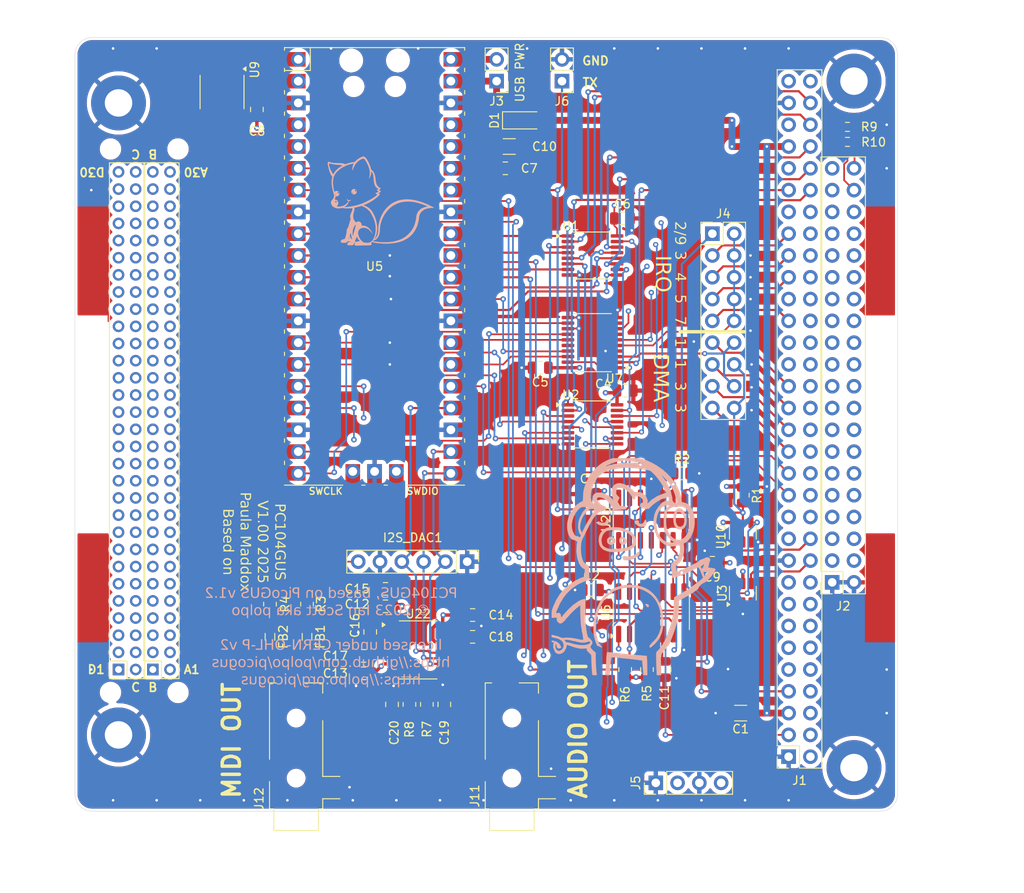
<source format=kicad_pcb>
(kicad_pcb (version 20241229) (generator "pcbnew") (generator_version "9.0")
  (layers (0 "F.Cu" signal) (4 "In1.Cu" signal) (6 "In2.Cu" signal) (2 "B.Cu" signal) (13 "F.Paste" user) (15 "B.Paste" user) (5 "F.SilkS" user "F.Silkscreen") (7 "B.SilkS" user "B.Silkscreen") (1 "F.Mask" user) (3 "B.Mask" user) (25 "Edge.Cuts" user))
  (net 0 "")
  (net 1 "A0")
  (net 2 "A1")
  (net 3 "A2")
  (net 4 "A3")
  (net 5 "A4")
  (net 6 "A5")
  (net 7 "A6")
  (net 8 "A7")
  (net 9 "A8")
  (net 10 "A9")
  (net 11 "D0")
  (net 12 "D1")
  (net 13 "D2")
  (net 14 "D3")
  (net 15 "D4")
  (net 16 "D5")
  (net 17 "D6")
  (net 18 "D7")
  (net 19 "GND")
  (net 20 "~{IOW}")
  (net 21 "~{IOR}")
  (net 22 "RA9")
  (net 23 "RA8")
  (net 24 "+3V3")
  (net 25 "I{slash}OCHRDY")
  (net 26 "+5V")
  (net 27 "~{RIOR}")
  (net 28 "~{RIOW}")
  (net 29 "RESET")
  (net 30 "IRQ2")
  (net 31 "TC")
  (net 32 "IRQ5")
  (net 33 "IRQ7")
  (net 34 "DRQ1")
  (net 35 "DACK1")
  (net 36 "DRQ3")
  (net 37 "DACK3")
  (net 38 "RIRQ")
  (net 39 "~{RDACK}")
  (net 40 "RDRQ")
  (net 41 "RTC")
  (net 42 "IRQ")
  (net 43 "DACK")
  (net 44 "DRQ")
  (net 45 "IRQ3")
  (net 46 "IRQ4")
  (net 47 "AEN")
  (net 48 "BCK")
  (net 49 "DIN")
  (net 50 "LRCK")
  (net 51 "ADS")
  (net 52 "~{BUSOE}")
  (net 53 "~{SPI_CS}")
  (net 54 "SPI_RX")
  (net 55 "SPI_TX")
  (net 56 "SPI_SCK")
  (net 57 "RUN")
  (net 58 "AD7")
  (net 59 "AD6")
  (net 60 "AD5")
  (net 61 "AD4")
  (net 62 "AD3")
  (net 63 "AD2")
  (net 64 "AD1")
  (net 65 "AD0")
  (net 66 "UART_TX")
  (net 67 "Net-(R3-Pad1)")
  (net 68 "~{RI{slash}OCHRDY}")
  (net 69 "Net-(U22-CAPM)")
  (net 70 "Net-(U22-CAPP)")
  (net 71 "Net-(U22-VNEG)")
  (net 72 "Net-(U22-LDOO)")
  (net 73 "/PicoGUS/PCM5100 audio/AUDIO_L")
  (net 74 "/PicoGUS/PCM5100 audio/AUDIO_R")
  (net 75 "/PicoGUS/VSYS")
  (net 76 "Net-(FB1-Pad2)")
  (net 77 "Net-(FB1-Pad1)")
  (net 78 "Net-(FB2-Pad1)")
  (net 79 "Net-(FB2-Pad2)")
  (net 80 "Net-(J2-Pin_38)")
  (net 105 "Net-(J2-Pin_40)")
  (net 118 "Net-(J3-Pin_2)")
  (net 121 "Net-(U22-OUTL)")
  (net 122 "Net-(U22-OUTR)")
  (net 134 "Net-(U10-Pad4)")
  (net 161 "Net-(U23-Pad12)")
  (net 162 "Net-(U23-Pad4)")
  (net 163 "Net-(U23-Pad2)")
  (net 164 "Net-(U6-Pad3)")
  (net 165 "Net-(U23-Pad6)")
  (footprint "MountingHole:MountingHole_3.2mm_M3_Pad_TopBottom" (layer "F.Cu") (at 117.475 127)
    (property "Reference" "H3" (hide yes))
    (property "Value" "MountingHole_Pad")
  )
  (footprint "Resistor_SMD:R_0805_2012Metric" (layer "F.Cu") (at 153.416 123.444 -90)
    (property "Reference" "R7")
    (property "Value" "470")
  )
  (footprint "Connector_PinHeader_2.54mm:PinHeader_1x04_P2.54mm_Vertical" (layer "F.Cu") (at 180.096 132.588 90)
    (property "Reference" "J5")
    (property "Value" "Conn_01x04_Pin")
  )
  (footprint "Package_TO_SOT_SMD:SOT-23-6" (layer "F.Cu") (at 190.246 110.49 90)
    (property "Reference" "U3")
    (property "Value" "74LVC2G06")
  )
  (footprint "Capacitor_SMD:C_0805_2012Metric" (layer "F.Cu") (at 158.75 115.57)
    (property "Reference" "C18")
    (property "Value" "0.1uF")
  )
  (footprint "Connector_PinSocket_2.54mm:PinSocket_2x32_P2.54mm_Vertical" (layer "F.Cu") (at 195.58 129.54 180)
    (property "Reference" "J1")
    (property "Value" "Conn_02x32_Odd_Even")
  )
  (footprint "MountingHole:MountingHole_2mm" (layer "F.Cu") (at 116.54 58.705)
    (property "Reference" "H9" (hide yes))
    (property "Value" "MountingHole")
  )
  (footprint "Capacitor_SMD:C_0805_2012Metric" (layer "F.Cu") (at 148.59 112.014)
    (property "Reference" "C12")
    (property "Value" "0.1uF")
  )
  (footprint "Capacitor_SMD:C_0805_2012Metric" (layer "F.Cu") (at 149.352 123.444 -90)
    (property "Reference" "C20")
    (property "Value" "2.2nF")
  )
  (footprint "Capacitor_SMD:C_0805_2012Metric" (layer "F.Cu") (at 158.75 113.03 180)
    (property "Reference" "C14")
    (property "Value" "0.1uF")
  )
  (footprint "Capacitor_SMD:C_0805_2012Metric" (layer "F.Cu") (at 166.624 84.201 180)
    (property "Reference" "C5")
    (property "Value" "0.1uF")
  )
  (footprint "Package_SO:TSSOP-16_4.4x5mm_P0.65mm" (layer "F.Cu") (at 172.72 90.805)
    (property "Reference" "U2")
    (property "Value" "SN74CB3T3257")
  )
  (footprint "MountingHole:MountingHole_3.2mm_M3_Pad_TopBottom" (layer "F.Cu") (at 117.475 53.34)
    (property "Reference" "H6" (hide yes))
    (property "Value" "MountingHole_Pad")
  )
  (footprint "Resistor_SMD:R_0805_2012Metric" (layer "F.Cu") (at 151.384 123.444 -90)
    (property "Reference" "R8")
    (property "Value" "470")
  )
  (footprint "Capacitor_SMD:C_0805_2012Metric" (layer "F.Cu") (at 148.59 109.982 180)
    (property "Reference" "C15")
    (property "Value" "10uF")
  )
  (footprint "Connector_PinSocket_2.00mm:PinSocket_2x30_P2.00mm_Vertical" (layer "F.Cu") (at 121.475 119.38 180)
    (property "Reference" "J9" (hide yes))
    (property "Value" "Conn_02x30_Row_Letter_First")
  )
  (footprint "PiGUS library:RPi_Pico_SMD_TH" (layer "F.Cu") (at 147.32 72.39)
    (property "Reference" "U5")
    (property "Value" "Pico")
  )
  (footprint "Package_SO:TSSOP-20_4.4x6.5mm_P0.65mm" (layer "F.Cu") (at 172.72 81.28 180)
    (property "Reference" "U7")
    (property "Value" "74LVC244")
  )
  (footprint "Connector_PinSocket_2.00mm:PinSocket_2x30_P2.00mm_Vertical" (layer "F.Cu") (at 117.475 119.38 180)
    (property "Reference" "J10" (hide yes))
    (property "Value" "Conn_02x30_Row_Letter_First")
  )
  (footprint "Capacitor_SMD:C_0805_2012Metric" (layer "F.Cu") (at 172.593 110.109 180)
    (property "Reference" "C2")
    (property "Value" "0.1uF")
  )
  (footprint "MountingHole:MountingHole_2mm" (layer "F.Cu") (at 124.41 58.705)
    (property "Reference" "H10" (hide yes))
    (property "Value" "MountingHole")
  )
  (footprint "Connector_PinHeader_2.54mm:PinHeader_1x02_P2.54mm_Vertical" (layer "F.Cu") (at 169.164 50.805 180)
    (property "Reference" "J6")
    (property "Value" "UART_TX")
  )
  (footprint "Package_SO:SOIC-8_3.9x4.9mm_P1.27mm" (layer "F.Cu") (at 129.54 52.07 -90)
    (property "Reference" "U9")
    (property "Value" "APS6404L-3SQR-SN")
  )
  (footprint "Capacitor_SMD:C_1206_3216Metric" (layer "F.Cu") (at 189.992 124.46 180)
    (property "Reference" "C1")
    (property "Value" "47uF")
  )
  (footprint "Resistor_SMD:R_0805_2012Metric" (layer "F.Cu") (at 183.134 96.52)
    (property "Reference" "R2")
    (property "Value" "15K")
  )
  (footprint "Capacitor_SMD:C_0805_2012Metric" (layer "F.Cu") (at 146.05 119.822)
    (property "Reference" "C13")
    (property "Value" "0.1uF")
  )
  (footprint "Inductor_SMD:L_0805_2012Metric" (layer "F.Cu") (at 139.446 115.57 -90)
    (property "Reference" "FB1")
    (property "Value" "1KOhm @ 100MHz")
  )
  (footprint "Connector_PinHeader_2.54mm:PinHeader_2x09_P2.54mm_Vertical" (layer "F.Cu") (at 186.69 68.58)
    (property "Reference" "J4")
    (property "Value" "IRQDMA_JP")
  )
  (footprint "Capacitor_SMD:C_1206_3216Metric" (layer "F.Cu") (at 163.019 58.42)
    (property "Reference" "C10")
    (property "Value" "47uF")
  )
  (footprint "MountingHole:MountingHole_3.2mm_M3_Pad_TopBottom" (layer "F.Cu") (at 203.2 130.81)
    (property "Reference" "H4" (hide yes))
    (property "Value" "MountingHole_Pad")
  )
  (footprint "Connector_Audio:Jack_3.5mm_CUI_SJ-3524-SMT_Horizontal" (layer "F.Cu") (at 163.322 129.54 180)
    (property "Reference" "J11")
    (property "Value" "AudioJack3")
  )
  (footprint "MountingHole:MountingHole_2mm" (layer "F.Cu") (at 124.41 122.055)
    (property "Reference" "H8" (hide yes))
    (property "Value" "MountingHole")
  )
  (footprint "Resistor_SMD:R_0805_2012Metric" (layer "F.Cu") (at 190.246 99.06 -90)
    (property "Reference" "R1")
    (property "Value" "15K")
  )
  (footprint "Connector_PinHeader_2.54mm:PinHeader_1x06_P2.54mm_Vertical" (layer "F.Cu") (at 158.115 106.807 -90)
    (property "Reference" "I2S_DAC1")
    (property "Value" "GY PCM5102")
  )
  (footprint "Resistor_SMD:R_0805_2012Metric" (layer "F.Cu") (at 179.07 119.38 90)
    (property "Reference" "R5")
    (property "Value" "1K")
  )
  (footprint "Capacitor_SMD:C_0805_2012Metric" (layer "F.Cu") (at 176.21 66.802)
    (property "Reference" "C6")
    (property "Value" "0.1uF")
  )
  (footprint "Package_TO_SOT_SMD:SOT-23-5" (layer "F.Cu") (at 190.246 103.378 90)
    (property "Reference" "U10")
    (property "Value" "74LVC1G00")
  )
  (footprint "Connector_PinSocket_2.54mm:PinSocket_2x20_P2.54mm_Vertical" (layer "F.Cu") (at 200.66 109.22 180)
    (property "Reference" "J2")
    (property "Value" "Conn_02x20_Odd_Even")
  )
  (footprint "Connector_Audio:Jack_3.5mm_CUI_SJ-3524-SMT_Horizontal" (layer "F.Cu") (at 138.176 129.54 180)
    (property "Reference" "J12")
    (property "Value" "AudioJack3")
  )
  (footprint "Capacitor_SMD:C_0805_2012Metric" (layer "F.Cu") (at 133.604 54.102 90)
    (property "Reference" "C8")
    (property "Value" "0.1uF")
  )
  (footprint "Capacitor_SMD:C_0805_2012Metric" (layer "F.Cu") (at 181.102 119.38 -90)
    (property "Reference" "C11")
    (property "Value" "0.1uF")
  )
  (footprint "Capacitor_SMD:C_0805_2012Metric" (layer "F.Cu") (at 186.69 106.934 180)
    (property "Reference" "C9")
    (property "Value" "1uF")
  )
  (footprint "Capacitor_SMD:C_0805_2012Metric" (layer "F.Cu") (at 155.448 123.444 -90)
    (property "Reference" "C19")
    (property "Value" "2.2nF")
  )
  (footprint "Capacitor_SMD:C_0805_2012Metric" (layer "F.Cu") (at 146.812 114.996 -90)
    (property "Reference" "C16")
    (property "Value" "2.2uF")
  )
  (footprint "Connector_PinHeader_2.54mm:PinHeader_1x02_P2.54mm_Vertical" (layer "F.Cu") (at 161.544 50.8 180)
    (property "Reference" "J3")
    (property "Value" "Conn_01x02_Pin")
  )
  (footprint "Capacitor_SMD:C_0805_2012Metric" (layer "F.Cu") (at 172.212 98.933 180)
    (property "Reference" "C3")
    (property "Value" "0.1uF")
  )
  (footprint "Package_SO:TSSOP-20_4.4x6.5mm_P0.65mm" (layer "F.Cu") (at 152.4 117.094)
    (property "Reference" "U22")
    (property "Value" "PCM5100")
  )
  (footprint "MountingHole:MountingHole_2mm" (layer "F.Cu") (at 116.54 122.055)
    (property "Reference" "H7" (hide yes))
    (property "Value" "MountingHole")
  )
  (footprint "Resistor_SMD:R_0603_1608Metric" (layer "F.Cu") (at 202.438 57.882)
    (property "Reference" "R10")
    (property "Value" "0R")
  )
  (footprint "Package_SO:SO-14_3.9x8.65mm_P1.27mm" (layer "F.Cu") (at 179.578 112.776 90)
    (property "Reference" "U6")
    (property "Value" "74LVC00")
  )
  (footprint "Capacitor_SMD:C_0805_2012Metric" (layer "F.Cu") (at 146.05 117.79 180)
    (property "Reference" "C17")
    (property "Value" "2.2uF")
  )
  (footprint "Resistor_SMD:R_0805_2012Metric" (layer "F.Cu") (at 176.53 119.38 90)
    (property "Reference" "R6")
    (property "Value" "15K")
  )
  (footprint "Capacitor_SMD:C_0805_2012Metric" (layer "F.Cu") (at 162.56 60.96)
    (property "Reference" "C7")
    (property "Value" "0.1uF")
  )
  (footprint "Package_SO:TSSOP-16_4.4x5mm_P0.65mm" (layer "F.Cu") (at 172.72 71.12)
    (property "Reference" "U1")
    (property "Value" "SN74CB3T3257")
  )
  (footprint "Capacitor_SMD:C_0805_2012Metric" (layer "F.Cu") (at 176.53 86.868)
    (property "Reference" "C4")
    (property "Value" "0.1uF")
  )
  (footprint "Inductor_SMD:L_0805_2012Metric" (layer "F.Cu") (at 135.128 115.57 -90)
    (property "Reference" "FB2")
    (property "Value" "1KOhm @ 100MHz")
  )
  (footprint "Resistor_SMD:R_0805_2012Metric" (layer "F.Cu") (at 139.446 111.76 -90)
    (property "Reference" "R3")
    (property "Value" "220")
  )
  (footprint "MountingHole:MountingHole_3.2mm_M3_Pad_TopBottom" (layer "F.Cu") (at 203.2 50.8)
    (property "Reference" "H5" (hide yes))
    (property "Value" "MountingHole_Pad")
  )
  (footprint "Diode_SMD:D_SOD-123" (layer "F.Cu") (at 164.592 55.372)
    (property "Reference" "D1")
    (property "Value" "D_Schottky")
  )
  (footprint "Package_SO:SO-14_3.9x8.65mm_P1.27mm" (layer "F.Cu") (at 179.578 101.854 90)
    (property "Reference" "U23")
    (property "Value" "74AHC14")
  )
  (footprint "Resistor_SMD:R_0805_2012Metric" (layer "F.Cu") (at 135.128 111.76 90)
    (property "Reference" "R4")
    (property "Value" "220")
  )
  (footprint "Resistor_SMD:R_0603_1608Metric" (layer "F.Cu") (at 202.438 56.134 180)
    (property "Reference" "R9")
    (property "Value" "0R")
  )
  (footprint "PaulasKiCADFootPrint:Fox_avatar_18mm" (layer "B.Cu") (at 147.32 64.77 180)
    (property "Reference" "FOX1" (hide yes))
    (property "Value" "SYM_Flash_Large" (hide yes))
  )
  (gr_line (start 190.44 80.01) (end 182.94 80.01) (stroke (width 0.4)) (layer "F.SilkS"))
  (gr_poly (pts (xy 177.334491 109.524046) (xy 177.538321 109.53405) (xy 177.720447 109.549725) (xy 177.799817 109.559672) (xy 177.869496 109.571015) (xy 177.952622 109.58729) (xy 178.036063 109.60549) (xy 178.119555 109.625513) (xy 178.202833 109.647258) (xy 178.285634 109.670624) (xy 178.367693 109.695509) (xy 178.448746 109.721812) (xy 178.52853 109.749431) (xy 178.60678 109.778266) (xy 178.683232 109.808216) (xy 178.757622 109.839178) (xy 178.829686 109.871052) (xy 178.899161 109.903736) (xy 178.965781 109.937129) (xy 179.029283 109.971129) (xy 179.089402 110.005636) (xy 179.170624 110.053057) (xy 179.239112 110.092375) (xy 179.266339 110.107621) (xy 179.287691 110.119192) (xy 179.302271 110.126538) (xy 179.306742 110.128454) (xy 179.309183 110.129108) (xy 179.315949 110.132654) (xy 179.330086 110.142777) (xy 179.376861 110.179655) (xy 179.442272 110.233548) (xy 179.519086 110.298265) (xy 179.677979 110.435396) (xy 179.74559 110.495424) (xy 179.795664 110.541504) (xy 179.812689 110.558164) (xy 179.831856 110.578007) (xy 179.852528 110.60028) (xy 179.874068 110.624232) (xy 179.89584 110.64911) (xy 179.917206 110.674161) (xy 179.937531 110.698634) (xy 179.956177 110.721776) (xy 179.995533 110.770663) (xy 180.03952 110.823949) (xy 180.082581 110.87492) (xy 180.102028 110.897439) (xy 180.11916 110.916861) (xy 180.133587 110.935216) (xy 180.151461 110.959985) (xy 180.195134 111.024783) (xy 180.245348 111.103299) (xy 180.297269 111.187574) (xy 180.346065 111.269649) (xy 180.386903 111.341567) (xy 180.414949 111.395369) (xy 180.422666 111.41299) (xy 180.425372 111.423098) (xy 180.425742 111.424998) (xy 180.426829 111.427887) (xy 180.431005 111.436409) (xy 180.437613 111.44823) (xy 180.446362 111.462916) (xy 180.456963 111.480034) (xy 180.469127 111.499148) (xy 180.496985 111.54163) (xy 180.520382 111.579876) (xy 180.545023 111.625581) (xy 180.570648 111.677986) (xy 180.596997 111.73633) (xy 180.650824 111.867799) (xy 180.704418 112.013911) (xy 180.755698 112.168589) (xy 180.802579 112.325756) (xy 180.842978 112.479334) (xy 180.87481 112.623247) (xy 180.905394 112.789602) (xy 180.929177 112.928494) (xy 180.946998 113.049733) (xy 180.959697 113.163129) (xy 180.968114 113.278494) (xy 180.973086 113.405637) (xy 180.975454 113.554368) (xy 180.976057 113.734498) (xy 180.976361 113.888018) (xy 180.975247 114.016708) (xy 180.972455 114.125605) (xy 180.967723 114.219743) (xy 180.960793 114.304157) (xy 180.951402 114.383884) (xy 180.939291 114.463958) (xy 180.9242 114.549415) (xy 180.884071 114.764256) (xy 180.862463 114.882788) (xy 180.858621 114.901873) (xy 180.852798 114.925386) (xy 180.836071 114.983264) (xy 180.81402 115.051559) (xy 180.78838 115.125411) (xy 180.760888 115.199958) (xy 180.73328 115.270337) (xy 180.707293 115.331687) (xy 180.684663 115.379146) (xy 180.673483 115.401251) (xy 180.662361 115.424485) (xy 180.651586 115.448123) (xy 180.641448 115.471443) (xy 180.632236 115.493722) (xy 180.62424 115.514234) (xy 180.617748 115.532259) (xy 180.613051 115.54707) (xy 180.606728 115.564992) (xy 180.594766 115.590199) (xy 180.577949 115.621526) (xy 180.557063 115.657809) (xy 180.506222 115.740584) (xy 180.448523 115.829204) (xy 180.390245 115.914351) (xy 180.337668 115.986708) (xy 180.315479 116.015178) (xy 180.297071 116.036955) (xy 180.283229 116.050876) (xy 180.278264 116.054526) (xy 180.274736 116.055775) (xy 180.273542 116.055862) (xy 180.27228 116.056118) (xy 180.26956 116.057126) (xy 180.266602 116.058771) (xy 180.26343 116.061023) (xy 180.26007 116.063854) (xy 180.256547 116.067235) (xy 180.252887 116.071137) (xy 180.249115 116.075531) (xy 180.245256 116.080388) (xy 180.241335 116.085679) (xy 180.237378 116.091375) (xy 180.233411 116.097447) (xy 180.229458 116.103866) (xy 180.225544 116.110604) (xy 180.221696 116.117631) (xy 180.217939 116.124919) (xy 180.207955 116.14112) (xy 180.193982 116.160765) (xy 180.17637 116.183477) (xy 180.155469 116.20888) (xy 180.105207 116.266257) (xy 180.046003 116.329883) (xy 179.980664 116.396751) (xy 179.911997 116.463851) (xy 179.84281 116.528172) (xy 179.775908 116.586705) (xy 179.674352 116.672828) (xy 179.593169 116.742281) (xy 179.579527 116.753474) (xy 179.565528 116.763883) (xy 179.551274 116.773474) (xy 179.536873 116.782216) (xy 179.522428 116.790074) (xy 179.508045 116.797018) (xy 179.493828 116.803013) (xy 179.479883 116.808029) (xy 179.466314 116.812031) (xy 179.453226 116.814989) (xy 179.440723 116.816868) (xy 179.434725 116.817393) (xy 179.428912 116.817636) (xy 179.423299 116.817594) (xy 179.417897 116.817262) (xy 179.41272 116.816636) (xy 179.407782 116.815712) (xy 179.403096 116.814486) (xy 179.398673 116.812954) (xy 179.394529 116.811111) (xy 179.390675 116.808955) (xy 179.386898 116.806312) (xy 179.383436 116.803033) (xy 179.380286 116.799147) (xy 179.377445 116.794684) (xy 179.374909 116.789672) (xy 179.372676 116.784142) (xy 179.369105 116.771644) (xy 179.366707 116.757424) (xy 179.365454 116.741717) (xy 179.365323 116.724758) (xy 179.366289 116.706783) (xy 179.368325 116.688026) (xy 179.371406 116.668723) (xy 179.375507 116.649109) (xy 179.380604 116.629419) (xy 179.386669 116.609889) (xy 179.393679 116.590752) (xy 179.401608 116.572245) (xy 179.41043 116.554602) (xy 179.416442 116.544048) (xy 179.425999 116.530134) (xy 179.45488 116.493136) (xy 179.495337 116.44543) (xy 179.545632 116.388841) (xy 179.604031 116.32519) (xy 179.668796 116.256302) (xy 179.738191 116.183999) (xy 179.81048 116.110104) (xy 179.917597 116.000623) (xy 180.00437 115.909808) (xy 180.041294 115.869926) (xy 180.074532 115.832942) (xy 180.104551 115.798265) (xy 180.131816 115.765307) (xy 180.156796 115.733477) (xy 180.179956 115.702186) (xy 180.201763 115.670845) (xy 180.222684 115.638863) (xy 180.243185 115.605652) (xy 180.263734 115.570621) (xy 180.284796 115.533181) (xy 180.306838 115.492742) (xy 180.3361 115.438747) (xy 180.365912 115.381656) (xy 180.395435 115.323233) (xy 180.423828 115.265245) (xy 180.450254 115.209456) (xy 180.473873 115.157631) (xy 180.493845 115.111536) (xy 180.509332 115.072936) (xy 180.532233 115.008518) (xy 180.557333 114.928473) (xy 180.583127 114.838705) (xy 180.608111 114.745117) (xy 180.63078 114.653612) (xy 180.649629 114.570095) (xy 180.663153 114.500468) (xy 180.667448 114.472708) (xy 180.669848 114.450635) (xy 180.670402 114.440348) (xy 180.67197 114.424823) (xy 180.677564 114.381183) (xy 180.685474 114.325968) (xy 180.694541 114.265428) (xy 180.703666 114.165314) (xy 180.710592 114.022458) (xy 180.715203 113.853614) (xy 180.717383 113.675539) (xy 180.717017 113.504988) (xy 180.713988 113.358717) (xy 180.708181 113.253481) (xy 180.7042 113.221487) (xy 180.69948 113.206035) (xy 180.697546 113.202435) (xy 180.695463 113.197258) (xy 180.690953 113.182577) (xy 180.686154 113.162802) (xy 180.681268 113.138744) (xy 180.676498 113.111214) (xy 180.672046 113.081021) (xy 180.668115 113.048976) (xy 180.664907 113.015889) (xy 180.65365 112.918182) (xy 180.637358 112.806989) (xy 180.617245 112.688504) (xy 180.594528 112.568919) (xy 180.570423 112.454427) (xy 180.546143 112.351222) (xy 180.522905 112.265496) (xy 180.512057 112.231122) (xy 180.501925 112.203441) (xy 180.48024 112.148342) (xy 180.454388 112.081204) (xy 180.42761 112.010362) (xy 180.403147 111.94415) (xy 180.378993 111.88361) (xy 180.367292 111.854946) (xy 180.356227 111.828394) (xy 180.346089 111.804737) (xy 180.337166 111.784755) (xy 180.329748 111.76923) (xy 180.326694 111.763382) (xy 180.324124 111.758942) (xy 180.319065 111.750443) (xy 180.313282 111.740035) (xy 180.306978 111.728122) (xy 180.300356 111.715109) (xy 180.293618 111.701402) (xy 180.286967 111.687405) (xy 180.280605 111.673524) (xy 180.274736 111.660164) (xy 180.248611 111.601967) (xy 180.221083 111.544867) (xy 180.192021 111.488685) (xy 180.161296 111.433245) (xy 180.128776 111.378369) (xy 180.094331 111.32388) (xy 180.057832 111.269601) (xy 180.019148 111.215355) (xy 179.978149 111.160964) (xy 179.934705 111.106251) (xy 179.888685 111.051039) (xy 179.83996 110.99515) (xy 179.788398 110.938408) (xy 179.73387 110.880635) (xy 179.676246 110.821653) (xy 179.615395 110.761286) (xy 179.577943 110.72532) (xy 179.540346 110.69025) (xy 179.503618 110.656976) (xy 179.468771 110.626392) (xy 179.436818 110.599397) (xy 179.408771 110.576888) (xy 179.396529 110.567596) (xy 179.385644 110.559761) (xy 179.376242 110.553497) (xy 179.36845 110.548914) (xy 179.351699 110.539301) (xy 179.329826 110.525724) (xy 179.274302 110.489338) (xy 179.209055 110.445082) (xy 179.14126 110.398279) (xy 179.105815 110.374327) (xy 179.066984 110.349276) (xy 179.026012 110.323877) (xy 178.984142 110.298883) (xy 178.94262 110.275047) (xy 178.902689 110.25312) (xy 178.865595 110.233857) (xy 178.83258 110.218008) (xy 178.766831 110.186677) (xy 178.697378 110.154421) (xy 178.632556 110.124942) (xy 178.580697 110.101945) (xy 178.559036 110.091802) (xy 178.537057 110.081919) (xy 178.515367 110.072557) (xy 178.494575 110.063977) (xy 178.475287 110.056438) (xy 178.458112 110.050202) (xy 178.443657 110.045528) (xy 178.43764 110.043859) (xy 178.432531 110.042679) (xy 178.421061 110.040045) (xy 178.405598 110.035964) (xy 178.386778 110.030611) (xy 178.365238 110.024158) (xy 178.316543 110.008647) (xy 178.290663 109.999936) (xy 178.264608 109.99082) (xy 178.212508 109.973554) (xy 178.160814 109.958255) (xy 178.1053 109.944113) (xy 178.04174 109.930319) (xy 177.965911 109.916061) (xy 177.873587 109.90053) (xy 177.622552 109.862407) (xy 177.536503 109.849998) (xy 177.45737 109.840453) (xy 177.38142 109.833628) (xy 177.30492 109.829379) (xy 177.224137 109.827561) (xy 177.135338 109.828029) (xy 177.03479 109.830638) (xy 176.91876 109.835244) (xy 176.751186 109.843386) (xy 176.596807 109.852222) (xy 176.472525 109.860595) (xy 176.426951 109.864247) (xy 176.395239 109.867348) (xy 176.321146 109.87862) (xy 176.231253 109.896865) (xy 176.129668 109.920956) (xy 176.020501 109.949765) (xy 175.907861 109.982162) (xy 175.795858 110.017019) (xy 175.688602 110.053207) (xy 175.5902 110.089598) (xy 175.501416 110.124169) (xy 175.458803 110.140298) (xy 175.418882 110.155037) (xy 175.382781 110.167924) (xy 175.351629 110.178497) (xy 175.326553 110.186291) (xy 175.316647 110.189002) (xy 175.308683 110.190844) (xy 175.301396 110.192752) (xy 175.294368 110.194761) (xy 175.28763 110.196857) (xy 175.281211 110.199025) (xy 175.275138 110.201251) (xy 175.269442 110.20352) (xy 175.264151 110.205818) (xy 175.259294 110.208131) (xy 175.2549 110.210444) (xy 175.252886 110.211596) (xy 175.250998 110.212742) (xy 175.249241 110.213881) (xy 175.247617 110.215011) (xy 175.246131 110.21613) (xy 175.244786 110.217237) (xy 175.243586 110.218329) (xy 175.242534 110.219405) (xy 175.241634 110.220463) (xy 175.240889 110.221501) (xy 175.240304 110.222517) (xy 175.239881 110.223509) (xy 175.239625 110.224477) (xy 175.239538 110.225417) (xy 175.239417 110.226422) (xy 175.239055 110.22758) (xy 175.237638 110.230332) (xy 175.235339 110.233627) (xy 175.232207 110.237417) (xy 175.228295 110.241656) (xy 175.223651 110.246296) (xy 175.218328 110.251291) (xy 175.212375 110.256594) (xy 175.198783 110.267933) (xy 175.183282 110.279937) (xy 175.166276 110.292231) (xy 175.14817 110.304438) (xy 175.03336 110.380784) (xy 174.934871 110.447088) (xy 174.852125 110.503726) (xy 174.784544 110.551074) (xy 174.756258 110.571383) (xy 174.731547 110.58951) (xy 174.710337 110.605503) (xy 174.692557 110.619408) (xy 174.678133 110.631274) (xy 174.666994 110.641146) (xy 174.659068 110.649072) (xy 174.654281 110.6551) (xy 174.651548 110.659134) (xy 174.647118 110.664688) (xy 174.63356 110.679949) (xy 174.614388 110.700071) (xy 174.590383 110.724244) (xy 174.562327 110.751659) (xy 174.531001 110.781505) (xy 174.497186 110.812971) (xy 174.461664 110.845248) (xy 174.426961 110.878348) (xy 174.393793 110.910494) (xy 174.362997 110.940962) (xy 174.335413 110.969028) (xy 174.311881 110.993968) (xy 174.301897 111.005041) (xy 174.29324 111.01506) (xy 174.286015 111.023936) (xy 174.280328 111.031579) (xy 174.276283 111.037898) (xy 174.27491 111.040533) (xy 174.273986 111.042803) (xy 174.268159 111.052647) (xy 174.258397 111.066919) (xy 174.245163 111.084952) (xy 174.228918 111.106082) (xy 174.210128 111.129643) (xy 174.189253 111.154969) (xy 174.166758 111.181395) (xy 174.143105 111.208255) (xy 174.131656 111.221206) (xy 174.120499 111.234074) (xy 174.099311 111.259226) (xy 174.080033 111.283048) (xy 174.071264 111.294251) (xy 174.063157 111.304872) (xy 174.055773 111.314828) (xy 174.049175 111.324035) (xy 174.043423 111.332409) (xy 174.038578 111.339869) (xy 174.034704 111.34633) (xy 174.03186 111.35171) (xy 174.030108 111.355924) (xy 174.029661 111.357569) (xy 174.029511 111.358891) (xy 174.029482 111.36028) (xy 174.029397 111.361667) (xy 174.029256 111.363051) (xy 174.029062 111.364429) (xy 174.028816 111.365799) (xy 174.028518 111.367161) (xy 174.02817 111.368512) (xy 174.027775 111.36985) (xy 174.027332 111.371174) (xy 174.026843 111.372481) (xy 174.02631 111.37377) (xy 174.025734 111.37504) (xy 174.025117 111.376288) (xy 174.024459 111.377512) (xy 174.023763 111.378711) (xy 174.023029 111.379882) (xy 174.022258 111.381025) (xy 174.021453 111.382137) (xy 174.020615 111.383216) (xy 174.019744 111.384261) (xy 174.018843 111.38527) (xy 174.017912 111.386241) (xy 174.016953 111.387172) (xy 174.015968 111.388062) (xy 174.014957 111.388908) (xy 174.013922 111.389709) (xy 174.012865 111.390463) (xy 174.011786 111.391168) (xy 174.010687 111.391822) (xy 174.00957 111.392424) (xy 174.008436 111.392971) (xy 174.007286 111.393463) (xy 173.994496 111.405059) (xy 173.974421 111.432053) (xy 173.916611 111.524383) (xy 173.842248 111.654738) (xy 173.759724 111.807404) (xy 173.677432 111.966669) (xy 173.603763 112.116818) (xy 173.547111 112.242138) (xy 173.527788 112.290576) (xy 173.515866 112.326915) (xy 173.508622 112.351884) (xy 173.500047 112.379892) (xy 173.48006 112.441434) (xy 173.45822 112.504366) (xy 173.44733 112.534111) (xy 173.436844 112.561511) (xy 173.401413 112.658881) (xy 173.371944 112.74317) (xy 173.346989 112.819356) (xy 173.325102 112.892416) (xy 173.304835 112.967329) (xy 173.284742 113.049072) (xy 173.263375 113.142621) (xy 173.239289 113.252955) (xy 173.19453 113.456376) (xy 173.162736 113.598679) (xy 173.157903 113.629382) (xy 173.152781 113.679012) (xy 173.142363 113.824632) (xy 173.132871 114.014702) (xy 173.125695 114.228386) (xy 173.120963 114.459005) (xy 173.121643 114.671768) (xy 173.124039 114.771734) (xy 173.127821 114.867572) (xy 173.133 114.959396) (xy 173.139585 115.047316) (xy 173.147588 115.131445) (xy 173.157021 115.211896) (xy 173.167893 115.288779) (xy 173.180215 115.362208) (xy 173.193999 115.432295) (xy 173.209255 115.499152) (xy 173.225994 115.56289) (xy 173.244228 115.623622) (xy 173.255919 115.66267) (xy 173.271083 115.715608) (xy 173.287636 115.775029) (xy 173.303494 115.833524) (xy 173.317007 115.884237) (xy 173.331493 115.935134) (xy 173.346767 115.985763) (xy 173.362645 116.035672) (xy 173.378943 116.08441) (xy 173.395476 116.131523) (xy 173.41206 116.17656) (xy 173.42851 116.219068) (xy 173.444642 116.258595) (xy 173.46027 116.29469) (xy 173.475212 116.326899) (xy 173.489282 116.354771) (xy 173.502295 116.377854) (xy 173.514068 116.395695) (xy 173.519431 116.402509) (xy 173.524415 116.407842) (xy 173.528997 116.41164) (xy 173.533153 116.413844) (xy 173.537515 116.41563) (xy 173.542235 116.418175) (xy 173.547266 116.42143) (xy 173.552561 116.425342) (xy 173.558073 116.429863) (xy 173.563755 116.434941) (xy 173.569561 116.440525) (xy 173.575442 116.446565) (xy 173.581352 116.45301) (xy 173.587244 116.459809) (xy 173.593071 116.466912) (xy 173.598786 116.474269) (xy 173.604341 116.481828) (xy 173.609691 116.489539) (xy 173.614787 116.497352) (xy 173.619583 116.505215) (xy 173.631188 116.52361) (xy 173.645281 116.544957) (xy 173.661342 116.568503) (xy 173.67885 116.593497) (xy 173.697284 116.619185) (xy 173.716123 116.644815) (xy 173.734846 116.669634) (xy 173.752933 116.692891) (xy 173.761551 116.703908) (xy 173.769785 116.714697) (xy 173.7776 116.725203) (xy 173.784959 116.735374) (xy 173.791826 116.745153) (xy 173.798164 116.754488) (xy 173.803939 116.763323) (xy 173.809113 116.771605) (xy 173.81365 116.779279) (xy 173.817515 116.786291) (xy 173.82067 116.792587) (xy 173.823081 116.798112) (xy 173.823995 116.800569) (xy 173.82471 116.802813) (xy 173.82522 116.804837) (xy 173.825521 116.806635) (xy 173.825609 116.808199) (xy 173.825479 116.809523) (xy 173.825126 116.8106) (xy 173.824547 116.811424) (xy 173.821963 116.812272) (xy 173.817071 116.812066) (xy 173.809995 116.810855) (xy 173.800856 116.808685) (xy 173.776885 116.801658) (xy 173.746142 116.791361) (xy 173.709612 116.778169) (xy 173.668278 116.76246) (xy 173.623124 116.74461) (xy 173.575133 116.724994) (xy 173.526916 116.704337) (xy 173.481101 116.685213) (xy 173.438701 116.667999) (xy 173.400729 116.653072) (xy 173.368197 116.640807) (xy 173.342118 116.63158) (xy 173.331815 116.628224) (xy 173.323506 116.625769) (xy 173.317316 116.624261) (xy 173.313372 116.623748) (xy 173.305617 116.622262) (xy 173.297196 116.617879) (xy 173.278535 116.600872) (xy 173.257739 116.573628) (xy 173.23516 116.537047) (xy 173.211149 116.492031) (xy 173.186056 116.43948) (xy 173.160232 116.380295) (xy 173.134029 116.315376) (xy 173.081886 116.171941) (xy 173.032434 116.01638) (xy 172.988481 115.855899) (xy 172.969444 115.776066) (xy 172.952834 115.697705) (xy 172.930299 115.586889) (xy 172.911509 115.49386) (xy 172.891098 115.389026) (xy 172.875292 115.309574) (xy 172.862814 115.234029) (xy 172.853289 115.156574) (xy 172.846338 115.071393) (xy 172.841588 114.972668) (xy 172.83866 114.854583) (xy 172.836769 114.537067) (xy 172.837179 114.362513) (xy 172.83866 114.218084) (xy 172.841588 114.097558) (xy 172.846338 113.994714) (xy 172.853289 113.90333) (xy 172.862814 113.817184) (xy 172.875292 113.730054) (xy 172.891098 113.635719) (xy 172.91394 113.511706) (xy 172.933078 113.402973) (xy 172.94666 113.321096) (xy 172.950788 113.293846) (xy 172.952834 113.27765) (xy 172.956962 113.255464) (xy 172.959301 113.243574) (xy 172.961785 113.231656) (xy 172.964385 113.220086) (xy 172.967071 113.209239) (xy 172.969815 113.199492) (xy 172.9712 113.195148) (xy 172.972589 113.191221) (xy 172.976471 113.179143) (xy 172.982351 113.158499) (xy 172.998827 113.096145) (xy 173.01947 113.013418) (xy 173.041733 112.91958) (xy 173.066138 112.822553) (xy 173.095752 112.714269) (xy 173.12907 112.599444) (xy 173.164588 112.482797) (xy 173.2008 112.369043) (xy 173.236202 112.262901) (xy 173.269289 112.169086) (xy 173.298556 112.092317) (xy 173.336287 112.00606) (xy 173.383713 111.904639) (xy 173.436637 111.796273) (xy 173.490863 111.68918) (xy 173.542196 111.591579) (xy 173.586439 111.511688) (xy 173.60459 111.480953) (xy 173.619395 111.457727) (xy 173.63033 111.443038) (xy 173.634182 111.439216) (xy 173.636869 111.437914) (xy 173.63802 111.437878) (xy 173.639154 111.437772) (xy 173.640271 111.437598) (xy 173.641369 111.437359) (xy 173.642448 111.437057) (xy 173.643505 111.436693) (xy 173.64454 111.436271) (xy 173.645551 111.435792) (xy 173.646536 111.435258) (xy 173.647495 111.434673) (xy 173.648426 111.434038) (xy 173.649327 111.433356) (xy 173.650198 111.432629) (xy 173.651037 111.431858) (xy 173.651842 111.431047) (xy 173.652612 111.430197) (xy 173.653346 111.429311) (xy 173.654043 111.428392) (xy 173.6547 111.42744) (xy 173.655318 111.426459) (xy 173.655894 111.425451) (xy 173.656426 111.424419) (xy 173.656915 111.423363) (xy 173.657358 111.422287) (xy 173.657754 111.421194) (xy 173.658101 111.420084) (xy 173.658399 111.418961) (xy 173.658646 111.417826) (xy 173.65884 111.416682) (xy 173.65898 111.415532) (xy 173.659066 111.414377) (xy 173.659094 111.41322) (xy 173.659591 111.408865) (xy 173.661045 111.403264) (xy 173.666599 111.388675) (xy 173.675307 111.370143) (xy 173.686721 111.348359) (xy 173.700392 111.324013) (xy 173.715872 111.297798) (xy 173.750464 111.242519) (xy 173.786907 111.188051) (xy 173.804702 111.162849) (xy 173.821615 111.139921) (xy 173.837196 111.11996) (xy 173.850997 111.103655) (xy 173.86257 111.091699) (xy 173.867381 111.087568) (xy 173.871467 111.084782) (xy 173.87511 111.082761) (xy 173.878624 111.080422) (xy 173.881993 111.077794) (xy 173.885203 111.074905) (xy 173.888239 111.071784) (xy 173.891087 111.068461) (xy 173.893733 111.064965) (xy 173.896161 111.061323) (xy 173.898358 111.057566) (xy 173.900309 111.053722) (xy 173.901999 111.04982) (xy 173.903415 111.04589) (xy 173.904541 111.041959) (xy 173.905364 111.038057) (xy 173.905868 111.034213) (xy 173.906039 111.030455) (xy 173.906466 111.026357) (xy 173.907717 111.021513) (xy 173.90975 111.015989) (xy 173.912521 111.00985) (xy 173.915987 111.003162) (xy 173.920103 110.995989) (xy 173.924827 110.988396) (xy 173.930116 110.980449) (xy 173.935925 110.972212) (xy 173.942212 110.963751) (xy 173.948933 110.955131) (xy 173.956045 110.946417) (xy 173.963504 110.937674) (xy 173.971267 110.928967) (xy 173.97929 110.920361) (xy 173.987531 110.911921) (xy 174.055604 110.83849) (xy 174.11216 110.776836) (xy 174.136354 110.750127) (xy 174.157951 110.726005) (xy 174.177045 110.70435) (xy 174.193729 110.685042) (xy 174.208098 110.667963) (xy 174.220247 110.652992) (xy 174.230268 110.640011) (xy 174.238256 110.628901) (xy 174.244306 110.619541) (xy 174.246633 110.61548) (xy 174.24851 110.611812) (xy 174.24995 110.608522) (xy 174.250964 110.605596) (xy 174.251564 110.603017) (xy 174.251761 110.600772) (xy 174.251897 110.599521) (xy 174.252302 110.59809) (xy 174.253893 110.594709) (xy 174.256482 110.590685) (xy 174.260018 110.586071) (xy 174.264452 110.580922) (xy 174.269732 110.575291) (xy 174.275808 110.569234) (xy 174.282629 110.562804) (xy 174.290145 110.556056) (xy 174.298304 110.549044) (xy 174.307057 110.541822) (xy 174.316352 110.534444) (xy 174.32614 110.526965) (xy 174.336368 110.519439) (xy 174.346988 110.51192) (xy 174.357947 110.504463) (xy 174.381281 110.486874) (xy 174.40803 110.466072) (xy 174.43721 110.442781) (xy 174.467837 110.417725) (xy 174.498927 110.391627) (xy 174.529496 110.365211) (xy 174.55856 110.3392) (xy 174.585136 110.314317) (xy 174.598372 110.302234) (xy 174.612083 110.290115) (xy 174.640506 110.266086) (xy 174.669565 110.242867) (xy 174.698422 110.221095) (xy 174.726237 110.201407) (xy 174.739491 110.192544) (xy 174.752171 110.18444) (xy 174.76417 110.177175) (xy 174.775384 110.170829) (xy 174.785709 110.165481) (xy 174.795039 110.161212) (xy 174.814239 110.152602) (xy 174.836132 110.14188) (xy 174.859934 110.12948) (xy 174.884865 110.115835) (xy 174.910143 110.10138) (xy 174.934987 110.086549) (xy 174.958615 110.071776) (xy 174.980247 110.057494) (xy 175.002549 110.042764) (xy 175.028093 110.026703) (xy 175.055951 110.009832) (xy 175.085199 109.992671) (xy 175.114909 109.975742) (xy 175.144157 109.959565) (xy 175.172015 109.944662) (xy 175.197558 109.931553) (xy 175.312696 109.871977) (xy 175.371538 109.842306) (xy 175.39834 109.829221) (xy 175.422277 109.817959) (xy 175.445959 109.806552) (xy 175.47375 109.794768) (xy 175.504667 109.782927) (xy 175.537724 109.771347) (xy 175.57194 109.760346) (xy 175.606329 109.750241) (xy 175.639907 109.741353) (xy 175.671691 109.733998) (xy 175.70201 109.727424) (xy 175.731344 109.720763) (xy 175.758942 109.71416) (xy 175.784051 109.70776) (xy 175.805919 109.701707) (xy 175.815403 109.698856) (xy 175.823794 109.696145) (xy 175.830998 109.693594) (xy 175.836922 109.691221) (xy 175.841472 109.689042) (xy 175.844553 109.687077) (xy 175.851739 109.682706) (xy 175.862224 109.677918) (xy 175.893324 109.667052) (xy 175.938314 109.654391) (xy 175.997658 109.639849) (xy 176.071818 109.62334) (xy 176.161259 109.604776) (xy 176.38783 109.561137) (xy 176.453603 109.550776) (xy 176.529587 109.541912) (xy 176.706504 109.528648) (xy 176.907209 109.521288) (xy 177.120329 109.519773)) (stroke (width 0.014)) (fill yes) (layer "B.SilkS"))
  (gr_poly (pts (xy 175.867285 99.416062) (xy 175.867614 99.416095) (xy 175.867947 99.416161) (xy 175.868281 99.41626) (xy 175.868619 99.416392) (xy 175.868958 99.416558) (xy 175.869641 99.416991) (xy 175.87033 99.417563) (xy 175.871022 99.418274) (xy 175.871716 99.419129) (xy 175.873046 99.420686) (xy 175.874253 99.422563) (xy 175.87533 99.424728) (xy 175.876269 99.427154) (xy 175.877064 99.429812) (xy 175.877707 99.432672) (xy 175.87819 99.435706) (xy 175.878507 99.438884) (xy 175.878651 99.442179) (xy 175.878613 99.44556) (xy 175.878388 99.448999) (xy 175.877967 99.452467) (xy 175.877344 99.455934) (xy 175.876511 99.459373) (xy 175.87546 99.462754) (xy 175.874186 99.466049) (xy 175.872799 99.469436) (xy 175.871422 99.472198) (xy 175.870741 99.473348) (xy 175.870067 99.474345) (xy 175.869402 99.475191) (xy 175.868745 99.475888) (xy 175.8681 99.476436) (xy 175.867466 99.476837) (xy 175.866847 99.477093) (xy 175.866242 99.477205) (xy 175.865654 99.477173) (xy 175.865083 99.477) (xy 175.864531 99.476687) (xy 175.863999 99.476235) (xy 175.863489 99.475646) (xy 175.863003 99.47492) (xy 175.86254 99.47406) (xy 175.862104 99.473066) (xy 175.861313 99.470684) (xy 175.860642 99.467785) (xy 175.860101 99.464379) (xy 175.859702 99.460478) (xy 175.859454 99.456091) (xy 175.859369 99.451231) (xy 175.859166 99.448721) (xy 175.859019 99.446286) (xy 175.858927 99.443927) (xy 175.858887 99.441648) (xy 175.858897 99.43945) (xy 175.858957 99.437335) (xy 175.859063 99.435307) (xy 175.859215 99.433367) (xy 175.85941 99.431517) (xy 175.859646 99.429759) (xy 175.859923 99.428097) (xy 175.860237 99.426532) (xy 175.860588 99.425067) (xy 175.860973 99.423703) (xy 175.86139 99.422443) (xy 175.861839 99.421289) (xy 175.862316 99.420244) (xy 175.86282 99.41931) (xy 175.86335 99.418489) (xy 175.863903 99.417783) (xy 175.864478 99.417194) (xy 175.865073 99.416726) (xy 175.865685 99.416379) (xy 175.865998 99.416253) (xy 175.866315 99.416157) (xy 175.866635 99.416094) (xy 175.866958 99.416062)) (stroke (width 0.014)) (fill yes) (layer "B.SilkS"))
  (gr_poly (pts (xy 181.383425 99.535834) (xy 181.383932 99.535909) (xy 181.384412 99.53603) (xy 181.384867 99.536195) (xy 181.385295 99.536406) (xy 181.385697 99.536662) (xy 181.386072 99.536963) (xy 181.38642 99.53731) (xy 181.386742 99.537703) (xy 181.387036 99.538142) (xy 181.387304 99.538626) (xy 181.387544 99.539156) (xy 181.387756 99.539733) (xy 181.38794 99.540356) (xy 181.388225 99.54174) (xy 181.388398 99.543311) (xy 181.388455 99.54507) (xy 181.388398 99.545575) (xy 181.388228 99.546165) (xy 181.387563 99.547583) (xy 181.386485 99.549297) (xy 181.385021 99.551282) (xy 181.383195 99.553513) (xy 181.381032 99.555965) (xy 181.378559 99.558613) (xy 181.375799 99.56143) (xy 181.369524 99.567473) (xy 181.36241 99.573893) (xy 181.354659 99.580486) (xy 181.346474 99.587051) (xy 181.339499 99.592664) (xy 181.333389 99.597464) (xy 181.32814 99.601446) (xy 181.323748 99.604607) (xy 181.32021 99.606943) (xy 181.317521 99.608451) (xy 181.316495 99.608893) (xy 181.31568 99.609127) (xy 181.315075 99.609151) (xy 181.314681 99.608967) (xy 181.314496 99.608573) (xy 181.314521 99.607968) (xy 181.314755 99.607153) (xy 181.315197 99.606126) (xy 181.316705 99.603438) (xy 181.319041 99.5999) (xy 181.322202 99.595508) (xy 181.326184 99.590259) (xy 181.330984 99.584149) (xy 181.336597 99.577174) (xy 181.33957 99.573549) (xy 181.34247 99.570085) (xy 181.345294 99.566781) (xy 181.348042 99.56364) (xy 181.350712 99.560661) (xy 181.353304 99.557846) (xy 181.355814 99.555195) (xy 181.358243 99.55271) (xy 181.360589 99.550392) (xy 181.36285 99.54824) (xy 181.365025 99.546257) (xy 181.367113 99.544443) (xy 181.369112 99.542799) (xy 181.371021 99.541326) (xy 181.372839 99.540025) (xy 181.374564 99.538896) (xy 181.376196 99.537941) (xy 181.377731 99.537161) (xy 181.37917 99.536556) (xy 181.380511 99.536128) (xy 181.381753 99.535876) (xy 181.382336 99.535818) (xy 181.382893 99.535803)) (stroke (width 0.014)) (fill yes) (layer "B.SilkS"))
  (gr_poly (pts (xy 175.205892 102.799489) (xy 175.560759 102.806859) (xy 175.693497 102.812642) (xy 175.770469 102.819554) (xy 175.851218 102.834467) (xy 175.935381 102.850885) (xy 176.019198 102.867997) (xy 176.098905 102.884994) (xy 176.170741 102.901065) (xy 176.230943 102.915399) (xy 176.27575 102.927187) (xy 176.291204 102.931872) (xy 176.301399 102.935618) (xy 176.400178 102.975128) (xy 176.425605 102.984003) (xy 176.468396 102.997971) (xy 176.522762 103.014717) (xy 176.552477 103.023408) (xy 176.582916 103.031925) (xy 176.613659 103.041012) (xy 176.645964 103.051372) (xy 176.678848 103.062658) (xy 176.711327 103.074523) (xy 176.742417 103.08662) (xy 176.771134 103.098601) (xy 176.796494 103.110118) (xy 176.807608 103.115595) (xy 176.817513 103.120826) (xy 176.913204 103.175313) (xy 177.000098 103.225662) (xy 177.077963 103.27167) (xy 177.146567 103.313134) (xy 177.205679 103.349853) (xy 177.255068 103.381623) (xy 177.294502 103.408242) (xy 177.323749 103.429507) (xy 177.348323 103.451553) (xy 177.375419 103.479243) (xy 177.404548 103.511852) (xy 177.435221 103.548657) (xy 177.466951 103.588935) (xy 177.499248 103.631962) (xy 177.531626 103.677015) (xy 177.563594 103.72337) (xy 177.594665 103.770304) (xy 177.624351 103.817093) (xy 177.652163 103.863014) (xy 177.677613 103.907344) (xy 177.700212 103.949358) (xy 177.719473 103.988334) (xy 177.734906 104.023547) (xy 177.746024 104.054276) (xy 177.765335 104.125165) (xy 177.780703 104.196804) (xy 177.792178 104.268783) (xy 177.799812 104.340693) (xy 177.803655 104.412125) (xy 177.803758 104.482671) (xy 177.80017 104.551922) (xy 177.792944 104.61947) (xy 177.782129 104.684904) (xy 177.767777 104.747818) (xy 177.749937 104.807802) (xy 177.728661 104.864446) (xy 177.703999 104.917343) (xy 177.690415 104.942259) (xy 177.676002 104.966084) (xy 177.660769 104.988768) (xy 177.64472 105.01026) (xy 177.627864 105.030508) (xy 177.610205 105.049462) (xy 177.602455 105.057326) (xy 177.594969 105.065147) (xy 177.587779 105.072881) (xy 177.580919 105.080484) (xy 177.57442 105.087914) (xy 177.568316 105.095127) (xy 177.562639 105.10208) (xy 177.55742 105.108729) (xy 177.552694 105.11503) (xy 177.548493 105.120941) (xy 177.544848 105.126418) (xy 177.541793 105.131417) (xy 177.539361 105.135895) (xy 177.537583 105.139809) (xy 177.536949 105.141541) (xy 177.536492 105.143116) (xy 177.536215 105.144527) (xy 177.536121 105.145771) (xy 177.536071 105.146696) (xy 177.535922 105.14762) (xy 177.535678 105.14854) (xy 177.53534 105.149455) (xy 177.534912 105.150363) (xy 177.534396 105.151261) (xy 177.533112 105.153024) (xy 177.531509 105.154729) (xy 177.52961 105.156362) (xy 177.527436 105.157907) (xy 177.525009 105.159352) (xy 177.52235 105.160681) (xy 177.519482 105.161879) (xy 177.516425 105.162933) (xy 177.513202 105.163828) (xy 177.509835 105.164549) (xy 177.506344 105.165082) (xy 177.502752 105.165412) (xy 177.49908 105.165526) (xy 177.497236 105.165554) (xy 177.495408 105.165639) (xy 177.493601 105.165778) (xy 177.491816 105.165969) (xy 177.490057 105.166211) (xy 177.488326 105.166502) (xy 177.486625 105.16684) (xy 177.484958 105.167223) (xy 177.483327 105.16765) (xy 177.481735 105.168118) (xy 177.480184 105.168626) (xy 177.478678 105.169172) (xy 177.477219 105.169754) (xy 177.475809 105.17037) (xy 177.474452 105.171019) (xy 177.473151 105.171699) (xy 177.471907 105.172408) (xy 177.470723 105.173143) (xy 177.469603 105.173904) (xy 177.468549 105.174689) (xy 177.467564 105.175496) (xy 177.46665 105.176322) (xy 177.46581 105.177166) (xy 177.465048 105.178027) (xy 177.464364 105.178902) (xy 177.463763 105.17979) (xy 177.463247 105.180688) (xy 177.462819 105.181596) (xy 177.462482 105.182511) (xy 177.462237 105.183432) (xy 177.462088 105.184356) (xy 177.462038 105.185281) (xy 177.46144 105.187586) (xy 177.459684 105.190756) (xy 177.456829 105.194728) (xy 177.452932 105.199442) (xy 177.448051 105.204836) (xy 177.442244 105.210849) (xy 177.428083 105.224484) (xy 177.410913 105.239855) (xy 177.391196 105.256471) (xy 177.369395 105.273839) (xy 177.345974 105.291467) (xy 177.326228 105.305321) (xy 177.305031 105.319075) (xy 177.282496 105.332683) (xy 177.258734 105.346103) (xy 177.233858 105.359292) (xy 177.20798 105.372206) (xy 177.181212 105.384802) (xy 177.153667 105.397036) (xy 177.096691 105.420245) (xy 177.03795 105.441486) (xy 176.978341 105.460412) (xy 176.948491 105.468898) (xy 176.91876 105.476675) (xy 176.895957 105.482926) (xy 176.86042 105.493344) (xy 176.817012 105.50654) (xy 176.770594 105.521125) (xy 176.693589 105.542971) (xy 176.596855 105.563935) (xy 176.483178 105.583829) (xy 176.355342 105.602463) (xy 176.068336 105.635202) (xy 175.758122 105.660649) (xy 175.446982 105.677299) (xy 175.157198 105.683646) (xy 175.027279 105.682486) (xy 174.911054 105.678186) (xy 174.811311 105.670558) (xy 174.730833 105.659415) (xy 174.655968 105.644593) (xy 174.577342 105.626501) (xy 174.49721 105.605805) (xy 174.417831 105.58317) (xy 174.341462 105.559262) (xy 174.270359 105.534747) (xy 174.20678 105.510289) (xy 174.178518 105.498289) (xy 174.152983 105.486554) (xy 173.99 105.41) (xy 173.97349 105.4007) (xy 173.953884 105.386994) (xy 173.931616 105.369337) (xy 173.907119 105.348187) (xy 173.880828 105.323997) (xy 173.853177 105.297226) (xy 173.8246 105.268327) (xy 173.795531 105.237756) (xy 173.766404 105.205971) (xy 173.737654 105.173426) (xy 173.709713 105.140576) (xy 173.683017 105.107879) (xy 173.658 105.07579) (xy 173.635095 105.044764) (xy 173.614736 105.015257) (xy 173.597358 104.987725) (xy 173.592014 104.97826) (xy 173.586207 104.966638) (xy 173.573436 104.937565) (xy 173.559506 104.901777) (xy 173.544883 104.860549) (xy 173.530027 104.815154) (xy 173.515404 104.766865) (xy 173.501474 104.716955) (xy 173.488703 104.666698) (xy 173.471523 104.592074) (xy 173.458683 104.529952) (xy 173.453801 104.502132) (xy 173.449896 104.475701) (xy 173.446931 104.450081) (xy 173.44487 104.424692) (xy 173.443678 104.398955) (xy 173.443317 104.372293) (xy 173.443752 104.344126) (xy 173.444947 104.313875) (xy 173.445387 104.30716) (xy 173.765784 104.30716) (xy 173.767513 104.350512) (xy 173.771377 104.396267) (xy 173.777357 104.445219) (xy 173.785436 104.498165) (xy 173.795594 104.555901) (xy 173.822077 104.688923) (xy 173.826533 104.708742) (xy 173.83237 104.729982) (xy 173.839408 104.752272) (xy 173.847467 104.775237) (xy 173.856364 104.798507) (xy 173.86592 104.821708) (xy 173.875953 104.844468) (xy 173.886283 104.866414) (xy 173.896729 104.887173) (xy 173.90711 104.906374) (xy 173.917244 104.923642) (xy 173.926952 104.938607) (xy 173.936052 104.950894) (xy 173.940318 104.955918) (xy 173.944364 104.960133) (xy 173.948167 104.963492) (xy 173.951706 104.965949) (xy 173.954957 104.967457) (xy 173.957897 104.96797) (xy 173.959343 104.968049) (xy 173.9609 104.968284) (xy 173.964327 104.969205) (xy 173.968136 104.970705) (xy 173.972289 104.972755) (xy 173.976747 104.975325) (xy 173.981468 104.978388) (xy 173.986413 104.981914) (xy 173.991543 104.985873) (xy 173.996818 104.990238) (xy 174.002198 104.994979) (xy 174.007642 105.000068) (xy 174.013112 105.005474) (xy 174.018568 105.011171) (xy 174.023969 105.017127) (xy 174.029276 105.023315) (xy 174.03445 105.029706) (xy 174.049135 105.046023) (xy 174.068819 105.063352) (xy 174.093062 105.081492) (xy 174.12142 105.100239) (xy 174.153455 105.119392) (xy 174.188723 105.138747) (xy 174.226783 105.158102) (xy 174.267195 105.177255) (xy 174.309517 105.196002) (xy 174.353307 105.214142) (xy 174.398125 105.231471) (xy 174.443529 105.247788) (xy 174.489077 105.262889) (xy 174.534329 105.276572) (xy 174.578843 105.288635) (xy 174.622177 105.298874) (xy 174.698296 105.313349) (xy 174.780145 105.323454) (xy 174.87299 105.329218) (xy 174.982099 105.33067) (xy 175.112738 105.327839) (xy 175.270175 105.320754) (xy 175.459676 105.309444) (xy 175.686508 105.293938) (xy 175.95014 105.272488) (xy 176.068001 105.261484) (xy 176.17731 105.250142) (xy 176.278632 105.238353) (xy 176.372531 105.226002) (xy 176.459572 105.212979) (xy 176.540318 105.199171) (xy 176.615335 105.184466) (xy 176.685186 105.168752) (xy 176.750436 105.151916) (xy 176.811649 105.133847) (xy 176.869389 105.114432) (xy 176.924221 105.093559) (xy 176.976708 105.071117) (xy 177.027416 105.046993) (xy 177.062395 105.029583) (xy 177.095181 105.012478) (xy 177.125899 104.995575) (xy 177.15467 104.978773) (xy 177.181618 104.961972) (xy 177.206866 104.945069) (xy 177.230537 104.927964) (xy 177.252753 104.910555) (xy 177.273639 104.892741) (xy 177.293316 104.87442) (xy 177.311908 104.855492) (xy 177.329538 104.835854) (xy 177.346328 104.815407) (xy 177.362403 104.794048) (xy 177.377884 104.771676) (xy 177.392895 104.748189) (xy 177.40083 104.734953) (xy 177.407991 104.721937) (xy 177.414414 104.7089) (xy 177.420135 104.695598) (xy 177.425191 104.68179) (xy 177.429617 104.667233) (xy 177.43345 104.651685) (xy 177.436726 104.634904) (xy 177.439482 104.616646) (xy 177.441752 104.59667) (xy 177.443574 104.574734) (xy 177.444983 104.550595) (xy 177.44671 104.494738) (xy 177.447221 104.427161) (xy 177.446998 104.372873) (xy 177.445316 104.321829) (xy 177.442051 104.273686) (xy 177.437074 104.228101) (xy 177.430259 104.18473) (xy 177.421481 104.143228) (xy 177.410611 104.103254) (xy 177.397525 104.064462) (xy 177.382094 104.026509) (xy 177.364192 103.989052) (xy 177.343693 103.951747) (xy 177.32047 103.91425) (xy 177.294397 103.876218) (xy 177.265347 103.837307) (xy 177.233193 103.797173) (xy 177.197809 103.755472) (xy 177.154053 103.706976) (xy 177.133564 103.685559) (xy 177.113538 103.665685) (xy 177.093628 103.6471) (xy 177.073487 103.629546) (xy 177.052767 103.612766) (xy 177.03112 103.596503) (xy 177.008201 103.5805) (xy 176.983661 103.564501) (xy 176.957153 103.548249) (xy 176.92833 103.531487) (xy 176.862349 103.495405) (xy 176.782941 103.454201) (xy 176.735092 103.430349) (xy 176.685374 103.40704) (xy 176.63423 103.384411) (xy 176.582106 103.3626) (xy 176.529446 103.341744) (xy 176.476696 103.32198) (xy 176.424301 103.303446) (xy 176.372705 103.286279) (xy 176.322353 103.270617) (xy 176.273691 103.256597) (xy 176.227163 103.244357) (xy 176.183214 103.234035) (xy 176.142289 103.225767) (xy 176.104833 103.219691) (xy 176.071291 103.215944) (xy 176.042108 103.214665) (xy 176.036501 103.214523) (xy 176.030817 103.21411) (xy 176.025098 103.213444) (xy 176.019382 103.212543) (xy 176.013709 103.211424) (xy 176.008119 103.210107) (xy 176.002653 103.208609) (xy 175.997349 103.206948) (xy 175.992248 103.205142) (xy 175.987389 103.20321) (xy 175.982813 103.201169) (xy 175.978558 103.199038) (xy 175.974665 103.196834) (xy 175.971174 103.194577) (xy 175.968124 103.192283) (xy 175.965555 103.189971) (xy 175.960928 103.18711) (xy 175.95273 103.1841) (xy 175.926391 103.177739) (xy 175.888072 103.171087) (xy 175.839305 103.16435) (xy 175.781625 103.157728) (xy 175.716566 103.151424) (xy 175.645661 103.145641) (xy 175.570444 103.140581) (xy 175.418853 103.130978) (xy 175.29487 103.124414) (xy 175.191838 103.120917) (xy 175.146099 103.120328) (xy 175.103102 103.120517) (xy 175.062015 103.121487) (xy 175.022006 103.123242) (xy 174.982243 103.125785) (xy 174.941893 103.129121) (xy 174.856109 103.138183) (xy 174.757997 103.150458) (xy 174.696673 103.159281) (xy 174.64025 103.168256) (xy 174.588363 103.177535) (xy 174.540647 103.187269) (xy 174.496737 103.197611) (xy 174.456266 103.208713) (xy 174.418871 103.220726) (xy 174.384185 103.233803) (xy 174.367744 103.240788) (xy 174.351843 103.248095) (xy 174.336436 103.255745) (xy 174.321479 103.263755) (xy 174.306925 103.272145) (xy 174.292729 103.280933) (xy 174.265227 103.299783) (xy 174.238608 103.320457) (xy 174.212506 103.343105) (xy 174.186555 103.36788) (xy 174.160392 103.394934) (xy 174.095164 103.465897) (xy 174.066782 103.498175) (xy 174.040932 103.528786) (xy 174.017398 103.55808) (xy 173.995961 103.586408) (xy 173.976406 103.614121) (xy 173.958514 103.64157) (xy 173.94207 103.669106) (xy 173.926855 103.697079) (xy 173.912654 103.725842) (xy 173.899248 103.755743) (xy 173.886421 103.787135) (xy 173.873955 103.820369) (xy 173.861634 103.855794) (xy 173.849241 103.893762) (xy 173.814954 104.004096) (xy 173.801237 104.052918) (xy 173.789782 104.098572) (xy 173.780569 104.141852) (xy 173.773581 104.183555) (xy 173.768799 104.224477) (xy 173.766206 104.265413) (xy 173.765784 104.30716) (xy 173.445387 104.30716) (xy 173.449471 104.244808) (xy 173.4566 104.160461) (xy 173.465928 104.065552) (xy 173.473809 103.990147) (xy 173.477333 103.958908) (xy 173.480648 103.931526) (xy 173.483804 103.90766) (xy 173.486851 103.88697) (xy 173.48984 103.869116) (xy 173.492822 103.853758) (xy 173.495847 103.840556) (xy 173.498966 103.82917) (xy 173.50223 103.81926) (xy 173.50569 103.810486) (xy 173.509395 103.802507) (xy 173.513397 103.794984) (xy 173.515277 103.791895) (xy 173.517207 103.788217) (xy 173.519181 103.783996) (xy 173.521191 103.77928) (xy 173.525291 103.768548) (xy 173.529448 103.756399) (xy 173.533606 103.743208) (xy 173.537706 103.729351) (xy 173.5455 103.701145) (xy 173.550893 103.683252) (xy 173.559473 103.661369) (xy 173.570953 103.635963) (xy 173.58505 103.607499) (xy 173.619945 103.54327) (xy 173.661872 103.472413) (xy 173.708546 103.398663) (xy 173.757679 103.325751) (xy 173.806986 103.257412) (xy 173.83099 103.226124) (xy 173.854181 103.197378) (xy 173.874469 103.174777) (xy 173.898992 103.15154) (xy 173.927416 103.127839) (xy 173.959402 103.103848) (xy 173.994615 103.079742) (xy 174.032718 103.055694) (xy 174.073376 103.031878) (xy 174.11625 103.008466) (xy 174.161006 102.985633) (xy 174.207306 102.963553) (xy 174.254815 102.942399) (xy 174.303195 102.922344) (xy 174.35211 102.903563) (xy 174.401225 102.886229) (xy 174.450202 102.870515) (xy 174.498705 102.856595) (xy 174.563413 102.838808) (xy 174.620017 102.823566) (xy 174.662267 102.812492) (xy 174.676057 102.809025) (xy 174.683913 102.807207) (xy 174.704228 102.80428) (xy 174.742249 102.801964) (xy 174.861675 102.799065)) (stroke (width 0.014)) (fill yes) (layer "B.SilkS"))
  (gr_poly (pts (xy 182.910288 100.600808) (xy 182.925901 100.601771) (xy 182.941031 100.603345) (xy 182.955728 100.605543) (xy 182.970042 100.608381) (xy 182.984024 100.61187) (xy 182.997724 100.616025) (xy 183.011193 100.620859) (xy 183.024479 100.626386) (xy 183.037634 100.632619) (xy 183.050707 100.639572) (xy 183.063749 100.647258) (xy 183.07681 100.655692) (xy 183.08994 100.664886) (xy 183.10319 100.674854) (xy 183.116609 100.685609) (xy 183.144157 100.709538) (xy 183.172985 100.73678) (xy 183.203496 100.767445) (xy 183.231499 100.797155) (xy 183.259444 100.828255) (xy 183.286579 100.859818) (xy 183.312152 100.890917) (xy 183.335409 100.920628) (xy 183.355598 100.948023) (xy 183.364307 100.960563) (xy 183.371968 100.972178) (xy 183.378485 100.98275) (xy 183.383765 100.992165) (xy 183.481618 101.179842) (xy 183.525798 101.265115) (xy 183.566504 101.345295) (xy 183.579692 101.373982) (xy 183.592366 101.406134) (xy 183.604476 101.441455) (xy 183.615971 101.479648) (xy 183.6268 101.520417) (xy 183.636913 101.563464) (xy 183.654788 101.65521) (xy 183.66919 101.752512) (xy 183.679714 101.852997) (xy 183.685955 101.954293) (xy 183.687343 102.004503) (xy 183.687508 102.054026) (xy 183.686422 102.098583) (xy 183.684146 102.144011) (xy 183.680763 102.18991) (xy 183.676356 102.235877) (xy 183.671009 102.281512) (xy 183.664805 102.326413) (xy 183.657826 102.370177) (xy 183.650157 102.412404) (xy 183.64188 102.452692) (xy 183.633078 102.49064) (xy 183.623835 102.525846) (xy 183.614234 102.557908) (xy 183.604358 102.586426) (xy 183.594291 102.610997) (xy 183.584114 102.631219) (xy 183.573913 102.646692) (xy 183.570505 102.650763) (xy 183.566789 102.655524) (xy 183.558595 102.666872) (xy 183.549648 102.680247) (xy 183.540267 102.695155) (xy 183.53077 102.711105) (xy 183.521476 102.727605) (xy 183.512703 102.744163) (xy 183.504768 102.760287) (xy 183.485401 102.79519) (xy 183.464307 102.827685) (xy 183.441442 102.857792) (xy 183.416756 102.885534) (xy 183.390204 102.910931) (xy 183.361739 102.934006) (xy 183.331313 102.954781) (xy 183.298879 102.973276) (xy 183.26439 102.989515) (xy 183.2278 103.003517) (xy 183.189061 103.015306) (xy 183.148127 103.024903) (xy 183.10495 103.03233) (xy 183.059482 103.037608) (xy 183.011679 103.040758) (xy 182.961491 103.041804) (xy 182.923961 103.04111) (xy 182.887321 103.039035) (xy 182.851592 103.035585) (xy 182.816797 103.030768) (xy 182.782957 103.024591) (xy 182.750093 103.017061) (xy 182.718228 103.008185) (xy 182.687382 102.997971) (xy 182.657579 102.986425) (xy 182.628839 102.973556) (xy 182.601185 102.95937) (xy 182.574637 102.943874) (xy 182.549218 102.927077) (xy 182.524949 102.908984) (xy 182.501852 102.889604) (xy 182.479949 102.868943) (xy 182.444738 102.832199) (xy 182.412179 102.795858) (xy 182.382145 102.759625) (xy 182.354509 102.723207) (xy 182.329145 102.686312) (xy 182.305925 102.648646) (xy 182.284725 102.609917) (xy 182.265416 102.569831) (xy 182.247873 102.528096) (xy 182.231968 102.484418) (xy 182.217575 102.438505) (xy 182.204568 102.390063) (xy 182.192819 102.3388) (xy 182.182203 102.284422) (xy 182.172592 102.226637) (xy 182.163861 102.165151) (xy 182.159211 102.112776) (xy 182.156298 102.038322) (xy 182.155005 101.949108) (xy 182.155154 101.881165) (xy 182.437968 101.881165) (xy 182.438354 101.980965) (xy 182.43888 102.024173) (xy 182.439666 102.063286) (xy 182.440741 102.098579) (xy 182.442135 102.130327) (xy 182.443877 102.158806) (xy 182.445994 102.184289) (xy 182.448516 102.207051) (xy 182.451473 102.227369) (xy 182.454893 102.245516) (xy 182.458804 102.261768) (xy 182.463237 102.276399) (xy 182.468219 102.289684) (xy 182.47378 102.301899) (xy 182.479949 102.313318) (xy 182.489142 102.330198) (xy 182.499782 102.350668) (xy 182.511464 102.373915) (xy 182.523782 102.39913) (xy 182.536332 102.425503) (xy 182.548708 102.452224) (xy 182.560505 102.478481) (xy 182.571319 102.503465) (xy 182.579016 102.521985) (xy 182.586478 102.538761) (xy 182.593875 102.553959) (xy 182.601377 102.567747) (xy 182.609154 102.580291) (xy 182.617375 102.591757) (xy 182.626212 102.602311) (xy 182.635834 102.61212) (xy 182.64641 102.62135) (xy 182.658112 102.630168) (xy 182.671108 102.63874) (xy 182.68557 102.647232) (xy 182.701667 102.655812) (xy 182.719568 102.664644) (xy 182.739445 102.673896) (xy 182.761467 102.683734) (xy 182.818442 102.708858) (xy 182.842417 102.718737) (xy 182.863987 102.726833) (xy 182.883603 102.73315) (xy 182.89282 102.735642) (xy 182.901718 102.73769) (xy 182.910354 102.739295) (xy 182.918784 102.740458) (xy 182.927065 102.741178) (xy 182.935253 102.741457) (xy 182.943405 102.741294) (xy 182.951578 102.740691) (xy 182.959827 102.739647) (xy 182.96821 102.738163) (xy 182.976782 102.736239) (xy 182.985601 102.733877) (xy 183.004205 102.727836) (xy 183.024472 102.720045) (xy 183.046856 102.710507) (xy 183.09978 102.686203) (xy 183.129854 102.672069) (xy 183.157248 102.65821) (xy 183.182174 102.644379) (xy 183.204847 102.630332) (xy 183.22548 102.615822) (xy 183.244286 102.600602) (xy 183.261479 102.584428) (xy 183.277271 102.567053) (xy 183.291878 102.54823) (xy 183.305511 102.527715) (xy 183.318385 102.505261) (xy 183.330712 102.480622) (xy 183.342707 102.453553) (xy 183.354582 102.423806) (xy 183.366551 102.391137) (xy 183.378828 102.355298) (xy 183.393809 102.30752) (xy 183.400087 102.284944) (xy 183.405606 102.262925) (xy 183.410401 102.241225) (xy 183.414509 102.219604) (xy 183.417966 102.197824) (xy 183.420808 102.175646) (xy 183.423071 102.152831) (xy 183.424792 102.129141) (xy 183.42675 102.07818) (xy 183.426971 102.020852) (xy 183.425746 101.955248) (xy 183.424497 101.907292) (xy 183.422698 101.860522) (xy 183.420494 101.816125) (xy 183.418029 101.775287) (xy 183.415449 101.739196) (xy 183.412897 101.709037) (xy 183.410519 101.685996) (xy 183.40846 101.671262) (xy 183.396132 101.620494) (xy 183.384846 101.576728) (xy 183.374255 101.538867) (xy 183.369111 101.521806) (xy 183.364011 101.505809) (xy 183.35891 101.490738) (xy 183.353766 101.476456) (xy 183.348536 101.462824) (xy 183.343175 101.449707) (xy 183.33764 101.436965) (xy 183.331889 101.424462) (xy 183.325876 101.412061) (xy 183.319561 101.399623) (xy 183.307032 101.376101) (xy 183.292725 101.351975) (xy 183.276825 101.327452) (xy 183.259522 101.302736) (xy 183.241004 101.278035) (xy 183.221458 101.253554) (xy 183.201073 101.229501) (xy 183.180036 101.20608) (xy 183.158537 101.183499) (xy 183.136763 101.161963) (xy 183.114902 101.141679) (xy 183.093143 101.122852) (xy 183.071672 101.10569) (xy 183.05068 101.090397) (xy 183.030353 101.077182) (xy 183.010879 101.066248) (xy 182.988991 101.056152) (xy 182.96438 101.047173) (xy 182.937503 101.03933) (xy 182.908822 101.032641) (xy 182.878795 101.027124) (xy 182.847882 101.022797) (xy 182.816542 101.019678) (xy 182.785234 101.017785) (xy 182.754419 101.017137) (xy 182.724554 101.017751) (xy 182.696101 101.019646) (xy 182.669518 101.02284) (xy 182.645264 101.02735) (xy 182.623799 101.033195) (xy 182.614256 101.036624) (xy 182.605583 101.040393) (xy 182.597836 101.044505) (xy 182.591074 101.048962) (xy 182.583797 101.054757) (xy 182.57673 101.0621) (xy 182.569794 101.071208) (xy 182.562907 101.082299) (xy 182.555992 101.095589) (xy 182.548969 101.111296) (xy 182.534277 101.150826) (xy 182.518197 101.202627) (xy 182.500091 101.268434) (xy 182.479322 101.349983) (xy 182.455254 101.449012) (xy 182.451676 101.470822) (xy 182.448386 101.505423) (xy 182.445444 101.551021) (xy 182.442907 101.605822) (xy 182.43928 101.735853) (xy 182.437968 101.881165) (xy 182.155154 101.881165) (xy 182.155217 101.852457) (xy 182.156818 101.755691) (xy 182.159693 101.66613) (xy 182.163725 101.591096) (xy 182.1688 101.537911) (xy 182.18337 101.438999) (xy 182.190585 101.394773) (xy 182.197854 101.353629) (xy 182.205253 101.315264) (xy 182.212859 101.279372) (xy 182.220746 101.245651) (xy 182.228992 101.213797) (xy 182.237672 101.183505) (xy 182.246862 101.154473) (xy 182.256638 101.126395) (xy 182.267076 101.098968) (xy 182.278251 101.071889) (xy 182.290241 101.044852) (xy 182.303121 101.017556) (xy 182.316967 100.989695) (xy 182.337433 100.949752) (xy 182.358113 100.912313) (xy 182.379046 100.877333) (xy 182.400271 100.84477) (xy 182.42183 100.81458) (xy 182.443762 100.786719) (xy 182.466105 100.761144) (xy 182.488901 100.737812) (xy 182.512189 100.71668) (xy 182.536008 100.697703) (xy 182.560399 100.680839) (xy 182.585402 100.666044) (xy 182.611055 100.653275) (xy 182.6374 100.642488) (xy 182.664475 100.63364) (xy 182.692321 100.626687) (xy 182.73976 100.617416) (xy 182.783261 100.610047) (xy 182.823224 100.60469) (xy 182.86005 100.601452) (xy 182.877413 100.600662) (xy 182.894142 100.600443)) (stroke (width 0.014)) (fill yes) (layer "B.SilkS"))
  (gr_poly (pts (xy 176.212804 103.910264) (xy 176.215278 103.91043) (xy 176.217556 103.910727) (xy 176.219655 103.911154) (xy 176.221593 103.911711) (xy 176.223385 103.912398) (xy 176.225049 103.913216) (xy 176.226602 103.914163) (xy 176.228059 103.915241) (xy 176.229438 103.91645) (xy 176.230756 103.917788) (xy 176.232029 103.919257) (xy 176.233274 103.920856) (xy 176.234507 103.922585) (xy 176.237008 103.926434) (xy 176.239663 103.930804) (xy 176.241393 103.933116) (xy 176.243773 103.93541) (xy 176.246761 103.937668) (xy 176.250313 103.939871) (xy 176.254386 103.942002) (xy 176.258937 103.944043) (xy 176.263922 103.945976) (xy 176.269297 103.947781) (xy 176.27502 103.949442) (xy 176.281046 103.95094) (xy 176.287333 103.952258) (xy 176.293837 103.953376) (xy 176.300515 103.954277) (xy 176.307323 103.954944) (xy 176.314218 103.955357) (xy 176.321156 103.955498) (xy 176.328058 103.95584) (xy 176.335746 103.956839) (xy 176.344135 103.958461) (xy 176.353142 103.960669) (xy 176.362686 103.963426) (xy 176.372681 103.966698) (xy 176.383045 103.970447) (xy 176.393695 103.974637) (xy 176.404548 103.979232) (xy 176.41552 103.984196) (xy 176.426528 103.989493) (xy 176.437489 103.995086) (xy 176.44832 104.00094) (xy 176.458938 104.007018) (xy 176.469259 104.013285) (xy 176.4792 104.019703) (xy 176.496922 104.032836) (xy 176.513961 104.04718) (xy 176.530301 104.062661) (xy 176.545923 104.079201) (xy 176.560811 104.096726) (xy 176.574947 104.115158) (xy 176.588315 104.134422) (xy 176.600897 104.154442) (xy 176.623635 104.196447) (xy 176.643022 104.240564) (xy 176.658923 104.286186) (xy 176.671199 104.332705) (xy 176.679713 104.379514) (xy 176.684328 104.426004) (xy 176.68513 104.44894) (xy 176.684905 104.471568) (xy 176.683637 104.493813) (xy 176.681308 104.515599) (xy 176.677901 104.536849) (xy 176.673399 104.557488) (xy 176.667785 104.577439) (xy 176.661041 104.596628) (xy 176.653151 104.614977) (xy 176.644096 104.632411) (xy 176.633861 104.648853) (xy 176.622427 104.664229) (xy 176.605739 104.683495) (xy 176.588127 104.701475) (xy 176.569649 104.71817) (xy 176.550365 104.733581) (xy 176.530334 104.747709) (xy 176.509615 104.760557) (xy 176.488267 104.772125) (xy 176.466351 104.782415) (xy 176.443924 104.791427) (xy 176.421046 104.799165) (xy 176.397777 104.805628) (xy 176.374176 104.810818) (xy 176.350301 104.814737) (xy 176.326213 104.817385) (xy 176.30197 104.818765) (xy 176.277631 104.818877) (xy 176.253257 104.817723) (xy 176.228905 104.815305) (xy 176.204636 104.811623) (xy 176.180508 104.806679) (xy 176.156581 104.800475) (xy 176.132914 104.793011) (xy 176.109566 104.784289) (xy 176.086597 104.774311) (xy 176.064065 104.763078) (xy 176.042031 104.75059) (xy 176.020552 104.736851) (xy 175.999689 104.72186) (xy 175.9795 104.705619) (xy 175.960046 104.68813) (xy 175.941384 104.669393) (xy 175.923575 104.649411) (xy 175.910058 104.631841) (xy 175.897742 104.612999) (xy 175.886613 104.592989) (xy 175.876655 104.571913) (xy 175.867856 104.549875) (xy 175.860199 104.526979) (xy 175.853671 104.503326) (xy 175.848257 104.47902) (xy 175.843942 104.454164) (xy 175.840713 104.428862) (xy 175.838555 104.403216) (xy 175.837453 104.377329) (xy 175.837393 104.351305) (xy 175.83836 104.325246) (xy 175.83924 104.313689) (xy 176.078806 104.313689) (xy 176.079541 104.323778) (xy 176.081275 104.334179) (xy 176.084016 104.344876) (xy 176.087768 104.35585) (xy 176.092539 104.367085) (xy 176.098333 104.378561) (xy 176.105157 104.390263) (xy 176.113016 104.402171) (xy 176.121917 104.414269) (xy 176.131864 104.426539) (xy 176.142865 104.438963) (xy 176.154925 104.451524) (xy 176.16805 104.464203) (xy 176.186195 104.481602) (xy 176.202781 104.496783) (xy 176.217986 104.509787) (xy 176.225125 104.515485) (xy 176.231985 104.520653) (xy 176.238589 104.525297) (xy 176.244958 104.529421) (xy 176.251114 104.53303) (xy 176.25708 104.53613) (xy 176.262878 104.538726) (xy 176.26853 104.540822) (xy 176.274057 104.542423) (xy 176.279484 104.543534) (xy 176.28483 104.544161) (xy 176.290119 104.544308) (xy 176.295373 104.54398) (xy 176.300614 104.543182) (xy 176.305863 104.54192) (xy 176.311144 104.540197) (xy 176.316479 104.53802) (xy 176.321889 104.535393) (xy 176.327396 104.532321) (xy 176.333023 104.528809) (xy 176.338793 104.524862) (xy 176.344726 104.520485) (xy 176.357174 104.510461) (xy 176.370544 104.498776) (xy 176.377041 104.492447) (xy 176.383104 104.485968) (xy 176.388732 104.479346) (xy 176.393927 104.472591) (xy 176.398687 104.465711) (xy 176.403014 104.458716) (xy 176.406906 104.451612) (xy 176.410364 104.44441) (xy 176.413388 104.437117) (xy 176.415978 104.429742) (xy 176.418134 104.422294) (xy 176.419856 104.414781) (xy 176.421144 104.407212) (xy 176.421998 104.399596) (xy 176.422417 104.391941) (xy 176.422403 104.384255) (xy 176.421954 104.376548) (xy 176.421071 104.368828) (xy 176.419755 104.361103) (xy 176.418004 104.353382) (xy 176.415819 104.345674) (xy 176.4132 104.337987) (xy 176.410147 104.330331) (xy 176.40666 104.322712) (xy 176.402739 104.31514) (xy 176.398383 104.307625) (xy 176.393594 104.300173) (xy 176.388371 104.292794) (xy 176.382713 104.285497) (xy 176.376621 104.278289) (xy 176.370096 104.27118) (xy 176.363136 104.264178) (xy 176.356895 104.257788) (xy 176.350248 104.251604) (xy 176.343255 104.245659) (xy 176.335972 104.239985) (xy 176.328458 104.234615) (xy 176.320769 104.229582) (xy 176.312966 104.224917) (xy 176.305104 104.220654) (xy 176.297242 104.216825) (xy 176.289438 104.213463) (xy 176.28175 104.2106) (xy 176.274236 104.208269) (xy 176.266953 104.206502) (xy 176.25996 104.205331) (xy 176.253313 104.204791) (xy 176.250139 104.204766) (xy 176.247072 104.204912) (xy 176.22992 104.205705) (xy 176.213656 104.207146) (xy 176.198286 104.209217) (xy 176.183817 104.211901) (xy 176.170254 104.215179) (xy 176.157603 104.219036) (xy 176.145869 104.223452) (xy 176.13506 104.22841) (xy 176.12518 104.233893) (xy 176.116236 104.239883) (xy 176.108233 104.246361) (xy 176.101177 104.253312) (xy 176.095075 104.260716) (xy 176.089931 104.268557) (xy 176.085753 104.276817) (xy 176.082545 104.285477) (xy 176.080314 104.294521) (xy 176.079066 104.303931) (xy 176.078806 104.313689) (xy 175.83924 104.313689) (xy 175.840339 104.299257) (xy 175.843318 104.273439) (xy 175.84728 104.247896) (xy 175.852212 104.222731) (xy 175.858098 104.198047) (xy 175.864925 104.173947) (xy 175.872678 104.150535) (xy 175.881343 104.127913) (xy 175.890905 104.106184) (xy 175.901349 104.085453) (xy 175.912662 104.06582) (xy 175.924828 104.047391) (xy 175.937834 104.030267) (xy 175.951664 104.014553) (xy 175.966305 104.00035) (xy 175.981741 103.987763) (xy 175.997959 103.976894) (xy 176.014944 103.967846) (xy 176.048513 103.954302) (xy 176.066079 103.947486) (xy 176.083471 103.940989) (xy 176.100169 103.935071) (xy 176.115651 103.929993) (xy 176.129397 103.926014) (xy 176.135456 103.924518) (xy 176.140886 103.923395) (xy 176.155262 103.919951) (xy 176.16792 103.917028) (xy 176.178993 103.914627) (xy 176.183977 103.913621) (xy 176.188616 103.912745) (xy 176.192925 103.912) (xy 176.196922 103.911385) (xy 176.200623 103.910901) (xy 176.204045 103.910546) (xy 176.207205 103.910322) (xy 176.210119 103.910228)) (stroke (width 0.014)) (fill yes) (layer "B.SilkS"))
  (gr_poly (pts (xy 177.202611 94.744867) (xy 177.614681 94.746709) (xy 177.781091 94.74848) (xy 177.924191 94.750982) (xy 178.04631 94.754338) (xy 178.149779 94.75867) (xy 178.236925 94.764102) (xy 178.31008 94.770757) (xy 178.342139 94.774581) (xy 178.371573 94.778758) (xy 178.398674 94.783301) (xy 178.423732 94.788227) (xy 178.447041 94.79355) (xy 178.468889 94.799287) (xy 178.489569 94.805453) (xy 178.509372 94.812062) (xy 178.547511 94.826675) (xy 178.585635 94.843249) (xy 178.599135 94.848868) (xy 178.618626 94.856252) (xy 178.671758 94.875042) (xy 178.737391 94.897074) (xy 178.807886 94.919801) (xy 178.845761 94.931989) (xy 178.886329 94.946) (xy 178.928343 94.961343) (xy 178.97056 94.977525) (xy 179.011735 94.994054) (xy 179.050624 95.010438) (xy 179.085982 95.026185) (xy 179.116566 95.040804) (xy 179.144906 95.055457) (xy 179.173826 95.069588) (xy 179.202514 95.08291) (xy 179.23016 95.095132) (xy 179.255954 95.105964) (xy 179.279086 95.115119) (xy 179.298746 95.122305) (xy 179.314122 95.127235) (xy 179.33213 95.133936) (xy 179.358523 95.145307) (xy 179.431806 95.179671) (xy 179.524651 95.225554) (xy 179.627741 95.278179) (xy 179.731757 95.332772) (xy 179.82738 95.384558) (xy 179.905293 95.428762) (xy 179.956177 95.46061) (xy 179.962881 95.465264) (xy 179.96999 95.469947) (xy 179.985193 95.479285) (xy 180.001322 95.488391) (xy 180.017913 95.497034) (xy 180.034505 95.504982) (xy 180.050634 95.512005) (xy 180.05838 95.515097) (xy 180.065836 95.51787) (xy 180.072946 95.520296) (xy 180.07965 95.522346) (xy 180.086979 95.524879) (xy 180.095918 95.528717) (xy 180.118119 95.539979) (xy 180.145239 95.555466) (xy 180.176267 95.574513) (xy 180.210188 95.596453) (xy 180.24599 95.620622) (xy 180.28266 95.646353) (xy 180.319185 95.672981) (xy 180.355629 95.699981) (xy 180.390336 95.725071) (xy 180.422497 95.747731) (xy 180.451301 95.767438) (xy 180.475938 95.783673) (xy 180.495597 95.795914) (xy 180.503306 95.800374) (xy 180.509468 95.803641) (xy 180.51398 95.805648) (xy 180.515585 95.80616) (xy 180.516741 95.806332) (xy 180.518848 95.806617) (xy 180.521443 95.807451) (xy 180.524494 95.808806) (xy 180.527969 95.810654) (xy 180.531834 95.812964) (xy 180.536057 95.815708) (xy 180.540606 95.818858) (xy 180.545448 95.822383) (xy 180.55588 95.830448) (xy 180.567094 95.83967) (xy 180.578829 95.849818) (xy 180.590824 95.86066) (xy 180.604165 95.87251) (xy 180.619763 95.885547) (xy 180.637098 95.899336) (xy 180.655647 95.913444) (xy 180.674892 95.927436) (xy 180.69431 95.940878) (xy 180.713381 95.953336) (xy 180.731584 95.964376) (xy 180.75733 95.980908) (xy 180.7843 95.998818) (xy 180.840316 96.037572) (xy 180.896447 96.078236) (xy 180.949511 96.118408) (xy 180.973898 96.137558) (xy 180.996324 96.155686) (xy 181.016392 96.172489) (xy 181.033703 96.187668) (xy 181.04786 96.200923) (xy 181.058465 96.211952) (xy 181.06512 96.220458) (xy 181.066842 96.223669) (xy 181.067427 96.226137) (xy 181.067585 96.227395) (xy 181.068053 96.22885) (xy 181.069891 96.232326) (xy 181.07288 96.236517) (xy 181.076957 96.241378) (xy 181.082062 96.246862) (xy 181.088133 96.25292) (xy 181.102925 96.266574) (xy 181.120843 96.281965) (xy 181.141395 96.298715) (xy 181.164088 96.31645) (xy 181.18843 96.334792) (xy 181.224112 96.362395) (xy 181.265755 96.397373) (xy 181.363452 96.485853) (xy 181.474577 96.593028) (xy 181.592185 96.711692) (xy 181.709329 96.834638) (xy 181.819065 96.954662) (xy 181.914447 97.064557) (xy 181.954585 97.113455) (xy 181.98853 97.157118) (xy 182.000722 97.172996) (xy 182.014767 97.19061) (xy 182.030201 97.209381) (xy 182.046562 97.228731) (xy 182.063385 97.248082) (xy 182.080208 97.266854) (xy 182.096568 97.284468) (xy 182.112002 97.300346) (xy 182.118855 97.308209) (xy 182.125502 97.316026) (xy 182.13191 97.323748) (xy 182.138046 97.33133) (xy 182.143879 97.338723) (xy 182.149376 97.345881) (xy 182.154504 97.352757) (xy 182.15923 97.359304) (xy 182.163522 97.365474) (xy 182.167347 97.371221) (xy 182.170673 97.376498) (xy 182.173468 97.381258) (xy 182.175698 97.385454) (xy 182.177331 97.389038) (xy 182.178335 97.391964) (xy 182.178591 97.393165) (xy 182.178677 97.394184) (xy 182.179132 97.397066) (xy 182.180466 97.401033) (xy 182.182632 97.406013) (xy 182.185584 97.411933) (xy 182.193653 97.426306) (xy 182.204297 97.443573) (xy 182.217142 97.463155) (xy 182.231809 97.484473) (xy 182.247923 97.506949) (xy 182.265108 97.530004) (xy 182.320554 97.605462) (xy 182.377622 97.686389) (xy 182.433531 97.768532) (xy 182.485505 97.847636) (xy 182.530766 97.919448) (xy 182.566534 97.979713) (xy 182.57999 98.004186) (xy 182.590032 98.024177) (xy 182.596312 98.039155) (xy 182.597932 98.044597) (xy 182.598482 98.048587) (xy 182.598994 98.052765) (xy 182.600494 98.058745) (xy 182.606238 98.075674) (xy 182.615281 98.098507) (xy 182.62719 98.126375) (xy 182.641529 98.15841) (xy 182.657865 98.193744) (xy 182.694791 98.270837) (xy 182.713888 98.310316) (xy 182.735633 98.359212) (xy 182.784926 98.479158) (xy 182.838385 98.618494) (xy 182.891729 98.765035) (xy 182.940674 98.906599) (xy 182.980938 99.031002) (xy 183.008237 99.126061) (xy 183.015686 99.158779) (xy 183.018288 99.179592) (xy 183.018487 99.18389) (xy 183.019074 99.189316) (xy 183.021336 99.203206) (xy 183.024929 99.22057) (xy 183.029709 99.240711) (xy 183.035531 99.262936) (xy 183.04225 99.28655) (xy 183.049721 99.310858) (xy 183.0578 99.335167) (xy 183.065401 99.362847) (xy 183.073234 99.396865) (xy 183.081066 99.435918) (xy 183.088668 99.478704) (xy 183.095806 99.523921) (xy 183.102249 99.570266) (xy 183.107766 99.616438) (xy 183.112126 99.661134) (xy 183.129413 99.868568) (xy 183.203496 99.875976) (xy 183.230588 99.879625) (xy 183.260607 99.884913) (xy 183.293063 99.891684) (xy 183.32747 99.899782) (xy 183.400179 99.91934) (xy 183.474827 99.942342) (xy 183.547506 99.967542) (xy 183.581888 99.980579) (xy 183.614312 99.993698) (xy 183.644291 100.006746) (xy 183.671336 100.019565) (xy 183.694959 100.032001) (xy 183.714671 100.043898) (xy 183.734041 100.055661) (xy 183.752948 100.066701) (xy 183.770928 100.076758) (xy 183.78752 100.08557) (xy 183.79515 100.089428) (xy 183.80226 100.092877) (xy 183.80879 100.095885) (xy 183.814684 100.098419) (xy 183.819884 100.100447) (xy 183.824331 100.101935) (xy 183.827967 100.102852) (xy 183.829464 100.103086) (xy 183.830736 100.103165) (xy 183.834862 100.103329) (xy 183.839346 100.103808) (xy 183.844156 100.104587) (xy 183.849261 100.105649) (xy 183.860226 100.108553) (xy 183.871983 100.112387) (xy 183.884275 100.117016) (xy 183.896846 100.122308) (xy 183.909439 100.128128) (xy 183.921796 100.134342) (xy 183.933661 100.140816) (xy 183.944778 100.147417) (xy 183.954889 100.154011) (xy 183.963738 100.160464) (xy 183.971067 100.166642) (xy 183.974082 100.169586) (xy 183.97662 100.172411) (xy 183.978651 100.1751) (xy 183.980141 100.177637) (xy 183.981058 100.180005) (xy 183.981371 100.182187) (xy 183.981306 100.183302) (xy 183.981114 100.18433) (xy 183.980797 100.185271) (xy 183.980358 100.186128) (xy 183.9798 100.186899) (xy 183.979125 100.187586) (xy 183.978336 100.188189) (xy 183.977436 100.188708) (xy 183.976427 100.189144) (xy 183.975312 100.189497) (xy 183.972777 100.189957) (xy 183.96985 100.190092) (xy 183.966555 100.189904) (xy 183.962912 100.189398) (xy 183.958944 100.188578) (xy 183.954672 100.187446) (xy 183.950118 100.186007) (xy 183.945303 100.184264) (xy 183.940249 100.182221) (xy 183.934979 100.179881) (xy 183.929513 100.177248) (xy 183.924339 100.174558) (xy 183.919027 100.172049) (xy 183.913615 100.169727) (xy 183.908137 100.167602) (xy 183.90263 100.165678) (xy 183.89713 100.163965) (xy 183.891674 100.162468) (xy 183.886298 100.161196) (xy 183.881037 100.160156) (xy 183.875928 100.159354) (xy 183.871007 100.158798) (xy 183.866311 100.158495) (xy 183.861875 100.158453) (xy 183.857735 100.158679) (xy 183.853928 100.159179) (xy 183.850491 100.159962) (xy 183.848978 100.160685) (xy 183.84768 100.161464) (xy 183.846593 100.162296) (xy 183.845716 100.163179) (xy 183.845044 100.164111) (xy 183.844576 100.16509) (xy 183.844309 100.166112) (xy 183.84424 100.167177) (xy 183.844366 100.168282) (xy 183.844685 100.169424) (xy 183.845193 100.170602) (xy 183.845889 100.171812) (xy 183.84677 100.173054) (xy 183.847832 100.174323) (xy 183.850491 100.176939) (xy 183.853844 100.179642) (xy 183.85787 100.182413) (xy 183.862547 100.185235) (xy 183.867854 100.18809) (xy 183.873768 100.190959) (xy 183.880268 100.193825) (xy 183.887333 100.196668) (xy 183.89494 100.199472) (xy 183.903718 100.203548) (xy 183.913335 100.20878) (xy 183.934789 100.222426) (xy 183.958718 100.239826) (xy 183.984535 100.260398) (xy 184.011655 100.283561) (xy 184.03949 100.308731) (xy 184.067456 100.335326) (xy 184.094966 100.362764) (xy 184.121434 100.390463) (xy 184.146274 100.41784) (xy 184.1689 100.444312) (xy 184.188727 100.469298) (xy 184.205168 100.492215) (xy 184.217637 100.51248) (xy 184.222199 100.521436) (xy 184.225548 100.529511) (xy 184.227611 100.536632) (xy 184.228315 100.542726) (xy 184.228685 100.547401) (xy 184.229772 100.553038) (xy 184.231538 100.559558) (xy 184.233949 100.56688) (xy 184.236967 100.574926) (xy 184.240556 100.583617) (xy 184.244681 100.592871) (xy 184.249306 100.60261) (xy 184.259907 100.623224) (xy 184.272071 100.644822) (xy 184.285509 100.666768) (xy 184.292614 100.677672) (xy 184.29993 100.688424) (xy 184.322449 100.72467) (xy 184.345807 100.769105) (xy 184.370381 100.822511) (xy 184.396546 100.88567) (xy 184.42468 100.959363) (xy 184.455157 101.04437) (xy 184.488355 101.141475) (xy 184.524649 101.251457) (xy 184.545334 101.324057) (xy 184.563842 101.405006) (xy 184.580136 101.493219) (xy 184.594179 101.58761) (xy 184.605937 101.687094) (xy 184.615372 101.790587) (xy 184.622449 101.897002) (xy 184.627131 102.005255) (xy 184.629382 102.11426) (xy 184.629166 102.222933) (xy 184.626447 102.330187) (xy 184.621189 102.434938) (xy 184.613354 102.536101) (xy 184.602909 102.63259) (xy 184.589815 102.72332) (xy 184.574037 102.807207) (xy 184.534836 102.999514) (xy 184.520212 103.07217) (xy 184.515258 103.098268) (xy 184.512301 103.115887) (xy 184.501352 103.165036) (xy 184.484665 103.2227) (xy 184.46287 103.287556) (xy 184.436598 103.358278) (xy 184.406476 103.433544) (xy 184.373135 103.51203) (xy 184.299312 103.673364) (xy 184.220165 103.831688) (xy 184.180167 103.906412) (xy 184.140727 103.976411) (xy 184.102474 104.040363) (xy 184.066036 104.096942) (xy 184.032044 104.144825) (xy 184.001126 104.182688) (xy 183.956589 104.231792) (xy 183.914542 104.277337) (xy 183.874809 104.319467) (xy 183.837217 104.358327) (xy 183.801594 104.394061) (xy 183.767765 104.426815) (xy 183.735556 104.456733) (xy 183.704794 104.483959) (xy 183.675305 104.508639) (xy 183.646917 104.530917) (xy 183.619454 104.550938) (xy 183.592743 104.568846) (xy 183.566611 104.584787) (xy 183.540885 104.598904) (xy 183.51539 104.611343) (xy 183.489953 104.622248) (xy 183.435624 104.64509) (xy 183.390557 104.664228) (xy 183.35938 104.67781) (xy 183.350448 104.681939) (xy 183.347898 104.683236) (xy 183.346724 104.683984) (xy 183.345969 104.685187) (xy 183.345547 104.687823) (xy 183.345644 104.697103) (xy 183.346898 104.711244) (xy 183.349194 104.729669) (xy 183.352416 104.751797) (xy 183.356448 104.777051) (xy 183.366481 104.834619) (xy 183.372096 104.874328) (xy 183.376908 104.925521) (xy 183.384152 105.054824) (xy 183.388271 105.207453) (xy 183.389322 105.368328) (xy 183.387364 105.522374) (xy 183.382454 105.654513) (xy 183.37891 105.707656) (xy 183.37465 105.749669) (xy 183.369681 105.778666) (xy 183.366933 105.787695) (xy 183.36401 105.792763) (xy 183.361291 105.795881) (xy 183.358695 105.799646) (xy 183.356229 105.804012) (xy 183.353901 105.808931) (xy 183.351717 105.814357) (xy 183.349686 105.820242) (xy 183.347813 105.826539) (xy 183.346107 105.833202) (xy 183.344574 105.840182) (xy 183.343222 105.847435) (xy 183.342059 105.854911) (xy 183.34109 105.862565) (xy 183.340325 105.870349) (xy 183.339769 105.878216) (xy 183.33943 105.88612) (xy 183.339315 105.894012) (xy 183.339088 105.902501) (xy 183.338423 105.912152) (xy 183.335881 105.934488) (xy 183.331893 105.960122) (xy 183.32666 105.988159) (xy 183.320385 106.017701) (xy 183.313271 106.04785) (xy 183.30552 106.07771) (xy 183.297335 106.106383) (xy 183.281323 106.160595) (xy 183.267394 106.208557) (xy 183.256706 106.244943) (xy 183.252939 106.257131) (xy 183.250416 106.264428) (xy 183.247928 106.273423) (xy 183.24255 106.287888) (xy 183.224525 106.330332) (xy 183.199151 106.385971) (xy 183.169233 106.449019) (xy 183.137579 106.513688) (xy 183.106995 106.574189) (xy 183.08029 106.624736) (xy 183.060269 106.65954) (xy 183.048352 106.67902) (xy 183.034152 106.701018) (xy 183.000424 106.7506) (xy 182.962123 106.804349) (xy 182.922289 106.858329) (xy 182.883959 106.908606) (xy 182.850173 106.951243) (xy 182.823969 106.982304) (xy 182.814659 106.992264) (xy 182.808385 106.997854) (xy 182.805325 106.999554) (xy 182.801729 107.001847) (xy 182.797642 107.00469) (xy 182.793106 107.00804) (xy 182.782862 107.016085) (xy 182.771344 107.025634) (xy 182.7589 107.036342) (xy 182.745878 107.047859) (xy 182.732624 107.05984) (xy 182.719486 107.071937) (xy 182.685762 107.102573) (xy 182.640463 107.142933) (xy 182.539217 107.232451) (xy 182.420682 107.338637) (xy 182.457724 107.516435) (xy 182.491679 107.686827) (xy 182.52193 107.842404) (xy 182.527467 107.871569) (xy 182.532888 107.899316) (xy 182.538078 107.924922) (xy 182.54292 107.947663) (xy 182.5473 107.966816) (xy 182.5511 107.981657) (xy 182.552747 107.987234) (xy 182.554206 107.991462) (xy 182.555462 107.99425) (xy 182.55601 107.995076) (xy 182.556501 107.995509) (xy 182.557057 107.995928) (xy 182.557796 107.996262) (xy 182.5598 107.996676) (xy 182.56247 107.996757) (xy 182.565762 107.996512) (xy 182.569633 107.995949) (xy 182.574039 107.995075) (xy 182.578937 107.993897) (xy 182.584283 107.992422) (xy 182.590035 107.990658) (xy 182.596148 107.988612) (xy 182.60258 107.986291) (xy 182.609286 107.983702) (xy 182.616225 107.980852) (xy 182.623351 107.97775) (xy 182.630622 107.974401) (xy 182.637994 107.970814) (xy 182.77227 107.909695) (xy 183.052861 107.785606) (xy 183.077767 107.775579) (xy 183.102095 107.766043) (xy 183.125265 107.757261) (xy 183.146699 107.749491) (xy 183.165818 107.742994) (xy 183.182043 107.738031) (xy 183.188889 107.736206) (xy 183.194795 107.734862) (xy 183.199688 107.734032) (xy 183.203496 107.733748) (xy 183.20847 107.732865) (xy 183.216784 107.73027) (xy 183.24266 107.720282) (xy 183.279591 107.704447) (xy 183.326043 107.683433) (xy 183.441374 107.628526) (xy 183.507186 107.595965) (xy 183.576383 107.560886) (xy 183.711932 107.494288) (xy 183.825488 107.439266) (xy 183.870328 107.417977) (xy 183.905243 107.401839) (xy 183.928755 107.391604) (xy 183.935775 107.388936) (xy 183.93939 107.388026) (xy 185.342036 107.388026) (xy 185.384015 107.506559) (xy 185.395953 107.535957) (xy 185.40775 107.561166) (xy 185.413624 107.572193) (xy 185.419496 107.582165) (xy 185.425378 107.591078) (xy 185.431282 107.598931) (xy 185.437218 107.60572) (xy 185.443198 107.611443) (xy 185.449234 107.616097) (xy 185.455335 107.61968) (xy 185.461515 107.622188) (xy 185.467783 107.623619) (xy 185.474152 107.62397) (xy 185.480633 107.623239) (xy 185.487237 107.621423) (xy 185.493974 107.618519) (xy 185.500858 107.614524) (xy 185.507898 107.609436) (xy 185.515107 107.603251) (xy 185.522495 107.595968) (xy 185.530074 107.587584) (xy 185.537855 107.578095) (xy 185.545849 107.567499) (xy 185.554068 107.555794) (xy 185.571226 107.529044) (xy 185.589418 107.497823) (xy 185.608735 107.462109) (xy 185.626253 107.427556) (xy 185.643307 107.391266) (xy 185.659436 107.354282) (xy 185.674175 107.317646) (xy 185.687063 107.282398) (xy 185.692667 107.265621) (xy 185.697635 107.249582) (xy 185.701908 107.234411) (xy 185.705429 107.220238) (xy 185.70814 107.207194) (xy 185.709982 107.195409) (xy 185.711719 107.184884) (xy 185.713228 107.174645) (xy 185.714513 107.164746) (xy 185.715577 107.155242) (xy 185.716424 107.146186) (xy 185.717058 107.137632) (xy 185.717482 107.129636) (xy 185.717699 107.122251) (xy 185.717715 107.115532) (xy 185.717531 107.109533) (xy 185.717152 107.104307) (xy 185.716581 107.09991) (xy 185.715822 107.096396) (xy 185.715373 107.094987) (xy 185.714878 107.093819) (xy 185.714339 107.092899) (xy 185.713754 107.092233) (xy 185.713125 107.091828) (xy 185.712453 107.091692) (xy 185.710609 107.092119) (xy 185.707894 107.09337) (xy 185.704362 107.095403) (xy 185.700066 107.098174) (xy 185.689402 107.105756) (xy 185.676336 107.115769) (xy 185.661303 107.127866) (xy 185.644735 107.141698) (xy 185.627068 107.15692) (xy 185.608735 107.173184) (xy 185.519836 107.248194) (xy 185.472607 107.287435) (xy 185.430935 107.321351) (xy 185.342036 107.388026) (xy 183.93939 107.388026) (xy 183.950922 107.385243) (xy 183.971686 107.377337) (xy 184.035699 107.348823) (xy 184.12101 107.307807) (xy 184.217203 107.259614) (xy 184.313859 107.20957) (xy 184.400559 107.162997) (xy 184.466887 107.125222) (xy 184.489156 107.111297) (xy 184.502424 107.101569) (xy 184.506266 107.097925) (xy 184.510354 107.094412) (xy 184.514644 107.091043) (xy 184.519093 107.087833) (xy 184.523658 107.084797) (xy 184.528296 107.081949) (xy 184.532962 107.079304) (xy 184.537614 107.076875) (xy 184.542208 107.074679) (xy 184.5467 107.072728) (xy 184.551048 107.071037) (xy 184.555208 107.069622) (xy 184.559137 107.068496) (xy 184.56279 107.067673) (xy 184.566125 107.067169) (xy 184.569098 107.066998) (xy 184.570704 107.066969) (xy 184.57228 107.066884) (xy 184.573824 107.066744) (xy 184.575335 107.06655) (xy 184.576811 107.066303) (xy 184.578252 107.066005) (xy 184.579656 107.065658) (xy 184.581021 107.065262) (xy 184.582347 107.064819) (xy 184.583631 107.06433) (xy 184.584873 107.063797) (xy 184.586071 107.063221) (xy 184.587224 107.062604) (xy 184.58833 107.061946) (xy 184.589389 107.061249) (xy 184.590398 107.060515) (xy 184.591356 107.059745) (xy 184.592262 107.05894) (xy 184.593115 107.058101) (xy 184.593914 107.05723) (xy 184.594656 107.056329) (xy 184.595341 107.055398) (xy 184.595967 107.054439) (xy 184.596533 107.053454) (xy 184.597037 107.052443) (xy 184.597479 107.051408) (xy 184.597856 107.050351) (xy 184.598168 107.049272) (xy 184.598413 107.048173) (xy 184.598589 107.047056) (xy 184.598696 107.045922) (xy 184.598732 107.044772) (xy 184.598782 107.0436) (xy 184.598932 107.042403) (xy 184.599178 107.041181) (xy 184.599518 107.039939) (xy 184.600474 107.037404) (xy 184.60178 107.034817) (xy 184.60342 107.032202) (xy 184.605374 107.029579) (xy 184.607624 107.026971) (xy 184.610153 107.024399) (xy 184.612943 107.021885) (xy 184.615975 107.019451) (xy 184.619231 107.017118) (xy 184.622694 107.014907) (xy 184.626344 107.012842) (xy 184.630165 107.010943) (xy 184.634137 107.009232) (xy 184.638244 107.007731) (xy 184.640067 107.007065) (xy 184.64183 107.006458) (xy 184.643534 107.005909) (xy 184.645175 107.00542) (xy 184.646753 107.004991) (xy 184.648266 107.004621) (xy 184.649713 107.004313) (xy 184.651093 107.004065) (xy 184.652404 107.003879) (xy 184.653645 107.003754) (xy 184.654814 107.003693) (xy 184.655911 107.003694) (xy 184.656933 107.003758) (xy 184.65788 107.003886) (xy 184.658751 107.004078) (xy 184.659543 107.004335) (xy 184.660255 107.004657) (xy 184.660886 107.005045) (xy 184.661435 107.005498) (xy 184.661901 107.006018) (xy 184.662281 107.006605) (xy 184.662575 107.00726) (xy 184.662782 107.007982) (xy 184.662899 107.008772) (xy 184.662926 107.009632) (xy 184.662861 107.01056) (xy 184.662703 107.011558) (xy 184.66245 107.012626) (xy 184.662102 107.013765) (xy 184.661656 107.014974) (xy 184.661112 107.016256) (xy 184.660468 107.017609) (xy 184.657127 107.023249) (xy 184.654574 107.028118) (xy 184.652905 107.032199) (xy 184.652211 107.035474) (xy 184.65226 107.036803) (xy 184.652589 107.037923) (xy 184.653208 107.038833) (xy 184.654131 107.03953) (xy 184.655368 107.040012) (xy 184.656932 107.040276) (xy 184.661086 107.040143) (xy 184.666687 107.039112) (xy 184.673829 107.037167) (xy 184.682606 107.034288) (xy 184.693112 107.030458) (xy 184.719687 107.019871) (xy 184.754307 107.005262) (xy 184.766263 107.00025) (xy 184.777145 106.995379) (xy 184.786977 106.990617) (xy 184.795786 106.98593) (xy 184.799815 106.983605) (xy 184.803597 106.981287) (xy 184.807135 106.978972) (xy 184.810434 106.976655) (xy 184.813496 106.974333) (xy 184.816324 106.972002) (xy 184.818921 106.969656) (xy 184.821291 106.967294) (xy 184.823436 106.964909) (xy 184.825361 106.962499) (xy 184.827067 106.960059) (xy 184.828559 106.957585) (xy 184.829839 106.955073) (xy 184.830911 106.952519) (xy 184.831778 106.949919) (xy 184.832442 106.947268) (xy 184.832907 106.944564) (xy 184.833177 106.941801) (xy 184.833254 106.938975) (xy 184.833141 106.936084) (xy 184.832843 106.933121) (xy 184.832361 106.930084) (xy 184.831699 106.926969) (xy 184.83086 106.92377) (xy 184.828719 106.918098) (xy 184.826929 106.91312) (xy 184.825494 106.908837) (xy 184.824416 106.905249) (xy 184.823701 106.902355) (xy 184.82348 106.901168) (xy 184.82335 106.900155) (xy 184.823313 106.899316) (xy 184.823369 106.898651) (xy 184.823518 106.898159) (xy 184.82376 106.89784) (xy 184.824097 106.897696) (xy 184.824528 106.897724) (xy 184.825054 106.897927) (xy 184.825675 106.898303) (xy 184.826392 106.898853) (xy 184.827206 106.899577) (xy 184.829123 106.901544) (xy 184.831432 106.904207) (xy 184.834134 106.907564) (xy 184.837235 106.911615) (xy 184.840737 106.916361) (xy 184.843164 106.919444) (xy 184.8458 106.922216) (xy 184.848621 106.924682) (xy 184.851604 106.926851) (xy 184.854726 106.928729) (xy 184.857965 106.930322) (xy 184.861297 106.931638) (xy 184.864699 106.932683) (xy 184.868148 106.933463) (xy 184.871621 106.933987) (xy 184.875095 106.93426) (xy 184.878546 106.934289) (xy 184.881953 106.934081) (xy 184.885291 106.933643) (xy 184.888538 106.932982) (xy 184.89167 106.932104) (xy 184.894665 106.931017) (xy 184.8975 106.929726) (xy 184.900151 106.928239) (xy 184.902595 106.926563) (xy 184.904809 106.924704) (xy 184.906771 106.922669) (xy 184.908457 106.920464) (xy 184.909844 106.918098) (xy 184.910844 106.915731) (xy 184.948512 106.915731) (xy 184.948537 106.916493) (xy 184.948776 106.916979) (xy 184.949232 106.917189) (xy 184.949908 106.917127) (xy 184.950807 106.916795) (xy 184.95193 106.916197) (xy 184.954864 106.914211) (xy 184.958731 106.911191) (xy 184.963553 106.907157) (xy 184.969352 106.902133) (xy 184.983966 106.889198) (xy 184.98845 106.884571) (xy 184.992633 106.879966) (xy 184.996506 106.875404) (xy 185.000056 106.870908) (xy 185.003274 106.866499) (xy 185.006148 106.862198) (xy 185.008667 106.858027) (xy 185.010822 106.854008) (xy 185.012599 106.850163) (xy 185.013344 106.848312) (xy 185.01399 106.846513) (xy 185.014537 106.844768) (xy 185.014983 106.84308) (xy 185.015327 106.841451) (xy 185.015567 106.839886) (xy 185.015703 106.838385) (xy 185.015732 106.836952) (xy 185.015653 106.835589) (xy 185.015466 106.8343) (xy 185.015168 106.833087) (xy 185.014758 106.831952) (xy 185.014236 106.830899) (xy 185.013599 106.82993) (xy 185.012644 106.829315) (xy 185.011635 106.828856) (xy 185.010573 106.828551) (xy 185.009461 106.828397) (xy 185.008302 106.828391) (xy 185.007099 106.82853) (xy 185.005854 106.828813) (xy 185.00457 106.829236) (xy 185.00325 106.829796) (xy 185.001897 106.830491) (xy 184.999101 106.832275) (xy 184.996204 106.834564) (xy 184.993226 106.837339) (xy 184.990191 106.840577) (xy 184.98712 106.844255) (xy 184.984035 106.848354) (xy 184.980956 106.85285) (xy 184.977907 106.857723) (xy 184.974908 106.86295) (xy 184.971982 106.868511) (xy 184.969149 106.874382) (xy 184.959454 106.892237) (xy 184.955703 106.899308) (xy 184.952712 106.905172) (xy 184.950501 106.909849) (xy 184.949094 106.913361) (xy 184.948699 106.914688) (xy 184.948512 106.915731) (xy 184.910844 106.915731) (xy 184.910909 106.915576) (xy 184.911629 106.912905) (xy 184.911981 106.910093) (xy 184.911942 106.907145) (xy 184.911489 106.904068) (xy 184.910598 106.90087) (xy 184.909247 106.897557) (xy 184.907413 106.894137) (xy 184.906142 106.891499) (xy 184.905547 106.888691) (xy 184.905597 106.885732) (xy 184.90626 106.882638) (xy 184.907504 106.879429) (xy 184.909296 106.876122) (xy 184.911604 106.872735) (xy 184.914397 106.869288) (xy 184.921306 106.862279) (xy 184.929768 106.855243) (xy 184.939525 106.848321) (xy 184.950319 106.841661) (xy 184.961895 106.835405) (xy 184.973996 106.829699) (xy 184.986364 106.824688) (xy 184.998744 106.820516) (xy 185.010877 106.817328) (xy 185.022507 106.815268) (xy 185.028054 106.814707) (xy 185.033378 106.814482) (xy 185.038448 106.814612) (xy 185.043233 106.815114) (xy 185.045359 106.815252) (xy 185.047566 106.815206) (xy 185.04985 106.814978) (xy 185.052204 106.814574) (xy 185.054623 106.813995) (xy 185.057102 106.813247) (xy 185.062216 106.811255) (xy 185.067505 106.808627) (xy 185.072924 106.80539) (xy 185.078429 106.801575) (xy 185.083978 106.797211) (xy 185.089527 106.792325) (xy 185.095033 106.786947) (xy 185.100451 106.781106) (xy 185.10574 106.774831) (xy 185.110855 106.768151) (xy 185.115753 106.761095) (xy 185.12039 106.753692) (xy 185.124723 106.74597) (xy 185.135071 106.729376) (xy 185.145806 106.713809) (xy 185.157025 106.699197) (xy 185.168827 106.685468) (xy 185.181308 106.672549) (xy 185.194568 106.660369) (xy 185.208703 106.648853) (xy 185.223811 106.637931) (xy 185.239989 106.62753) (xy 185.257336 106.617578) (xy 185.275949 106.608001) (xy 185.295926 106.598729) (xy 185.317364 106.589688) (xy 185.340362 106.580806) (xy 185.365016 106.572011) (xy 185.391424 106.56323) (xy 185.452601 106.54225) (xy 185.52107 106.51716) (xy 185.593706 106.489176) (xy 185.667384 106.459514) (xy 185.738979 106.429389) (xy 185.805364 106.400016) (xy 185.863415 106.37261) (xy 185.910007 106.348388) (xy 185.928203 106.339394) (xy 185.946648 106.331386) (xy 185.965302 106.324353) (xy 185.984124 106.318283) (xy 186.003075 106.313164) (xy 186.022114 106.308985) (xy 186.041201 106.305734) (xy 186.060296 106.303399) (xy 186.079358 106.301968) (xy 186.098348 106.30143) (xy 186.117224 106.301772) (xy 186.135947 106.302984) (xy 186.154477 106.305053) (xy 186.172772 106.307967) (xy 186.190794 106.311716) (xy 186.208502 106.316286) (xy 186.225855 106.321667) (xy 186.242813 106.327846) (xy 186.259336 106.334812) (xy 186.275384 106.342553) (xy 186.290917 106.351057) (xy 186.305894 106.360313) (xy 186.320274 106.370309) (xy 186.334019 106.381032) (xy 186.347087 106.392472) (xy 186.359439 106.404616) (xy 186.371034 106.417453) (xy 186.381831 106.430971) (xy 186.391791 106.445158) (xy 186.400874 106.460003) (xy 186.409038 106.475493) (xy 186.416244 106.491617) (xy 186.423505 106.509356) (xy 186.429537 106.52657) (xy 186.434323 106.54343) (xy 186.437851 106.560105) (xy 186.440106 106.576766) (xy 186.441073 106.593583) (xy 186.440738 106.610725) (xy 186.439086 106.628362) (xy 186.436102 106.646665) (xy 186.431774 106.665804) (xy 186.426085 106.685949) (xy 186.419021 106.707269) (xy 186.410569 106.729934) (xy 186.400713 106.754116) (xy 186.389439 106.779983) (xy 186.376733 106.807706) (xy 186.371587 106.818622) (xy 186.366358 106.83091) (xy 186.355781 106.859063) (xy 186.345262 106.891093) (xy 186.335061 106.925931) (xy 186.325439 106.962505) (xy 186.316656 106.999744) (xy 186.308972 107.036579) (xy 186.302648 107.071937) (xy 186.296885 107.106509) (xy 186.290804 107.141081) (xy 186.284548 107.174727) (xy 186.278264 107.206521) (xy 186.272095 107.235537) (xy 186.266187 107.260849) (xy 186.260684 107.281531) (xy 186.258129 107.289846) (xy 186.25573 107.296656) (xy 186.251008 107.309774) (xy 186.2462 107.324745) (xy 186.241449 107.341105) (xy 186.2369 107.358391) (xy 186.232699 107.37614) (xy 186.22899 107.39389) (xy 186.225918 107.411176) (xy 186.223627 107.427536) (xy 186.216219 107.49915) (xy 186.401428 107.516435) (xy 186.4662 107.52345) (xy 186.52639 107.530649) (xy 186.582217 107.538102) (xy 186.633902 107.545876) (xy 186.681666 107.554041) (xy 186.72573 107.562666) (xy 186.766313 107.571818) (xy 186.803638 107.581568) (xy 186.837923 107.591983) (xy 186.869391 107.603132) (xy 186.898262 107.615085) (xy 186.924756 107.627909) (xy 186.949094 107.641673) (xy 186.971497 107.656447) (xy 186.992185 107.672299) (xy 187.011379 107.689297) (xy 187.065708 107.741156) (xy 186.964459 107.941182) (xy 186.926554 108.01609) (xy 186.892729 108.078814) (xy 186.875729 108.107806) (xy 186.857805 108.136388) (xy 186.838312 108.165441) (xy 186.816601 108.195842) (xy 186.792026 108.228473) (xy 186.763938 108.26421) (xy 186.694634 108.348523) (xy 186.603511 108.455814) (xy 186.485388 108.593114) (xy 186.427147 108.659692) (xy 186.369271 108.724072) (xy 186.31201 108.78602) (xy 186.255614 108.845306) (xy 186.200331 108.901698) (xy 186.146413 108.954965) (xy 186.094108 109.004875) (xy 186.043666 109.051196) (xy 185.995336 109.093698) (xy 185.949369 109.132148) (xy 185.906013 109.166315) (xy 185.865519 109.195967) (xy 185.828135 109.220874) (xy 185.794112 109.240803) (xy 185.7637 109.255524) (xy 185.749925 109.260858) (xy 185.737146 109.264803) (xy 185.714769 109.271439) (xy 185.691678 109.279716) (xy 185.643689 109.300876) (xy 185.59384 109.327642) (xy 185.542794 109.359375) (xy 185.491212 109.395435) (xy 185.439757 109.43518) (xy 185.389091 109.477972) (xy 185.339875 109.523169) (xy 185.292772 109.570131) (xy 185.248443 109.618218) (xy 185.207551 109.66679) (xy 185.170757 109.715207) (xy 185.138723 109.762827) (xy 185.112112 109.809012) (xy 185.101047 109.831366) (xy 185.091586 109.85312) (xy 185.083811 109.874196) (xy 185.077805 109.894512) (xy 185.075878 109.900895) (xy 185.072919 109.907958) (xy 185.068999 109.91563) (xy 185.064185 109.923836) (xy 185.058546 109.932506) (xy 185.052151 109.941566) (xy 185.045069 109.950945) (xy 185.037368 109.960569) (xy 185.029117 109.970367) (xy 185.020386 109.980267) (xy 185.011242 109.990195) (xy 185.001754 110.00008) (xy 184.991991 110.009849) (xy 184.982022 110.01943) (xy 184.971916 110.028751) (xy 184.961741 110.037739) (xy 184.89277 110.091179) (xy 184.804931 110.155964) (xy 184.704591 110.227693) (xy 184.598115 110.301969) (xy 184.491871 110.374393) (xy 184.392226 110.440567) (xy 184.305544 110.496091) (xy 184.238194 110.536566) (xy 184.166348 110.577389) (xy 184.067184 110.635345) (xy 183.95413 110.70256) (xy 183.840613 110.771164) (xy 183.731803 110.836758) (xy 183.631328 110.89587) (xy 183.587688 110.92097) (xy 183.550299 110.942018) (xy 183.52055 110.958205) (xy 183.49983 110.96872) (xy 183.451598 110.994996) (xy 183.373271 111.040025) (xy 183.275497 111.097555) (xy 183.168925 111.161336) (xy 183.116097 111.19202) (xy 183.065787 111.220679) (xy 183.019123 111.246676) (xy 182.977234 111.269374) (xy 182.941249 111.288136) (xy 182.912296 111.302326) (xy 182.900809 111.307507) (xy 182.891503 111.311307) (xy 182.88452 111.313645) (xy 182.88 111.314442) (xy 182.876619 111.314641) (xy 182.872978 111.315223) (xy 182.869104 111.316167) (xy 182.865029 111.317451) (xy 182.86078 111.319054) (xy 182.856386 111.320953) (xy 182.851876 111.323127) (xy 182.84728 111.325554) (xy 182.842625 111.328213) (xy 182.837942 111.331081) (xy 182.833259 111.334138) (xy 182.828604 111.337361) (xy 182.824008 111.340729) (xy 182.819499 111.34422) (xy 182.815105 111.347812) (xy 182.810856 111.351484) (xy 182.80518 111.358063) (xy 182.800177 111.366035) (xy 182.795825 111.375809) (xy 182.792103 111.387792) (xy 182.788988 111.402395) (xy 182.786459 111.420025) (xy 182.783074 111.466004) (xy 182.781771 111.528999) (xy 182.782379 111.61228) (xy 182.78863 111.85278) (xy 182.791645 111.959073) (xy 182.793299 112.062298) (xy 182.793622 112.161239) (xy 182.792643 112.254682) (xy 182.790391 112.341412) (xy 182.786894 112.420212) (xy 182.782182 112.489868) (xy 182.776283 112.549164) (xy 182.752515 112.754745) (xy 182.741903 112.848506) (xy 182.734302 112.91958) (xy 182.731311 112.947921) (xy 182.727974 112.97684) (xy 182.724405 113.005529) (xy 182.72072 113.033175) (xy 182.717035 113.058969) (xy 182.713466 113.082101) (xy 182.710129 113.10176) (xy 182.707138 113.117136) (xy 182.704259 113.131176) (xy 182.701235 113.14704) (xy 182.6951 113.182268) (xy 182.689428 113.218885) (xy 182.686982 113.236484) (xy 182.684913 113.252955) (xy 182.674997 113.327541) (xy 182.663923 113.402357) (xy 182.651923 113.476248) (xy 182.639228 113.548054) (xy 182.626071 113.61662) (xy 182.612682 113.680787) (xy 182.599293 113.739397) (xy 182.586135 113.791294) (xy 182.578871 113.821256) (xy 182.572013 113.851333) (xy 182.565734 113.880716) (xy 182.560206 113.908593) (xy 182.555605 113.934156) (xy 182.552103 113.956593) (xy 182.549875 113.975095) (xy 182.549293 113.982617) (xy 182.549094 113.988851) (xy 182.54898 113.994893) (xy 182.548645 114.000961) (xy 182.548101 114.007022) (xy 182.547358 114.013043) (xy 182.546426 114.018991) (xy 182.545318 114.024835) (xy 182.544042 114.030541) (xy 182.542612 114.036078) (xy 182.541037 114.041411) (xy 182.539327 114.04651) (xy 182.537495 114.051341) (xy 182.535551 114.055872) (xy 182.533505 114.06007) (xy 182.531369 114.063902) (xy 182.529154 114.067337) (xy 182.526869 114.070341) (xy 182.523987 114.074676) (xy 182.520016 114.082906) (xy 182.509082 114.1102) (xy 182.494617 114.150517) (xy 182.477172 114.202148) (xy 182.435538 114.332527) (xy 182.38858 114.487677) (xy 182.342085 114.642866) (xy 182.301841 114.773515) (xy 182.272246 114.866197) (xy 182.262816 114.894104) (xy 182.257699 114.907483) (xy 182.255849 114.910051) (xy 182.254009 114.913092) (xy 182.252192 114.916561) (xy 182.250407 114.920409) (xy 182.248665 114.92459) (xy 182.246977 114.929057) (xy 182.245355 114.933763) (xy 182.243809 114.93866) (xy 182.242349 114.943702) (xy 182.240987 114.948842) (xy 182.2386 114.959226) (xy 182.237596 114.964377) (xy 182.236733 114.969437) (xy 182.236022 114.97436) (xy 182.235474 114.979098) (xy 182.234463 114.984243) (xy 182.233289 114.989472) (xy 182.231964 114.994751) (xy 182.230497 115.000049) (xy 182.2289 115.005332) (xy 182.227184 115.010568) (xy 182.225359 115.015724) (xy 182.223436 115.020769) (xy 182.221427 115.025668) (xy 182.219341 115.030391) (xy 182.217191 115.034904) (xy 182.214986 115.039174) (xy 182.212738 115.043169) (xy 182.210458 115.046857) (xy 182.208155 115.050205) (xy 182.205842 115.05318) (xy 182.203822 115.056553) (xy 182.201486 115.061062) (xy 182.196002 115.073168) (xy 182.18965 115.088862) (xy 182.18269 115.107509) (xy 182.175383 115.12847) (xy 182.167989 115.15111) (xy 182.160768 115.174791) (xy 182.153982 115.198878) (xy 182.146738 115.225014) (xy 182.138162 115.252858) (xy 182.128545 115.28157) (xy 182.118175 115.310311) (xy 182.107343 115.338242) (xy 182.096336 115.364523) (xy 182.085445 115.388315) (xy 182.080134 115.399016) (xy 182.07496 115.408779) (xy 182.070391 115.418117) (xy 182.06596 115.427566) (xy 182.061688 115.437066) (xy 182.057597 115.446555) (xy 182.050044 115.465254) (xy 182.046625 115.474341) (xy 182.043475 115.483172) (xy 182.040613 115.491684) (xy 182.038063 115.499817) (xy 182.035846 115.507508) (xy 182.033983 115.514696) (xy 182.032496 115.52132) (xy 182.031407 115.527319) (xy 182.030738 115.53263) (xy 182.03051 115.537193) (xy 182.030397 115.541413) (xy 182.030066 115.545725) (xy 182.029533 115.550101) (xy 182.028812 115.554517) (xy 182.027918 115.558948) (xy 182.026864 115.563367) (xy 182.025665 115.567751) (xy 182.024337 115.572073) (xy 182.022892 115.576308) (xy 182.021347 115.580431) (xy 182.019714 115.584417) (xy 182.018009 115.58824) (xy 182.016246 115.591874) (xy 182.01444 115.595296) (xy 182.012605 115.598478) (xy 182.010755 115.601397) (xy 182.008328 115.604052) (xy 182.005696 115.607358) (xy 182.002882 115.611272) (xy 181.999913 115.615751) (xy 181.993609 115.626227) (xy 181.986986 115.638439) (xy 181.980249 115.65204) (xy 181.973598 115.666683) (xy 181.967236 115.68202) (xy 181.961367 115.697705) (xy 181.924387 115.797862) (xy 181.881765 115.909075) (xy 181.83596 116.025264) (xy 181.789431 116.140354) (xy 181.744638 116.248267) (xy 181.704042 116.342926) (xy 181.670102 116.418253) (xy 181.645277 116.468172) (xy 181.638809 116.480483) (xy 181.631498 116.493272) (xy 181.623427 116.506436) (xy 181.614679 116.519876) (xy 181.605339 116.533489) (xy 181.595488 116.547175) (xy 181.585211 116.560832) (xy 181.57459 116.574358) (xy 181.563708 116.587653) (xy 181.552649 116.600615) (xy 181.541496 116.613143) (xy 181.530332 116.625136) (xy 181.519241 116.636492) (xy 181.508305 116.64711) (xy 181.497608 116.656889) (xy 181.487232 116.665727) (xy 181.47717 116.674544) (xy 181.46739 116.68336) (xy 181.457943 116.692119) (xy 181.448879 116.700762) (xy 181.440249 116.709232) (xy 181.432104 116.717469) (xy 181.424495 116.725418) (xy 181.417471 116.733019) (xy 181.411084 116.740215) (xy 181.405384 116.746948) (xy 181.400422 116.75316) (xy 181.396249 116.758794) (xy 181.392915 116.76379) (xy 181.390471 116.768093) (xy 181.389599 116.769965) (xy 181.388968 116.771642) (xy 181.388584 116.773117) (xy 181.388455 116.774382) (xy 181.387744 116.777378) (xy 181.385658 116.781679) (xy 181.382269 116.787204) (xy 181.377651 116.793868) (xy 181.365014 116.810281) (xy 181.348326 116.830254) (xy 181.328166 116.85312) (xy 181.305111 116.878215) (xy 181.279741 116.904872) (xy 181.252636 116.932427) (xy 181.224748 116.961096) (xy 181.19715 116.990922) (xy 181.170594 117.02098) (xy 181.145832 117.050343) (xy 181.123616 117.078086) (xy 181.113699 117.09106) (xy 181.1047 117.103282) (xy 181.096714 117.114636) (xy 181.089835 117.125006) (xy 181.084157 117.134276) (xy 181.079774 117.14233) (xy 181.075128 117.150649) (xy 181.069573 117.1598) (xy 181.056045 117.180221) (xy 181.039795 117.202842) (xy 181.021434 117.226909) (xy 181.001567 117.251671) (xy 180.980803 117.276374) (xy 180.95975 117.300268) (xy 180.939016 117.322598) (xy 180.928121 117.333949) (xy 180.916796 117.346608) (xy 180.90513 117.36044) (xy 180.893215 117.375306) (xy 180.868998 117.407593) (xy 180.844868 117.442368) (xy 180.821549 117.478532) (xy 180.799763 117.514986) (xy 180.789671 117.532977) (xy 180.780234 117.550629) (xy 180.771542 117.567803) (xy 180.763686 117.584361) (xy 180.689602 117.742404) (xy 180.704418 118.885757) (xy 180.721705 120.03158) (xy 180.208061 120.03158) (xy 180.193244 119.727838) (xy 180.175031 119.237962) (xy 180.151263 118.483238) (xy 180.146141 118.295217) (xy 180.142007 118.129216) (xy 180.139038 117.983637) (xy 180.137411 117.856887) (xy 180.137156 117.800074) (xy 180.137303 117.74737) (xy 180.137874 117.698576) (xy 180.138892 117.653491) (xy 180.140378 117.611917) (xy 180.142354 117.573654) (xy 180.144843 117.538504) (xy 180.147868 117.506265) (xy 180.151449 117.47674) (xy 180.155609 117.449728) (xy 180.160371 117.42503) (xy 180.165757 117.402447) (xy 180.171788 117.38178) (xy 180.178487 117.362828) (xy 180.185876 117.345393) (xy 180.193977 117.329275) (xy 180.202812 117.314275) (xy 180.212404 117.300193) (xy 180.222774 117.286831) (xy 180.233946 117.273987) (xy 180.24594 117.261464) (xy 180.258779 117.249062) (xy 180.287082 117.223821) (xy 180.306744 117.206204) (xy 180.330129 117.183471) (xy 180.38559 117.125584) (xy 180.448517 117.056006) (xy 180.513963 116.980582) (xy 180.576977 116.905157) (xy 180.632612 116.835579) (xy 180.675919 116.777692) (xy 180.691403 116.754959) (xy 180.70195 116.737342) (xy 180.708712 116.725747) (xy 180.717615 116.711721) (xy 180.728255 116.695843) (xy 180.740226 116.678692) (xy 180.753123 116.660846) (xy 180.766541 116.642885) (xy 180.780075 116.625387) (xy 180.79332 116.608931) (xy 180.832956 116.561346) (xy 180.850737 116.539098) (xy 180.867325 116.517639) (xy 180.882843 116.496787) (xy 180.897412 116.476362) (xy 180.911157 116.456184) (xy 180.9242 116.43607) (xy 180.936664 116.415841) (xy 180.948672 116.395314) (xy 180.960348 116.374311) (xy 180.971813 116.352649) (xy 180.994607 116.306626) (xy 181.018038 116.255799) (xy 181.031403 116.226537) (xy 181.045318 116.196726) (xy 181.059406 116.167203) (xy 181.073292 116.13881) (xy 181.086599 116.112384) (xy 181.098951 116.088765) (xy 181.109972 116.068792) (xy 181.119286 116.053306) (xy 181.127447 116.039299) (xy 181.136881 116.02182) (xy 181.147241 116.001563) (xy 181.15818 115.979222) (xy 181.16935 115.955493) (xy 181.180405 115.931068) (xy 181.190996 115.906644) (xy 181.200778 115.882914) (xy 181.21079 115.858624) (xy 181.222076 115.832598) (xy 181.234288 115.805647) (xy 181.247079 115.778579) (xy 181.260102 115.752206) (xy 181.273009 115.727338) (xy 181.285452 115.704785) (xy 181.297085 115.685357) (xy 181.302579 115.676455) (xy 181.307932 115.667387) (xy 181.313119 115.658217) (xy 181.318114 115.649011) (xy 181.322892 115.639834) (xy 181.327427 115.630751) (xy 181.331695 115.621827) (xy 181.33567 115.613127) (xy 181.339327 115.604717) (xy 181.34264 115.596661) (xy 181.345584 115.589025) (xy 181.348134 115.581873) (xy 181.350264 115.575272) (xy 181.351949 115.569285) (xy 181.353164 115.563979) (xy 181.353883 115.559418) (xy 181.355678 115.5474) (xy 181.359092 115.532032) (xy 181.363954 115.513785) (xy 181.370089 115.493128) (xy 181.385484 115.446469) (xy 181.403889 115.395817) (xy 181.423915 115.344933) (xy 181.444172 115.297579) (xy 181.453954 115.276402) (xy 181.463272 115.257518) (xy 181.471954 115.241398) (xy 181.479825 115.228512) (xy 181.483034 115.22331) (xy 181.486167 115.21792) (xy 181.489207 115.212385) (xy 181.492134 115.20675) (xy 181.49493 115.201056) (xy 181.497579 115.195348) (xy 181.500061 115.189669) (xy 181.502358 115.184062) (xy 181.504453 115.17857) (xy 181.506328 115.173239) (xy 181.507963 115.168109) (xy 181.509342 115.163225) (xy 181.510446 115.158631) (xy 181.511257 115.15437) (xy 181.511757 115.150484) (xy 181.511927 115.147019) (xy 181.512239 115.142635) (xy 181.513152 115.136953) (xy 181.516635 115.122055) (xy 181.522085 115.103047) (xy 181.529213 115.080653) (xy 181.537731 115.055597) (xy 181.547348 115.028601) (xy 181.557776 115.00039) (xy 181.568724 114.971688) (xy 181.597731 114.900677) (xy 181.628531 114.819393) (xy 181.660142 114.73099) (xy 181.691579 114.638622) (xy 181.721859 114.545444) (xy 181.749997 114.45461) (xy 181.77501 114.369274) (xy 181.795913 114.292591) (xy 181.804547 114.262157) (xy 181.813586 114.232476) (xy 181.82274 114.204299) (xy 181.831721 114.17838) (xy 181.840239 114.15547) (xy 181.848004 114.136322) (xy 181.851514 114.128394) (xy 181.854728 114.121689) (xy 181.857608 114.1163) (xy 181.86012 114.112323) (xy 181.863038 114.108202) (xy 181.866216 114.102392) (xy 181.869626 114.094997) (xy 181.873238 114.086123) (xy 181.880955 114.064356) (xy 181.889135 114.03793) (xy 181.897547 114.007685) (xy 181.905958 113.974458) (xy 181.914138 113.939089) (xy 181.921856 113.902419) (xy 181.935437 113.827796) (xy 181.949019 113.75734) (xy 181.960749 113.698922) (xy 181.968774 113.660414) (xy 181.98525 113.594241) (xy 182.006124 113.503296) (xy 182.027462 113.40448) (xy 182.045328 113.314693) (xy 182.04799 113.300879) (xy 182.050421 113.285676) (xy 182.052621 113.269548) (xy 182.054588 113.252957) (xy 182.056325 113.236365) (xy 182.057829 113.220237) (xy 182.060144 113.191221) (xy 182.060258 113.184687) (xy 182.060592 113.178082) (xy 182.061137 113.171447) (xy 182.06188 113.164827) (xy 182.062812 113.158265) (xy 182.063921 113.151804) (xy 182.065196 113.145488) (xy 182.066626 113.139361) (xy 182.068202 113.133464) (xy 182.069911 113.127843) (xy 182.071743 113.12254) (xy 182.073688 113.117599) (xy 182.075733 113.113063) (xy 182.077869 113.108975) (xy 182.080085 113.105379) (xy 182.082369 113.102319) (xy 182.084767 113.098177) (xy 182.087318 113.091409) (xy 182.092787 113.070602) (xy 182.098604 113.041114) (xy 182.104594 113.00416) (xy 182.110585 112.960954) (xy 182.116401 112.912714) (xy 182.12187 112.860653) (xy 182.126819 112.805988) (xy 182.137816 112.696637) (xy 182.148118 112.597936) (xy 182.157031 112.520534) (xy 182.16075 112.493148) (xy 182.163861 112.47508) (xy 182.167078 112.448423) (xy 182.171076 112.394707) (xy 182.180838 112.219184) (xy 182.191989 111.97467) (xy 182.203372 111.687327) (xy 182.212864 111.405734) (xy 182.221893 111.173683) (xy 182.22907 111.015716) (xy 182.231529 110.972182) (xy 182.233005 110.956372) (xy 182.237992 110.953068) (xy 182.248825 110.947073) (xy 182.285481 110.928282) (xy 182.337879 110.902546) (xy 182.400927 110.872411) (xy 182.471306 110.836565) (xy 182.543537 110.798637) (xy 182.609286 110.763023) (xy 182.637125 110.747459) (xy 182.660218 110.734123) (xy 182.702469 110.709582) (xy 182.744489 110.685967) (xy 182.763892 110.675376) (xy 182.781415 110.666057) (xy 182.796448 110.65836) (xy 182.808385 110.65263) (xy 182.820212 110.645974) (xy 182.834932 110.63735) (xy 182.870739 110.615589) (xy 182.911176 110.590123) (xy 182.951613 110.56373) (xy 182.970983 110.551045) (xy 182.98989 110.539112) (xy 183.00787 110.528222) (xy 183.024462 110.518663) (xy 183.032092 110.514473) (xy 183.039201 110.510724) (xy 183.045731 110.507453) (xy 183.051625 110.504695) (xy 183.056824 110.502488) (xy 183.061271 110.500866) (xy 183.064908 110.499867) (xy 183.066404 110.499611) (xy 183.067677 110.499525) (xy 183.075162 110.497961) (xy 183.087042 110.493492) (xy 183.102735 110.486454) (xy 183.121658 110.477185) (xy 183.166865 110.453296) (xy 183.218005 110.424516) (xy 183.270417 110.393538) (xy 183.319444 110.363051) (xy 183.360427 110.335747) (xy 183.376445 110.32413) (xy 183.388705 110.314317) (xy 183.398992 110.306402) (xy 183.414518 110.295912) (xy 183.4345 110.28328) (xy 183.458158 110.268941) (xy 183.484709 110.253328) (xy 183.513373 110.236876) (xy 183.573913 110.203192) (xy 183.605803 110.18536) (xy 183.639662 110.165648) (xy 183.674446 110.144721) (xy 183.709115 110.123243) (xy 183.742626 110.101882) (xy 183.773938 110.081301) (xy 183.802009 110.062168) (xy 183.825797 110.045147) (xy 184.003095 109.916697) (xy 184.074655 109.865828) (xy 184.13849 109.821354) (xy 184.197346 109.781394) (xy 184.253975 109.744068) (xy 184.311124 109.707495) (xy 184.371543 109.669793) (xy 184.406834 109.646844) (xy 184.439955 109.624648) (xy 184.470123 109.603725) (xy 184.483857 109.593904) (xy 184.496559 109.584597) (xy 184.508133 109.575868) (xy 184.51848 109.567783) (xy 184.527504 109.560407) (xy 184.535106 109.553806) (xy 184.541188 109.548043) (xy 184.545654 109.543185) (xy 184.54725 109.541115) (xy 184.548405 109.539296) (xy 184.549107 109.537736) (xy 184.549344 109.536442) (xy 184.550198 109.534051) (xy 184.55271 109.530625) (xy 184.556799 109.52623) (xy 184.562385 109.52093) (xy 184.577732 109.507879) (xy 184.598115 109.491992) (xy 184.622896 109.473789) (xy 184.651439 109.453793) (xy 184.683108 109.432523) (xy 184.717265 109.410501) (xy 184.769707 109.375645) (xy 184.829697 109.33307) (xy 184.8957 109.284085) (xy 184.966178 109.229999) (xy 185.114407 109.111765) (xy 185.262087 108.988842) (xy 185.396917 108.871708) (xy 185.455671 108.818585) (xy 185.5066 108.770837) (xy 185.548168 108.729774) (xy 185.578837 108.696706) (xy 185.597069 108.672941) (xy 185.601041 108.664957) (xy 185.601327 108.65979) (xy 185.563494 108.572395) (xy 185.519064 108.466247) (xy 185.424762 108.23381) (xy 185.347128 108.034711) (xy 185.338204 108.010324) (xy 185.635899 108.010324) (xy 185.636801 108.014531) (xy 185.63941 108.023135) (xy 185.649172 108.051688) (xy 185.664028 108.09228) (xy 185.682819 108.141206) (xy 185.692258 108.168008) (xy 185.701841 108.197732) (xy 185.711251 108.229367) (xy 185.720169 108.261899) (xy 185.728277 108.294316) (xy 185.735256 108.325603) (xy 185.740788 108.35475) (xy 185.744555 108.380741) (xy 185.746433 108.393061) (xy 185.748355 108.404978) (xy 185.752271 108.427391) (xy 185.754237 108.437779) (xy 185.756188 108.447547) (xy 185.75811 108.456643) (xy 185.759988 108.465012) (xy 185.761809 108.472599) (xy 185.763557 108.479351) (xy 185.765219 108.485213) (xy 185.766779 108.490131) (xy 185.768224 108.49405) (xy 185.769538 108.496917) (xy 185.770142 108.497939) (xy 185.770708 108.498677) (xy 185.771234 108.499125) (xy 185.771718 108.499276) (xy 185.773753 108.498165) (xy 185.777925 108.494906) (xy 185.792207 108.482375) (xy 185.813607 108.462552) (xy 185.841171 108.436305) (xy 185.910971 108.368009) (xy 185.993967 108.284434) (xy 186.027623 108.24981) (xy 186.057397 108.218926) (xy 186.083459 108.19153) (xy 186.10598 108.167367) (xy 186.115966 108.156419) (xy 186.12513 108.146185) (xy 186.133494 108.136633) (xy 186.141078 108.12773) (xy 186.147905 108.119447) (xy 186.153995 108.11175) (xy 186.15937 108.104609) (xy 186.164051 108.097991) (xy 186.168059 108.091865) (xy 186.171415 108.0862) (xy 186.174141 108.080963) (xy 186.176258 108.076123) (xy 186.177095 108.073842) (xy 186.177788 108.071648) (xy 186.178338 108.069538) (xy 186.17875 108.067508) (xy 186.179026 108.065552) (xy 186.179167 108.063669) (xy 186.179178 108.061853) (xy 186.179061 108.0601) (xy 186.178817 108.058408) (xy 186.178451 108.056771) (xy 186.177964 108.055185) (xy 186.17736 108.053648) (xy 186.17664 108.052155) (xy 186.175808 108.050701) (xy 186.174867 108.049283) (xy 186.173818 108.047898) (xy 186.171409 108.045206) (xy 186.168604 108.042595) (xy 186.165424 108.040034) (xy 186.16189 108.037489) (xy 186.155934 108.033873) (xy 186.14827 108.030438) (xy 186.138928 108.02719) (xy 186.127936 108.024139) (xy 186.115324 108.021289) (xy 186.10112 108.01865) (xy 186.068053 108.01403) (xy 186.028966 108.010335) (xy 185.984091 108.007624) (xy 185.93366 108.005956) (xy 185.877904 108.005387) (xy 185.829219 108.005497) (xy 185.783834 108.005811) (xy 185.742731 108.006298) (xy 185.706895 108.006929) (xy 185.67731 108.007677) (xy 185.65496 108.008511) (xy 185.640828 108.009403) (xy 185.637152 108.009862) (xy 185.635899 108.010324) (xy 185.338204 108.010324) (xy 185.323534 107.970236) (xy 185.317112 107.950717) (xy 185.314871 107.941182) (xy 185.314183 107.934159) (xy 185.312172 107.925221) (xy 185.304506 107.902163) (xy 185.292521 107.873128) (xy 185.276865 107.83924) (xy 185.258184 107.801618) (xy 185.237127 107.761385) (xy 185.190473 107.677568) (xy 185.142082 107.596761) (xy 185.118854 107.56029) (xy 185.097135 107.527935) (xy 185.077572 107.500818) (xy 185.060812 107.480061) (xy 185.047503 107.466784) (xy 185.042345 107.463301) (xy 185.038292 107.462109) (xy 185.030605 107.464906) (xy 185.01383 107.472913) (xy 184.957419 107.502237) (xy 184.877856 107.545453) (xy 184.78394 107.597928) (xy 184.688983 107.650404) (xy 184.609536 107.693619) (xy 184.578162 107.710307) (xy 184.553703 107.722944) (xy 184.537175 107.73095) (xy 184.5322 107.733036) (xy 184.529588 107.733748) (xy 184.528002 107.733919) (xy 184.526043 107.734423) (xy 184.523744 107.735245) (xy 184.521138 107.736371) (xy 184.518257 107.737787) (xy 184.515133 107.739477) (xy 184.5118 107.741428) (xy 184.508289 107.743625) (xy 184.504634 107.746054) (xy 184.500867 107.748699) (xy 184.49702 107.751547) (xy 184.493126 107.754584) (xy 184.489217 107.757793) (xy 184.485327 107.761163) (xy 184.481487 107.764676) (xy 184.477731 107.76832) (xy 184.473027 107.772163) (xy 184.467303 107.776259) (xy 184.460638 107.780572) (xy 184.453113 107.785066) (xy 184.435798 107.794451) (xy 184.415994 107.804127) (xy 184.394338 107.813802) (xy 184.371467 107.823188) (xy 184.348017 107.831995) (xy 184.324625 107.839933) (xy 184.299554 107.849464) (xy 184.2713 107.861078) (xy 184.240847 107.874312) (xy 184.209178 107.888704) (xy 184.177278 107.903791) (xy 184.14613 107.919109) (xy 184.116718 107.934196) (xy 184.090027 107.948588) (xy 184.02696 107.983272) (xy 183.954053 108.020936) (xy 183.876285 108.059236) (xy 183.798632 108.09583) (xy 183.726073 108.128372) (xy 183.663585 108.154518) (xy 183.637673 108.164461) (xy 183.616145 108.171925) (xy 183.599624 108.176619) (xy 183.588731 108.178248) (xy 183.585358 108.178561) (xy 183.580849 108.179478) (xy 183.568743 108.182994) (xy 183.553048 108.188536) (xy 183.534402 108.195843) (xy 183.513441 108.204654) (xy 183.490801 108.214711) (xy 183.467119 108.225751) (xy 183.443032 108.237515) (xy 183.416134 108.250295) (xy 183.384345 108.264292) (xy 183.348794 108.279098) (xy 183.310609 108.29431) (xy 183.270919 108.309523) (xy 183.230853 108.32433) (xy 183.19154 108.338327) (xy 183.154107 108.351109) (xy 183.117384 108.36389) (xy 183.078404 108.377887) (xy 183.038382 108.392694) (xy 182.998533 108.407906) (xy 182.960073 108.423118) (xy 182.924218 108.437925) (xy 182.892182 108.451922) (xy 182.865182 108.464703) (xy 182.840985 108.476467) (xy 182.81699 108.487507) (xy 182.793863 108.497564) (xy 182.77227 108.506376) (xy 182.752876 108.513683) (xy 182.744212 108.516691) (xy 182.736347 108.519224) (xy 182.729365 108.521252) (xy 182.723349 108.52274) (xy 182.718382 108.523657) (xy 182.714547 108.52397) (xy 182.709764 108.524369) (xy 182.702909 108.525538) (xy 182.683486 108.530028) (xy 182.657291 108.537123) (xy 182.625338 108.546504) (xy 182.548206 108.570851) (xy 182.460195 108.600522) (xy 182.397724 108.621862) (xy 182.342423 108.640554) (xy 182.293822 108.656671) (xy 182.271886 108.663786) (xy 182.251449 108.670284) (xy 182.232452 108.676175) (xy 182.214836 108.681466) (xy 182.198541 108.686169) (xy 182.18351 108.69029) (xy 182.169684 108.69384) (xy 182.157004 108.696828) (xy 182.14541 108.699262) (xy 182.134845 108.701152) (xy 182.125249 108.702506) (xy 182.116564 108.703334) (xy 182.108731 108.703645) (xy 182.105115 108.703609) (xy 182.101691 108.703447) (xy 182.09845 108.703161) (xy 182.095385 108.702751) (xy 182.092489 108.702218) (xy 182.089755 108.701564) (xy 182.087175 108.700789) (xy 182.084741 108.699896) (xy 182.082447 108.698884) (xy 182.080286 108.697756) (xy 182.078249 108.696511) (xy 182.076329 108.695153) (xy 182.07452 108.69368) (xy 182.072814 108.692096) (xy 182.071202 108.6904) (xy 182.069679 108.688594) (xy 182.066868 108.684656) (xy 182.064321 108.680291) (xy 182.061979 108.675509) (xy 182.059783 108.670317) (xy 182.057675 108.664727) (xy 182.055333 108.658522) (xy 182.052944 108.651087) (xy 182.048067 108.632933) (xy 182.043133 108.611075) (xy 182.038228 108.586323) (xy 182.033438 108.559487) (xy 182.028851 108.531378) (xy 182.024554 108.502806) (xy 182.020633 108.474581) (xy 182.005199 108.356665) (xy 181.993469 108.264678) (xy 181.975257 108.124846) (xy 181.94408 107.894262) (xy 181.927257 107.774417) (xy 181.91136 107.667073) (xy 181.898241 107.583807) (xy 181.893302 107.554819) (xy 181.889752 107.536192) (xy 181.884726 107.516895) (xy 181.882557 107.50948) (xy 181.880569 107.503587) (xy 181.878725 107.499244) (xy 181.877846 107.49766) (xy 181.87699 107.496473) (xy 181.876152 107.495686) (xy 181.875327 107.495302) (xy 181.874512 107.495323) (xy 181.873701 107.495754) (xy 181.87289 107.496598) (xy 181.872074 107.497857) (xy 181.870411 107.501634) (xy 181.868676 107.507111) (xy 181.866833 107.514314) (xy 181.864844 107.523267) (xy 181.862675 107.533997) (xy 181.857649 107.560886) (xy 181.840363 107.647317) (xy 181.835425 107.555947) (xy 181.835539 107.546697) (xy 181.835874 107.537508) (xy 181.836418 107.528443) (xy 181.837161 107.519562) (xy 181.838093 107.510926) (xy 181.839201 107.502599) (xy 181.840476 107.49464) (xy 181.841907 107.487112) (xy 181.843482 107.480075) (xy 181.845191 107.473593) (xy 181.847023 107.467725) (xy 181.848968 107.462533) (xy 181.851013 107.45808) (xy 181.852071 107.456149) (xy 181.853149 107.454426) (xy 181.854248 107.452917) (xy 181.855365 107.451632) (xy 181.856499 107.450578) (xy 181.857649 107.449762) (xy 181.860368 107.447463) (xy 181.862964 107.443414) (xy 181.86543 107.437715) (xy 181.867759 107.430469) (xy 181.869942 107.421775) (xy 181.871974 107.411736) (xy 181.875553 107.388025) (xy 181.878437 107.360148) (xy 181.880568 107.328913) (xy 181.88189 107.295132) (xy 181.882343 107.259615) (xy 181.882488 107.226415) (xy 181.883158 107.196817) (xy 181.884703 107.170259) (xy 181.887475 107.146174) (xy 181.891824 107.124) (xy 181.894699 107.113453) (xy 181.8981 107.103171) (xy 181.902071 107.093085) (xy 181.906656 107.083124) (xy 181.911898 107.073217) (xy 181.917842 107.063294) (xy 181.92453 107.053283) (xy 181.932008 107.043116) (xy 181.949505 107.022027) (xy 181.970686 106.999462) (xy 181.995899 106.974856) (xy 182.025497 106.947647) (xy 182.05983 106.917268) (xy 182.144105 106.844748) (xy 182.251039 106.753885) (xy 182.296994 106.714105) (xy 182.338381 106.677635) (xy 182.375528 106.644132) (xy 182.408765 106.613251) (xy 182.43842 106.584649) (xy 182.464824 106.557983) (xy 182.488305 106.532908) (xy 182.509192 106.509081) (xy 182.527815 106.486159) (xy 182.544502 106.463797) (xy 182.559584 106.441652) (xy 182.573388 106.41938) (xy 182.586244 106.396639) (xy 182.598482 106.373083) (xy 182.613574 106.345413) (xy 182.628926 106.318408) (xy 182.644105 106.292735) (xy 182.658675 106.269058) (xy 182.672204 106.248044) (xy 182.684257 106.230357) (xy 182.689595 106.22297) (xy 182.6944 106.216665) (xy 182.69862 106.211524) (xy 182.7022 106.207631) (xy 182.710029 106.200021) (xy 182.718651 106.189346) (xy 182.727989 106.175786) (xy 182.737968 106.159515) (xy 182.759541 106.119556) (xy 182.782765 106.070885) (xy 182.80703 106.014923) (xy 182.83173 105.953085) (xy 182.856256 105.886791) (xy 182.88 105.817458) (xy 182.88752 105.788068) (xy 182.89432 105.751454) (xy 182.900375 105.708552) (xy 182.905659 105.660301) (xy 182.913815 105.551496) (xy 182.918585 105.432534) (xy 182.919766 105.310909) (xy 182.917157 105.194117) (xy 182.910554 105.089652) (xy 182.905692 105.044386) (xy 182.899755 105.005011) (xy 182.88 104.906234) (xy 182.746649 104.911173) (xy 182.718762 104.913242) (xy 182.691164 104.915687) (xy 182.664608 104.918422) (xy 182.639845 104.921359) (xy 182.61763 104.924412) (xy 182.598714 104.927494) (xy 182.583849 104.930518) (xy 182.578171 104.931981) (xy 182.573788 104.933397) (xy 182.56986 104.935275) (xy 182.565516 104.937193) (xy 182.555769 104.941076) (xy 182.544922 104.944901) (xy 182.533351 104.948523) (xy 182.521433 104.951798) (xy 182.509544 104.954581) (xy 182.503728 104.955743) (xy 182.49806 104.956727) (xy 182.492588 104.957516) (xy 182.487358 104.958092) (xy 182.405867 104.972909) (xy 182.279926 104.995133) (xy 182.228347 105.003359) (xy 182.173937 105.009545) (xy 182.11716 105.013734) (xy 182.058485 105.015969) (xy 181.998377 105.016295) (xy 181.937303 105.014754) (xy 181.87573 105.01139) (xy 181.814125 105.006246) (xy 181.752954 104.999366) (xy 181.692683 104.990793) (xy 181.63378 104.98057) (xy 181.576711 104.968742) (xy 181.521943 104.95535) (xy 181.469942 104.94044) (xy 181.421174 104.924053) (xy 181.376108 104.906234) (xy 181.336597 104.889565) (xy 181.282269 104.86734) (xy 181.158797 104.817333) (xy 181.144024 104.811177) (xy 181.129399 104.804778) (xy 181.115014 104.798185) (xy 181.100958 104.791443) (xy 181.087321 104.784599) (xy 181.074194 104.777702) (xy 181.061668 104.770797) (xy 181.049833 104.763932) (xy 181.038779 104.757153) (xy 181.028596 104.750509) (xy 181.019377 104.744045) (xy 181.011209 104.73781) (xy 181.004185 104.731849) (xy 180.998394 104.72621) (xy 180.99599 104.723526) (xy 180.993927 104.72094) (xy 180.992219 104.718458) (xy 180.990875 104.716086) (xy 180.988164 104.711346) (xy 180.984696 104.706411) (xy 180.980527 104.701317) (xy 180.975711 104.696099) (xy 180.970301 104.690795) (xy 180.964352 104.68544) (xy 180.957919 104.680071) (xy 180.951055 104.674723) (xy 180.943814 104.669433) (xy 180.936252 104.664238) (xy 180.928423 104.659172) (xy 180.920379 104.654273) (xy 180.912177 104.649576) (xy 180.90387 104.645119) (xy 180.895512 104.640936) (xy 180.887158 104.637064) (xy 180.873298 104.631017) (xy 180.85928 104.623761) (xy 180.84477 104.614958) (xy 180.829434 104.604266) (xy 180.812942 104.591346) (xy 180.794959 104.575858) (xy 180.775152 104.557462) (xy 180.75319 104.535817) (xy 180.701467 104.481422) (xy 180.637126 104.409953) (xy 180.557506 104.318689) (xy 180.459944 104.204912) (xy 180.441613 104.183412) (xy 180.425463 104.164176) (xy 180.411419 104.147038) (xy 180.405162 104.139204) (xy 180.399404 104.131832) (xy 180.394134 104.124901) (xy 180.389342 104.118391) (xy 180.38502 104.11228) (xy 180.381158 104.106549) (xy 180.377746 104.101176) (xy 180.374775 104.096139) (xy 180.372235 104.09142) (xy 180.370118 104.086996) (xy 180.368412 104.082847) (xy 180.36711 104.078952) (xy 180.366201 104.075291) (xy 180.365675 104.071842) (xy 180.365554 104.07019) (xy 180.365525 104.068584) (xy 180.365587 104.067021) (xy 180.365739 104.065498) (xy 180.36598 104.064012) (xy 180.366308 104.062562) (xy 180.366723 104.061143) (xy 180.367224 104.059755) (xy 180.368475 104.057056) (xy 180.370054 104.054446) (xy 180.37195 104.051902) (xy 180.374154 104.049404) (xy 180.376657 104.046932) (xy 180.379448 104.044464) (xy 180.382519 104.04198) (xy 180.38586 104.039459) (xy 180.392371 104.034646) (xy 180.398014 104.030358) (xy 180.402789 104.02654) (xy 180.406696 104.023138) (xy 180.408324 104.021576) (xy 180.409734 104.020097) (xy 180.410928 104.018696) (xy 180.411905 104.017364) (xy 180.412664 104.016096) (xy 180.413207 104.014885) (xy 180.413533 104.013723) (xy 180.413641 104.012604) (xy 180.413533 104.011521) (xy 180.413207 104.010468) (xy 180.412664 104.009437) (xy 180.411905 104.008422) (xy 180.410928 104.007416) (xy 180.409734 104.006413) (xy 180.408324 104.005405) (xy 180.406696 104.004385) (xy 180.404851 104.003348) (xy 180.402789 104.002285) (xy 180.398014 104.000059) (xy 180.392371 103.997652) (xy 180.38586 103.995009) (xy 180.381668 103.993679) (xy 180.377439 103.992472) (xy 180.373196 103.991395) (xy 180.36896 103.990456) (xy 180.364753 103.989662) (xy 180.360597 103.989019) (xy 180.356513 103.988535) (xy 180.352523 103.988218) (xy 180.348649 103.988075) (xy 180.344912 103.988112) (xy 180.341334 103.988338) (xy 180.337938 103.988759) (xy 180.334744 103.989382) (xy 180.331774 103.990215) (xy 180.33038 103.990713) (xy 180.32905 103.991265) (xy 180.327787 103.991874) (xy 180.326594 103.99254) (xy 180.321467 103.994644) (xy 180.318872 103.99518) (xy 180.316253 103.995366) (xy 180.313604 103.995193) (xy 180.310923 103.994655) (xy 180.305449 103.992462) (xy 180.299801 103.988735) (xy 180.293951 103.983423) (xy 180.287869 103.976477) (xy 180.281526 103.967845) (xy 180.274895 103.957476) (xy 180.267945 103.945321) (xy 180.260647 103.931327) (xy 180.252974 103.915446) (xy 180.244895 103.897626) (xy 180.236382 103.877816) (xy 180.217939 103.832025) (xy 180.195868 103.778701) (xy 180.169167 103.716579) (xy 180.116691 103.597429) (xy 180.08959 103.5333) (xy 180.059624 103.454355) (xy 180.028789 103.366844) (xy 179.999084 103.277018) (xy 179.972504 103.191127) (xy 179.951046 103.115423) (xy 179.936706 103.056157) (xy 179.93283 103.034641) (xy 179.931483 103.019578) (xy 179.931369 103.01533) (xy 179.931034 103.010945) (xy 179.93049 103.006458) (xy 179.929747 103.001907) (xy 179.928815 102.997326) (xy 179.927706 102.992752) (xy 179.926431 102.988222) (xy 179.925001 102.983772) (xy 179.923425 102.979437) (xy 179.921716 102.975254) (xy 179.919884 102.971259) (xy 179.917939 102.967489) (xy 179.915894 102.963979) (xy 179.913758 102.960765) (xy 179.911542 102.957885) (xy 179.909258 102.955373) (xy 179.906397 102.951116) (xy 179.905187 102.948259) (xy 180.007554 102.948259) (xy 180.007686 102.952896) (xy 180.008036 102.957842) (xy 180.008057 102.96033) (xy 180.008121 102.962702) (xy 180.008225 102.964955) (xy 180.008369 102.967088) (xy 180.00855 102.9691) (xy 180.008768 102.97099) (xy 180.009022 102.972755) (xy 180.009309 102.974395) (xy 180.009629 102.975909) (xy 180.00998 102.977295) (xy 180.010361 102.978551) (xy 180.01077 102.979677) (xy 180.011207 102.98067) (xy 180.011669 102.981531) (xy 180.012156 102.982256) (xy 180.012666 102.982846) (xy 180.013197 102.983298) (xy 180.013749 102.983611) (xy 180.01432 102.983784) (xy 180.014908 102.983815) (xy 180.015513 102.983704) (xy 180.016133 102.983448) (xy 180.016766 102.983047) (xy 180.017412 102.982498) (xy 180.018068 102.981802) (xy 180.018734 102.980956) (xy 180.019408 102.979958) (xy 180.020089 102.978809) (xy 180.020775 102.977505) (xy 180.021465 102.976047) (xy 180.022158 102.974432) (xy 180.022853 102.972659) (xy 180.023518 102.971025) (xy 180.024127 102.969365) (xy 180.025177 102.965984) (xy 180.02601 102.962545) (xy 180.026634 102.959077) (xy 180.027054 102.955609) (xy 180.02728 102.95217) (xy 180.027317 102.948789) (xy 180.027174 102.945495) (xy 180.026856 102.942317) (xy 180.026373 102.939283) (xy 180.02573 102.936423) (xy 180.024936 102.933765) (xy 180.023997 102.931339) (xy 180.023475 102.930222) (xy 180.02292 102.929174) (xy 180.022332 102.928198) (xy 180.021713 102.927297) (xy 180.021063 102.926477) (xy 180.020383 102.92574) (xy 180.019689 102.924886) (xy 180.018997 102.924174) (xy 180.018308 102.923602) (xy 180.017624 102.923169) (xy 180.016948 102.922871) (xy 180.016281 102.922706) (xy 180.015625 102.922673) (xy 180.014981 102.922768) (xy 180.014352 102.92299) (xy 180.013739 102.923337) (xy 180.013145 102.923805) (xy 180.01257 102.924394) (xy 180.012017 102.9251) (xy 180.011487 102.925921) (xy 180.010505 102.9279) (xy 180.00964 102.930314) (xy 180.008904 102.933143) (xy 180.008313 102.93637) (xy 180.007882 102.939977) (xy 180.007623 102.943946) (xy 180.007554 102.948259) (xy 179.905187 102.948259) (xy 179.903388 102.944009) (xy 179.897026 102.921881) (xy 179.890375 102.89026) (xy 179.883637 102.850421) (xy 179.877015 102.803637) (xy 179.870711 102.751181) (xy 179.864929 102.694326) (xy 179.859869 102.634346) (xy 179.849402 102.499168) (xy 179.84211 102.369348) (xy 179.839252 102.281557) (xy 180.168564 102.281557) (xy 180.170093 102.430925) (xy 180.174516 102.577167) (xy 180.18163 102.711168) (xy 180.191233 102.823812) (xy 180.196904 102.869277) (xy 180.203122 102.905984) (xy 180.216356 102.971309) (xy 180.229359 103.039643) (xy 180.250041 103.152929) (xy 180.254179 103.173779) (xy 180.25907 103.195179) (xy 180.264539 103.216522) (xy 180.270414 103.237198) (xy 180.27652 103.256602) (xy 180.282684 103.274124) (xy 180.285734 103.28199) (xy 180.288733 103.289158) (xy 180.291659 103.295551) (xy 180.294492 103.301095) (xy 180.312356 103.33586) (xy 180.341102 103.394008) (xy 180.415494 103.54804) (xy 180.435867 103.589518) (xy 180.457629 103.631692) (xy 180.480085 103.673402) (xy 180.502542 103.713492) (xy 180.524304 103.750804) (xy 180.544677 103.78418) (xy 180.562966 103.812463) (xy 180.578478 103.834495) (xy 180.592084 103.853045) (xy 180.604908 103.871305) (xy 180.616633 103.888755) (xy 180.62694 103.904874) (xy 180.631462 103.912271) (xy 180.63551 103.919141) (xy 180.639045 103.925417) (xy 180.642026 103.931035) (xy 180.644414 103.935929) (xy 180.646169 103.940034) (xy 180.647252 103.943286) (xy 180.647528 103.944572) (xy 180.647621 103.945619) (xy 180.648996 103.951619) (xy 180.652571 103.959351) (xy 180.665805 103.979536) (xy 180.686287 104.005219) (xy 180.712985 104.035446) (xy 180.744862 104.069261) (xy 180.780885 104.105709) (xy 180.861228 104.182686) (xy 180.945739 104.258738) (xy 180.986971 104.294029) (xy 181.026141 104.326223) (xy 181.062214 104.354366) (xy 181.094157 104.377503) (xy 181.120933 104.394678) (xy 181.14151 104.404937) (xy 181.146165 104.406873) (xy 181.150848 104.408969) (xy 181.155531 104.411209) (xy 181.160186 104.413579) (xy 181.164782 104.416066) (xy 181.169292 104.418653) (xy 181.173686 104.421328) (xy 181.177935 104.424075) (xy 181.18201 104.426879) (xy 181.185883 104.429727) (xy 181.189525 104.432604) (xy 181.192906 104.435496) (xy 181.195997 104.438387) (xy 181.198771 104.441264) (xy 181.201196 104.444112) (xy 181.203246 104.446917) (xy 181.203998 104.448298) (xy 181.204861 104.449664) (xy 181.206902 104.452338) (xy 181.209334 104.454926) (xy 181.212121 104.457412) (xy 181.215226 104.459783) (xy 181.218613 104.462023) (xy 181.222246 104.464119) (xy 181.226089 104.466055) (xy 181.230105 104.467818) (xy 181.234259 104.469393) (xy 181.238514 104.470765) (xy 181.242835 104.47192) (xy 181.247184 104.472844) (xy 181.251526 104.473522) (xy 181.255824 104.473939) (xy 181.260043 104.474081) (xy 181.265068 104.474337) (xy 181.270842 104.475089) (xy 181.277303 104.476311) (xy 181.284391 104.477978) (xy 181.292042 104.480065) (xy 181.300196 104.482546) (xy 181.317767 104.488589) (xy 181.336611 104.495905) (xy 181.356236 104.504293) (xy 181.37615 104.513548) (xy 181.395863 104.52347) (xy 181.425356 104.537761) (xy 181.440492 104.543877) (xy 181.456326 104.549361) (xy 181.473187 104.554251) (xy 181.491404 104.558587) (xy 181.511308 104.56241) (xy 181.533226 104.565759) (xy 181.584424 104.571195) (xy 181.647631 104.575212) (xy 181.725481 104.57813) (xy 181.820607 104.580267) (xy 181.907511 104.580817) (xy 181.945525 104.580777) (xy 181.980118 104.580498) (xy 182.011441 104.57996) (xy 182.039645 104.579138) (xy 182.064884 104.578014) (xy 182.087308 104.576563) (xy 182.107069 104.574765) (xy 182.12432 104.572599) (xy 182.139213 104.570041) (xy 182.145822 104.568609) (xy 182.151899 104.567071) (xy 182.157462 104.565425) (xy 182.16253 104.563667) (xy 182.167123 104.561796) (xy 182.171259 104.559808) (xy 182.174957 104.5577) (xy 182.178237 104.55547) (xy 182.181117 104.553116) (xy 182.183616 104.550634) (xy 182.18836 104.545735) (xy 182.192398 104.541195) (xy 182.19415 104.539044) (xy 182.195721 104.536966) (xy 182.19711 104.534953) (xy 182.198316 104.533) (xy 182.199338 104.531102) (xy 182.200174 104.529252) (xy 182.200823 104.527445) (xy 182.201283 104.525674) (xy 182.201553 104.523934) (xy 182.201632 104.522219) (xy 182.201518 104.520523) (xy 182.20121 104.518839) (xy 182.200707 104.517164) (xy 182.200008 104.515489) (xy 182.19911 104.51381) (xy 182.198013 104.512121) (xy 182.196715 104.510415) (xy 182.195215 104.508687) (xy 182.193512 104.506931) (xy 182.191603 104.505142) (xy 182.189489 104.503312) (xy 182.187167 104.501437) (xy 182.181894 104.497526) (xy 182.175776 104.493361) (xy 182.1688 104.488897) (xy 182.104533 104.448449) (xy 182.039781 104.404227) (xy 181.974928 104.356627) (xy 181.910357 104.306043) (xy 181.846451 104.252869) (xy 181.783595 104.197498) (xy 181.722171 104.140327) (xy 181.662563 104.081748) (xy 181.605155 104.022156) (xy 181.550329 103.961946) (xy 181.498469 103.901512) (xy 181.449959 103.841247) (xy 181.405183 103.781547) (xy 181.364522 103.722806) (xy 181.328362 103.665417) (xy 181.297085 103.609776) (xy 181.220287 103.458074) (xy 181.188429 103.390613) (xy 181.160533 103.326831) (xy 181.136297 103.265292) (xy 181.115422 103.20456) (xy 181.097607 103.143198) (xy 181.082552 103.079771) (xy 181.069957 103.012842) (xy 181.059522 102.940976) (xy 181.050946 102.862736) (xy 181.043929 102.776686) (xy 181.033371 102.575412) (xy 181.025447 102.325665) (xy 181.022291 102.12317) (xy 181.292147 102.12317) (xy 181.293295 102.196646) (xy 181.294848 102.266012) (xy 181.296748 102.329706) (xy 181.298937 102.386165) (xy 181.301359 102.433828) (xy 181.303953 102.47113) (xy 181.306664 102.496509) (xy 181.308044 102.504239) (xy 181.309432 102.508403) (xy 181.31082 102.511029) (xy 181.312201 102.514244) (xy 181.313567 102.518002) (xy 181.314911 102.522255) (xy 181.317507 102.532061) (xy 181.319928 102.543284) (xy 181.322118 102.555549) (xy 181.324018 102.56848) (xy 181.325571 102.5817) (xy 181.326718 102.594833) (xy 181.332307 102.650842) (xy 181.339827 102.706865) (xy 181.349301 102.762975) (xy 181.36075 102.819245) (xy 181.374196 102.875745) (xy 181.38966 102.93255) (xy 181.407165 102.989731) (xy 181.426731 103.04736) (xy 181.448381 103.10551) (xy 181.472136 103.164253) (xy 181.498018 103.223662) (xy 181.526049 103.283809) (xy 181.55625 103.344766) (xy 181.588644 103.406606) (xy 181.623251 103.4694) (xy 181.660094 103.533222) (xy 181.711828 103.616716) (xy 181.766868 103.695786) (xy 181.82499 103.770291) (xy 181.88597 103.840089) (xy 181.949584 103.905041) (xy 182.015607 103.965004) (xy 182.083814 104.019837) (xy 182.153982 104.0694) (xy 182.225887 104.113552) (xy 182.299303 104.152151) (xy 182.374008 104.185056) (xy 182.449776 104.212127) (xy 182.526383 104.233222) (xy 182.603605 104.248199) (xy 182.681217 104.256919) (xy 182.758997 104.259239) (xy 182.816468 104.257536) (xy 182.87058 104.25418) (xy 182.921674 104.249022) (xy 182.970095 104.241915) (xy 183.016187 104.232709) (xy 183.060293 104.221257) (xy 183.102756 104.20741) (xy 183.143921 104.191021) (xy 183.184131 104.17194) (xy 183.223729 104.150019) (xy 183.26306 104.125111) (xy 183.302467 104.097066) (xy 183.342294 104.065737) (xy 183.382883 104.030975) (xy 183.42458 103.992631) (xy 183.467727 103.950558) (xy 183.502704 103.914663) (xy 183.537214 103.876504) (xy 183.571196 103.836189) (xy 183.604588 103.793826) (xy 183.637329 103.749525) (xy 183.669358 103.703393) (xy 183.700612 103.655539) (xy 183.731031 103.606072) (xy 183.760553 103.5551) (xy 183.789116 103.502731) (xy 183.81666 103.449075) (xy 183.843121 103.39424) (xy 183.86844 103.338334) (xy 183.892554 103.281465) (xy 183.915401 103.223743) (xy 183.936922 103.165276) (xy 183.953861 103.11346) (xy 183.970341 103.055767) (xy 184.001474 102.925856) (xy 184.029424 102.781764) (xy 184.053294 102.629715) (xy 184.072186 102.475929) (xy 184.085204 102.326629) (xy 184.09145 102.188037) (xy 184.091753 102.1247) (xy 184.090027 102.066373) (xy 184.08695 102.005331) (xy 184.083005 101.947531) (xy 184.077786 101.889268) (xy 184.070889 101.826837) (xy 184.061908 101.756535) (xy 184.050439 101.674658) (xy 184.018412 101.46136) (xy 184.01438 101.439449) (xy 184.008838 101.414676) (xy 183.993679 101.357836) (xy 183.973832 101.293413) (xy 183.950194 101.223984) (xy 183.923662 101.152124) (xy 183.895134 101.080409) (xy 183.865506 101.011414) (xy 183.835675 100.947715) (xy 183.820332 100.916582) (xy 183.806002 100.886635) (xy 183.793004 100.858598) (xy 183.781655 100.833194) (xy 183.772274 100.811147) (xy 183.765179 100.793181) (xy 183.762588 100.785954) (xy 183.760688 100.780019) (xy 183.759519 100.775465) (xy 183.759121 100.772384) (xy 183.756746 100.766611) (xy 183.749841 100.757799) (xy 183.738741 100.746209) (xy 183.723777 100.732101) (xy 183.683591 100.697375) (xy 183.631945 100.655703) (xy 183.571502 100.60917) (xy 183.504923 100.559858) (xy 183.434872 100.509852) (xy 183.36401 100.461235) (xy 183.328396 100.43819) (xy 183.312311 100.428689) (xy 183.296718 100.420412) (xy 183.281124 100.413263) (xy 183.265039 100.407148) (xy 183.24797 100.401974) (xy 183.229425 100.397646) (xy 183.208913 100.394071) (xy 183.18594 100.391154) (xy 183.160016 100.388802) (xy 183.130648 100.38692) (xy 183.059613 100.384189) (xy 182.968899 100.382212) (xy 182.924447 100.381002) (xy 182.884379 100.380177) (xy 182.848333 100.37977) (xy 182.815948 100.37982) (xy 182.786862 100.380361) (xy 182.760714 100.381431) (xy 182.737141 100.383065) (xy 182.715781 100.385299) (xy 182.696274 100.38817) (xy 182.678257 100.391714) (xy 182.661369 100.395966) (xy 182.645247 100.400964) (xy 182.629531 100.406744) (xy 182.613858 100.413341) (xy 182.597867 100.420791) (xy 182.581196 100.429132) (xy 182.547381 100.446167) (xy 182.533181 100.452898) (xy 182.520425 100.458456) (xy 182.50884 100.462857) (xy 182.503403 100.464628) (xy 182.498156 100.466115) (xy 182.493068 100.46732) (xy 182.488102 100.468244) (xy 182.483226 100.46889) (xy 182.478406 100.46926) (xy 182.473607 100.469354) (xy 182.468796 100.469175) (xy 182.463939 100.468725) (xy 182.459002 100.468006) (xy 182.453951 100.467018) (xy 182.448752 100.465765) (xy 182.437776 100.462469) (xy 182.4258 100.45813) (xy 182.412555 100.452764) (xy 182.381171 100.439009) (xy 182.359469 100.430072) (xy 182.337777 100.422726) (xy 182.315934 100.417001) (xy 182.293776 100.412926) (xy 182.271141 100.410529) (xy 182.247865 100.409839) (xy 182.223786 100.410886) (xy 182.198741 100.413697) (xy 182.172568 100.418304) (xy 182.145103 100.424733) (xy 182.116185 100.433014) (xy 182.085649 100.443177) (xy 182.053333 100.455249) (xy 182.019075 100.46926) (xy 181.982712 100.485239) (xy 181.94408 100.503215) (xy 181.893974 100.527766) (xy 181.845582 100.554118) (xy 181.798999 100.582164) (xy 181.754318 100.611793) (xy 181.711635 100.642899) (xy 181.671042 100.675372) (xy 181.632634 100.709104) (xy 181.596505 100.743986) (xy 181.562749 100.77991) (xy 181.53146 100.816767) (xy 181.502732 100.854449) (xy 181.47666 100.892847) (xy 181.453336 100.931852) (xy 181.432856 100.971357) (xy 181.415313 101.011253) (xy 181.400802 101.051431) (xy 181.389353 101.090706) (xy 181.378205 101.136781) (xy 181.357085 101.246672) (xy 181.33799 101.375777) (xy 181.321471 101.518774) (xy 181.308078 101.670336) (xy 181.298359 101.825139) (xy 181.292866 101.977859) (xy 181.292147 102.12317) (xy 181.022291 102.12317) (xy 181.021858 102.095365) (xy 181.022205 101.884367) (xy 181.026488 101.69299) (xy 181.034707 101.521552) (xy 181.040292 101.443409) (xy 181.046861 101.37037) (xy 181.054414 101.302476) (xy 181.062951 101.239765) (xy 181.072472 101.182277) (xy 181.082977 101.130053) (xy 181.094466 101.083132) (xy 181.106938 101.041554) (xy 181.115583 101.017263) (xy 181.125623 100.990998) (xy 181.148996 100.934364) (xy 181.175263 100.8753) (xy 181.202629 100.817452) (xy 181.229301 100.764465) (xy 181.253484 100.719986) (xy 181.264082 100.702076) (xy 181.273385 100.687661) (xy 181.281168 100.677196) (xy 181.287209 100.671137) (xy 181.291655 100.665899) (xy 181.299169 100.656089) (xy 181.32178 100.624835) (xy 181.351799 100.581543) (xy 181.368574 100.556684) (xy 181.385986 100.530379) (xy 181.394426 100.51705) (xy 181.403035 100.503967) (xy 181.411754 100.491202) (xy 181.420519 100.478829) (xy 181.42927 100.466918) (xy 181.437945 100.455543) (xy 181.446483 100.444775) (xy 181.454821 100.434687) (xy 181.4629 100.425352) (xy 181.470656 100.416842) (xy 181.478029 100.409229) (xy 181.484956 100.402585) (xy 181.491378 100.396983) (xy 181.497231 100.392495) (xy 181.499926 100.390692) (xy 181.502455 100.389194) (xy 181.504812 100.388011) (xy 181.506988 100.387151) (xy 181.511577 100.385394) (xy 181.516963 100.382931) (xy 181.523071 100.37981) (xy 181.529831 100.376077) (xy 181.545014 100.366966) (xy 181.561934 100.355974) (xy 181.580011 100.343477) (xy 181.598667 100.329852) (xy 181.617322 100.315474) (xy 181.635399 100.30072) (xy 181.71936 100.226637) (xy 181.618113 100.226637) (xy 181.59678 100.22642) (xy 181.575708 100.225827) (xy 181.555388 100.224944) (xy 181.536313 100.223859) (xy 181.518974 100.222658) (xy 181.503863 100.221428) (xy 181.491472 100.220256) (xy 181.482293 100.219229) (xy 181.463454 100.215678) (xy 181.440622 100.214199) (xy 181.414316 100.214666) (xy 181.385059 100.216953) (xy 181.353371 100.220932) (xy 181.319773 100.226478) (xy 181.284786 100.233464) (xy 181.248931 100.241763) (xy 181.212729 100.251248) (xy 181.1767 100.261793) (xy 181.141365 100.273271) (xy 181.107246 100.285556) (xy 181.074864 100.298521) (xy 181.044739 100.31204) (xy 181.017391 100.325985) (xy 180.993343 100.340231) (xy 180.974695 100.352606) (xy 180.952506 100.368963) (xy 180.927401 100.388713) (xy 180.900006 100.411266) (xy 180.840851 100.462425) (xy 180.780046 100.517722) (xy 180.722597 100.572441) (xy 180.673512 100.621864) (xy 180.653671 100.643115) (xy 180.637797 100.661273) (xy 180.626518 100.675749) (xy 180.622796 100.681422) (xy 180.620458 100.685953) (xy 180.616378 100.694481) (xy 180.608188 100.710185) (xy 180.581564 100.759419) (xy 180.501925 100.903264) (xy 180.469942 100.962463) (xy 180.439721 101.0216) (xy 180.411229 101.080788) (xy 180.384433 101.140138) (xy 180.359301 101.199764) (xy 180.335801 101.259776) (xy 180.3139 101.320288) (xy 180.293565 101.381411) (xy 180.274764 101.443258) (xy 180.257464 101.50594) (xy 180.241632 101.56957) (xy 180.227237 101.634259) (xy 180.214245 101.700121) (xy 180.202625 101.767267) (xy 180.192342 101.835809) (xy 180.183366 101.905859) (xy 180.174998 102.009909) (xy 180.170131 102.13818) (xy 180.168564 102.281557) (xy 179.839252 102.281557) (xy 179.838046 102.244513) (xy 179.837258 102.124289) (xy 179.839799 102.008306) (xy 179.845718 101.896189) (xy 179.855066 101.787567) (xy 179.867895 101.682066) (xy 179.884254 101.579315) (xy 179.904194 101.47894) (xy 179.927765 101.380569) (xy 179.95502 101.28383) (xy 179.986007 101.188349) (xy 180.020778 101.093755) (xy 180.059384 100.999674) (xy 180.101874 100.905735) (xy 180.122381 100.864453) (xy 180.145659 100.820649) (xy 180.171295 100.774929) (xy 180.198877 100.727895) (xy 180.227993 100.680153) (xy 180.258231 100.632306) (xy 180.289177 100.584957) (xy 180.32042 100.538713) (xy 180.351547 100.494175) (xy 180.382146 100.451949) (xy 180.411805 100.412639) (xy 180.440111 100.376848) (xy 180.466651 100.345182) (xy 180.491014 100.318243) (xy 180.512787 100.296636) (xy 180.531558 100.280965) (xy 180.535891 100.27733) (xy 180.540529 100.272949) (xy 180.545427 100.267888) (xy 180.550542 100.262213) (xy 180.55583 100.255987) (xy 180.561249 100.249277) (xy 180.572304 100.234663) (xy 180.583358 100.218891) (xy 180.594066 100.202483) (xy 180.604079 100.185959) (xy 180.613051 100.169841) (xy 180.621013 100.154901) (xy 180.630043 100.139746) (xy 180.651066 100.108968) (xy 180.675633 100.077864) (xy 180.703261 100.046792) (xy 180.733465 100.016112) (xy 180.765759 99.98618) (xy 180.79966 99.957355) (xy 180.834681 99.929995) (xy 180.87034 99.904458) (xy 180.906151 99.881103) (xy 180.941628 99.860287) (xy 180.976289 99.842368) (xy 181.009647 99.827705) (xy 181.041218 99.816656) (xy 181.056182 99.812599) (xy 181.070517 99.809579) (xy 181.084164 99.807641) (xy 181.097061 99.806831) (xy 181.099215 99.806724) (xy 181.101509 99.806405) (xy 181.106485 99.805153) (xy 181.111939 99.80312) (xy 181.117819 99.800349) (xy 181.124076 99.796884) (xy 181.130659 99.792767) (xy 181.137516 99.788043) (xy 181.144597 99.782755) (xy 181.151853 99.776945) (xy 181.159231 99.770658) (xy 181.166681 99.763937) (xy 181.174153 99.756826) (xy 181.181597 99.749367) (xy 181.18896 99.741604) (xy 181.196194 99.73358) (xy 181.203246 99.72534) (xy 181.209958 99.717791) (xy 181.216192 99.7109) (xy 181.221934 99.704689) (xy 181.227169 99.699179) (xy 181.231884 99.694393) (xy 181.236063 99.690353) (xy 181.239693 99.687079) (xy 181.241297 99.685737) (xy 181.242758 99.684594) (xy 181.244074 99.683654) (xy 181.245244 99.682919) (xy 181.246266 99.682392) (xy 181.247137 99.682076) (xy 181.247857 99.681974) (xy 181.248159 99.682003) (xy 181.248423 99.682087) (xy 181.248647 99.682226) (xy 181.248833 99.682419) (xy 181.248979 99.682669) (xy 181.249086 99.682973) (xy 181.24918 99.683752) (xy 181.249112 99.684757) (xy 181.248882 99.685992) (xy 181.248488 99.687459) (xy 181.247927 99.689162) (xy 181.247198 99.691102) (xy 181.246298 99.693283) (xy 181.245227 99.695707) (xy 181.241009 99.703993) (xy 181.237756 99.7113) (xy 181.235683 99.717687) (xy 181.235002 99.723218) (xy 181.235251 99.72568) (xy 181.235927 99.727952) (xy 181.237059 99.73004) (xy 181.238672 99.731952) (xy 181.240794 99.733696) (xy 181.24345 99.73528) (xy 181.250475 99.737996) (xy 181.259959 99.740162) (xy 181.272116 99.74184) (xy 181.28716 99.743091) (xy 181.305304 99.743976) (xy 181.351746 99.744898) (xy 181.413149 99.745095) (xy 181.605765 99.745095) (xy 181.620583 99.619153) (xy 181.622963 99.593998) (xy 181.624577 99.567006) (xy 181.625466 99.538653) (xy 181.625676 99.509418) (xy 181.625249 99.479777) (xy 181.624229 99.450209) (xy 181.622659 99.421191) (xy 181.620583 99.3932) (xy 181.618044 99.366713) (xy 181.615085 99.34221) (xy 181.611749 99.320165) (xy 181.608081 99.301059) (xy 181.604124 99.285367) (xy 181.599921 99.273567) (xy 181.59774 99.269276) (xy 181.595515 99.266137) (xy 181.593249 99.26421) (xy 181.59095 99.263554) (xy 181.582221 99.264726) (xy 181.567658 99.268073) (xy 181.524081 99.280261) (xy 181.466324 99.298064) (xy 181.400493 99.319425) (xy 181.332695 99.342292) (xy 181.269034 99.364608) (xy 181.215618 99.38432) (xy 181.178552 99.399373) (xy 181.162791 99.406864) (xy 181.145524 99.414383) (xy 181.127331 99.421729) (xy 181.108791 99.428698) (xy 181.090482 99.435089) (xy 181.072984 99.440698) (xy 181.056875 99.445324) (xy 181.042733 99.448762) (xy 181.00687 99.456395) (xy 180.971597 99.464447) (xy 180.937039 99.472875) (xy 180.903325 99.481637) (xy 180.87058 99.490687) (xy 180.838931 99.499984) (xy 180.808505 99.509483) (xy 180.779428 99.519141) (xy 180.751827 99.528915) (xy 180.725829 99.538762) (xy 180.701559 99.548637) (xy 180.679146 99.558498) (xy 180.658714 99.568301) (xy 180.640392 99.578003) (xy 180.624305 99.58756) (xy 180.61058 99.596929) (xy 180.593361 99.609927) (xy 180.571917 99.624517) (xy 180.547117 99.640207) (xy 180.519828 99.656504) (xy 180.490918 99.672917) (xy 180.461256 99.688954) (xy 180.431709 99.704122) (xy 180.403147 99.717931) (xy 180.389355 99.724029) (xy 180.375814 99.730249) (xy 180.362598 99.736543) (xy 180.349783 99.742857) (xy 180.337446 99.749143) (xy 180.325663 99.755349) (xy 180.314509 99.761425) (xy 180.30406 99.76732) (xy 180.294393 99.772984) (xy 180.285583 99.778365) (xy 180.277706 99.783414) (xy 180.270838 99.788079) (xy 180.265056 99.79231) (xy 180.260435 99.796056) (xy 180.257051 99.799267) (xy 180.255846 99.800656) (xy 180.25498 99.801892) (xy 180.252539 99.804917) (xy 180.248068 99.809301) (xy 180.233488 99.821802) (xy 180.212136 99.838703) (xy 180.184909 99.859307) (xy 180.152705 99.882921) (xy 180.116421 99.90885) (xy 180.076953 99.9364) (xy 180.035199 99.964875) (xy 179.99154 99.99503) (xy 179.946608 100.027384) (xy 179.901676 100.060895) (xy 179.858017 100.094522) (xy 179.816904 100.127223) (xy 179.779612 100.157956) (xy 179.747413 100.185679) (xy 179.72158 100.209351) (xy 179.595021 100.330971) (xy 179.442533 100.478521) (xy 179.269672 100.646443) (xy 179.123975 100.646443) (xy 179.081956 100.645905) (xy 179.037737 100.64434) (xy 178.944785 100.638417) (xy 178.849287 100.629253) (xy 178.75541 100.617426) (xy 178.66732 100.603516) (xy 178.626748 100.595961) (xy 178.589185 100.588102) (xy 178.555153 100.580011) (xy 178.525173 100.571761) (xy 178.499765 100.563424) (xy 178.47945 100.555073) (xy 178.459675 100.544715) (xy 178.440252 100.532284) (xy 178.421299 100.517964) (xy 178.402935 100.501941) (xy 178.385281 100.484399) (xy 178.368455 100.465522) (xy 178.352576 100.445494) (xy 178.337765 100.424501) (xy 178.32414 100.402726) (xy 178.311822 100.380355) (xy 178.300928 100.357571) (xy 178.291579 100.334559) (xy 178.283894 100.311504) (xy 178.277992 100.28859) (xy 178.273993 100.266002) (xy 178.272016 100.243923) (xy 178.271899 100.23099) (xy 178.272466 100.218125) (xy 178.273708 100.205341) (xy 178.275614 100.192649) (xy 178.278176 100.180059) (xy 178.281382 100.167584) (xy 178.285223 100.155235) (xy 178.289688 100.143023) (xy 178.294769 100.130959) (xy 178.300455 100.119055) (xy 178.306735 100.107322) (xy 178.313601 100.095771) (xy 178.329048 100.073261) (xy 178.346717 100.051615) (xy 178.366527 100.030924) (xy 178.388398 100.011279) (xy 178.412252 99.992769) (xy 178.438009 99.975486) (xy 178.465589 99.95952) (xy 178.494912 99.944961) (xy 178.525899 99.931899) (xy 178.558471 99.920426) (xy 178.565885 99.917584) (xy 178.572405 99.914479) (xy 178.578065 99.910903) (xy 178.582896 99.906651) (xy 178.586931 99.901516) (xy 178.590203 99.895293) (xy 178.592744 99.887774) (xy 178.594587 99.878754) (xy 178.595765 99.868027) (xy 178.596309 99.855386) (xy 178.596253 99.840625) (xy 178.595629 99.823539) (xy 178.592807 99.781563) (xy 178.588105 99.727809) (xy 178.585748 99.700859) (xy 178.583257 99.676347) (xy 178.580557 99.654048) (xy 178.577571 99.633739) (xy 178.574223 99.615196) (xy 178.570438 99.598193) (xy 178.566138 99.582507) (xy 178.561249 99.567913) (xy 178.55856 99.560956) (xy 178.555695 99.554188) (xy 178.552645 99.54758) (xy 178.549399 99.541106) (xy 178.542286 99.528444) (xy 178.534279 99.515977) (xy 178.525302 99.503482) (xy 178.515281 99.490733) (xy 178.504138 99.477506) (xy 178.491797 99.463578) (xy 178.457597 99.426209) (xy 178.423429 99.391849) (xy 178.389153 99.360441) (xy 178.354627 99.331926) (xy 178.319711 99.306248) (xy 178.284263 99.283348) (xy 178.248141 99.263168) (xy 178.211206 99.24565) (xy 178.173316 99.230737) (xy 178.13433 99.218371) (xy 178.094107 99.208493) (xy 178.052506 99.201046) (xy 178.009385 99.195972) (xy 177.964604 99.193213) (xy 177.918021 99.192712) (xy 177.869496 99.19441) (xy 177.72133 99.201818) (xy 177.72133 99.315412) (xy 177.721179 99.327733) (xy 177.720724 99.339692) (xy 177.719967 99.351289) (xy 177.718909 99.362524) (xy 177.717551 99.373398) (xy 177.715893 99.38391) (xy 177.713937 99.39406) (xy 177.711684 99.403849) (xy 177.709134 99.413276) (xy 177.706288 99.422341) (xy 177.703147 99.431044) (xy 177.699713 99.439386) (xy 177.695985 99.447366) (xy 177.691966 99.454984) (xy 177.687655 99.46224) (xy 177.683054 99.469135) (xy 177.678163 99.475668) (xy 177.672984 99.481839) (xy 177.667518 99.487648) (xy 177.661764 99.493096) (xy 177.655725 99.498182) (xy 177.649401 99.502906) (xy 177.642794 99.507269) (xy 177.635903 99.51127) (xy 177.62873 99.514909) (xy 177.621275 99.518186) (xy 177.613541 99.521102) (xy 177.605527 99.523655) (xy 177.597234 99.525848) (xy 177.588664 99.527678) (xy 177.579817 99.529147) (xy 177.570694 99.530254) (xy 177.554301 99.531196) (xy 177.539218 99.531078) (xy 177.525191 99.529651) (xy 177.511968 99.526665) (xy 177.499294 99.52187) (xy 177.486916 99.515017) (xy 177.474582 99.505856) (xy 177.462038 99.494138) (xy 177.449032 99.479613) (xy 177.435309 99.46203) (xy 177.420616 99.441142) (xy 177.404701 99.416698) (xy 177.38731 99.388448) (xy 177.36819 99.356143) (xy 177.323749 99.27837) (xy 177.258627 99.162668) (xy 177.206065 99.070436) (xy 177.183716 99.031918) (xy 177.163573 98.997823) (xy 177.145326 98.967672) (xy 177.128663 98.940983) (xy 177.113274 98.917274) (xy 177.098847 98.896065) (xy 177.085071 98.876874) (xy 177.071635 98.859221) (xy 177.058228 98.842624) (xy 177.044538 98.826602) (xy 177.030256 98.810674) (xy 177.015069 98.79436) (xy 176.985479 98.764058) (xy 176.952677 98.731833) (xy 176.879867 98.663634) (xy 176.801501 98.593814) (xy 176.72244 98.526425) (xy 176.647546 98.465519) (xy 176.613181 98.438762) (xy 176.581682 98.415146) (xy 176.553654 98.395176) (xy 176.529707 98.379358) (xy 176.510448 98.3682) (xy 176.496485 98.362207) (xy 176.482706 98.35763) (xy 176.465888 98.351518) (xy 176.425798 98.335968) (xy 176.338441 98.300471) (xy 176.292046 98.281086) (xy 176.244742 98.263694) (xy 176.196838 98.248321) (xy 176.148641 98.234992) (xy 176.100459 98.223731) (xy 176.052598 98.214565) (xy 176.005367 98.207519) (xy 175.959073 98.202619) (xy 175.914023 98.199888) (xy 175.870525 98.199353) (xy 175.828886 98.20104) (xy 175.789414 98.204973) (xy 175.752417 98.211177) (xy 175.718201 98.219679) (xy 175.687074 98.230502) (xy 175.672765 98.236793) (xy 175.659344 98.243674) (xy 175.632033 98.259727) (xy 175.607428 98.275671) (xy 175.585398 98.291803) (xy 175.565814 98.30842) (xy 175.548545 98.325818) (xy 175.53346 98.344294) (xy 175.520431 98.364145) (xy 175.509325 98.385667) (xy 175.500014 98.409157) (xy 175.492367 98.434911) (xy 175.486254 98.463226) (xy 175.481544 98.494399) (xy 175.478107 98.528727) (xy 175.475814 98.566505) (xy 175.474533 98.608031) (xy 175.474136 98.653601) (xy 175.474887 98.700408) (xy 175.47633 98.742954) (xy 175.478634 98.781666) (xy 175.481969 98.81697) (xy 175.486504 98.849293) (xy 175.489275 98.864471) (xy 175.492411 98.879063) (xy 175.495931 98.893123) (xy 175.499858 98.906705) (xy 175.504213 98.919862) (xy 175.509017 98.932648) (xy 175.514291 98.945115) (xy 175.520056 98.957317) (xy 175.526335 98.969307) (xy 175.533147 98.981139) (xy 175.540515 98.992867) (xy 175.548459 99.004543) (xy 175.557 99.01622) (xy 175.566161 99.027953) (xy 175.586425 99.051797) (xy 175.60942 99.076503) (xy 175.635316 99.102496) (xy 175.664283 99.130203) (xy 175.688042 99.152214) (xy 175.711053 99.174562) (xy 175.733145 99.197003) (xy 175.754148 99.219297) (xy 175.773892 99.241199) (xy 175.792207 99.262469) (xy 175.808923 99.282863) (xy 175.823871 99.302139) (xy 175.836879 99.320055) (xy 175.847779 99.336369) (xy 175.8564 99.350838) (xy 175.859802 99.357305) (xy 175.862572 99.363219) (xy 175.864686 99.368552) (xy 175.866124 99.373271) (xy 175.866866 99.377348) (xy 175.866888 99.380751) (xy 175.866171 99.383451) (xy 175.864693 99.385417) (xy 175.862433 99.386619) (xy 175.859369 99.387026) (xy 175.857987 99.387062) (xy 175.856622 99.387169) (xy 175.855275 99.387344) (xy 175.853948 99.387586) (xy 175.852642 99.387893) (xy 175.85136 99.388263) (xy 175.850104 99.388695) (xy 175.848874 99.389187) (xy 175.847673 99.389737) (xy 175.846503 99.390342) (xy 175.845366 99.391002) (xy 175.844263 99.391714) (xy 175.843196 99.392477) (xy 175.842167 99.393289) (xy 175.841178 99.394148) (xy 175.840231 99.395052) (xy 175.839327 99.395999) (xy 175.838468 99.396988) (xy 175.837656 99.398017) (xy 175.836893 99.399084) (xy 175.836181 99.400187) (xy 175.835521 99.401324) (xy 175.834916 99.402494) (xy 175.834366 99.403695) (xy 175.833874 99.404924) (xy 175.833442 99.406181) (xy 175.833072 99.407463) (xy 175.832765 99.408769) (xy 175.832523 99.410096) (xy 175.832347 99.411443) (xy 175.832241 99.412808) (xy 175.832205 99.41419) (xy 175.831693 99.41796) (xy 175.830194 99.423634) (xy 175.82445 99.440196) (xy 175.815406 99.462894) (xy 175.803498 99.490743) (xy 175.789159 99.522759) (xy 175.772823 99.557958) (xy 175.754924 99.595356) (xy 175.735897 99.63397) (xy 175.719795 99.666696) (xy 175.705704 99.695634) (xy 175.693552 99.721107) (xy 175.683267 99.743436) (xy 175.678801 99.753523) (xy 175.674776 99.762944) (xy 175.67118 99.77174) (xy 175.668006 99.779952) (xy 175.665245 99.787619) (xy 175.662887 99.794782) (xy 175.660923 99.801482) (xy 175.659344 99.807757) (xy 175.658142 99.813649) (xy 175.657306 99.819198) (xy 175.656829 99.824444) (xy 175.656701 99.829427) (xy 175.656913 99.834188) (xy 175.657456 99.838767) (xy 175.658321 99.843203) (xy 175.659499 99.847538) (xy 175.66098 99.851812) (xy 175.662757 99.856064) (xy 175.664819 99.860335) (xy 175.667158 99.864665) (xy 175.669764 99.869095) (xy 175.67263 99.873665) (xy 175.6791 99.883384) (xy 175.690237 99.898254) (xy 175.704759 99.919924) (xy 175.722118 99.947324) (xy 175.741762 99.979384) (xy 175.78571 100.053197) (xy 175.832205 100.132799) (xy 175.94333 100.327884) (xy 176.190275 100.332823) (xy 176.238458 100.334542) (xy 176.283111 100.336966) (xy 176.324406 100.340164) (xy 176.362519 100.344206) (xy 176.397621 100.349158) (xy 176.414098 100.351998) (xy 176.429888 100.355091) (xy 176.445012 100.358447) (xy 176.459493 100.362073) (xy 176.473351 100.365979) (xy 176.486608 100.370173) (xy 176.499287 100.374664) (xy 176.511409 100.37946) (xy 176.522995 100.384569) (xy 176.534068 100.390001) (xy 176.544648 100.395764) (xy 176.554759 100.401867) (xy 176.564421 100.408317) (xy 176.573656 100.415125) (xy 176.582486 100.422298) (xy 176.590932 100.429844) (xy 176.599017 100.437774) (xy 176.606762 100.446094) (xy 176.614188 100.454814) (xy 176.621318 100.463942) (xy 176.628173 100.473488) (xy 176.634775 100.483458) (xy 176.639196 100.490704) (xy 176.643201 100.498076) (xy 176.646795 100.505553) (xy 176.649982 100.513116) (xy 176.652765 100.520747) (xy 176.655149 100.528424) (xy 176.657138 100.53613) (xy 176.658736 100.543845) (xy 176.659947 100.551548) (xy 176.660774 100.559221) (xy 176.661223 100.566845) (xy 176.661297 100.574399) (xy 176.661 100.581865) (xy 176.660337 100.589223) (xy 176.65931 100.596453) (xy 176.657926 100.603536) (xy 176.656186 100.610453) (xy 176.654097 100.617183) (xy 176.651661 100.623709) (xy 176.648882 100.63001) (xy 176.645766 100.636067) (xy 176.642315 100.64186) (xy 176.638534 100.64737) (xy 176.634427 100.652577) (xy 176.629999 100.657463) (xy 176.625252 100.662007) (xy 176.620192 100.66619) (xy 176.614822 100.669993) (xy 176.609146 100.673397) (xy 176.603168 100.676381) (xy 176.596893 100.678926) (xy 176.590325 100.681014) (xy 176.532708 100.688794) (xy 176.41183 100.700191) (xy 176.047664 100.72886) (xy 175.632566 100.757066) (xy 175.301274 100.774854) (xy 175.128413 100.782262) (xy 174.987656 100.510623) (xy 174.877456 100.295472) (xy 174.835206 100.212322) (xy 174.820027 100.181613) (xy 174.809855 100.159962) (xy 174.805607 100.152071) (xy 174.801217 100.144176) (xy 174.796719 100.136331) (xy 174.792145 100.128592) (xy 174.787527 100.121012) (xy 174.782899 100.113645) (xy 174.778292 100.106546) (xy 174.77374 100.099769) (xy 174.769274 100.093368) (xy 174.764928 100.087398) (xy 174.760733 100.081912) (xy 174.756724 100.076965) (xy 174.752931 100.072611) (xy 174.749387 100.068905) (xy 174.746126 100.065901) (xy 174.74318 100.063653) (xy 174.740291 100.061924) (xy 174.7372 100.059544) (xy 174.733934 100.056556) (xy 174.730525 100.053004) (xy 174.726999 100.04893) (xy 174.723386 100.04438) (xy 174.719716 100.039395) (xy 174.716017 100.03402) (xy 174.712317 100.028297) (xy 174.708647 100.022271) (xy 174.705034 100.015984) (xy 174.701509 100.00948) (xy 174.698099 100.002802) (xy 174.694834 99.995994) (xy 174.691742 99.9891) (xy 174.688853 99.982162) (xy 174.68227 99.970341) (xy 174.672768 99.956242) (xy 174.660437 99.939958) (xy 174.645367 99.921583) (xy 174.607376 99.878937) (xy 174.559516 99.829056) (xy 174.502511 99.772693) (xy 174.437085 99.7106) (xy 174.363962 99.64353) (xy 174.283864 99.572234) (xy 174.25357 99.548132) (xy 174.218617 99.524109) (xy 174.179554 99.500361) (xy 174.136932 99.477083) (xy 174.0913 99.454471) (xy 174.043209 99.43272) (xy 173.993207 99.412025) (xy 173.941846 99.392582) (xy 173.889674 99.374586) (xy 173.837242 99.358232) (xy 173.785099 99.343715) (xy 173.733795 99.331232) (xy 173.68388 99.320977) (xy 173.635905 99.313145) (xy 173.590418 99.307933) (xy 173.547969 99.305535) (xy 173.52992 99.305491) (xy 173.512353 99.305819) (xy 173.495276 99.306517) (xy 173.478695 99.30758) (xy 173.462614 99.309004) (xy 173.44704 99.310787) (xy 173.431979 99.312924) (xy 173.417436 99.315412) (xy 173.403418 99.318248) (xy 173.38993 99.321427) (xy 173.376979 99.324946) (xy 173.36457 99.328801) (xy 173.352708 99.332989) (xy 173.341401 99.337507) (xy 173.330654 99.34235) (xy 173.320472 99.347515) (xy 173.310861 99.352998) (xy 173.301828 99.358796) (xy 173.293379 99.364905) (xy 173.285518 99.371321) (xy 173.278253 99.378042) (xy 173.271589 99.385062) (xy 173.265531 99.39238) (xy 173.260086 99.39999) (xy 173.25526 99.40789) (xy 173.251058 99.416075) (xy 173.247486 99.424543) (xy 173.244551 99.433289) (xy 173.242257 99.44231) (xy 173.240612 99.451602) (xy 173.23962 99.461162) (xy 173.239289 99.470986) (xy 173.239925 99.481862) (xy 173.241802 99.494066) (xy 173.249089 99.52216) (xy 173.260776 99.554667) (xy 173.276485 99.590986) (xy 173.29584 99.630518) (xy 173.318465 99.672661) (xy 173.343985 99.716816) (xy 173.372021 99.762381) (xy 173.4022 99.808757) (xy 173.434143 99.855342) (xy 173.467476 99.901537) (xy 173.501822 99.94674) (xy 173.536804 99.990352) (xy 173.572047 100.031772) (xy 173.607173 100.0704) (xy 173.641808 100.105634) (xy 173.659069 100.121616) (xy 173.679188 100.137988) (xy 173.701896 100.15462) (xy 173.726927 100.171383) (xy 173.754012 100.188146) (xy 173.782885 100.204778) (xy 173.813277 100.221151) (xy 173.84492 100.237132) (xy 173.877547 100.252593) (xy 173.910891 100.267402) (xy 173.944683 100.28143) (xy 173.978656 100.294546) (xy 174.012542 100.306621) (xy 174.046074 100.317524) (xy 174.078983 100.327124) (xy 174.111003 100.335292) (xy 174.130767 100.340499) (xy 174.149308 100.346853) (xy 174.158118 100.350456) (xy 174.166619 100.354343) (xy 174.174812 100.35851) (xy 174.182694 100.362957) (xy 174.190265 100.367683) (xy 174.197524 100.372686) (xy 174.20447 100.377965) (xy 174.211102 100.383518) (xy 174.217419 100.389345) (xy 174.223421 100.395443) (xy 174.229107 100.401812) (xy 174.234475 100.408449) (xy 174.239524 100.415355) (xy 174.244255 100.422526) (xy 174.248665 100.429963) (xy 174.252754 100.437663) (xy 174.256522 100.445626) (xy 174.259966 100.453849) (xy 174.263087 100.462332) (xy 174.265883 100.471073) (xy 174.270497 100.489324) (xy 174.273803 100.508592) (xy 174.275791 100.528866) (xy 174.276455 100.550134) (xy 174.276079 100.569753) (xy 174.27495 100.588786) (xy 174.273069 100.607226) (xy 174.270436 100.625066) (xy 174.26705 100.642298) (xy 174.262912 100.658915) (xy 174.258021 100.67491) (xy 174.252378 100.690275) (xy 174.245983 100.705004) (xy 174.238835 100.719088) (xy 174.230935 100.732522) (xy 174.222282 100.745297) (xy 174.212877 100.757407) (xy 174.202719 100.768844) (xy 174.191809 100.779601) (xy 174.180147 100.78967) (xy 174.158799 100.806763) (xy 174.13901 100.822) (xy 174.120488 100.835493) (xy 174.102938 100.847355) (xy 174.086069 100.857698) (xy 174.069586 100.866633) (xy 174.053198 100.874274) (xy 174.03661 100.880731) (xy 174.019531 100.886118) (xy 174.001667 100.890546) (xy 173.982725 100.894128) (xy 173.962411 100.896975) (xy 173.940434 100.8992) (xy 173.9165 100.900916) (xy 173.861589 100.903264) (xy 173.80783 100.904552) (xy 173.785071 100.905744) (xy 173.764432 100.907548) (xy 173.745442 100.910147) (xy 173.727631 100.913726) (xy 173.710529 100.91847) (xy 173.693667 100.924564) (xy 173.676572 100.932191) (xy 173.658776 100.941537) (xy 173.639808 100.952785) (xy 173.619197 100.96612) (xy 173.596474 100.981727) (xy 173.571168 100.99979) (xy 173.510927 101.044023) (xy 173.467252 101.07728) (xy 173.422548 101.11295) (xy 173.377122 101.150726) (xy 173.331275 101.190299) (xy 173.285313 101.231363) (xy 173.23954 101.273609) (xy 173.194258 101.316731) (xy 173.149771 101.36042) (xy 173.106385 101.404371) (xy 173.064402 101.448274) (xy 173.024126 101.491822) (xy 172.985862 101.534709) (xy 172.949913 101.576626) (xy 172.916582 101.617266) (xy 172.886175 101.656322) (xy 172.858994 101.693486) (xy 172.816305 101.758739) (xy 172.764731 101.842772) (xy 172.70789 101.939134) (xy 172.6494 102.04137) (xy 172.592878 102.143027) (xy 172.541941 102.237652) (xy 172.500206 102.318792) (xy 172.471292 102.379993) (xy 172.468459 102.387281) (xy 172.465533 102.394308) (xy 172.462534 102.401046) (xy 172.459485 102.407465) (xy 172.456406 102.413537) (xy 172.453321 102.419234) (xy 172.45025 102.424525) (xy 172.447215 102.429381) (xy 172.444237 102.433775) (xy 172.44134 102.437677) (xy 172.439928 102.439435) (xy 172.438544 102.441058) (xy 172.43719 102.442544) (xy 172.43587 102.443889) (xy 172.434587 102.44509) (xy 172.433342 102.446142) (xy 172.432139 102.447042) (xy 172.43098 102.447787) (xy 172.429868 102.448372) (xy 172.428806 102.448795) (xy 172.427796 102.449051) (xy 172.426842 102.449137) (xy 172.424943 102.450133) (xy 172.422072 102.453053) (xy 172.413684 102.464262) (xy 172.402229 102.481954) (xy 172.388256 102.505317) (xy 172.372316 102.533542) (xy 172.354957 102.565818) (xy 172.336731 102.601336) (xy 172.318186 102.639285) (xy 172.276861 102.72286) (xy 172.233916 102.807824) (xy 172.194212 102.884454) (xy 172.177095 102.916605) (xy 172.162611 102.943026) (xy 172.106393 103.051797) (xy 172.025866 103.213121) (xy 171.925429 103.418433) (xy 171.809481 103.659165) (xy 171.770278 103.739113) (xy 171.719963 103.837582) (xy 171.665018 103.942533) (xy 171.611925 104.041928) (xy 171.576711 104.108304) (xy 171.546446 104.170108) (xy 171.532907 104.200037) (xy 171.52029 104.229712) (xy 171.508491 104.259431) (xy 171.497405 104.28949) (xy 171.486926 104.320186) (xy 171.47695 104.351815) (xy 171.458086 104.419059) (xy 171.439976 104.493596) (xy 171.421778 104.577798) (xy 171.421287 104.580083) (xy 171.420746 104.582303) (xy 171.420161 104.584451) (xy 171.41954 104.586519) (xy 171.41889 104.5885) (xy 171.418218 104.590387) (xy 171.417532 104.592172) (xy 171.416839 104.59385) (xy 171.416146 104.595411) (xy 171.41546 104.59685) (xy 171.414788 104.598158) (xy 171.414138 104.599329) (xy 171.413517 104.600355) (xy 171.412932 104.601229) (xy 171.412391 104.601944) (xy 171.4119 104.602493) (xy 171.405221 104.619774) (xy 171.399099 104.655311) (xy 171.388672 104.772228) (xy 171.380907 104.93539) (xy 171.376093 105.12694) (xy 171.374521 105.329025) (xy 171.376479 105.523788) (xy 171.382257 105.693374) (xy 171.392144 105.819929) (xy 171.403625 105.906338) (xy 171.417548 105.993778) (xy 171.433692 106.081544) (xy 171.451836 106.16893) (xy 171.471759 106.255231) (xy 171.493242 106.339742) (xy 171.516063 106.421756) (xy 171.540002 106.500569) (xy 171.564839 106.575475) (xy 171.590351 106.645769) (xy 171.616319 106.710746) (xy 171.642523 106.7697) (xy 171.668741 106.821925) (xy 171.694753 106.866717) (xy 171.720338 106.90337) (xy 171.732901 106.918424) (xy 171.745275 106.931179) (xy 171.75807 106.942896) (xy 171.773896 106.956505) (xy 171.812645 106.987937) (xy 171.857529 107.022553) (xy 171.904554 107.057429) (xy 171.949728 107.089643) (xy 171.989056 107.116271) (xy 172.005279 107.126578) (xy 172.018544 107.134392) (xy 172.028351 107.139348) (xy 172.031801 107.140641) (xy 172.0342 107.141082) (xy 172.03788 107.141501) (xy 172.042403 107.142731) (xy 172.053753 107.147448) (xy 172.067809 107.154885) (xy 172.084129 107.164695) (xy 172.102272 107.176531) (xy 172.121798 107.190046) (xy 172.142263 107.204891) (xy 172.163228 107.220721) (xy 172.184251 107.237187) (xy 172.204891 107.253942) (xy 172.224705 107.27064) (xy 172.243254 107.286932) (xy 172.260095 107.302472) (xy 172.274787 107.316913) (xy 172.28689 107.329906) (xy 172.295961 107.341105) (xy 172.301262 107.35056) (xy 172.30607 107.362573) (xy 172.314328 107.396166) (xy 172.320964 107.445676) (xy 172.326212 107.514893) (xy 172.330302 107.607608) (xy 172.333466 107.727613) (xy 172.337941 108.064654) (xy 172.340237 108.208436) (xy 172.343343 108.342119) (xy 172.347144 108.463706) (xy 172.351524 108.571199) (xy 172.356366 108.662602) (xy 172.361556 108.735918) (xy 172.366977 108.789151) (xy 172.369738 108.807612) (xy 172.372514 108.820303) (xy 172.378721 108.840505) (xy 172.383279 108.858642) (xy 172.385927 108.874905) (xy 172.386405 108.889486) (xy 172.385748 108.896205) (xy 172.384451 108.902576) (xy 172.382481 108.908623) (xy 172.379806 108.914368) (xy 172.376393 108.919837) (xy 172.37221 108.925053) (xy 172.367223 108.930041) (xy 172.361401 108.934823) (xy 172.354711 108.939425) (xy 172.34712 108.94387) (xy 172.329106 108.952384) (xy 172.307098 108.960559) (xy 172.280836 108.968586) (xy 172.250059 108.976655) (xy 172.214508 108.98496) (xy 172.128039 109.003042) (xy 172.085243 109.01238) (xy 172.044502 109.021718) (xy 172.006713 109.030824) (xy 171.972773 109.039467) (xy 171.943578 109.047415) (xy 171.920027 109.054438) (xy 171.910648 109.057529) (xy 171.903016 109.060303) (xy 171.897243 109.062729) (xy 171.893442 109.064778) (xy 171.885358 109.069814) (xy 171.870908 109.07728) (xy 171.850902 109.08683) (xy 171.826149 109.098116) (xy 171.765648 109.124508) (xy 171.695886 109.153678) (xy 171.660055 109.168176) (xy 171.623616 109.183543) (xy 171.587583 109.199257) (xy 171.552967 109.214797) (xy 171.520782 109.229642) (xy 171.492041 109.243273) (xy 171.467757 109.255167) (xy 171.448942 109.264803) (xy 171.441086 109.269515) (xy 171.432398 109.274367) (xy 171.412903 109.284366) (xy 171.391209 109.294538) (xy 171.368067 109.304623) (xy 171.344231 109.314361) (xy 171.320453 109.323491) (xy 171.297486 109.331753) (xy 171.276081 109.338887) (xy 171.265535 109.342409) (xy 171.254338 109.346459) (xy 171.230396 109.355941) (xy 171.205065 109.366927) (xy 171.179155 109.379014) (xy 171.153477 109.391796) (xy 171.12884 109.404866) (xy 171.106055 109.417821) (xy 171.085933 109.430254) (xy 171.048544 109.451632) (xy 171.01648 109.469767) (xy 171.00353 109.476896) (xy 170.993213 109.482346) (xy 170.989178 109.484351) (xy 170.985964 109.485829) (xy 170.983626 109.486741) (xy 170.982217 109.487054) (xy 170.977845 109.48854) (xy 170.969469 109.492928) (xy 170.941355 109.509973) (xy 170.844236 109.574101) (xy 170.701279 109.672493) (xy 170.5229 109.798203) (xy 170.492066 109.819699) (xy 170.45773 109.844697) (xy 170.421021 109.8723) (xy 170.383068 109.90161) (xy 170.344999 109.931731) (xy 170.307943 109.961765) (xy 170.273028 109.990815) (xy 170.241383 110.017984) (xy 170.199822 110.054391) (xy 170.153602 110.096258) (xy 170.051236 110.192272) (xy 169.942388 110.297836) (xy 169.83516 110.40476) (xy 169.737655 110.504854) (xy 169.657977 110.58993) (xy 169.627355 110.624276) (xy 169.604228 110.651797) (xy 169.589609 110.671467) (xy 169.585807 110.678039) (xy 169.584511 110.682265) (xy 169.583742 110.685866) (xy 169.581487 110.691048) (xy 169.577821 110.697712) (xy 169.57282 110.705763) (xy 169.559117 110.725629) (xy 169.540987 110.749865) (xy 169.519037 110.77769) (xy 169.493875 110.808321) (xy 169.466108 110.840978) (xy 169.436344 110.874879) (xy 169.420094 110.892946) (xy 169.403808 110.911873) (xy 169.387565 110.931538) (xy 169.371444 110.951819) (xy 169.339891 110.993732) (xy 169.309785 111.036629) (xy 169.281763 111.079526) (xy 169.268732 111.100667) (xy 169.256461 111.121439) (xy 169.245029 111.141719) (xy 169.234516 111.161385) (xy 169.225001 111.180312) (xy 169.216564 111.198378) (xy 169.209135 111.21486) (xy 169.201694 111.230915) (xy 169.19429 111.246464) (xy 169.186969 111.261426) (xy 169.179779 111.275723) (xy 169.172765 111.289275) (xy 169.165976 111.302002) (xy 169.159458 111.313825) (xy 169.153259 111.324664) (xy 169.147424 111.334439) (xy 169.142003 111.343071) (xy 169.13704 111.35048) (xy 169.132584 111.356588) (xy 169.128682 111.361313) (xy 169.12538 111.364577) (xy 169.123969 111.365636) (xy 169.122725 111.3663) (xy 169.113125 111.374285) (xy 169.099516 111.391052) (xy 169.082464 111.415547) (xy 169.062532 111.446711) (xy 169.016288 111.524827) (xy 168.965298 111.616949) (xy 168.914076 111.714627) (xy 168.867138 111.809411) (xy 168.828996 111.892851) (xy 168.814635 111.927677) (xy 168.804167 111.956498) (xy 168.795418 111.984385) (xy 168.786032 112.011983) (xy 168.776299 112.038539) (xy 168.766508 112.063301) (xy 168.761681 112.074774) (xy 168.756948 112.085516) (xy 168.752346 112.095433) (xy 168.74791 112.104432) (xy 168.743676 112.112418) (xy 168.739682 112.119297) (xy 168.735962 112.124975) (xy 168.732553 112.129358) (xy 168.721368 112.145213) (xy 168.70755 112.168917) (xy 168.673749 112.235622) (xy 168.634624 112.320962) (xy 168.593647 112.416432) (xy 168.55429 112.513521) (xy 168.520026 112.603724) (xy 168.494329 112.678531) (xy 168.485777 112.707502) (xy 168.48067 112.729434) (xy 168.475943 112.76349) (xy 168.474614 112.777047) (xy 168.474342 112.78843) (xy 168.474687 112.793339) (xy 168.4754 112.797744) (xy 168.476515 112.801658) (xy 168.478065 112.805094) (xy 168.480086 112.808065) (xy 168.482611 112.810584) (xy 168.485675 112.812665) (xy 168.489313 112.814321) (xy 168.493558 112.815564) (xy 168.498445 112.816407) (xy 168.504009 112.816865) (xy 168.510284 112.816949) (xy 168.525103 112.816052) (xy 168.543177 112.813819) (xy 168.564783 112.810357) (xy 168.590193 112.80577) (xy 168.653531 112.79364) (xy 168.67279 112.789734) (xy 168.690809 112.786348) (xy 168.707677 112.783483) (xy 168.723485 112.781139) (xy 168.738324 112.779315) (xy 168.752284 112.778013) (xy 168.765456 112.777232) (xy 168.777929 112.776971) (xy 168.789795 112.777232) (xy 168.801143 112.778013) (xy 168.812064 112.779315) (xy 168.822649 112.781139) (xy 168.832988 112.783483) (xy 168.843172 112.786348) (xy 168.85329 112.789734) (xy 168.863433 112.79364) (xy 168.871358 112.797272) (xy 168.879373 112.801657) (xy 168.887452 112.806751) (xy 168.89557 112.812513) (xy 168.911817 112.825865) (xy 168.927909 112.841369) (xy 168.943639 112.858682) (xy 168.958801 112.87746) (xy 168.973189 112.897359) (xy 168.986597 112.918036) (xy 168.998818 112.939148) (xy 169.009647 112.96035) (xy 169.018876 112.981298) (xy 169.026301 113.00165) (xy 169.031714 113.021061) (xy 169.033602 113.030307) (xy 169.03491 113.039188) (xy 169.035612 113.047663) (xy 169.035683 113.055688) (xy 169.035096 113.06322) (xy 169.033825 113.070216) (xy 169.032552 113.07487) (xy 169.03151 113.079549) (xy 169.0307 113.084221) (xy 169.030121 113.088853) (xy 169.029774 113.093412) (xy 169.029658 113.097867) (xy 169.029774 113.102184) (xy 169.030121 113.106331) (xy 169.0307 113.110276) (xy 169.031076 113.112162) (xy 169.03151 113.113986) (xy 169.032002 113.115742) (xy 169.032552 113.117428) (xy 169.03316 113.119038) (xy 169.033825 113.120569) (xy 169.034549 113.122017) (xy 169.03533 113.123378) (xy 169.036169 113.124648) (xy 169.037066 113.125822) (xy 169.038021 113.126897) (xy 169.039034 113.127868) (xy 169.040105 113.128732) (xy 169.041233 113.129483) (xy 169.043141 113.130834) (xy 169.04515 113.132999) (xy 169.047246 113.135923) (xy 169.049414 113.139553) (xy 169.051639 113.143835) (xy 169.053909 113.148713) (xy 169.056207 113.154133) (xy 169.05852 113.160042) (xy 169.063131 113.173108) (xy 169.067626 113.187477) (xy 169.071889 113.202713) (xy 169.075806 113.218383) (xy 169.077505 113.227094) (xy 169.079362 113.235169) (xy 169.081373 113.242609) (xy 169.083537 113.249415) (xy 169.085851 113.255589) (xy 169.088313 113.26113) (xy 169.09092 113.26604) (xy 169.093671 113.270319) (xy 169.096562 113.273969) (xy 169.099593 113.276991) (xy 169.10276 113.279385) (xy 169.106061 113.281152) (xy 169.109495 113.282293) (xy 169.113058 113.28281) (xy 169.116748 113.282702) (xy 169.120564 113.281972) (xy 169.124503 113.280619) (xy 169.128563 113.278645) (xy 169.132741 113.276051) (xy 169.137035 113.272837) (xy 169.141444 113.269004) (xy 169.145964 113.264554) (xy 169.150593 113.259487) (xy 169.15533 113.253804) (xy 169.160171 113.247507) (xy 169.165115 113.240595) (xy 169.175302 113.224933) (xy 169.185873 113.206825) (xy 169.196808 113.186279) (xy 169.201947 113.176516) (xy 169.208056 113.16582) (xy 169.215062 113.154299) (xy 169.222892 113.142062) (xy 169.240738 113.115873) (xy 169.261014 113.08812) (xy 169.283143 113.059674) (xy 169.306544 113.031401) (xy 169.318542 113.0176) (xy 169.330641 113.004169) (xy 169.342769 112.991215) (xy 169.354853 112.978847) (xy 169.406866 112.921895) (xy 169.465361 112.856609) (xy 169.522929 112.791324) (xy 169.572164 112.734373) (xy 169.632545 112.664751) (xy 169.71026 112.579762) (xy 169.800187 112.484645) (xy 169.897205 112.384637) (xy 169.99619 112.284977) (xy 170.092021 112.190902) (xy 170.179575 112.10765) (xy 170.253731 112.040459) (xy 170.33841 111.965912) (xy 170.405177 111.907572) (xy 170.432612 111.883827) (xy 170.45649 111.863353) (xy 170.477121 111.845889) (xy 170.49481 111.831173) (xy 170.509866 111.818947) (xy 170.522596 111.808948) (xy 170.533308 111.800918) (xy 170.542308 111.794595) (xy 170.549905 111.789718) (xy 170.556406 111.786029) (xy 170.562119 111.783265) (xy 170.56735 111.781167) (xy 170.571072 111.779815) (xy 170.575713 111.777646) (xy 170.581208 111.77471) (xy 170.587491 111.771057) (xy 170.602163 111.761806) (xy 170.619208 111.750298) (xy 170.638105 111.736938) (xy 170.658334 111.722131) (xy 170.679372 111.706282) (xy 170.7007 111.689797) (xy 170.812664 111.604803) (xy 170.910217 111.533527) (xy 170.954729 111.502327) (xy 170.997005 111.47371) (xy 171.037501 111.447394) (xy 171.076673 111.423097) (xy 171.114977 111.400535) (xy 171.152869 111.379428) (xy 171.190804 111.359493) (xy 171.229239 111.340447) (xy 171.268628 111.32201) (xy 171.309428 111.303898) (xy 171.397084 111.267522) (xy 171.468726 111.240493) (xy 171.500883 111.228867) (xy 171.530819 111.218442) (xy 171.558701 111.209175) (xy 171.584694 111.201021) (xy 171.608965 111.193938) (xy 171.631681 111.187883) (xy 171.653007 111.182811) (xy 171.673111 111.17868) (xy 171.692159 111.175446) (xy 171.710317 111.173066) (xy 171.727751 111.171496) (xy 171.744629 111.170692) (xy 171.761115 111.170613) (xy 171.777378 111.171213) (xy 171.890972 111.178622) (xy 171.883564 112.351608) (xy 171.883564 112.85005) (xy 171.887268 113.292466) (xy 171.894676 113.644131) (xy 171.89977 113.77508) (xy 171.905789 113.870318) (xy 171.922043 114.058323) (xy 171.94229 114.257557) (xy 171.965432 114.4598) (xy 171.990367 114.656835) (xy 172.015997 114.840442) (xy 172.041222 115.002403) (xy 172.064943 115.134499) (xy 172.086058 115.228512) (xy 172.088697 115.236812) (xy 172.092811 115.251855) (xy 172.104888 115.298582) (xy 172.121132 115.361514) (xy 172.140386 115.433474) (xy 172.146406 115.456369) (xy 172.152429 115.477838) (xy 172.15846 115.497904) (xy 172.164502 115.516587) (xy 172.170558 115.533911) (xy 172.176632 115.549896) (xy 172.182728 115.564565) (xy 172.188849 115.577938) (xy 172.194999 115.590038) (xy 172.201182 115.600886) (xy 172.204286 115.605848) (xy 172.207401 115.610505) (xy 172.210525 115.61486) (xy 172.213659 115.618915) (xy 172.216805 115.622674) (xy 172.219961 115.626139) (xy 172.22313 115.629313) (xy 172.22631 115.632198) (xy 172.229503 115.634798) (xy 172.23271 115.637114) (xy 172.23593 115.63915) (xy 172.239164 115.640909) (xy 172.267271 115.657577) (xy 172.297567 115.678529) (xy 172.329578 115.703242) (xy 172.362829 115.731197) (xy 172.396847 115.761872) (xy 172.431158 115.794747) (xy 172.465289 115.8293) (xy 172.498764 115.86501) (xy 172.531111 115.901357) (xy 172.561855 115.93782) (xy 172.590524 115.973878) (xy 172.616641 116.009009) (xy 172.639735 116.042694) (xy 172.659331 116.074411) (xy 172.674955 116.103639) (xy 172.686133 116.129858) (xy 172.690936 116.144969) (xy 172.695157 116.161386) (xy 172.698792 116.178795) (xy 172.701837 116.19688) (xy 172.704289 116.215326) (xy 172.706144 116.23382) (xy 172.707399 116.252046) (xy 172.708049 116.26969) (xy 172.708092 116.286437) (xy 172.707524 116.301972) (xy 172.70634 116.31598) (xy 172.704538 116.328147) (xy 172.702114 116.338158) (xy 172.700667 116.342257) (xy 172.699064 116.345699) (xy 172.697303 116.348444) (xy 172.695385 116.350454) (xy 172.693308 116.351689) (xy 172.691072 116.352109) (xy 172.689929 116.352166) (xy 172.688815 116.352337) (xy 172.687732 116.352618) (xy 172.686678 116.353006) (xy 172.685655 116.353499) (xy 172.684664 116.354095) (xy 172.683704 116.35479) (xy 172.682776 116.355581) (xy 172.681019 116.357444) (xy 172.679395 116.359661) (xy 172.677909 116.362211) (xy 172.676564 116.365073) (xy 172.675364 116.368223) (xy 172.674311 116.371641) (xy 172.673411 116.375306) (xy 172.672667 116.379194) (xy 172.672081 116.383285) (xy 172.671659 116.387557) (xy 172.671402 116.391989) (xy 172.671316 116.396557) (xy 172.671003 116.401439) (xy 172.670086 116.406783) (xy 172.668598 116.412532) (xy 172.66657 116.418628) (xy 172.664036 116.425014) (xy 172.661029 116.431632) (xy 172.65758 116.438423) (xy 172.653722 116.44533) (xy 172.649488 116.452294) (xy 172.64491 116.459259) (xy 172.640021 116.466166) (xy 172.634854 116.472957) (xy 172.62944 116.479575) (xy 172.623813 116.48596) (xy 172.618006 116.492057) (xy 172.61205 116.497806) (xy 172.605894 116.503869) (xy 172.599495 116.510891) (xy 172.592901 116.518788) (xy 172.586159 116.527477) (xy 172.579316 116.536876) (xy 172.572418 116.5469) (xy 172.565513 116.557467) (xy 172.558648 116.568493) (xy 172.545225 116.591591) (xy 172.532526 116.615528) (xy 172.526565 116.627603) (xy 172.520926 116.639639) (xy 172.515656 116.651551) (xy 172.510803 116.663257) (xy 172.503859 116.681641) (xy 172.497848 116.698047) (xy 172.492778 116.712694) (xy 172.488655 116.725804) (xy 172.486951 116.731851) (xy 172.485487 116.737597) (xy 172.484264 116.743069) (xy 172.483282 116.748294) (xy 172.482543 116.753301) (xy 172.482046 116.758116) (xy 172.481794 116.762768) (xy 172.481787 116.767283) (xy 172.482026 116.77169) (xy 172.482512 116.776016) (xy 172.483245 116.780289) (xy 172.484227 116.784536) (xy 172.485459 116.788784) (xy 172.486942 116.793063) (xy 172.488675 116.797398) (xy 172.490661 116.801817) (xy 172.492901 116.806349) (xy 172.495394 116.81102) (xy 172.501147 116.820893) (xy 172.507927 116.831655) (xy 172.515742 116.843527) (xy 172.528997 116.863381) (xy 172.543764 116.884051) (xy 172.56005 116.905547) (xy 172.577863 116.927874) (xy 172.618098 116.975054) (xy 172.664526 117.025649) (xy 172.717204 117.079716) (xy 172.776191 117.137314) (xy 172.841544 117.1985) (xy 172.913322 117.263333) (xy 173.091122 117.421378) (xy 173.091122 117.806611) (xy 173.092984 118.008618) (xy 173.098144 118.240577) (xy 173.115816 118.739134) (xy 173.139045 119.191853) (xy 173.151151 119.366514) (xy 173.162736 119.488302) (xy 173.17273 119.574193) (xy 173.183418 119.671658) (xy 173.202247 119.85131) (xy 173.217064 120.03158) (xy 172.970119 120.03158) (xy 172.920287 120.031132) (xy 172.873348 120.029844) (xy 172.830345 120.027803) (xy 172.810645 120.026528) (xy 172.79232 120.025098) (xy 172.775499 120.023522) (xy 172.760313 120.021813) (xy 172.746893 120.019981) (xy 172.735368 120.018036) (xy 172.725869 120.015991) (xy 172.718526 120.013855) (xy 172.715703 120.012756) (xy 172.713469 120.011639) (xy 172.711838 120.010505) (xy 172.710828 120.009355) (xy 172.709383 120.006273) (xy 172.707838 120.001715) (xy 172.7045 119.988519) (xy 172.700931 119.970461) (xy 172.697246 119.948236) (xy 172.693561 119.922539) (xy 172.689992 119.894063) (xy 172.686654 119.863504) (xy 172.683664 119.831556) (xy 172.676988 119.734437) (xy 172.665452 119.586154) (xy 172.634275 119.216664) (xy 172.620153 119.003057) (xy 172.608346 118.759817) (xy 172.600243 118.516577) (xy 172.597233 118.30297) (xy 172.596679 118.209005) (xy 172.595111 118.117529) (xy 172.592675 118.0308) (xy 172.589516 117.951073) (xy 172.585778 117.880607) (xy 172.581606 117.821659) (xy 172.577145 117.776486) (xy 172.574851 117.759771) (xy 172.572539 117.747345) (xy 172.568868 117.732669) (xy 172.564238 117.718146) (xy 172.558502 117.703578) (xy 172.55151 117.688772) (xy 172.543115 117.673533) (xy 172.533167 117.657663) (xy 172.52152 117.640969) (xy 172.508024 117.623255) (xy 172.492532 117.604325) (xy 172.474894 117.583985) (xy 172.454963 117.562039) (xy 172.432591 117.538291) (xy 172.379927 117.484609) (xy 172.315717 117.421378) (xy 172.267842 117.375597) (xy 172.223035 117.331552) (xy 172.18228 117.290285) (xy 172.14656 117.252838) (xy 172.130895 117.235872) (xy 172.116859 117.220253) (xy 172.104573 117.206109) (xy 172.094161 117.193571) (xy 172.085746 117.18277) (xy 172.079451 117.173835) (xy 172.075398 117.166897) (xy 172.074251 117.164218) (xy 172.073711 117.162086) (xy 172.073655 117.158735) (xy 172.073494 117.155189) (xy 172.072901 117.147655) (xy 172.072018 117.139774) (xy 172.070933 117.131835) (xy 172.069732 117.124128) (xy 172.068502 117.116941) (xy 172.066303 117.105288) (xy 172.065405 117.102171) (xy 172.064562 117.098406) (xy 172.063023 117.089122) (xy 172.061658 117.077811) (xy 172.060438 117.064852) (xy 172.058316 117.035488) (xy 172.056425 117.004042) (xy 172.053956 116.92502) (xy 171.698356 116.937368) (xy 171.60157 116.941062) (xy 171.515347 116.942846) (xy 171.437516 116.942663) (xy 171.365907 116.940454) (xy 171.298349 116.936161) (xy 171.232672 116.929727) (xy 171.166706 116.921093) (xy 171.098281 116.910201) (xy 171.003617 116.890494) (xy 170.888725 116.862742) (xy 170.762779 116.82955) (xy 170.634951 116.793521) (xy 170.514416 116.757261) (xy 170.410347 116.723373) (xy 170.331918 116.694463) (xy 170.305186 116.682689) (xy 170.288303 116.673135) (xy 170.285136 116.671086) (xy 170.28033 116.668664) (xy 170.266194 116.662833) (xy 170.246674 116.655902) (xy 170.222554 116.648133) (xy 170.194613 116.639784) (xy 170.163635 116.631116) (xy 170.130398 116.622391) (xy 170.095686 116.613868) (xy 170.062011 116.60442) (xy 170.030014 116.594769) (xy 170.000449 116.585176) (xy 169.986812 116.580483) (xy 169.974066 116.575901) (xy 169.962304 116.571465) (xy 169.951619 116.567205) (xy 169.942107 116.563156) (xy 169.93386 116.559348) (xy 169.926974 116.555816) (xy 169.921542 116.552591) (xy 169.917658 116.549706) (xy 169.916326 116.548401) (xy 169.915417 116.547194) (xy 169.913574 116.54491) (xy 169.910859 116.542694) (xy 169.907327 116.540558) (xy 169.903031 116.538513) (xy 169.898026 116.536569) (xy 169.892367 116.534736) (xy 169.886107 116.533027) (xy 169.879301 116.531452) (xy 169.872003 116.530021) (xy 169.864267 116.528746) (xy 169.856148 116.527637) (xy 169.8477 116.526705) (xy 169.838977 116.525962) (xy 169.830033 116.525417) (xy 169.820923 116.525082) (xy 169.8117 116.524968) (xy 169.717861 116.524968) (xy 169.685758 116.702769) (xy 169.678519 116.739974) (xy 169.669977 116.778627) (xy 169.660451 116.817627) (xy 169.65026 116.855874) (xy 169.639722 116.892269) (xy 169.629154 116.925713) (xy 169.618876 116.955105) (xy 169.609206 116.979347) (xy 169.602167 116.995038) (xy 169.595841 117.008797) (xy 169.590187 117.02066) (xy 169.585167 117.030665) (xy 169.58074 117.038846) (xy 169.578737 117.042264) (xy 169.576867 117.045241) (xy 169.575125 117.047779) (xy 169.573507 117.049884) (xy 169.572007 117.051561) (xy 169.570621 117.052813) (xy 169.569343 117.053646) (xy 169.568169 117.054064) (xy 169.567093 117.054071) (xy 169.566111 117.053672) (xy 169.565218 117.052871) (xy 169.564408 117.051674) (xy 169.563677 117.050084) (xy 169.563019 117.048106) (xy 169.562431 117.045745) (xy 169.561906 117.043005) (xy 169.561027 117.036405) (xy 169.560344 117.028345) (xy 169.559817 117.018859) (xy 169.559319 117.008908) (xy 169.558732 117.000371) (xy 169.558021 116.993274) (xy 169.557154 116.987643) (xy 169.5561 116.983501) (xy 169.555492 116.981998) (xy 169.554825 116.980876) (xy 169.554094 116.980139) (xy 169.553297 116.979791) (xy 169.552427 116.979835) (xy 169.551482 116.980273) (xy 169.550458 116.981109) (xy 169.54935 116.982346) (xy 169.546867 116.986037) (xy 169.544 116.991369) (xy 169.540717 116.99837) (xy 169.536986 117.007063) (xy 169.532773 117.017474) (xy 169.522775 117.043553) (xy 169.516327 117.06152) (xy 169.510081 117.079862) (xy 169.50424 117.098031) (xy 169.499007 117.115476) (xy 169.494584 117.131648) (xy 169.491174 117.145996) (xy 169.489912 117.152315) (xy 169.488979 117.157972) (xy 169.488401 117.162898) (xy 169.488203 117.167025) (xy 169.487802 117.172668) (xy 169.487542 117.177558) (xy 169.487449 117.181697) (xy 169.487547 117.185082) (xy 169.487676 117.186493) (xy 169.487862 117.187716) (xy 169.488109 117.18875) (xy 169.48842 117.189596) (xy 169.488798 117.190255) (xy 169.489245 117.190725) (xy 169.489766 117.191007) (xy 169.490364 117.191101) (xy 169.491041 117.191007) (xy 169.4918 117.190725) (xy 169.492646 117.190255) (xy 169.493581 117.189596) (xy 169.494608 117.18875) (xy 169.49573 117.187716) (xy 169.498274 117.185082) (xy 169.501237 117.181697) (xy 169.504645 117.177558) (xy 169.508523 117.172668) (xy 169.512897 117.167025) (xy 169.52032 117.156491) (xy 169.523364 117.152353) (xy 169.525978 117.148967) (xy 169.528172 117.146334) (xy 169.529957 117.144453) (xy 169.530699 117.143794) (xy 169.531344 117.143324) (xy 169.531892 117.143042) (xy 169.532344 117.142948) (xy 169.532703 117.143042) (xy 169.532968 117.143324) (xy 169.533142 117.143794) (xy 169.533227 117.144453) (xy 169.533222 117.145299) (xy 169.533131 117.146334) (xy 169.532691 117.148967) (xy 169.531919 117.152353) (xy 169.530825 117.156491) (xy 169.52942 117.161382) (xy 169.527714 117.167025) (xy 169.527215 117.16887) (xy 169.526647 117.170697) (xy 169.526012 117.172504) (xy 169.525312 117.174288) (xy 169.524551 117.176048) (xy 169.523731 117.177779) (xy 169.521926 117.181146) (xy 169.519919 117.184369) (xy 169.51773 117.187426) (xy 169.515382 117.190294) (xy 169.512897 117.192953) (xy 169.510296 117.19538) (xy 169.508959 117.1965) (xy 169.507601 117.197554) (xy 169.506226 117.198539) (xy 169.504834 117.199453) (xy 169.50343 117.200293) (xy 169.502016 117.201056) (xy 169.500595 117.201739) (xy 169.499169 117.20234) (xy 169.497742 117.202856) (xy 169.496315 117.203284) (xy 169.494892 117.203622) (xy 169.493476 117.203866) (xy 169.492068 117.204015) (xy 169.490672 117.204065) (xy 169.489002 117.204152) (xy 169.487235 117.204408) (xy 169.483433 117.205416) (xy 169.479305 117.207061) (xy 169.474891 117.209313) (xy 169.470231 117.212144) (xy 169.465365 117.215525) (xy 169.460333 117.219427) (xy 169.455174 117.223821) (xy 169.449928 117.228678) (xy 169.444636 117.233969) (xy 169.439336 117.239666) (xy 169.434068 117.245738) (xy 169.428873 117.252158) (xy 169.42379 117.258896) (xy 169.418859 117.265923) (xy 169.41412 117.273211) (xy 169.39248 117.303017) (xy 169.366713 117.332126) (xy 169.337206 117.360358) (xy 169.304345 117.387539) (xy 169.268518 117.413489) (xy 169.230112 117.438032) (xy 169.189514 117.460991) (xy 169.147111 117.482188) (xy 169.10329 117.501446) (xy 169.058438 117.518588) (xy 169.012942 117.533437) (xy 168.967189 117.545815) (xy 168.921566 117.555545) (xy 168.876461 117.56245) (xy 168.83226 117.566352) (xy 168.78935 117.567075) (xy 168.769655 117.56616) (xy 168.749946 117.564355) (xy 168.730254 117.561682) (xy 168.710608 117.558162) (xy 168.691037 117.553817) (xy 168.671573 117.54867) (xy 168.652244 117.542741) (xy 168.633081 117.536053) (xy 168.614113 117.528626) (xy 168.59537 117.520483) (xy 168.576882 117.511646) (xy 168.558679 117.502136) (xy 168.540791 117.491975) (xy 168.523247 117.481184) (xy 168.489313 117.457802) (xy 168.457115 117.432162) (xy 168.441741 117.41855) (xy 168.426892 117.404438) (xy 168.412595 117.38985) (xy 168.398883 117.374805) (xy 168.385783 117.359326) (xy 168.373326 117.343435) (xy 168.361542 117.327154) (xy 168.350461 117.310503) (xy 168.340112 117.293505) (xy 168.330525 117.276181) (xy 168.321731 117.258554) (xy 168.313759 117.240644) (xy 168.306639 117.222474) (xy 168.3004 117.204065) (xy 168.293161 117.182323) (xy 168.284619 117.158381) (xy 168.275093 117.13305) (xy 168.264902 117.10714) (xy 168.254363 117.081462) (xy 168.243796 117.056826) (xy 168.233518 117.034041) (xy 168.223847 117.01392) (xy 168.218787 117.004035) (xy 168.213811 116.993879) (xy 168.204208 116.973058) (xy 168.195241 116.952063) (xy 168.187114 116.931502) (xy 168.180029 116.911983) (xy 168.174188 116.894113) (xy 168.171798 116.885986) (xy 168.169795 116.8785) (xy 168.168204 116.87173) (xy 168.16705 116.865753) (xy 168.164388 116.853868) (xy 168.161957 116.842447) (xy 168.15779 116.821919) (xy 168.154549 116.806022) (xy 168.153275 116.800389) (xy 168.152726 116.798252) (xy 168.152234 116.796607) (xy 168.149501 116.783249) (xy 168.147738 116.762431) (xy 168.146873 116.735261) (xy 168.146832 116.702846) (xy 168.148935 116.626709) (xy 168.153468 116.542873) (xy 168.159854 116.460195) (xy 168.167513 116.38753) (xy 168.171639 116.357719) (xy 168.175867 116.333732) (xy 168.180123 116.316676) (xy 168.18224 116.311093) (xy 168.184336 116.307658) (xy 168.18772 116.302674) (xy 168.189168 116.300254) (xy 168.190452 116.297877) (xy 168.19157 116.295536) (xy 168.192519 116.293225) (xy 168.193298 116.29094) (xy 168.193905 116.288674) (xy 168.194339 116.286424) (xy 168.194598 116.284182) (xy 168.194679 116.281944) (xy 168.194581 116.279704) (xy 168.194302 116.277456) (xy 168.19384 116.275197) (xy 168.193194 116.272919) (xy 168.192362 116.270617) (xy 168.191342 116.268287) (xy 168.190131 116.265922) (xy 168.188729 116.263517) (xy 168.187134 116.261068) (xy 168.185343 116.258567) (xy 168.183355 116.256011) (xy 168.17878 116.250708) (xy 168.173395 116.245115) (xy 168.167185 116.23919) (xy 168.160136 116.232889) (xy 168.152234 116.226167) (xy 168.145644 116.221599) (xy 168.138873 116.217172) (xy 168.131973 116.212911) (xy 168.124992 116.208842) (xy 168.117983 116.204991) (xy 168.110996 116.201381) (xy 168.104081 116.198039) (xy 168.097288 116.19499) (xy 168.09067 116.19226) (xy 168.084276 116.189873) (xy 168.078156 116.187855) (xy 168.072362 116.186231) (xy 168.066945 116.185027) (xy 168.061954 116.184268) (xy 168.057441 116.183979) (xy 168.055379 116.184019) (xy 168.053456 116.184186) (xy 168.047741 116.184968) (xy 168.042173 116.185462) (xy 168.036754 116.185672) (xy 168.031486 116.185599) (xy 168.026373 116.185246) (xy 168.021415 116.184614) (xy 168.016616 116.183707) (xy 168.011977 116.182526) (xy 168.007501 116.181074) (xy 168.00319 116.179353) (xy 167.999046 116.177365) (xy 167.995072 116.175113) (xy 167.991269 116.172598) (xy 167.987641 116.169824) (xy 167.986982 116.169245) (xy 168.212762 116.169245) (xy 168.212894 116.171627) (xy 168.213303 116.174016) (xy 168.213982 116.176399) (xy 168.214927 116.178765) (xy 168.21613 116.181099) (xy 168.217587 116.183391) (xy 168.219291 116.185626) (xy 168.221237 116.187793) (xy 168.223418 116.189878) (xy 168.225829 116.191869) (xy 168.228464 116.193753) (xy 168.231316 116.195518) (xy 168.234381 116.197151) (xy 168.237652 116.198639) (xy 168.241123 116.19997) (xy 168.244789 116.201131) (xy 168.248643 116.202109) (xy 168.25268 116.202892) (xy 168.256894 116.203467) (xy 168.261278 116.203821) (xy 168.265828 116.203942) (xy 168.267665 116.203892) (xy 168.269472 116.203743) (xy 168.271246 116.203499) (xy 168.272986 116.203161) (xy 168.274689 116.202733) (xy 168.276354 116.202217) (xy 168.27798 116.201616) (xy 168.279564 116.200932) (xy 168.281105 116.20017) (xy 168.2826 116.19933) (xy 168.284049 116.198416) (xy 168.285448 116.197431) (xy 168.286797 116.196377) (xy 168.288094 116.195257) (xy 168.289336 116.194073) (xy 168.290522 116.192829) (xy 168.291651 116.191528) (xy 168.292719 116.190171) (xy 168.293726 116.188761) (xy 168.29467 116.187302) (xy 168.295549 116.185796) (xy 168.296361 116.184245) (xy 168.297104 116.182653) (xy 168.297776 116.181022) (xy 168.298377 116.179355) (xy 168.298903 116.177654) (xy 168.299353 116.175923) (xy 168.299725 116.174164) (xy 168.300018 116.172379) (xy 168.300229 116.170572) (xy 168.300357 116.168744) (xy 168.3004 116.1669) (xy 168.300221 116.160329) (xy 168.299657 116.154504) (xy 168.299221 116.151869) (xy 168.298675 116.149417) (xy 168.298015 116.147148) (xy 168.297236 116.14506) (xy 168.296335 116.143154) (xy 168.295306 116.141427) (xy 168.294145 116.13988) (xy 168.292847 116.138511) (xy 168.291409 116.137318) (xy 168.289824 116.136303) (xy 168.28809 116.135462) (xy 168.286201 116.134797) (xy 168.284153 116.134304) (xy 168.281941 116.133985) (xy 168.279561 116.133838) (xy 168.277008 116.133861) (xy 168.274278 116.134054) (xy 168.271366 116.134417) (xy 168.264979 116.135645) (xy 168.257811 116.13754) (xy 168.249825 116.140093) (xy 168.240985 116.143296) (xy 168.231256 116.147144) (xy 168.227956 116.148611) (xy 168.224997 116.150224) (xy 168.222374 116.151971) (xy 168.220081 116.153839) (xy 168.218111 116.155815) (xy 168.216459 116.157888) (xy 168.215119 116.160043) (xy 168.214085 116.16227) (xy 168.213352 116.164554) (xy 168.212913 116.166883) (xy 168.212762 116.169245) (xy 167.986982 116.169245) (xy 167.984189 116.166792) (xy 167.980916 116.163504) (xy 167.977823 116.159963) (xy 167.974914 116.156171) (xy 167.97219 116.15213) (xy 167.969654 116.147843) (xy 167.967307 116.143312) (xy 167.965153 116.138539) (xy 167.963193 116.133526) (xy 167.96143 116.128276) (xy 167.959866 116.122791) (xy 167.958503 116.117073) (xy 167.957344 116.111124) (xy 167.95639 116.104947) (xy 167.955109 116.091917) (xy 167.954678 116.078001) (xy 167.954758 116.065802) (xy 167.955088 116.055071) (xy 167.955801 116.045715) (xy 167.957032 116.03764) (xy 167.957883 116.034053) (xy 167.958913 116.030751) (xy 167.96014 116.027722) (xy 167.96158 116.024955) (xy 167.963249 116.022437) (xy 167.965165 116.020157) (xy 167.967344 116.018103) (xy 167.969803 116.016264) (xy 167.972559 116.014627) (xy 167.975628 116.01318) (xy 167.979027 116.011913) (xy 167.982773 116.010813) (xy 167.986882 116.009869) (xy 167.991372 116.009069) (xy 168.001559 116.007852) (xy 168.013468 116.007069) (xy 168.027232 116.006627) (xy 168.060864 116.006386) (xy 168.071938 116.0065) (xy 168.082896 116.006839) (xy 168.093681 116.007395) (xy 168.104234 116.008161) (xy 168.114497 116.009129) (xy 168.124414 116.010292) (xy 168.133925 116.011644) (xy 168.142973 116.013177) (xy 168.1515 116.014883) (xy 168.159449 116.016756) (xy 168.166761 116.018787) (xy 168.173378 116.020971) (xy 168.179243 116.023299) (xy 168.184298 116.025765) (xy 168.186503 116.027048) (xy 168.188484 116.028361) (xy 168.190234 116.029706) (xy 168.191745 116.03108) (xy 168.194598 116.033421) (xy 168.198478 116.035798) (xy 168.203313 116.038189) (xy 168.209031 116.040572) (xy 168.215559 116.042927) (xy 168.222825 116.045231) (xy 168.230757 116.047463) (xy 168.239281 116.049601) (xy 168.257822 116.053507) (xy 168.277867 116.056778) (xy 168.288272 116.05812) (xy 168.298838 116.059238) (xy 168.309489 116.06011) (xy 168.320156 116.060714) (xy 168.331117 116.06132) (xy 168.341749 116.062205) (xy 168.352012 116.063357) (xy 168.361866 116.064766) (xy 168.371272 116.066421) (xy 168.380189 116.068311) (xy 168.388579 116.070425) (xy 168.3964 116.072753) (xy 168.403613 116.075283) (xy 168.41018 116.078005) (xy 168.413207 116.079435) (xy 168.416058 116.080908) (xy 168.418728 116.082424) (xy 168.42121 116.083981) (xy 168.423501 116.085578) (xy 168.425595 116.087214) (xy 168.427487 116.088886) (xy 168.429173 116.090594) (xy 168.430647 116.092337) (xy 168.431905 116.094112) (xy 168.432941 116.095919) (xy 168.43375 116.097757) (xy 168.435366 116.100966) (xy 168.437416 116.104099) (xy 168.439871 116.107138) (xy 168.442702 116.110065) (xy 168.44588 116.112862) (xy 168.449377 116.11551) (xy 168.453163 116.117992) (xy 168.45721 116.120289) (xy 168.461488 116.122384) (xy 168.465969 116.124259) (xy 168.470623 116.125894) (xy 168.475422 116.127273) (xy 168.480337 116.128377) (xy 168.485338 116.129187) (xy 168.490398 116.129687) (xy 168.495486 116.129858) (xy 168.50177 116.130553) (xy 168.509441 116.132587) (xy 168.518394 116.135878) (xy 168.528525 116.140348) (xy 168.551906 116.1525) (xy 168.578753 116.168404) (xy 168.608233 116.187419) (xy 168.639515 116.208904) (xy 168.671766 116.232219) (xy 168.704154 116.256725) (xy 168.735848 116.281781) (xy 168.766016 116.306746) (xy 168.793825 116.33098) (xy 168.818443 116.353844) (xy 168.839039 116.374696) (xy 168.854781 116.392897) (xy 168.860571 116.400803) (xy 168.864836 116.407806) (xy 168.867471 116.413826) (xy 168.868372 116.418783) (xy 168.868401 116.420396) (xy 168.868486 116.421992) (xy 168.868627 116.423569) (xy 168.868821 116.425125) (xy 168.869068 116.426658) (xy 168.869365 116.428165) (xy 168.869713 116.429643) (xy 168.870109 116.431092) (xy 168.870552 116.432507) (xy 168.87104 116.433889) (xy 168.871573 116.435232) (xy 168.872149 116.436537) (xy 168.872766 116.4378) (xy 168.873424 116.439019) (xy 168.874121 116.440192) (xy 168.874855 116.441317) (xy 168.875625 116.442391) (xy 168.87643 116.443412) (xy 168.877269 116.444378) (xy 168.878139 116.445286) (xy 168.879041 116.446135) (xy 168.879971 116.446922) (xy 168.88093 116.447645) (xy 168.881916 116.448301) (xy 168.882927 116.448888) (xy 168.883961 116.449405) (xy 168.885019 116.449848) (xy 168.886097 116.450216) (xy 168.887196 116.450506) (xy 168.888313 116.450715) (xy 168.889447 116.450843) (xy 168.890597 116.450886) (xy 168.891855 116.451094) (xy 168.893309 116.451712) (xy 168.896776 116.454137) (xy 168.900945 116.458081) (xy 168.905761 116.463465) (xy 168.911171 116.470209) (xy 168.91712 116.478234) (xy 168.930417 116.497806) (xy 168.945219 116.521546) (xy 168.961092 116.548816) (xy 168.977602 116.578979) (xy 168.994314 116.6114) (xy 169.075806 116.771915) (xy 169.023947 116.841058) (xy 169.014073 116.852859) (xy 169.003031 116.863728) (xy 168.990912 116.873672) (xy 168.977809 116.882701) (xy 168.963813 116.890821) (xy 168.949014 116.898042) (xy 168.933504 116.904371) (xy 168.917375 116.909817) (xy 168.900718 116.914387) (xy 168.883624 116.91809) (xy 168.866185 116.920933) (xy 168.848491 116.922926) (xy 168.830635 116.924076) (xy 168.812707 116.924391) (xy 168.7948 116.92388) (xy 168.777003 116.92255) (xy 168.759409 116.92041) (xy 168.742109 116.917468) (xy 168.725194 116.913731) (xy 168.708756 116.909209) (xy 168.692885 116.903909) (xy 168.677674 116.89784) (xy 168.663214 116.891009) (xy 168.649595 116.883425) (xy 168.63691 116.875095) (xy 168.625249 116.866029) (xy 168.614704 116.856233) (xy 168.605367 116.845717) (xy 168.597328 116.834488) (xy 168.590679 116.822555) (xy 168.585512 116.809925) (xy 168.581917 116.796607) (xy 168.578811 116.782909) (xy 168.575126 116.768054) (xy 168.570978 116.752504) (xy 168.566483 116.736723) (xy 168.561756 116.721174) (xy 168.556914 116.706319) (xy 168.552071 116.692621) (xy 168.547345 116.680544) (xy 168.542507 116.667126) (xy 168.537351 116.649598) (xy 168.532022 116.628714) (xy 168.526663 116.605226) (xy 168.52142 116.579885) (xy 168.516438 116.553445) (xy 168.511861 116.526658) (xy 168.507834 116.500276) (xy 168.505187 116.478958) (xy 168.50275 116.460306) (xy 168.500443 116.444208) (xy 168.499314 116.437081) (xy 168.498187 116.430551) (xy 168.497053 116.424604) (xy 168.495902 116.419225) (xy 168.494724 116.4144) (xy 168.493509 116.410116) (xy 168.492247 116.406357) (xy 168.490927 116.403112) (xy 168.489541 116.400364) (xy 168.488078 116.398101) (xy 168.486528 116.396308) (xy 168.485717 116.395583) (xy 168.484881 116.394971) (xy 168.484019 116.39447) (xy 168.483128 116.394077) (xy 168.482208 116.393791) (xy 168.481258 116.39361) (xy 168.480276 116.393534) (xy 168.479261 116.393558) (xy 168.477128 116.393907) (xy 168.474849 116.394641) (xy 168.472412 116.395747) (xy 168.46981 116.397212) (xy 168.467031 116.39902) (xy 168.464066 116.401159) (xy 168.460904 116.403614) (xy 168.453953 116.409416) (xy 168.446097 116.416313) (xy 168.439466 116.422903) (xy 168.433446 116.429789) (xy 168.428012 116.437095) (xy 168.423139 116.444944) (xy 168.418801 116.453458) (xy 168.414974 116.462761) (xy 168.411631 116.472975) (xy 168.408747 116.484224) (xy 168.406297 116.49663) (xy 168.404257 116.510317) (xy 168.402599 116.525407) (xy 168.4013 116.542024) (xy 168.400334 116.56029) (xy 168.399675 116.580328) (xy 168.399178 116.626215) (xy 168.399702 116.671663) (xy 168.40129 116.714532) (xy 168.403964 116.754905) (xy 168.407744 116.792865) (xy 168.412653 116.828495) (xy 168.418712 116.86188) (xy 168.425943 116.8931) (xy 168.430005 116.907926) (xy 168.434368 116.922241) (xy 168.439034 116.936058) (xy 168.444008 116.949385) (xy 168.44929 116.962235) (xy 168.454885 116.974616) (xy 168.460795 116.98654) (xy 168.467021 116.998016) (xy 168.473568 117.009056) (xy 168.480438 117.019669) (xy 168.487633 117.029866) (xy 168.495157 117.039658) (xy 168.503012 117.049055) (xy 168.5112 117.058066) (xy 168.519725 117.066704) (xy 168.528589 117.074977) (xy 168.537794 117.082897) (xy 168.547345 117.090474) (xy 168.58163 117.11548) (xy 168.614193 117.13773) (xy 168.645165 117.157245) (xy 168.674675 117.174048) (xy 168.688923 117.181438) (xy 168.702854 117.188159) (xy 168.716486 117.194212) (xy 168.729833 117.1996) (xy 168.742912 117.204327) (xy 168.75574 117.208394) (xy 168.768333 117.211805) (xy 168.780707 117.214562) (xy 168.792879 117.216667) (xy 168.804864 117.218125) (xy 168.816679 117.218936) (xy 168.82834 117.219105) (xy 168.839864 117.218633) (xy 168.851267 117.217524) (xy 168.862565 117.21578) (xy 168.873774 117.213404) (xy 168.884911 117.210399) (xy 168.895992 117.206766) (xy 168.907033 117.20251) (xy 168.918051 117.197633) (xy 168.929061 117.192137) (xy 168.94008 117.186025) (xy 168.951125 117.1793) (xy 168.962211 117.171964) (xy 168.977163 117.162289) (xy 168.993851 117.151977) (xy 169.011697 117.141318) (xy 169.030121 117.1306) (xy 169.066391 117.11015) (xy 169.098031 117.092941) (xy 169.110724 117.085916) (xy 169.123323 117.077836) (xy 169.148153 117.058682) (xy 169.172345 117.035832) (xy 169.195728 117.009636) (xy 169.218127 116.980445) (xy 169.239368 116.948609) (xy 169.259278 116.91448) (xy 169.277683 116.878408) (xy 169.294409 116.840745) (xy 169.309284 116.801841) (xy 169.322133 116.762047) (xy 169.332782 116.721714) (xy 169.341059 116.681193) (xy 169.346789 116.640835) (xy 169.349798 116.60099) (xy 169.349914 116.562011) (xy 169.348621 116.536404) (xy 169.346604 116.510996) (xy 169.343876 116.485811) (xy 169.340451 116.460874) (xy 169.336342 116.436211) (xy 169.331563 116.411845) (xy 169.326128 116.387803) (xy 169.320049 116.364108) (xy 169.313341 116.340786) (xy 169.306017 116.317861) (xy 169.298091 116.295358) (xy 169.289577 116.273303) (xy 169.280487 116.25172) (xy 169.270835 116.230633) (xy 169.260636 116.210069) (xy 169.249902 116.190051) (xy 169.238647 116.170604) (xy 169.226884 116.151754) (xy 169.214628 116.133526) (xy 169.201892 116.115943) (xy 169.188689 116.099032) (xy 169.175033 116.082816) (xy 169.160938 116.067321) (xy 169.146416 116.052572) (xy 169.131483 116.038593) (xy 169.11615 116.02541) (xy 169.100432 116.013047) (xy 169.084343 116.001529) (xy 169.067895 115.99088) (xy 169.051103 115.981127) (xy 169.03398 115.972294) (xy 169.016539 115.964404) (xy 169.007523 115.960013) (xy 168.998124 115.955203) (xy 168.978494 115.944496) (xy 168.961205 115.934345) (xy 169.472917 115.934345) (xy 169.473333 115.937642) (xy 169.474596 115.942118) (xy 169.476666 115.947698) (xy 169.479503 115.954305) (xy 169.483066 115.961863) (xy 169.492216 115.97953) (xy 169.503796 116.000091) (xy 169.517489 116.022939) (xy 169.532976 116.047465) (xy 169.549939 116.073062) (xy 169.57732 116.113238) (xy 169.589088 116.129698) (xy 169.599984 116.14398) (xy 169.610316 116.156266) (xy 169.62039 116.166735) (xy 169.625428 116.171346) (xy 169.630516 116.17557) (xy 169.635694 116.179431) (xy 169.641 116.182951) (xy 169.646472 116.186153) (xy 169.652149 116.189058) (xy 169.658069 116.191691) (xy 169.664271 116.194073) (xy 169.670794 116.196228) (xy 169.677674 116.198177) (xy 169.692665 116.20155) (xy 169.709552 116.204372) (xy 169.728641 116.206826) (xy 169.774659 116.211351) (xy 169.822962 116.215802) (xy 169.863366 116.220108) (xy 169.881102 116.222307) (xy 169.89746 116.224589) (xy 169.912639 116.226994) (xy 169.926838 116.229561) (xy 169.940255 116.232331) (xy 169.95309 116.235344) (xy 169.965542 116.238639) (xy 169.977809 116.242256) (xy 169.99009 116.246234) (xy 170.002585 116.250614) (xy 170.015493 116.255436) (xy 170.029011 116.260738) (xy 170.038846 116.264066) (xy 170.05305 116.268378) (xy 170.091673 116.279259) (xy 170.139094 116.291992) (xy 170.189525 116.305189) (xy 170.202448 116.308048) (xy 170.215237 116.311049) (xy 170.24011 116.317343) (xy 170.263536 116.323811) (xy 170.284907 116.330191) (xy 170.303616 116.336225) (xy 170.319055 116.341651) (xy 170.330616 116.34621) (xy 170.334753 116.348082) (xy 170.337692 116.349639) (xy 170.340552 116.351027) (xy 170.343561 116.352408) (xy 170.349923 116.355119) (xy 170.356574 116.357713) (xy 170.363312 116.360134) (xy 170.369934 116.362324) (xy 170.376238 116.364224) (xy 170.382021 116.365776) (xy 170.387081 116.366924) (xy 170.408881 116.371786) (xy 170.448508 116.381741) (xy 170.500636 116.3954) (xy 170.559942 116.411374) (xy 170.590458 116.419453) (xy 170.622102 116.426924) (xy 170.65392 116.433643) (xy 170.684957 116.439465) (xy 170.714258 116.444245) (xy 170.740867 116.447838) (xy 170.76383 116.4501) (xy 170.773646 116.450687) (xy 170.782192 116.450886) (xy 170.790084 116.451) (xy 170.797987 116.451335) (xy 170.805855 116.451879) (xy 170.813638 116.452622) (xy 170.821292 116.453554) (xy 170.828769 116.454663) (xy 170.836021 116.455938) (xy 170.843002 116.457368) (xy 170.849664 116.458944) (xy 170.855961 116.460653) (xy 170.861846 116.462485) (xy 170.867272 116.46443) (xy 170.872191 116.466475) (xy 170.876556 116.468611) (xy 170.880321 116.470827) (xy 170.883439 116.473111) (xy 170.896316 116.479313) (xy 170.922675 116.485796) (xy 171.008879 116.499118) (xy 171.128131 116.512092) (xy 171.266511 116.523735) (xy 171.410101 116.533062) (xy 171.54498 116.539091) (xy 171.657229 116.540837) (xy 171.700517 116.539796) (xy 171.732928 116.537316) (xy 171.793604 116.528918) (xy 171.850699 116.520373) (xy 171.904336 116.511646) (xy 171.954637 116.502706) (xy 172.001727 116.49352) (xy 172.045727 116.484055) (xy 172.086761 116.474279) (xy 172.124952 116.464159) (xy 172.160423 116.453663) (xy 172.193296 116.442759) (xy 172.223695 116.431413) (xy 172.251743 116.419593) (xy 172.277562 116.407267) (xy 172.301276 116.394402) (xy 172.323008 116.380965) (xy 172.34288 116.366924) (xy 172.354412 116.35838) (xy 172.365394 116.349886) (xy 172.375823 116.341444) (xy 172.3857 116.333061) (xy 172.395024 116.324741) (xy 172.403793 116.316489) (xy 172.412007 116.308311) (xy 172.419665 116.300211) (xy 172.426765 116.292194) (xy 172.433308 116.284265) (xy 172.439292 116.276429) (xy 172.444716 116.268692) (xy 172.449579 116.261057) (xy 172.453881 116.253531) (xy 172.457621 116.246118) (xy 172.460796 116.238822) (xy 172.463408 116.23165) (xy 172.465454 116.224606) (xy 172.466935 116.217694) (xy 172.467848 116.210921) (xy 172.468193 116.20429) (xy 172.46797 116.197807) (xy 172.467177 116.191477) (xy 172.465813 116.185305) (xy 172.463877 116.179295) (xy 172.461369 116.173454) (xy 172.458288 116.167785) (xy 172.454633 116.162294) (xy 172.450402 116.156985) (xy 172.445595 116.151864) (xy 172.440212 116.146936) (xy 172.43425 116.142205) (xy 172.422271 116.134593) (xy 172.408567 116.128416) (xy 172.393148 116.123665) (xy 172.376025 116.120328) (xy 172.357209 116.118395) (xy 172.336712 116.117854) (xy 172.314543 116.118695) (xy 172.290713 116.120907) (xy 172.265235 116.12448) (xy 172.238117 116.129401) (xy 172.209372 116.135661) (xy 172.17901 116.143248) (xy 172.147041 116.152152) (xy 172.113478 116.162362) (xy 172.07833 116.173867) (xy 172.041608 116.186656) (xy 171.997086 116.201747) (xy 171.975687 116.208158) (xy 171.954445 116.213857) (xy 171.933043 116.218876) (xy 171.911167 116.223248) (xy 171.888502 116.227005) (xy 171.864734 116.230179) (xy 171.839549 116.232803) (xy 171.81263 116.23491) (xy 171.752336 116.237703) (xy 171.681335 116.238818) (xy 171.597108 116.238515) (xy 171.508922 116.237849) (xy 171.432427 116.235505) (xy 171.397298 116.233541) (xy 171.363572 116.230962) (xy 171.330744 116.227702) (xy 171.298306 116.223698) (xy 171.265752 116.218883) (xy 171.232576 116.213193) (xy 171.162332 116.198926) (xy 171.083522 116.180376) (xy 170.992094 116.157022) (xy 170.867195 116.124726) (xy 170.755954 116.096829) (xy 170.709145 116.085615) (xy 170.670179 116.076803) (xy 170.640532 116.070828) (xy 170.629663 116.069039) (xy 170.621678 116.068123) (xy 170.59054 116.063184) (xy 170.552225 116.056393) (xy 170.511595 116.048676) (xy 170.473511 116.040958) (xy 170.455656 116.037491) (xy 170.437627 116.034515) (xy 170.419945 116.03206) (xy 170.403132 116.030154) (xy 170.387708 116.028828) (xy 170.374193 116.028109) (xy 170.368315 116.027987) (xy 170.36311 116.028027) (xy 170.358642 116.028234) (xy 170.354978 116.028611) (xy 170.351163 116.028931) (xy 170.34715 116.028973) (xy 170.34297 116.028747) (xy 170.338656 116.028264) (xy 170.334241 116.027535) (xy 170.329758 116.026571) (xy 170.325238 116.025382) (xy 170.320714 116.023981) (xy 170.31622 116.022376) (xy 170.311787 116.02058) (xy 170.307448 116.018603) (xy 170.303235 116.016457) (xy 170.299182 116.01415) (xy 170.29532 116.011696) (xy 170.291683 116.009104) (xy 170.288303 116.006386) (xy 170.283841 116.00344) (xy 170.277031 116.000184) (xy 170.256933 115.992882) (xy 170.229137 115.98477) (xy 170.194773 115.976136) (xy 170.154967 115.967271) (xy 170.11085 115.958464) (xy 170.06355 115.950005) (xy 170.014195 115.942181) (xy 169.971305 115.936047) (xy 169.927248 115.930615) (xy 169.882532 115.925892) (xy 169.837668 115.921885) (xy 169.793165 115.918602) (xy 169.749535 115.916049) (xy 169.707286 115.914234) (xy 169.666929 115.913165) (xy 169.628974 115.912848) (xy 169.593931 115.91329) (xy 169.56231 115.9145) (xy 169.534621 115.916483) (xy 169.511374 115.919248) (xy 169.493079 115.922802) (xy 169.485948 115.924876) (xy 169.480247 115.927151) (xy 169.476038 115.929626) (xy 169.473386 115.932303) (xy 169.473038 115.933163) (xy 169.472917 115.934345) (xy 168.961205 115.934345) (xy 168.958285 115.932631) (xy 168.938134 115.919956) (xy 168.928279 115.913423) (xy 168.918678 115.906817) (xy 168.909409 115.900183) (xy 168.900552 115.893563) (xy 168.892188 115.887001) (xy 168.884395 115.880541) (xy 168.877253 115.874225) (xy 168.870842 115.868097) (xy 168.86008 115.858328) (xy 168.847368 115.848519) (xy 168.832898 115.838747) (xy 168.816861 115.829087) (xy 168.79945 115.819615) (xy 168.780857 115.810407) (xy 168.761272 115.801539) (xy 168.740887 115.793087) (xy 168.719895 115.785127) (xy 168.698487 115.777735) (xy 168.676855 115.770987) (xy 168.676352 115.770847) (xy 169.349568 115.770847) (xy 169.349605 115.771118) (xy 169.349681 115.771393) (xy 169.349798 115.771673) (xy 169.350155 115.772247) (xy 169.350675 115.772838) (xy 169.351362 115.773446) (xy 169.352215 115.77407) (xy 169.353236 115.774712) (xy 169.354427 115.775369) (xy 169.355788 115.776041) (xy 169.357322 115.776728) (xy 169.360267 115.777596) (xy 169.36352 115.778349) (xy 169.36704 115.778985) (xy 169.370789 115.779506) (xy 169.374725 115.779911) (xy 169.378809 115.780201) (xy 169.383003 115.780374) (xy 169.387264 115.780432) (xy 169.391555 115.780374) (xy 169.395835 115.780201) (xy 169.400064 115.779911) (xy 169.404203 115.779506) (xy 169.408212 115.778985) (xy 169.41205 115.778349) (xy 169.415679 115.777596) (xy 169.419058 115.776728) (xy 169.421519 115.775369) (xy 169.423351 115.77407) (xy 169.424033 115.773446) (xy 169.42456 115.772838) (xy 169.424934 115.772247) (xy 169.425155 115.771673) (xy 169.425224 115.771118) (xy 169.425142 115.770581) (xy 169.424909 115.770064) (xy 169.424528 115.769566) (xy 169.423998 115.769087) (xy 169.423321 115.768629) (xy 169.421528 115.767776) (xy 169.419156 115.76701) (xy 169.416213 115.766334) (xy 169.412705 115.765752) (xy 169.40864 115.765268) (xy 169.404026 115.764885) (xy 169.398869 115.764607) (xy 169.393176 115.764438) (xy 169.386956 115.764381) (xy 169.380736 115.764438) (xy 169.375047 115.764607) (xy 169.369902 115.764885) (xy 169.367536 115.765064) (xy 169.365309 115.765268) (xy 169.363224 115.765498) (xy 169.361282 115.765752) (xy 169.359483 115.766031) (xy 169.357829 115.766334) (xy 169.356322 115.76666) (xy 169.354962 115.76701) (xy 169.353752 115.767382) (xy 169.352692 115.767776) (xy 169.351784 115.768192) (xy 169.35103 115.768629) (xy 169.35043 115.769087) (xy 169.349986 115.769566) (xy 169.349823 115.769812) (xy 169.3497 115.770064) (xy 169.349616 115.77032) (xy 169.349572 115.770581) (xy 169.349568 115.770847) (xy 168.676352 115.770847) (xy 168.65519 115.764959) (xy 168.633684 115.759727) (xy 168.612529 115.755366) (xy 168.591917 115.751953) (xy 168.572039 115.749564) (xy 168.567818 115.749016) (xy 168.563502 115.748305) (xy 168.559114 115.747442) (xy 168.554676 115.746438) (xy 168.550208 115.745304) (xy 168.545734 115.744051) (xy 168.541273 115.742689) (xy 168.536849 115.741229) (xy 168.532483 115.739683) (xy 168.528197 115.73806) (xy 168.524011 115.736373) (xy 168.519949 115.734631) (xy 168.516032 115.732846) (xy 168.51228 115.731028) (xy 168.508717 115.729189) (xy 168.505364 115.727338) (xy 168.502133 115.725459) (xy 168.498038 115.723533) (xy 168.493139 115.72157) (xy 168.487499 115.719583) (xy 168.47424 115.715575) (xy 168.458753 115.711595) (xy 168.44153 115.707732) (xy 168.423062 115.704071) (xy 168.403842 115.7007) (xy 168.384361 115.697705) (xy 168.361263 115.694864) (xy 168.33339 115.690258) (xy 168.301755 115.684205) (xy 168.267371 115.677024) (xy 168.194407 115.660548) (xy 168.1226 115.643378) (xy 167.954678 115.601397) (xy 167.954678 115.470517) (xy 167.954796 115.44526) (xy 167.955271 115.42311) (xy 167.95629 115.403934) (xy 167.958035 115.387597) (xy 167.959238 115.380452) (xy 167.960692 115.373966) (xy 167.96242 115.368124) (xy 167.964445 115.362908) (xy 167.96679 115.358301) (xy 167.969478 115.354287) (xy 167.972533 115.350849) (xy 167.975977 115.34797) (xy 167.979833 115.345634) (xy 167.984125 115.343824) (xy 167.988875 115.342523) (xy 167.994107 115.341715) (xy 167.999844 115.341382) (xy 168.006108 115.341508) (xy 168.012923 115.342076) (xy 168.020311 115.34307) (xy 168.036902 115.346267) (xy 168.056065 115.350966) (xy 168.077984 115.357032) (xy 168.102845 115.364331) (xy 168.123835 115.370432) (xy 168.150844 115.377488) (xy 168.218291 115.393655) (xy 168.374484 115.428535) (xy 168.449131 115.444616) (xy 168.519293 115.461333) (xy 168.584883 115.478629) (xy 168.645814 115.496446) (xy 168.701998 115.514726) (xy 168.75335 115.533411) (xy 168.777187 115.542888) (xy 168.799783 115.552444) (xy 168.821127 115.562072) (xy 168.841209 115.571765) (xy 168.857954 115.580041) (xy 168.879794 115.589822) (xy 168.9058 115.600761) (xy 168.935047 115.61251) (xy 168.96661 115.624722) (xy 168.999562 115.63705) (xy 169.032976 115.649147) (xy 169.065928 115.660665) (xy 169.116431 115.677019) (xy 169.138577 115.683611) (xy 169.159265 115.689178) (xy 169.178955 115.693747) (xy 169.198106 115.697343) (xy 169.217177 115.699992) (xy 169.236628 115.701718) (xy 169.256919 115.702547) (xy 169.278508 115.702504) (xy 169.301855 115.701615) (xy 169.327419 115.699904) (xy 169.387038 115.694121) (xy 169.461039 115.685357) (xy 169.512574 115.679348) (xy 169.569579 115.674322) (xy 169.630114 115.670338) (xy 169.692241 115.667454) (xy 169.75402 115.665728) (xy 169.813514 115.665216) (xy 169.868782 115.665978) (xy 169.917886 115.668071) (xy 170.034346 115.675789) (xy 170.160586 115.68721) (xy 170.289721 115.70141) (xy 170.414862 115.717461) (xy 170.529122 115.734439) (xy 170.625614 115.751416) (xy 170.665044 115.759616) (xy 170.697449 115.767468) (xy 170.721969 115.774857) (xy 170.737742 115.781667) (xy 170.743342 115.784008) (xy 170.749901 115.786384) (xy 170.765562 115.791159) (xy 170.784058 115.795818) (xy 170.804726 115.800188) (xy 170.826897 115.804094) (xy 170.849909 115.807364) (xy 170.873093 115.809823) (xy 170.895786 115.811299) (xy 170.906915 115.811846) (xy 170.918026 115.812553) (xy 170.939889 115.814386) (xy 170.960768 115.816682) (xy 170.980056 115.819326) (xy 170.997144 115.8222) (xy 171.004674 115.823688) (xy 171.011426 115.825191) (xy 171.017324 115.826693) (xy 171.022292 115.828181) (xy 171.026255 115.829641) (xy 171.029136 115.831057) (xy 171.032026 115.832445) (xy 171.035126 115.833829) (xy 171.041869 115.836573) (xy 171.049191 115.839259) (xy 171.056917 115.841859) (xy 171.064876 115.844343) (xy 171.072892 115.846682) (xy 171.080792 115.848847) (xy 171.088403 115.85081) (xy 171.109817 115.854399) (xy 171.144891 115.860997) (xy 171.188763 115.86991) (xy 171.23657 115.880444) (xy 171.262089 115.885277) (xy 171.29163 115.890399) (xy 171.358498 115.900817) (xy 171.428607 115.91031) (xy 171.4622 115.914274) (xy 171.493392 115.917486) (xy 171.636619 115.932303) (xy 171.631681 115.791545) (xy 171.631126 115.760913) (xy 171.629559 115.728921) (xy 171.627123 115.696524) (xy 171.623964 115.664676) (xy 171.620226 115.634334) (xy 171.616054 115.606451) (xy 171.611592 115.581983) (xy 171.606986 115.561885) (xy 171.598459 115.516895) (xy 171.588774 115.457551) (xy 171.584004 115.424956) (xy 171.579552 115.391725) (xy 171.575621 115.358841) (xy 171.572414 115.327289) (xy 171.568387 115.296739) (xy 171.56381 115.26671) (xy 171.558827 115.237955) (xy 171.553585 115.211225) (xy 171.548226 115.187274) (xy 171.545549 115.176575) (xy 171.542896 115.166853) (xy 171.540288 115.158201) (xy 171.537741 115.150715) (xy 171.535273 115.144487) (xy 171.532903 115.139612) (xy 171.531111 115.135421) (xy 171.529445 115.131201) (xy 171.527916 115.12698) (xy 171.526536 115.122789) (xy 171.525315 115.118655) (xy 171.524265 115.114609) (xy 171.523395 115.110678) (xy 171.522716 115.106892) (xy 171.522241 115.103279) (xy 171.521978 115.099869) (xy 171.52194 115.096691) (xy 171.522009 115.095197) (xy 171.522138 115.093773) (xy 171.522328 115.09242) (xy 171.522581 115.091144) (xy 171.522898 115.089947) (xy 171.523281 115.088834) (xy 171.52373 115.087807) (xy 171.524248 115.086871) (xy 171.524836 115.086028) (xy 171.525495 115.085284) (xy 171.52616 115.084546) (xy 171.526769 115.083726) (xy 171.52732 115.082826) (xy 171.527815 115.08185) (xy 171.528636 115.079684) (xy 171.529237 115.077258) (xy 171.529621 115.0746) (xy 171.529792 115.07174) (xy 171.529753 115.068706) (xy 171.529507 115.065528) (xy 171.529059 115.062234) (xy 171.528412 115.058852) (xy 171.52757 115.055414) (xy 171.526536 115.051946) (xy 171.525314 115.048478) (xy 171.523908 115.045039) (xy 171.52232 115.041658) (xy 171.520556 115.038364) (xy 171.511223 115.021859) (xy 171.507115 115.013263) (xy 171.503308 115.004023) (xy 171.499747 114.993828) (xy 171.496377 114.982367) (xy 171.489996 114.954402) (xy 171.483731 114.917641) (xy 171.477147 114.869593) (xy 171.469811 114.807769) (xy 171.461289 114.729682) (xy 171.457045 114.6875) (xy 171.451874 114.645027) (xy 171.446009 114.603365) (xy 171.439681 114.563613) (xy 171.433122 114.52687) (xy 171.426562 114.494237) (xy 171.420234 114.466812) (xy 171.414369 114.445696) (xy 171.403652 114.401103) (xy 171.392878 114.335396) (xy 171.371617 114.149016) (xy 171.351514 113.903311) (xy 171.333495 113.615037) (xy 171.318485 113.30095) (xy 171.307411 112.977805) (xy 171.301199 112.662358) (xy 171.300775 112.371364) (xy 171.305714 111.884883) (xy 171.229161 111.939211) (xy 171.213033 111.95084) (xy 171.196441 111.96325) (xy 171.17985 111.976065) (xy 171.163721 111.988908) (xy 171.148518 112.001405) (xy 171.134705 112.013178) (xy 171.122743 112.023852) (xy 171.113097 112.033049) (xy 171.102554 112.042807) (xy 171.088017 112.055082) (xy 171.070123 112.069382) (xy 171.049509 112.085217) (xy 171.026811 112.102093) (xy 171.002667 112.119519) (xy 170.977712 112.137003) (xy 170.952583 112.154053) (xy 170.911911 112.183678) (xy 170.862068 112.223554) (xy 170.740095 112.328997) (xy 170.597114 112.460254) (xy 170.443569 112.607195) (xy 170.289909 112.759693) (xy 170.14658 112.907619) (xy 170.024029 113.040844) (xy 169.97381 113.098778) (xy 169.932703 113.149239) (xy 169.921431 113.163607) (xy 169.909899 113.177942) (xy 169.886401 113.206153) (xy 169.862903 113.233147) (xy 169.840099 113.258203) (xy 169.829174 113.269778) (xy 169.818684 113.280597) (xy 169.808715 113.290569) (xy 169.799353 113.299605) (xy 169.790686 113.307613) (xy 169.7828 113.314504) (xy 169.775782 113.320186) (xy 169.76972 113.32457) (xy 169.763686 113.32901) (xy 169.75676 113.334858) (xy 169.74903 113.342014) (xy 169.740588 113.350383) (xy 169.721927 113.370365) (xy 169.701501 113.394023) (xy 169.680033 113.420574) (xy 169.658247 113.449238) (xy 169.636866 113.479233) (xy 169.626554 113.494485) (xy 169.616614 113.509777) (xy 169.60604 113.524863) (xy 169.59476 113.540409) (xy 169.570505 113.572401) (xy 169.544687 113.604798) (xy 169.518145 113.636645) (xy 169.491719 113.666988) (xy 169.466248 113.694871) (xy 169.442571 113.719339) (xy 169.431668 113.729994) (xy 169.421528 113.739437) (xy 169.380705 113.774433) (xy 169.339419 113.810124) (xy 169.320194 113.827) (xy 169.302763 113.842574) (xy 169.287763 113.856354) (xy 169.275831 113.867848) (xy 169.237385 113.901707) (xy 169.218481 113.916944) (xy 169.199775 113.931055) (xy 169.181255 113.944038) (xy 169.16291 113.955896) (xy 169.144728 113.966627) (xy 169.126699 113.976233) (xy 169.108812 113.984714) (xy 169.091053 113.99207) (xy 169.073414 113.998302) (xy 169.055881 114.003411) (xy 169.038445 114.007396) (xy 169.021093 114.010259) (xy 169.003814 114.012) (xy 168.986597 114.012618) (xy 168.969431 114.012116) (xy 168.952304 114.010492) (xy 168.935205 114.007748) (xy 168.918123 114.003884) (xy 168.901046 113.9989) (xy 168.883964 113.992797) (xy 168.866864 113.985576) (xy 168.849736 113.977236) (xy 168.832568 113.967779) (xy 168.815349 113.957204) (xy 168.798067 113.945512) (xy 168.780712 113.932704) (xy 168.763272 113.91878) (xy 168.745735 113.903741) (xy 168.728091 113.887587) (xy 168.710328 113.870318) (xy 168.688884 113.848005) (xy 168.669003 113.825516) (xy 168.650685 113.802845) (xy 168.63393 113.77999) (xy 168.618737 113.756947) (xy 168.605106 113.733712) (xy 168.593039 113.710281) (xy 168.582534 113.686652) (xy 168.573592 113.66282) (xy 168.566213 113.638782) (xy 168.560396 113.614534) (xy 168.556142 113.590073) (xy 168.553451 113.565395) (xy 168.552322 113.540496) (xy 168.552756 113.515373) (xy 168.554753 113.490022) (xy 168.562074 113.427056) (xy 168.5644 113.402137) (xy 168.564708 113.381251) (xy 168.56215 113.364142) (xy 168.559533 113.356923) (xy 168.555882 113.350552) (xy 168.551091 113.344997) (xy 168.545055 113.340225) (xy 168.537668 113.336205) (xy 168.528824 113.332904) (xy 168.506342 113.328332) (xy 168.476763 113.326253) (xy 168.43924 113.326409) (xy 168.392927 113.328544) (xy 168.270545 113.337722) (xy 168.102845 113.351733) (xy 167.954678 113.36408) (xy 167.954678 112.973908) (xy 167.955257 112.879042) (xy 167.956993 112.794218) (xy 167.959887 112.719059) (xy 167.963938 112.653189) (xy 167.966398 112.62362) (xy 167.969147 112.596233) (xy 167.972186 112.570979) (xy 167.975514 112.547813) (xy 167.979131 112.526687) (xy 167.983038 112.507554) (xy 167.987234 112.490368) (xy 167.99172 112.47508) (xy 168.024406 112.373843) (xy 168.059205 112.272663) (xy 168.095682 112.172525) (xy 168.133404 112.074413) (xy 168.171936 111.97931) (xy 168.210844 111.888202) (xy 168.249695 111.80207) (xy 168.288053 111.7219) (xy 168.310553 111.67623) (xy 168.331461 111.632498) (xy 168.350344 111.591719) (xy 168.366767 111.554904) (xy 168.380295 111.523066) (xy 168.390496 111.497219) (xy 168.394213 111.486858) (xy 168.396935 111.478375) (xy 168.398608 111.471895) (xy 168.399178 111.467546) (xy 168.401667 111.456726) (xy 168.40879 111.438747) (xy 168.434869 111.384859) (xy 168.473276 111.31297) (xy 168.519872 111.230171) (xy 168.57052 111.143553) (xy 168.621081 111.060205) (xy 168.667417 110.987217) (xy 168.705389 110.931678) (xy 168.718392 110.913644) (xy 168.733016 110.891588) (xy 168.748797 110.866349) (xy 168.765273 110.838765) (xy 168.78198 110.809677) (xy 168.798456 110.779923) (xy 168.814238 110.750343) (xy 168.828861 110.721776) (xy 168.836085 110.707699) (xy 168.843818 110.693319) (xy 168.851992 110.678736) (xy 168.86054 110.664052) (xy 168.878477 110.634785) (xy 168.89708 110.606329) (xy 168.915798 110.579493) (xy 168.925029 110.566936) (xy 168.934083 110.555087) (xy 168.94289 110.54405) (xy 168.951383 110.533923) (xy 168.959493 110.52481) (xy 168.96715 110.516811) (xy 168.982435 110.500962) (xy 169.000063 110.481698) (xy 169.01937 110.459772) (xy 169.03969 110.435937) (xy 169.060357 110.410944) (xy 169.080706 110.385545) (xy 169.100071 110.360494) (xy 169.117786 110.336543) (xy 169.139509 110.309445) (xy 169.167937 110.276031) (xy 169.241181 110.194163) (xy 169.330052 110.098752) (xy 169.427084 109.99761) (xy 169.52481 109.898553) (xy 169.615765 109.809392) (xy 169.692482 109.737942) (xy 169.723168 109.7113) (xy 169.747494 109.692016) (xy 169.785771 109.662769) (xy 169.837012 109.622872) (xy 169.894735 109.577419) (xy 169.952458 109.531503) (xy 170.003164 109.490989) (xy 170.045564 109.457883) (xy 170.08455 109.428712) (xy 170.125011 109.400005) (xy 170.171839 109.368288) (xy 170.229924 109.330088) (xy 170.399428 109.220352) (xy 170.573832 109.106141) (xy 170.698231 109.025267) (xy 170.715753 109.014318) (xy 170.732841 109.00389) (xy 170.749062 108.994273) (xy 170.763979 108.985756) (xy 170.777161 108.978627) (xy 170.782965 108.975674) (xy 170.788172 108.973177) (xy 170.792728 108.971172) (xy 170.796579 108.969695) (xy 170.79967 108.968782) (xy 170.800914 108.968549) (xy 170.801947 108.96847) (xy 170.809355 108.96702) (xy 170.821852 108.962889) (xy 170.859323 108.947904) (xy 170.908775 108.926147) (xy 170.964622 108.900251) (xy 171.021279 108.872851) (xy 171.073162 108.846579) (xy 171.114684 108.82407) (xy 171.129815 108.815049) (xy 171.140261 108.807956) (xy 171.15639 108.797504) (xy 171.182242 108.784072) (xy 171.220132 108.766761) (xy 171.272376 108.744676) (xy 171.429186 108.682592) (xy 171.671192 108.590643) (xy 171.769969 108.553602) (xy 171.787255 108.311598) (xy 171.7942 108.205794) (xy 171.800215 108.112007) (xy 171.805297 108.02952) (xy 171.809442 107.957618) (xy 171.811162 107.925412) (xy 171.812646 107.895584) (xy 171.813895 107.868044) (xy 171.814907 107.842702) (xy 171.815681 107.819469) (xy 171.816219 107.798255) (xy 171.816519 107.778972) (xy 171.81658 107.761528) (xy 171.816403 107.745836) (xy 171.815986 107.731805) (xy 171.81533 107.719345) (xy 171.814434 107.708368) (xy 171.813297 107.698783) (xy 171.812638 107.694485) (xy 171.811919 107.690502) (xy 171.81114 107.686822) (xy 171.8103 107.683434) (xy 171.8094 107.680327) (xy 171.808439 107.67749) (xy 171.807417 107.674912) (xy 171.806335 107.672581) (xy 171.805192 107.670487) (xy 171.803989 107.668617) (xy 171.802724 107.666962) (xy 171.801399 107.665509) (xy 171.800013 107.664247) (xy 171.798566 107.663166) (xy 171.797058 107.662254) (xy 171.795488 107.6615) (xy 171.793858 107.660892) (xy 171.792166 107.66042) (xy 171.790413 107.660073) (xy 171.788599 107.659838) (xy 171.784786 107.659664) (xy 171.766663 107.657805) (xy 171.747536 107.653678) (xy 171.727489 107.647372) (xy 171.706603 107.638978) (xy 171.662646 107.616283) (xy 171.616324 107.586314) (xy 171.568294 107.54979) (xy 171.519215 107.507431) (xy 171.469745 107.459958) (xy 171.420543 107.408089) (xy 171.372267 107.352545) (xy 171.325576 107.294046) (xy 171.281127 107.233312) (xy 171.239579 107.171061) (xy 171.201591 107.108015) (xy 171.167821 107.044893) (xy 171.138926 106.982414) (xy 171.115567 106.9213) (xy 171.105645 106.890866) (xy 171.09639 106.861185) (xy 171.088002 106.833008) (xy 171.080686 106.807089) (xy 171.074642 106.784179) (xy 171.070075 106.765031) (xy 171.068408 106.757103) (xy 171.067186 106.750397) (xy 171.066434 106.745009) (xy 171.066178 106.741031) (xy 171.065979 106.73748) (xy 171.065401 106.733343) (xy 171.064469 106.72867) (xy 171.063207 106.723513) (xy 171.059797 106.711947) (xy 171.055374 106.69905) (xy 171.050141 106.685227) (xy 171.0443 106.670883) (xy 171.038054 106.656424) (xy 171.031606 106.642254) (xy 171.022727 106.622362) (xy 171.012897 106.594827) (xy 170.991207 106.520749) (xy 170.968186 106.42786) (xy 170.945484 106.324003) (xy 170.924749 106.217021) (xy 170.907632 106.114757) (xy 170.895781 106.025051) (xy 170.892347 105.987359) (xy 170.890847 105.955748) (xy 170.890271 105.944184) (xy 170.889482 105.932689) (xy 170.888498 105.921331) (xy 170.887336 105.910179) (xy 170.886015 105.899302) (xy 170.884553 105.888769) (xy 170.882968 105.878649) (xy 170.881278 105.869009) (xy 170.879501 105.859919) (xy 170.877656 105.851448) (xy 170.87576 105.843664) (xy 170.873831 105.836636) (xy 170.871888 105.830432) (xy 170.869949 105.825123) (xy 170.868031 105.820775) (xy 170.866153 105.817458) (xy 170.863926 105.812491) (xy 170.86188 105.803298) (xy 170.858359 105.773163) (xy 170.855648 105.728906) (xy 170.853806 105.672379) (xy 170.852889 105.605434) (xy 170.852957 105.529923) (xy 170.854066 105.447697) (xy 170.856275 105.36061) (xy 170.86133 105.189139) (xy 170.865227 105.040818) (xy 170.868622 104.8766) (xy 170.868736 104.871049) (xy 170.869071 104.865526) (xy 170.869615 104.860062) (xy 170.870358 104.854684) (xy 170.87129 104.849422) (xy 170.872399 104.844304) (xy 170.873674 104.83936) (xy 170.875104 104.834619) (xy 170.87668 104.83011) (xy 170.878389 104.82586) (xy 170.880221 104.821901) (xy 170.882166 104.818259) (xy 170.884211 104.814965) (xy 170.886347 104.812047) (xy 170.887446 104.810738) (xy 170.888563 104.809535) (xy 170.889697 104.808439) (xy 170.890847 104.807456) (xy 170.891983 104.806711) (xy 170.893075 104.805869) (xy 170.895125 104.803902) (xy 170.896995 104.80158) (xy 170.89868 104.798929) (xy 170.900177 104.795974) (xy 170.901482 104.792741) (xy 170.902592 104.789255) (xy 170.903503 104.78554) (xy 170.904211 104.781623) (xy 170.904714 104.777529) (xy 170.905006 104.773283) (xy 170.905085 104.76891) (xy 170.904947 104.764436) (xy 170.904588 104.759886) (xy 170.904005 104.755285) (xy 170.903194 104.750659) (xy 170.902034 104.745984) (xy 170.901318 104.740347) (xy 170.901029 104.733827) (xy 170.901149 104.726504) (xy 170.90166 104.718458) (xy 170.902543 104.709768) (xy 170.903781 104.700514) (xy 170.905355 104.690775) (xy 170.90944 104.670161) (xy 170.914654 104.648563) (xy 170.920852 104.626617) (xy 170.927889 104.604962) (xy 170.964931 104.501244) (xy 170.838989 104.409875) (xy 170.82269 104.398094) (xy 170.806177 104.38682) (xy 170.789411 104.376038) (xy 170.772352 104.365734) (xy 170.754961 104.355892) (xy 170.737197 104.346499) (xy 170.71902 104.33754) (xy 170.700391 104.329001) (xy 170.681271 104.320867) (xy 170.661618 104.313123) (xy 170.641394 104.305756) (xy 170.620559 104.29875) (xy 170.599072 104.292092) (xy 170.576895 104.285766) (xy 170.553987 104.279759) (xy 170.530308 104.274055) (xy 170.490025 104.263645) (xy 170.4524 104.252699) (xy 170.417257 104.241087) (xy 170.384418 104.22868) (xy 170.353706 104.215346) (xy 170.324944 104.200957) (xy 170.297955 104.18538) (xy 170.27256 104.168487) (xy 170.260406 104.159507) (xy 170.248584 104.150148) (xy 170.225848 104.13023) (xy 170.204176 104.108606) (xy 170.18339 104.085144) (xy 170.163313 104.059714) (xy 170.143768 104.032186) (xy 170.124577 104.002429) (xy 170.105564 103.970314) (xy 170.089546 103.943464) (xy 170.073268 103.917106) (xy 170.057164 103.891963) (xy 170.041667 103.868759) (xy 170.027212 103.848217) (xy 170.020511 103.839171) (xy 170.014233 103.831061) (xy 170.008433 103.823979) (xy 170.003164 103.818014) (xy 169.998481 103.813258) (xy 169.994439 103.8098) (xy 169.990568 103.805764) (xy 169.986389 103.800202) (xy 169.981943 103.793207) (xy 169.977269 103.784874) (xy 169.972406 103.775296) (xy 169.967396 103.764568) (xy 169.957089 103.740038) (xy 169.946666 103.712035) (xy 169.936446 103.681312) (xy 169.926746 103.648621) (xy 169.917886 103.614715) (xy 169.909258 103.58048) (xy 169.900253 103.546882) (xy 169.89119 103.514789) (xy 169.882388 103.485069) (xy 169.874164 103.45859) (xy 169.866838 103.43622) (xy 169.860727 103.418828) (xy 169.85615 103.407281) (xy 169.85378 103.402548) (xy 169.851312 103.396738) (xy 169.846157 103.382201) (xy 169.840827 103.364307) (xy 169.835469 103.343693) (xy 169.830226 103.320995) (xy 169.825243 103.296851) (xy 169.820666 103.271896) (xy 169.816639 103.246767) (xy 169.813432 103.220997) (xy 169.809501 103.192478) (xy 169.800279 103.131012) (xy 169.782067 103.017109) (xy 169.777138 102.983) (xy 169.773428 102.939862) (xy 169.769449 102.831592) (xy 169.769695 102.702487) (xy 169.773732 102.562731) (xy 169.773812 102.561226) (xy 170.305242 102.561226) (xy 170.306857 102.620151) (xy 170.310528 102.683734) (xy 170.315835 102.748482) (xy 170.321611 102.809536) (xy 170.327924 102.867139) (xy 170.334836 102.921534) (xy 170.342415 102.972962) (xy 170.350724 103.021667) (xy 170.359829 103.06789) (xy 170.369795 103.111874) (xy 170.380686 103.153861) (xy 170.392569 103.194094) (xy 170.405509 103.232814) (xy 170.419569 103.270266) (xy 170.434816 103.306689) (xy 170.451315 103.342328) (xy 170.46913 103.377424) (xy 170.488328 103.41222) (xy 170.53463 103.50112) (xy 170.56681 103.562933) (xy 170.599453 103.627062) (xy 170.607401 103.643052) (xy 170.615466 103.658562) (xy 170.623588 103.673514) (xy 170.63171 103.687833) (xy 170.639774 103.701444) (xy 170.647723 103.714269) (xy 170.655498 103.726233) (xy 170.663041 103.737261) (xy 170.670295 103.747275) (xy 170.677202 103.756201) (xy 170.683703 103.763962) (xy 170.689742 103.770482) (xy 170.69257 103.773254) (xy 170.69526 103.775686) (xy 170.697805 103.77777) (xy 170.700199 103.779497) (xy 170.702433 103.780856) (xy 170.704501 103.781839) (xy 170.706395 103.782436) (xy 170.708108 103.782637) (xy 170.711687 103.782836) (xy 170.715903 103.783418) (xy 170.720697 103.784362) (xy 170.726012 103.785646) (xy 170.73179 103.787249) (xy 170.737973 103.789148) (xy 170.751324 103.793749) (xy 170.7656 103.799277) (xy 170.78034 103.805557) (xy 170.795079 103.812415) (xy 170.809356 103.819679) (xy 170.817212 103.82335) (xy 170.825904 103.826942) (xy 170.835341 103.830433) (xy 170.845433 103.833801) (xy 170.856089 103.837024) (xy 170.867219 103.84008) (xy 170.878732 103.842949) (xy 170.890539 103.845608) (xy 170.914669 103.850209) (xy 170.926812 103.852108) (xy 170.938886 103.85371) (xy 170.950801 103.854995) (xy 170.962466 103.855939) (xy 170.973791 103.856521) (xy 170.984686 103.85672) (xy 170.999052 103.856899) (xy 171.012564 103.857453) (xy 171.025295 103.858413) (xy 171.037316 103.859807) (xy 171.048701 103.861664) (xy 171.059522 103.864012) (xy 171.069851 103.866882) (xy 171.07976 103.870302) (xy 171.089322 103.8743) (xy 171.098609 103.878906) (xy 171.107693 103.884149) (xy 171.116647 103.890057) (xy 171.125543 103.89666) (xy 171.134454 103.903987) (xy 171.143452 103.912065) (xy 171.152608 103.920926) (xy 171.15917 103.927287) (xy 171.165858 103.933384) (xy 171.172625 103.939184) (xy 171.179425 103.944656) (xy 171.186211 103.949765) (xy 171.192935 103.95448) (xy 171.19955 103.958769) (xy 171.20601 103.962598) (xy 171.212268 103.965935) (xy 171.218275 103.968747) (xy 171.223987 103.971003) (xy 171.229354 103.972669) (xy 171.231894 103.97327) (xy 171.234331 103.973712) (xy 171.236658 103.973991) (xy 171.23887 103.974101) (xy 171.240961 103.97404) (xy 171.242925 103.973803) (xy 171.244755 103.973386) (xy 171.246447 103.972785) (xy 171.250733 103.970793) (xy 171.255235 103.967648) (xy 171.259926 103.963425) (xy 171.264775 103.958199) (xy 171.274836 103.945046) (xy 171.285187 103.928797) (xy 171.295595 103.910059) (xy 171.30583 103.88944) (xy 171.315659 103.867548) (xy 171.324852 103.84499) (xy 171.333177 103.822375) (xy 171.340402 103.800309) (xy 171.346296 103.7794) (xy 171.350627 103.760257) (xy 171.353164 103.743487) (xy 171.353687 103.736182) (xy 171.353675 103.729698) (xy 171.353099 103.724111) (xy 171.351929 103.719497) (xy 171.350137 103.715932) (xy 171.347695 103.713492) (xy 171.34122 103.708374) (xy 171.333056 103.699746) (xy 171.323424 103.687979) (xy 171.312543 103.673441) (xy 171.287921 103.637528) (xy 171.260955 103.594959) (xy 171.23341 103.548686) (xy 171.207052 103.50166) (xy 171.183645 103.456834) (xy 171.1736 103.436169) (xy 171.164955 103.41716) (xy 171.153983 103.386484) (xy 171.140145 103.339372) (xy 171.124282 103.279294) (xy 171.107232 103.209726) (xy 171.089835 103.134137) (xy 171.07293 103.056003) (xy 171.057356 102.978794) (xy 171.043953 102.905984) (xy 171.039559 102.866541) (xy 171.037509 102.815) (xy 171.037523 102.81229) (xy 171.278251 102.81229) (xy 171.278756 102.841066) (xy 171.279862 102.867476) (xy 171.281691 102.892063) (xy 171.284367 102.91537) (xy 171.288012 102.937939) (xy 171.292749 102.960312) (xy 171.298702 102.983032) (xy 171.305994 103.006643) (xy 171.314747 103.031686) (xy 171.325084 103.058704) (xy 171.337128 103.088239) (xy 171.351003 103.120835) (xy 171.384736 103.197378) (xy 171.395837 103.221958) (xy 171.406865 103.24562) (xy 171.417748 103.268253) (xy 171.428414 103.289751) (xy 171.438791 103.310005) (xy 171.448807 103.328906) (xy 171.458388 103.346345) (xy 171.467462 103.362214) (xy 171.475958 103.376405) (xy 171.483803 103.388809) (xy 171.490925 103.399317) (xy 171.49725 103.407822) (xy 171.502708 103.414213) (xy 171.505088 103.416583) (xy 171.507224 103.418384) (xy 171.509108 103.419603) (xy 171.510729 103.420225) (xy 171.512078 103.420238) (xy 171.513147 103.419628) (xy 171.515396 103.416754) (xy 171.5184 103.411916) (xy 171.526459 103.396824) (xy 171.536891 103.375308) (xy 171.549263 103.348322) (xy 171.563139 103.316823) (xy 171.578086 103.281763) (xy 171.593669 103.2441) (xy 171.609455 103.204786) (xy 171.625806 103.163973) (xy 171.643024 103.123681) (xy 171.66059 103.084893) (xy 171.677983 103.048594) (xy 171.69468 103.015768) (xy 171.710163 102.987399) (xy 171.717285 102.975192) (xy 171.723909 102.964469) (xy 171.729968 102.955353) (xy 171.735397 102.947965) (xy 171.739994 102.941374) (xy 171.744503 102.934595) (xy 171.748897 102.927671) (xy 171.753146 102.920647) (xy 171.757222 102.913564) (xy 171.761095 102.906467) (xy 171.764736 102.899398) (xy 171.768117 102.892402) (xy 171.771209 102.885522) (xy 171.773982 102.878801) (xy 171.776408 102.872283) (xy 171.778458 102.86601) (xy 171.780103 102.860027) (xy 171.781313 102.854377) (xy 171.782061 102.849103) (xy 171.782316 102.844248) (xy 171.782602 102.839687) (xy 171.78344 102.83438) (xy 171.784807 102.828393) (xy 171.786677 102.821791) (xy 171.789024 102.81464) (xy 171.791823 102.807003) (xy 171.795049 102.798948) (xy 171.798677 102.790537) (xy 171.80268 102.781837) (xy 171.807035 102.772913) (xy 171.811715 102.76383) (xy 171.816696 102.754653) (xy 171.821951 102.745447) (xy 171.827456 102.736277) (xy 171.833186 102.727208) (xy 171.839114 102.718305) (xy 171.850737 102.699438) (xy 171.863114 102.678486) (xy 171.875837 102.656146) (xy 171.888503 102.63311) (xy 171.900705 102.610075) (xy 171.91204 102.587734) (xy 171.922101 102.566783) (xy 171.930483 102.547915) (xy 171.939097 102.528598) (xy 171.949853 102.506358) (xy 171.962345 102.481977) (xy 171.976168 102.456236) (xy 171.990917 102.429916) (xy 172.006187 102.403799) (xy 172.021573 102.378666) (xy 172.036669 102.355298) (xy 172.06053 102.31884) (xy 172.084476 102.28079) (xy 172.109291 102.239789) (xy 172.135756 102.194476) (xy 172.196759 102.085473) (xy 172.273736 101.942901) (xy 172.283382 101.925422) (xy 172.295344 101.904933) (xy 172.309157 101.882129) (xy 172.32436 101.857705) (xy 172.35708 101.806773) (xy 172.3898 101.757693) (xy 172.428578 101.699121) (xy 172.477774 101.622491) (xy 172.531137 101.537526) (xy 172.582417 101.453951) (xy 172.608404 101.41183) (xy 172.637516 101.366092) (xy 172.668712 101.318213) (xy 172.70095 101.269668) (xy 172.764384 101.176485) (xy 172.819483 101.098351) (xy 172.844158 101.065742) (xy 172.867792 101.033335) (xy 172.889804 101.002028) (xy 172.909618 100.972718) (xy 172.926653 100.946302) (xy 172.940331 100.923676) (xy 172.945731 100.914066) (xy 172.950074 100.905739) (xy 172.953289 100.898809) (xy 172.955302 100.893387) (xy 172.956484 100.888734) (xy 172.957262 100.883596) (xy 172.957651 100.87801) (xy 172.957666 100.872011) (xy 172.956637 100.858921) (xy 172.954299 100.844615) (xy 172.950775 100.829384) (xy 172.946187 100.813516) (xy 172.940658 100.7973) (xy 172.934312 100.781027) (xy 172.927272 100.764985) (xy 172.91966 100.749464) (xy 172.911599 100.734754) (xy 172.903213 100.721143) (xy 172.894624 100.708921) (xy 172.885956 100.698378) (xy 172.88163 100.693826) (xy 172.877331 100.689803) (xy 172.873073 100.686343) (xy 172.868872 100.683484) (xy 172.865414 100.681577) (xy 172.860654 100.679568) (xy 172.847573 100.675304) (xy 172.830326 100.670809) (xy 172.809606 100.666198) (xy 172.786107 100.661587) (xy 172.760526 100.657092) (xy 172.733555 100.652828) (xy 172.705889 100.648912) (xy 172.675963 100.645605) (xy 172.645556 100.643992) (xy 172.614824 100.644028) (xy 172.583921 100.645671) (xy 172.553005 100.648876) (xy 172.522229 100.6536) (xy 172.491749 100.6598) (xy 172.461722 100.667433) (xy 172.432303 100.676455) (xy 172.403647 100.686822) (xy 172.37591 100.698492) (xy 172.349247 100.71142) (xy 172.323814 100.725564) (xy 172.299766 100.74088) (xy 172.27726 100.757324) (xy 172.25645 100.774854) (xy 172.169093 100.852024) (xy 172.053956 100.955123) (xy 172.025841 100.981139) (xy 171.997583 101.008602) (xy 171.969961 101.036644) (xy 171.943757 101.064396) (xy 171.919752 101.09099) (xy 171.898728 101.115559) (xy 171.889578 101.126813) (xy 171.881466 101.137234) (xy 171.87449 101.146715) (xy 171.868747 101.155148) (xy 171.842162 101.197514) (xy 171.806085 101.253308) (xy 171.764915 101.315584) (xy 171.72305 101.377398) (xy 171.703569 101.407475) (xy 171.684349 101.437899) (xy 171.665881 101.467861) (xy 171.648658 101.496549) (xy 171.633171 101.523153) (xy 171.619912 101.546863) (xy 171.609374 101.566869) (xy 171.605278 101.57523) (xy 171.602047 101.582361) (xy 171.595396 101.596951) (xy 171.586806 101.614349) (xy 171.576653 101.633887) (xy 171.565314 101.654902) (xy 171.553165 101.676727) (xy 171.540581 101.698696) (xy 171.52794 101.720145) (xy 171.515617 101.740406) (xy 171.497924 101.774185) (xy 171.479298 101.817321) (xy 171.460022 101.86864) (xy 171.440376 101.926965) (xy 171.401106 102.059934) (xy 171.363746 102.206822) (xy 171.330553 102.358225) (xy 171.303785 102.504738) (xy 171.293515 102.573221) (xy 171.285698 102.636954) (xy 171.280616 102.694763) (xy 171.27855 102.74547) (xy 171.278251 102.81229) (xy 171.037523 102.81229) (xy 171.037832 102.751538) (xy 171.040557 102.676326) (xy 171.045713 102.589538) (xy 171.053329 102.491349) (xy 171.063433 102.381931) (xy 171.076055 102.261459) (xy 171.080355 102.227732) (xy 171.085798 102.192478) (xy 171.092312 102.155966) (xy 171.099824 102.118463) (xy 171.117554 102.041553) (xy 171.138409 101.963891) (xy 171.161811 101.887618) (xy 171.187181 101.814876) (xy 171.200423 101.780498) (xy 171.213939 101.747805) (xy 171.227659 101.717067) (xy 171.241508 101.688549) (xy 171.255929 101.659962) (xy 171.269367 101.632098) (xy 171.281531 101.605682) (xy 171.292132 101.581436) (xy 171.300881 101.560084) (xy 171.304471 101.550719) (xy 171.307489 101.542349) (xy 171.309899 101.535064) (xy 171.311666 101.528955) (xy 171.312752 101.524112) (xy 171.313122 101.520625) (xy 171.313294 101.517708) (xy 171.313798 101.514539) (xy 171.31462 101.511152) (xy 171.315746 101.507584) (xy 171.317162 101.503871) (xy 171.318852 101.50005) (xy 171.320803 101.496157) (xy 171.323 101.492227) (xy 171.325428 101.488298) (xy 171.328074 101.484404) (xy 171.330922 101.480583) (xy 171.333958 101.47687) (xy 171.337168 101.473302) (xy 171.340537 101.469915) (xy 171.344051 101.466745) (xy 171.347695 101.463828) (xy 171.351624 101.459934) (xy 171.355976 101.454785) (xy 171.360711 101.448456) (xy 171.365791 101.441024) (xy 171.376821 101.423154) (xy 171.388749 101.401783) (xy 171.401255 101.377518) (xy 171.414022 101.350967) (xy 171.426731 101.322738) (xy 171.439064 101.293437) (xy 171.452849 101.262386) (xy 171.469701 101.227457) (xy 171.488983 101.189865) (xy 171.510061 101.150827) (xy 171.532295 101.111557) (xy 171.555051 101.073271) (xy 171.577691 101.037184) (xy 171.599578 101.004512) (xy 171.620724 100.975525) (xy 171.645812 100.943581) (xy 171.674273 100.909258) (xy 171.705532 100.87313) (xy 171.739021 100.835771) (xy 171.774166 100.797758) (xy 171.84714 100.722069) (xy 171.919882 100.650662) (xy 171.954738 100.618003) (xy 171.987821 100.58814) (xy 172.01856 100.561648) (xy 172.046383 100.539103) (xy 172.07072 100.521079) (xy 172.090997 100.508153) (xy 172.095943 100.504886) (xy 172.100581 100.501579) (xy 172.104893 100.498251) (xy 172.108862 100.494919) (xy 172.112469 100.491601) (xy 172.114132 100.489953) (xy 172.115697 100.488316) (xy 172.117162 100.486691) (xy 172.118526 100.485081) (xy 172.119786 100.483489) (xy 172.120939 100.481916) (xy 172.121984 100.480364) (xy 172.122919 100.478837) (xy 172.12374 100.477336) (xy 172.124446 100.475863) (xy 172.125034 100.474421) (xy 172.125502 100.473012) (xy 172.125849 100.471638) (xy 172.126071 100.470302) (xy 172.126166 100.469005) (xy 172.126133 100.467751) (xy 172.125969 100.466541) (xy 172.125671 100.465377) (xy 172.125237 100.464263) (xy 172.124666 100.463199) (xy 172.123954 100.462189) (xy 172.1231 100.461235) (xy 172.119387 100.458732) (xy 172.112991 100.45632) (xy 172.092811 100.451786) (xy 172.063891 100.447664) (xy 172.027563 100.443987) (xy 171.938007 100.438097) (xy 171.834792 100.434379) (xy 171.728568 100.433091) (xy 171.629983 100.434494) (xy 171.549687 100.438849) (xy 171.519726 100.442215) (xy 171.498331 100.446417) (xy 171.464643 100.455876) (xy 171.431979 100.466756) (xy 171.400147 100.479206) (xy 171.368955 100.493375) (xy 171.338212 100.50941) (xy 171.307725 100.52746) (xy 171.277304 100.547673) (xy 171.246756 100.570198) (xy 171.21589 100.595183) (xy 171.184513 100.622775) (xy 171.152435 100.653124) (xy 171.119464 100.686378) (xy 171.085407 100.722685) (xy 171.050073 100.762193) (xy 171.013271 100.805051) (xy 170.974808 100.851407) (xy 170.904024 100.938049) (xy 170.846088 101.010686) (xy 170.821396 101.042511) (xy 170.799266 101.071747) (xy 170.779479 101.098696) (xy 170.761819 101.123663) (xy 170.746069 101.146951) (xy 170.732012 101.168865) (xy 170.719431 101.189708) (xy 170.708108 101.209785) (xy 170.697828 101.229398) (xy 170.688372 101.248852) (xy 170.679524 101.268451) (xy 170.671067 101.288498) (xy 170.662896 101.307472) (xy 170.653395 101.328704) (xy 170.642851 101.35144) (xy 170.631556 101.374928) (xy 170.619797 101.398417) (xy 170.607864 101.421154) (xy 170.596048 101.442385) (xy 170.584636 101.46136) (xy 170.579 101.470575) (xy 170.57323 101.48056) (xy 170.561447 101.502452) (xy 170.549606 101.526254) (xy 170.538025 101.551185) (xy 170.527024 101.576463) (xy 170.516919 101.601307) (xy 170.50803 101.624936) (xy 170.500675 101.646568) (xy 170.474746 101.727442) (xy 170.463865 101.760471) (xy 170.459553 101.773107) (xy 170.456225 101.782387) (xy 170.454403 101.786116) (xy 170.452646 101.789877) (xy 170.450962 101.793646) (xy 170.449357 101.797397) (xy 170.447839 101.801104) (xy 170.446415 101.804742) (xy 170.445092 101.808287) (xy 170.443878 101.811712) (xy 170.442779 101.814992) (xy 170.441804 101.818103) (xy 170.440959 101.821018) (xy 170.440251 101.823712) (xy 170.439688 101.82616) (xy 170.439276 101.828337) (xy 170.439024 101.830218) (xy 170.438939 101.831776) (xy 170.437786 101.834887) (xy 170.436199 101.838605) (xy 170.434207 101.842845) (xy 170.431839 101.847518) (xy 170.429124 101.852539) (xy 170.42609 101.857821) (xy 170.422767 101.863276) (xy 170.419184 101.868818) (xy 170.415301 101.879245) (xy 170.409421 101.90038) (xy 170.392946 101.969448) (xy 170.372303 102.06537) (xy 170.350039 102.177498) (xy 170.335073 102.256477) (xy 170.323377 102.326398) (xy 170.314748 102.389547) (xy 170.311521 102.419297) (xy 170.308984 102.448211) (xy 170.307114 102.476575) (xy 170.305883 102.504675) (xy 170.305268 102.532797) (xy 170.305242 102.561226) (xy 169.773812 102.561226) (xy 169.781126 102.422513) (xy 169.791443 102.292018) (xy 169.804248 102.181433) (xy 169.811449 102.13679) (xy 169.819108 102.100944) (xy 169.833694 102.044572) (xy 169.84689 101.990746) (xy 169.857308 101.945717) (xy 169.861041 101.928455) (xy 169.863559 101.915736) (xy 169.864107 101.910998) (xy 169.864817 101.906076) (xy 169.86568 101.901015) (xy 169.866684 101.895865) (xy 169.867818 101.890671) (xy 169.869071 101.885481) (xy 169.870433 101.880341) (xy 169.871893 101.875299) (xy 169.873439 101.870402) (xy 169.875062 101.865697) (xy 169.876749 101.86123) (xy 169.878491 101.857049) (xy 169.880276 101.853201) (xy 169.882094 101.849732) (xy 169.883933 101.846691) (xy 169.885783 101.844123) (xy 169.889111 101.835784) (xy 169.893423 101.822322) (xy 169.898545 101.804404) (xy 169.904304 101.782695) (xy 169.917037 101.730567) (xy 169.930233 101.671262) (xy 169.942467 101.621522) (xy 169.960267 101.564699) (xy 169.983067 101.501872) (xy 170.010297 101.434118) (xy 170.041392 101.362515) (xy 170.075781 101.288141) (xy 170.112898 101.212074) (xy 170.152175 101.135392) (xy 170.193043 101.059173) (xy 170.234935 100.984496) (xy 170.277283 100.912437) (xy 170.319518 100.844075) (xy 170.361074 100.780488) (xy 170.401381 100.722754) (xy 170.439873 100.671951) (xy 170.475981 100.629156) (xy 170.494849 100.607665) (xy 170.5158 100.5827) (xy 170.538141 100.555189) (xy 170.561176 100.526058) (xy 170.584212 100.496231) (xy 170.606552 100.466637) (xy 170.627504 100.438199) (xy 170.646372 100.411846) (xy 170.663784 100.386572) (xy 170.680559 100.36292) (xy 170.696292 100.341351) (xy 170.710578 100.322328) (xy 170.723012 100.306315) (xy 170.733189 100.293775) (xy 170.737304 100.288952) (xy 170.740703 100.285171) (xy 170.743335 100.282489) (xy 170.74515 100.280965) (xy 170.755309 100.275605) (xy 170.77132 100.265516) (xy 170.817458 100.233775) (xy 170.876677 100.19098) (xy 170.942088 100.142367) (xy 171.006805 100.093176) (xy 171.06394 100.048644) (xy 171.106605 100.014009) (xy 171.12036 100.00204) (xy 171.127914 99.994509) (xy 171.1318 99.990702) (xy 171.137821 99.985813) (xy 171.155772 99.973094) (xy 171.180785 99.956961) (xy 171.211875 99.938021) (xy 171.248058 99.916881) (xy 171.288351 99.894149) (xy 171.331769 99.870434) (xy 171.377328 99.846342) (xy 171.602047 99.730278) (xy 171.619334 99.243799) (xy 171.620076 99.226512) (xy 172.520681 99.226512) (xy 172.521351 99.260761) (xy 172.523266 99.301406) (xy 172.52628 99.34697) (xy 172.530249 99.395978) (xy 172.535029 99.446954) (xy 172.540474 99.498421) (xy 172.546441 99.548905) (xy 172.552783 99.596929) (xy 172.557337 99.629662) (xy 172.561778 99.659461) (xy 172.566169 99.686518) (xy 172.570571 99.711025) (xy 172.575045 99.733173) (xy 172.579653 99.753155) (xy 172.584456 99.771161) (xy 172.58695 99.779484) (xy 172.589516 99.787384) (xy 172.592162 99.794887) (xy 172.594895 99.802016) (xy 172.597722 99.808795) (xy 172.600653 99.815247) (xy 172.603694 99.821398) (xy 172.606852 99.827271) (xy 172.610137 99.832889) (xy 172.613555 99.838278) (xy 172.617114 99.84346) (xy 172.620821 99.84846) (xy 172.624685 99.853302) (xy 172.628714 99.85801) (xy 172.637293 99.867117) (xy 172.646622 99.875976) (xy 172.663513 99.890695) (xy 172.682429 99.905985) (xy 172.702966 99.921609) (xy 172.724718 99.937326) (xy 172.747281 99.952899) (xy 172.770249 99.968088) (xy 172.793216 99.982655) (xy 172.815779 99.996361) (xy 172.837531 100.008967) (xy 172.858068 100.020235) (xy 172.876985 100.029926) (xy 172.893875 100.037801) (xy 172.908335 100.043622) (xy 172.919959 100.047149) (xy 172.92458 100.047978) (xy 172.928341 100.048144) (xy 172.931191 100.047617) (xy 172.933078 100.046368) (xy 172.933643 100.045465) (xy 172.933952 100.044155) (xy 172.933825 100.040353) (xy 172.932736 100.035054) (xy 172.930724 100.028348) (xy 172.92783 100.020326) (xy 172.924092 100.011077) (xy 172.914248 99.989262) (xy 172.90151 99.963627) (xy 172.886197 99.934895) (xy 172.868626 99.903791) (xy 172.849116 99.871036) (xy 172.829256 99.83688) (xy 172.811317 99.803715) (xy 172.795252 99.771317) (xy 172.781014 99.739462) (xy 172.768555 99.707924) (xy 172.757829 99.676481) (xy 172.748789 99.644908) (xy 172.741387 99.61298) (xy 172.735577 99.580473) (xy 172.731312 99.547164) (xy 172.728544 99.512827) (xy 172.727226 99.477238) (xy 172.727313 99.440174) (xy 172.728755 99.401409) (xy 172.731508 99.36072) (xy 172.735522 99.317882) (xy 172.737957 99.295383) (xy 172.740649 99.274131) (xy 172.743623 99.254045) (xy 172.746905 99.23504) (xy 172.750519 99.217033) (xy 172.754492 99.199942) (xy 172.758848 99.183682) (xy 172.763612 99.168172) (xy 172.768811 99.153327) (xy 172.774469 99.139064) (xy 172.780612 99.125301) (xy 172.787265 99.111953) (xy 172.794453 99.098938) (xy 172.802202 99.086173) (xy 172.810537 99.073575) (xy 172.819483 99.061059) (xy 172.851533 99.01915) (xy 172.884774 98.980445) (xy 172.919295 98.94491) (xy 172.955187 98.912506) (xy 172.99254 98.8832) (xy 173.031445 98.856954) (xy 173.071993 98.833731) (xy 173.114273 98.813497) (xy 173.158376 98.796215) (xy 173.204393 98.781848) (xy 173.252414 98.77036) (xy 173.30253 98.761716) (xy 173.35483 98.755879) (xy 173.409405 98.752812) (xy 173.466347 98.752481) (xy 173.525744 98.754847) (xy 173.601024 98.760327) (xy 173.663107 98.765344) (xy 173.687102 98.767533) (xy 173.705281 98.769433) (xy 173.716803 98.770986) (xy 173.719806 98.771614) (xy 173.720572 98.771888) (xy 173.72083 98.772134) (xy 173.720895 98.772373) (xy 173.721087 98.772626) (xy 173.721838 98.773171) (xy 173.72306 98.773768) (xy 173.724727 98.774411) (xy 173.729295 98.775824) (xy 173.735338 98.777382) (xy 173.742655 98.779055) (xy 173.751043 98.780816) (xy 173.770219 98.784481) (xy 173.835344 98.795816) (xy 173.902629 98.811143) (xy 173.971628 98.830233) (xy 174.041897 98.852854) (xy 174.11299 98.878773) (xy 174.184464 98.90776) (xy 174.255872 98.939583) (xy 174.32677 98.974011) (xy 174.396714 99.010812) (xy 174.465257 99.049753) (xy 174.531955 99.090605) (xy 174.596364 99.133136) (xy 174.658038 99.177113) (xy 174.716532 99.222306) (xy 174.771402 99.268483) (xy 174.822202 99.315412) (xy 174.853119 99.34436) (xy 174.882472 99.371515) (xy 174.909627 99.396238) (xy 174.933945 99.417894) (xy 174.95479 99.435846) (xy 174.963712 99.443234) (xy 174.971527 99.449457) (xy 174.978155 99.454435) (xy 174.983517 99.45809) (xy 174.987533 99.460341) (xy 174.989012 99.460916) (xy 174.990124 99.461109) (xy 174.992317 99.46148) (xy 174.99516 99.462571) (xy 174.998611 99.464349) (xy 175.002626 99.466781) (xy 175.007163 99.469836) (xy 175.012176 99.473481) (xy 175.017624 99.477682) (xy 175.023462 99.482408) (xy 175.036138 99.493304) (xy 175.049854 99.505907) (xy 175.064266 99.519956) (xy 175.079025 99.535193) (xy 175.086369 99.542479) (xy 175.093562 99.549498) (xy 175.100566 99.556213) (xy 175.107346 99.562588) (xy 175.113866 99.568587) (xy 175.120089 99.574173) (xy 175.125979 99.579311) (xy 175.131501 99.583964) (xy 175.136617 99.588096) (xy 175.141292 99.591671) (xy 175.145489 99.594653) (xy 175.149173 99.597006) (xy 175.15081 99.597935) (xy 175.152306 99.598692) (xy 175.153656 99.599275) (xy 175.154854 99.599678) (xy 175.155897 99.599896) (xy 175.15678 99.599925) (xy 175.157498 99.59976) (xy 175.158047 99.599398) (xy 175.158941 99.597474) (xy 175.159327 99.594083) (xy 175.158679 99.583269) (xy 175.156316 99.56771) (xy 175.152452 99.548157) (xy 175.141074 99.50008) (xy 175.126253 99.445058) (xy 175.109695 99.389109) (xy 175.093108 99.338254) (xy 175.085337 99.316618) (xy 175.0782 99.298512) (xy 175.071909 99.284689) (xy 175.066677 99.275901) (xy 175.064079 99.272272) (xy 175.060938 99.267007) (xy 175.053173 99.251978) (xy 175.043671 99.231625) (xy 175.032723 99.206756) (xy 175.007642 99.146718) (xy 174.980247 99.078346) (xy 174.960496 99.024905) (xy 174.952395 99.001253) (xy 174.945405 98.979105) (xy 174.93947 98.958057) (xy 174.934538 98.937703) (xy 174.930554 98.917639) (xy 174.927463 98.897459) (xy 174.925211 98.876758) (xy 174.923744 98.855131) (xy 174.923008 98.832173) (xy 174.922948 98.807478) (xy 174.92351 98.780642) (xy 174.924641 98.75126) (xy 174.928388 98.683235) (xy 174.931283 98.640375) (xy 174.935339 98.597913) (xy 174.940559 98.555842) (xy 174.946948 98.514155) (xy 174.954509 98.472843) (xy 174.963245 98.431901) (xy 174.973161 98.39132) (xy 174.98426 98.351094) (xy 174.996545 98.311215) (xy 175.01002 98.271676) (xy 175.024689 98.23247) (xy 175.040555 98.19359) (xy 175.057623 98.155028) (xy 175.075895 98.116777) (xy 175.095375 98.07883) (xy 175.116066 98.041179) (xy 175.125988 98.024171) (xy 175.137095 98.006636) (xy 175.149187 97.988796) (xy 175.16206 97.970877) (xy 175.175511 97.953102) (xy 175.189339 97.935697) (xy 175.203341 97.918884) (xy 175.217314 97.90289) (xy 175.231055 97.887937) (xy 175.244362 97.87425) (xy 175.257032 97.862054) (xy 175.268863 97.851572) (xy 175.279653 97.843029) (xy 175.284593 97.839555) (xy 175.289198 97.836649) (xy 175.29344 97.834341) (xy 175.297296 97.832657) (xy 175.300739 97.831626) (xy 175.303744 97.831276) (xy 175.305153 97.830963) (xy 175.307492 97.830046) (xy 175.314741 97.82653) (xy 175.325058 97.820988) (xy 175.338008 97.813681) (xy 175.370072 97.794813) (xy 175.407461 97.772009) (xy 175.437235 97.755653) (xy 175.472255 97.740017) (xy 175.51163 97.725242) (xy 175.55447 97.711469) (xy 175.599886 97.698839) (xy 175.646987 97.687493) (xy 175.694884 97.677573) (xy 175.742688 97.669219) (xy 175.789507 97.662572) (xy 175.834453 97.657773) (xy 175.876634 97.654964) (xy 175.915163 97.654286) (xy 175.949148 97.65588) (xy 175.977699 97.659886) (xy 175.98966 97.662838) (xy 175.999928 97.666446) (xy 176.008393 97.670728) (xy 176.014944 97.675702) (xy 176.01705 97.677986) (xy 176.019642 97.680202) (xy 176.022681 97.682338) (xy 176.026134 97.684383) (xy 176.029962 97.686327) (xy 176.034131 97.68816) (xy 176.038603 97.689869) (xy 176.043343 97.691444) (xy 176.048314 97.692875) (xy 176.053481 97.69415) (xy 176.058807 97.695258) (xy 176.064256 97.69619) (xy 176.069792 97.696933) (xy 176.075378 97.697477) (xy 176.080979 97.697812) (xy 176.086558 97.697926) (xy 176.098409 97.699074) (xy 176.111445 97.700627) (xy 176.125235 97.702528) (xy 176.139342 97.704717) (xy 176.153334 97.707138) (xy 176.166776 97.709733) (xy 176.179234 97.712444) (xy 176.190275 97.715212) (xy 176.215471 97.721617) (xy 176.24738 97.729411) (xy 176.281605 97.738131) (xy 176.298211 97.742694) (xy 176.313747 97.747315) (xy 176.33859 97.754513) (xy 176.368142 97.764736) (xy 176.401616 97.777592) (xy 176.438222 97.792691) (xy 176.517679 97.828054) (xy 176.600203 97.8677) (xy 176.679485 97.908504) (xy 176.749218 97.94734) (xy 176.778532 97.965043) (xy 176.803092 97.981082) (xy 176.822111 97.995067) (xy 176.8348 98.006606) (xy 176.839767 98.012243) (xy 176.845367 98.018013) (xy 176.851539 98.023877) (xy 176.858221 98.029796) (xy 176.865351 98.035729) (xy 176.872869 98.041637) (xy 176.880712 98.04748) (xy 176.888819 98.053217) (xy 176.897129 98.05881) (xy 176.905579 98.064219) (xy 176.91411 98.069403) (xy 176.922658 98.074323) (xy 176.931163 98.07894) (xy 176.939563 98.083213) (xy 176.947797 98.087102) (xy 176.955803 98.090568) (xy 176.971719 98.098446) (xy 176.987866 98.107174) (xy 177.004072 98.116618) (xy 177.020162 98.126645) (xy 177.035963 98.13712) (xy 177.0513 98.14791) (xy 177.066001 98.158881) (xy 177.079892 98.169898) (xy 177.092798 98.180829) (xy 177.104548 98.19154) (xy 177.114966 98.201896) (xy 177.123879 98.211763) (xy 177.127717 98.216472) (xy 177.131113 98.221009) (xy 177.134047 98.225356) (xy 177.136496 98.229498) (xy 177.138439 98.233418) (xy 177.139853 98.237098) (xy 177.140718 98.240522) (xy 177.141011 98.243674) (xy 177.141132 98.244679) (xy 177.141494 98.245837) (xy 177.142911 98.248593) (xy 177.14521 98.251899) (xy 177.148342 98.255712) (xy 177.152255 98.259988) (xy 177.156898 98.264683) (xy 177.162222 98.269754) (xy 177.168175 98.275159) (xy 177.181766 98.286792) (xy 177.197268 98.299236) (xy 177.214274 98.312143) (xy 177.23238 98.325165) (xy 177.252502 98.339982) (xy 177.275287 98.358039) (xy 177.299923 98.378644) (xy 177.325602 98.4011) (xy 177.351512 98.424714) (xy 177.376843 98.448791) (xy 177.400785 98.472637) (xy 177.422527 98.495556) (xy 177.465357 98.542012) (xy 177.505871 98.585691) (xy 177.539903 98.621961) (xy 177.553186 98.635871) (xy 177.563286 98.646193) (xy 177.569836 98.652392) (xy 177.577605 98.658048) (xy 177.586829 98.663198) (xy 177.597742 98.667877) (xy 177.610579 98.672123) (xy 177.625576 98.67597) (xy 177.642968 98.679456) (xy 177.662989 98.682617) (xy 177.711862 98.688106) (xy 177.774076 98.692726) (xy 177.851511 98.696768) (xy 177.94605 98.700521) (xy 178.055781 98.704977) (xy 178.101608 98.707271) (xy 178.142332 98.709781) (xy 178.178642 98.712639) (xy 178.21123 98.715974) (xy 178.240787 98.719917) (xy 178.268003 98.724597) (xy 178.29357 98.730146) (xy 178.318178 98.736694) (xy 178.342519 98.74437) (xy 178.367283 98.753304) (xy 178.39316 98.763628) (xy 178.420843 98.775471) (xy 178.484388 98.804237) (xy 178.533684 98.828414) (xy 178.581497 98.854585) (xy 178.627733 98.882659) (xy 178.672297 98.912545) (xy 178.715097 98.944153) (xy 178.756037 98.977392) (xy 178.795024 99.012172) (xy 178.831963 99.048403) (xy 178.86676 99.085994) (xy 178.899323 99.124855) (xy 178.929555 99.164895) (xy 178.957364 99.206024) (xy 178.982656 99.248151) (xy 179.005335 99.291186) (xy 179.025309 99.335038) (xy 179.042483 99.379618) (xy 179.053986 99.413736) (xy 179.065981 99.446987) (xy 179.078034 99.478501) (xy 179.089711 99.507411) (xy 179.100578 99.532848) (xy 179.1102 99.553944) (xy 179.118144 99.569832) (xy 179.121351 99.575551) (xy 179.123975 99.579642) (xy 179.126609 99.583767) (xy 179.128957 99.589607) (xy 179.131023 99.597082) (xy 179.132811 99.606112) (xy 179.134323 99.616618) (xy 179.135564 99.62852) (xy 179.137248 99.656195) (xy 179.137889 99.688501) (xy 179.137518 99.7248) (xy 179.136162 99.764455) (xy 179.133852 99.806831) (xy 179.132115 99.826956) (xy 179.130606 99.846516) (xy 179.128258 99.883538) (xy 179.126777 99.917088) (xy 179.126353 99.932308) (xy 179.126136 99.946355) (xy 179.12612 99.959129) (xy 179.126304 99.970529) (xy 179.126683 99.980452) (xy 179.127254 99.988799) (xy 179.128013 99.995467) (xy 179.128957 100.000355) (xy 179.129496 100.0021) (xy 179.130081 100.003362) (xy 179.13071 100.004129) (xy 179.131382 100.004387) (xy 179.138143 100.002714) (xy 179.148075 99.997833) (xy 179.160938 99.989949) (xy 179.176489 99.979268) (xy 179.214683 99.950344) (xy 179.26072 99.912709) (xy 179.31266 99.868013) (xy 179.368565 99.817905) (xy 179.426496 99.764036) (xy 179.484513 99.708054) (xy 179.516876 99.677393) (xy 179.550339 99.647051) (xy 179.583918 99.617808) (xy 179.616629 99.590447) (xy 179.647487 99.565748) (xy 179.67551 99.544492) (xy 179.68815 99.5354) (xy 179.699712 99.527462) (xy 179.710073 99.520775) (xy 179.719111 99.515437) (xy 179.739107 99.505241) (xy 179.763329 99.491746) (xy 179.790907 99.475589) (xy 179.820975 99.457405) (xy 179.885103 99.417508) (xy 179.948769 99.377148) (xy 180.075636 99.293187) (xy 180.133861 99.254216) (xy 180.178427 99.224042) (xy 180.187699 99.217914) (xy 180.197854 99.211598) (xy 180.220407 99.198576) (xy 180.245275 99.185322) (xy 180.271648 99.172184) (xy 180.298716 99.159509) (xy 180.325667 99.147644) (xy 180.351693 99.136937) (xy 180.375982 99.127734) (xy 180.400725 99.119352) (xy 180.428072 99.109291) (xy 180.457156 99.097957) (xy 180.487107 99.085754) (xy 180.517059 99.073088) (xy 180.546143 99.060365) (xy 180.57349 99.047989) (xy 180.598233 99.036365) (xy 180.670493 99.003823) (xy 180.749872 98.970037) (xy 180.833071 98.936308) (xy 180.916791 98.90394) (xy 180.997733 98.874235) (xy 181.072597 98.848494) (xy 181.138086 98.82802) (xy 181.166283 98.820165) (xy 181.190899 98.814115) (xy 181.213515 98.808583) (xy 181.234771 98.803195) (xy 181.254232 98.798097) (xy 181.271465 98.793433) (xy 181.286036 98.789348) (xy 181.29751 98.785986) (xy 181.305453 98.783493) (xy 181.309432 98.782012) (xy 181.309818 98.780029) (xy 181.309162 98.776013) (xy 181.304956 98.762382) (xy 181.28659 98.716186) (xy 181.258037 98.651353) (xy 181.223002 98.575813) (xy 181.185189 98.497496) (xy 181.148301 98.424329) (xy 181.116044 98.364242) (xy 181.10281 98.341582) (xy 181.092122 98.325165) (xy 181.087468 98.318375) (xy 181.082789 98.311014) (xy 181.078117 98.303146) (xy 181.073485 98.294837) (xy 181.068925 98.286152) (xy 181.06447 98.277155) (xy 181.060153 98.267913) (xy 181.056006 98.25849) (xy 181.052061 98.248951) (xy 181.048352 98.239361) (xy 181.04491 98.229786) (xy 181.041769 98.22029) (xy 181.03896 98.21094) (xy 181.036517 98.201799) (xy 181.034471 98.192933) (xy 181.032856 98.184407) (xy 181.030835 98.176458) (xy 181.028496 98.168394) (xy 181.025867 98.160271) (xy 181.022978 98.152149) (xy 181.019857 98.144085) (xy 181.016534 98.136136) (xy 181.013037 98.128361) (xy 181.009395 98.120818) (xy 181.005638 98.113564) (xy 181.001794 98.106657) (xy 180.997892 98.100156) (xy 180.993961 98.094117) (xy 180.99003 98.088599) (xy 180.986129 98.08366) (xy 180.982285 98.079358) (xy 180.978527 98.07575) (xy 180.974884 98.07289) (xy 180.97137 98.069881) (xy 180.968001 98.066749) (xy 180.964791 98.063519) (xy 180.961755 98.060217) (xy 180.958907 98.056868) (xy 180.956262 98.053497) (xy 180.953833 98.05013) (xy 180.951636 98.046792) (xy 180.949685 98.043508) (xy 180.947994 98.040304) (xy 180.946579 98.037204) (xy 180.945452 98.034235) (xy 180.94463 98.031421) (xy 180.944337 98.03008) (xy 180.944126 98.028788) (xy 180.943998 98.027548) (xy 180.943955 98.026362) (xy 180.943585 98.023536) (xy 180.942498 98.019735) (xy 180.940732 98.015021) (xy 180.938321 98.009461) (xy 180.931714 97.996063) (xy 180.922965 97.98006) (xy 180.912364 97.961973) (xy 180.9002 97.942324) (xy 180.886763 97.921632) (xy 180.872342 97.90042) (xy 180.640214 97.542351) (xy 180.528992 97.377212) (xy 180.417192 97.221825) (xy 180.360026 97.146568) (xy 180.301456 97.072284) (xy 180.241063 96.998484) (xy 180.178427 96.924682) (xy 180.113129 96.850387) (xy 180.044749 96.775111) (xy 180.034645 96.764476) (xy 180.795788 96.764476) (xy 180.795824 96.765879) (xy 180.79593 96.767308) (xy 180.796103 96.768759) (xy 180.796343 96.77023) (xy 180.796645 96.771717) (xy 180.797009 96.773217) (xy 180.79791 96.776244) (xy 180.799029 96.779286) (xy 180.800346 96.782317) (xy 180.801844 96.785311) (xy 180.803505 96.788245) (xy 180.805311 96.791091) (xy 180.807243 96.793825) (xy 180.809284 96.796422) (xy 180.811415 96.798856) (xy 180.813619 96.801101) (xy 180.815877 96.803134) (xy 180.818171 96.804927) (xy 180.819326 96.805727) (xy 180.820483 96.806457) (xy 180.823544 96.808792) (xy 180.827144 96.812056) (xy 180.831243 96.816196) (xy 180.835801 96.821157) (xy 180.846137 96.833326) (xy 180.857833 96.848128) (xy 180.870571 96.86513) (xy 180.884032 96.883897) (xy 180.897899 96.903995) (xy 180.911853 96.92499) (xy 180.925435 96.945947) (xy 180.939943 96.967627) (xy 180.954914 96.989364) (xy 180.969885 97.010494) (xy 180.984393 97.030351) (xy 180.997975 97.048269) (xy 181.010168 97.063582) (xy 181.020509 97.075626) (xy 181.025512 97.080742) (xy 181.030324 97.085885) (xy 181.034925 97.09102) (xy 181.039299 97.096115) (xy 181.043427 97.101137) (xy 181.047291 97.106055) (xy 181.050872 97.110836) (xy 181.054154 97.115446) (xy 181.057117 97.119854) (xy 181.059744 97.124026) (xy 181.062016 97.127931) (xy 181.063916 97.131536) (xy 181.065425 97.134808) (xy 181.066525 97.137714) (xy 181.067198 97.140223) (xy 181.067369 97.141318) (xy 181.067427 97.142301) (xy 181.067939 97.144749) (xy 181.069443 97.14834) (xy 181.071887 97.153001) (xy 181.075221 97.158661) (xy 181.084356 97.172687) (xy 181.096443 97.189838) (xy 181.111076 97.209536) (xy 181.127851 97.231201) (xy 181.146362 97.254256) (xy 181.166205 97.27812) (xy 181.176267 97.290609) (xy 181.186047 97.303022) (xy 181.195494 97.315283) (xy 181.204558 97.327316) (xy 181.213188 97.339046) (xy 181.221333 97.350395) (xy 181.228943 97.361289) (xy 181.235966 97.371651) (xy 181.242353 97.381405) (xy 181.248053 97.390475) (xy 181.253015 97.398786) (xy 181.257188 97.406261) (xy 181.260522 97.412825) (xy 181.262966 97.418401) (xy 181.26447 97.422914) (xy 181.264853 97.424747) (xy 181.264982 97.426287) (xy 181.265061 97.42774) (xy 181.265296 97.429319) (xy 181.266217 97.432832) (xy 181.267717 97.436787) (xy 181.269767 97.441143) (xy 181.272338 97.44586) (xy 181.2754 97.4509) (xy 181.278926 97.456222) (xy 181.282886 97.461786) (xy 181.287251 97.467553) (xy 181.291992 97.473482) (xy 181.297081 97.479534) (xy 181.302487 97.48567) (xy 181.308183 97.491849) (xy 181.31414 97.498032) (xy 181.320328 97.504178) (xy 181.326718 97.510249) (xy 181.333109 97.516433) (xy 181.339297 97.522914) (xy 181.345254 97.529641) (xy 181.35095 97.536563) (xy 181.356357 97.543631) (xy 181.361446 97.550792) (xy 181.366187 97.557996) (xy 181.370552 97.565194) (xy 181.374512 97.572333) (xy 181.378037 97.579364) (xy 181.3811 97.586236) (xy 181.383671 97.592898) (xy 181.38572 97.599299) (xy 181.38722 97.60539) (xy 181.388142 97.611118) (xy 181.388376 97.613831) (xy 181.388455 97.616434) (xy 181.388825 97.622063) (xy 181.389907 97.628704) (xy 181.391662 97.636272) (xy 181.39405 97.644678) (xy 181.397031 97.653837) (xy 181.400566 97.663662) (xy 181.409136 97.684961) (xy 181.419443 97.70788) (xy 181.431168 97.731726) (xy 181.443993 97.755803) (xy 181.457599 97.779417) (xy 181.499899 97.851081) (xy 181.540648 97.923388) (xy 181.579799 97.99623) (xy 181.617303 98.0695) (xy 181.653114 98.143088) (xy 181.687185 98.216885) (xy 181.71947 98.290784) (xy 181.74992 98.364676) (xy 181.778489 98.438452) (xy 181.805131 98.512004) (xy 181.829797 98.585222) (xy 181.852441 98.658) (xy 181.873016 98.730228) (xy 181.891475 98.801797) (xy 181.90777 98.872599) (xy 181.921856 98.942526) (xy 181.928752 98.980561) (xy 181.936286 99.018075) (xy 181.944167 99.054085) (xy 181.952106 99.087606) (xy 181.959813 99.117654) (xy 181.967 99.143245) (xy 181.973376 99.163396) (xy 181.97617 99.171124) (xy 181.978653 99.177123) (xy 181.981079 99.183464) (xy 181.983707 99.192195) (xy 181.989456 99.21621) (xy 181.995668 99.247922) (xy 182.002112 99.286087) (xy 182.008555 99.329462) (xy 182.014767 99.376801) (xy 182.020516 99.426861) (xy 182.025571 99.478396) (xy 182.035054 99.566543) (xy 182.039647 99.603259) (xy 182.044478 99.635823) (xy 182.049802 99.664798) (xy 182.052728 99.678116) (xy 182.055871 99.690748) (xy 182.059264 99.702766) (xy 182.062938 99.714239) (xy 182.066925 99.725239) (xy 182.071257 99.735835) (xy 182.075965 99.746098) (xy 182.08108 99.756099) (xy 182.086636 99.765909) (xy 182.092662 99.775597) (xy 182.099191 99.785234) (xy 182.106255 99.794892) (xy 182.113884 99.804639) (xy 182.122112 99.814548) (xy 182.140487 99.835131) (xy 182.161633 99.857204) (xy 182.185802 99.881332) (xy 182.213249 99.908078) (xy 182.225817 99.920468) (xy 182.237621 99.931721) (xy 182.248709 99.941861) (xy 182.259127 99.950908) (xy 182.268924 99.958884) (xy 182.278145 99.965811) (xy 182.282555 99.968888) (xy 182.286838 99.971711) (xy 182.291001 99.974283) (xy 182.29505 99.976606) (xy 182.29899 99.978683) (xy 182.302828 99.980516) (xy 182.306569 99.982109) (xy 182.310219 99.983464) (xy 182.313784 99.984584) (xy 182.31727 99.985472) (xy 182.320682 99.98613) (xy 182.324027 99.986561) (xy 182.327311 99.986767) (xy 182.330539 99.986752) (xy 182.333718 99.986519) (xy 182.336852 99.986069) (xy 182.339949 99.985405) (xy 182.343013 99.984531) (xy 182.346051 99.983449) (xy 182.349069 99.982162) (xy 182.358488 99.977208) (xy 182.369789 99.971705) (xy 182.382536 99.965797) (xy 182.396297 99.959628) (xy 182.42512 99.947088) (xy 182.452786 99.935243) (xy 182.464082 99.930809) (xy 182.473935 99.926629) (xy 182.482407 99.922492) (xy 182.489558 99.918188) (xy 182.492657 99.915909) (xy 182.49545 99.913509) (xy 182.497943 99.910962) (xy 182.500144 99.908243) (xy 182.502062 99.905325) (xy 182.503703 99.902182) (xy 182.505076 99.898787) (xy 182.506188 99.895115) (xy 182.507046 99.891138) (xy 182.507659 99.886832) (xy 182.508179 99.877124) (xy 182.50781 99.865781) (xy 182.506612 99.852594) (xy 182.504647 99.837351) (xy 182.501976 99.819844) (xy 182.494765 99.777198) (xy 182.49026 99.749451) (xy 182.486045 99.720516) (xy 182.482177 99.691293) (xy 182.478714 99.662677) (xy 182.473235 99.610858) (xy 182.471335 99.589448) (xy 182.470071 99.572234) (xy 182.469958 99.564342) (xy 182.469628 99.556443) (xy 182.469095 99.548588) (xy 182.468374 99.540826) (xy 182.467479 99.533209) (xy 182.466425 99.525788) (xy 182.465227 99.518612) (xy 182.463898 99.511733) (xy 182.462454 99.505201) (xy 182.460908 99.499068) (xy 182.459275 99.493382) (xy 182.45757 99.488196) (xy 182.455807 99.48356) (xy 182.454001 99.479524) (xy 182.452165 99.47614) (xy 182.450316 99.473457) (xy 182.448494 99.470539) (xy 182.446737 99.46736) (xy 182.445053 99.46395) (xy 182.443448 99.460337) (xy 182.44193 99.456551) (xy 182.440506 99.45262) (xy 182.439183 99.448574) (xy 182.437968 99.44444) (xy 182.43687 99.440249) (xy 182.435894 99.436029) (xy 182.435049 99.431809) (xy 182.434341 99.427618) (xy 182.433778 99.423484) (xy 182.433367 99.419438) (xy 182.433115 99.415507) (xy 182.433029 99.411721) (xy 182.43191 99.400425) (xy 182.428708 99.38201) (xy 182.423653 99.35746) (xy 182.416978 99.327759) (xy 182.399692 99.25684) (xy 182.378703 99.177123) (xy 182.337339 99.026178) (xy 182.322445 98.971194) (xy 182.314496 98.940056) (xy 182.311752 98.929966) (xy 182.307358 98.916751) (xy 182.301517 98.900989) (xy 182.294432 98.883259) (xy 182.286305 98.86414) (xy 182.277339 98.844211) (xy 182.267736 98.82405) (xy 182.257699 98.804237) (xy 182.247214 98.782258) (xy 182.236323 98.757588) (xy 182.225317 98.731008) (xy 182.214484 98.703299) (xy 182.204114 98.675243) (xy 182.194497 98.647621) (xy 182.185921 98.621214) (xy 182.178677 98.596804) (xy 182.171992 98.573745) (xy 182.165018 98.551235) (xy 182.157928 98.529825) (xy 182.150896 98.510065) (xy 182.144095 98.492504) (xy 182.140836 98.48472) (xy 182.1377 98.477692) (xy 182.134708 98.471488) (xy 182.131883 98.466179) (xy 182.129246 98.461831) (xy 182.126819 98.458514) (xy 182.120968 98.450402) (xy 182.11289 98.437601) (xy 182.102901 98.420749) (xy 182.09132 98.400483) (xy 182.064658 98.352251) (xy 182.035449 98.298) (xy 182.000737 98.233429) (xy 181.957314 98.156934) (xy 181.907352 98.072105) (xy 181.853019 97.98253) (xy 181.796487 97.891797) (xy 181.739926 97.803495) (xy 181.685507 97.721212) (xy 181.635399 97.648537) (xy 181.587698 97.584679) (xy 181.526049 97.506698) (xy 181.455949 97.421078) (xy 181.382898 97.3343) (xy 181.312394 97.252847) (xy 181.249934 97.183201) (xy 181.201018 97.131844) (xy 181.183357 97.11505) (xy 181.171144 97.105259) (xy 181.1673 97.103153) (xy 181.163196 97.100562) (xy 181.15886 97.097522) (xy 181.154321 97.09407) (xy 181.149609 97.090241) (xy 181.144752 97.086073) (xy 181.13978 97.081601) (xy 181.13472 97.076861) (xy 181.124457 97.066723) (xy 181.114193 97.055948) (xy 181.104161 97.044826) (xy 181.094592 97.033646) (xy 181.07337 97.008411) (xy 181.059951 96.992929) (xy 181.045202 96.976231) (xy 181.029527 96.958839) (xy 181.013331 96.941273) (xy 180.997019 96.924054) (xy 180.980996 96.907704) (xy 180.959789 96.885829) (xy 180.939715 96.865593) (xy 180.920805 96.847014) (xy 180.903093 96.830109) (xy 180.88661 96.814898) (xy 180.87139 96.801397) (xy 180.857465 96.789626) (xy 180.844868 96.779602) (xy 180.839077 96.77525) (xy 180.833631 96.771342) (xy 180.828532 96.767881) (xy 180.823786 96.764867) (xy 180.819396 96.762303) (xy 180.815367 96.760193) (xy 180.811702 96.758537) (xy 180.808405 96.757338) (xy 180.805481 96.756598) (xy 180.802934 96.756321) (xy 180.800767 96.756507) (xy 180.799828 96.756775) (xy 180.798986 96.757159) (xy 180.79824 96.757661) (xy 180.797593 96.75828) (xy 180.797043 96.759017) (xy 180.796593 96.759872) (xy 180.79599 96.761936) (xy 180.795788 96.764476) (xy 180.034645 96.764476) (xy 179.897065 96.619667) (xy 179.732017 96.454441) (xy 179.546249 96.275526) (xy 179.52858 96.260851) (xy 179.506994 96.246448) (xy 179.481392 96.232297) (xy 179.451677 96.218382) (xy 179.417752 96.204683) (xy 179.379518 96.191184) (xy 179.289736 96.16471) (xy 179.181548 96.138814) (xy 179.054174 96.113353) (xy 178.906832 96.088181) (xy 178.738741 96.063153) (xy 178.688156 96.056252) (xy 178.63734 96.048685) (xy 178.587681 96.040712) (xy 178.540568 96.032595) (xy 178.497392 96.024593) (xy 178.45954 96.016968) (xy 178.428402 96.009979) (xy 178.405366 96.003888) (xy 178.37826 95.998278) (xy 178.337148 95.990961) (xy 178.220775 95.972711) (xy 178.071991 95.952144) (xy 177.906538 95.932273) (xy 177.635864 95.905529) (xy 177.345049 95.886396) (xy 177.046362 95.874844) (xy 176.752073 95.870846) (xy 176.474454 95.874372) (xy 176.225773 95.885393) (xy 176.116119 95.893705) (xy 176.018301 95.90388) (xy 175.933853 95.915914) (xy 175.864308 95.929804) (xy 175.842083 95.93441) (xy 175.818469 95.938872) (xy 175.794161 95.943044) (xy 175.769852 95.946782) (xy 175.746238 95.949941) (xy 175.724013 95.952376) (xy 175.703871 95.953944) (xy 175.694799 95.954357) (xy 175.686508 95.954499) (xy 175.632013 95.957487) (xy 175.561005 95.966021) (xy 175.379795 95.997135) (xy 175.16357 96.042661) (xy 174.933019 96.097418) (xy 174.708835 96.156226) (xy 174.511709 96.213906) (xy 174.429758 96.240704) (xy 174.362331 96.265278) (xy 174.312015 96.286979) (xy 174.281394 96.30516) (xy 174.277587 96.30854) (xy 174.272698 96.312177) (xy 174.266804 96.316039) (xy 174.259979 96.320092) (xy 174.243846 96.328643) (xy 174.224905 96.337571) (xy 174.203766 96.346614) (xy 174.181034 96.355513) (xy 174.157319 96.364006) (xy 174.133227 96.371834) (xy 174.10177 96.384827) (xy 174.065274 96.403088) (xy 174.02443 96.426094) (xy 173.979929 96.453326) (xy 173.932462 96.484261) (xy 173.882719 96.51838) (xy 173.831392 96.555162) (xy 173.779171 96.594084) (xy 173.726748 96.634628) (xy 173.674813 96.67627) (xy 173.624057 96.718492) (xy 173.575172 96.760772) (xy 173.528848 96.802588) (xy 173.485775 96.843421) (xy 173.446646 96.882749) (xy 173.41215 96.920051) (xy 173.38393 96.952559) (xy 173.355391 96.984719) (xy 173.327374 97.015723) (xy 173.300716 97.044758) (xy 173.276258 97.071015) (xy 173.254839 97.093684) (xy 173.237297 97.111954) (xy 173.224472 97.125014) (xy 173.218608 97.131277) (xy 173.212168 97.138886) (xy 173.19781 97.157735) (xy 173.181889 97.180751) (xy 173.164897 97.207124) (xy 173.147326 97.236043) (xy 173.129668 97.266699) (xy 173.112416 97.298281) (xy 173.096061 97.329979) (xy 173.07945 97.360895) (xy 173.063187 97.390249) (xy 173.047618 97.417403) (xy 173.03309 97.441721) (xy 173.026326 97.452618) (xy 173.019952 97.462567) (xy 173.014012 97.471488) (xy 173.00855 97.479303) (xy 173.003609 97.485931) (xy 172.999232 97.491294) (xy 172.995462 97.49531) (xy 172.993819 97.496789) (xy 172.992344 97.497901) (xy 172.989341 97.500321) (xy 172.98591 97.503829) (xy 172.982089 97.508357) (xy 172.977914 97.513837) (xy 172.968644 97.527375) (xy 172.95839 97.543894) (xy 172.947441 97.562844) (xy 172.936087 97.583676) (xy 172.924618 97.605838) (xy 172.913322 97.628782) (xy 172.807136 97.868318) (xy 172.785075 97.917837) (xy 172.762146 97.973693) (xy 172.739332 98.032965) (xy 172.717619 98.092728) (xy 172.697989 98.150061) (xy 172.681426 98.20204) (xy 172.668915 98.245742) (xy 172.664486 98.263576) (xy 172.661439 98.278245) (xy 172.659731 98.287872) (xy 172.656577 98.30155) (xy 172.652149 98.318702) (xy 172.646622 98.338747) (xy 172.632963 98.385203) (xy 172.616989 98.43629) (xy 172.608148 98.465974) (xy 172.599278 98.501745) (xy 172.581799 98.588586) (xy 172.565246 98.690879) (xy 172.550314 98.802694) (xy 172.537697 98.918097) (xy 172.528089 99.031156) (xy 172.522185 99.135939) (xy 172.520681 99.226512) (xy 171.620076 99.226512) (xy 171.628493 99.030423) (xy 171.642137 98.840661) (xy 171.651103 98.752176) (xy 171.661743 98.666643) (xy 171.674243 98.583077) (xy 171.688786 98.500495) (xy 171.705558 98.417914) (xy 171.724743 98.334348) (xy 171.746525 98.248815) (xy 171.771088 98.160329) (xy 171.829299 97.970568) (xy 171.90085 97.757193) (xy 171.915984 97.716046) (xy 171.933368 97.671795) (xy 171.973467 97.576846) (xy 172.018313 97.478078) (xy 172.065068 97.38122) (xy 172.110897 97.292001) (xy 172.152965 97.216153) (xy 172.171701 97.185033) (xy 172.188434 97.159404) (xy 172.202808 97.139982) (xy 172.214469 97.127485) (xy 172.217936 97.124026) (xy 172.221829 97.119261) (xy 172.226113 97.113274) (xy 172.230752 97.106147) (xy 172.240948 97.088807) (xy 172.252128 97.067909) (xy 172.264003 97.044116) (xy 172.276283 97.018095) (xy 172.288678 96.990512) (xy 172.3009 96.962032) (xy 172.306706 96.947087) (xy 172.312972 96.931954) (xy 172.319636 96.916735) (xy 172.326636 96.90153) (xy 172.333911 96.886441) (xy 172.3414 96.871569) (xy 172.34904 96.857015) (xy 172.356771 96.842881) (xy 172.364531 96.829267) (xy 172.372258 96.816276) (xy 172.379891 96.804009) (xy 172.387369 96.792566) (xy 172.39463 96.782049) (xy 172.401612 96.77256) (xy 172.408254 96.764199) (xy 172.414494 96.757068) (xy 172.42045 96.750593) (xy 172.426258 96.744161) (xy 172.437298 96.731602) (xy 172.447354 96.719737) (xy 172.456166 96.708914) (xy 172.460024 96.704001) (xy 172.463473 96.69948) (xy 172.466481 96.695392) (xy 172.469015 96.691782) (xy 172.471042 96.688693) (xy 172.472531 96.686168) (xy 172.473448 96.684251) (xy 172.473682 96.683534) (xy 172.473761 96.682985) (xy 172.476371 96.674295) (xy 172.48388 96.659766) (xy 172.511651 96.615769) (xy 172.553198 96.556146) (xy 172.604642 96.486046) (xy 172.662104 96.410622) (xy 172.721709 96.335024) (xy 172.779577 96.264404) (xy 172.83183 96.203912) (xy 172.935017 96.093723) (xy 173.047984 95.978035) (xy 173.164771 95.862464) (xy 173.279417 95.752622) (xy 173.36284 95.675498) (xy 174.312518 95.675498) (xy 174.313054 95.678947) (xy 174.314199 95.682227) (xy 174.315966 95.685329) (xy 174.316537 95.68619) (xy 174.317319 95.686923) (xy 174.318306 95.687529) (xy 174.319492 95.688011) (xy 174.32244 95.688606) (xy 174.326115 95.688725) (xy 174.330469 95.68838) (xy 174.335457 95.687586) (xy 174.341031 95.686359) (xy 174.347143 95.684712) (xy 174.353748 95.68266) (xy 174.360797 95.680217) (xy 174.368245 95.677398) (xy 174.376043 95.674217) (xy 174.384146 95.670689) (xy 174.392505 95.666828) (xy 174.401073 95.662648) (xy 174.409805 95.658165) (xy 174.418588 95.65302) (xy 174.428205 95.647795) (xy 174.449587 95.637252) (xy 174.473225 95.626824) (xy 174.498397 95.616802) (xy 174.524379 95.607474) (xy 174.550448 95.59913) (xy 174.57588 95.592059) (xy 174.588132 95.589091) (xy 174.599953 95.586551) (xy 174.810048 95.542757) (xy 174.897169 95.523826) (xy 174.973147 95.506603) (xy 175.038592 95.490884) (xy 175.094111 95.476468) (xy 175.140312 95.463151) (xy 175.177802 95.450731) (xy 175.221934 95.438331) (xy 175.290548 95.42376) (xy 175.379651 95.407627) (xy 175.485248 95.390539) (xy 175.729955 95.355928) (xy 175.861076 95.339622) (xy 175.992719 95.32479) (xy 176.210474 95.307446) (xy 176.470248 95.294385) (xy 176.754099 95.285722) (xy 177.044085 95.281575) (xy 177.322264 95.282057) (xy 177.570694 95.287285) (xy 177.771433 95.297375) (xy 177.848311 95.30428) (xy 177.906538 95.312443) (xy 177.975143 95.325176) (xy 178.009416 95.331109) (xy 178.042358 95.33652) (xy 178.072985 95.341237) (xy 178.100313 95.345086) (xy 178.123358 95.347893) (xy 178.141136 95.349485) (xy 178.156372 95.351332) (xy 178.170422 95.35315) (xy 178.183024 95.354911) (xy 178.19392 95.356584) (xy 178.202847 95.358142) (xy 178.206492 95.358869) (xy 178.209546 95.359555) (xy 178.211979 95.360199) (xy 178.213757 95.360795) (xy 178.21439 95.361074) (xy 178.214848 95.361341) (xy 178.215125 95.361593) (xy 178.215218 95.361832) (xy 178.215297 95.362071) (xy 178.215532 95.362323) (xy 178.216453 95.362869) (xy 178.217953 95.363465) (xy 178.220003 95.364108) (xy 178.225636 95.365521) (xy 178.233122 95.367079) (xy 178.242228 95.368753) (xy 178.252724 95.370513) (xy 178.276955 95.374179) (xy 178.321868 95.381515) (xy 178.370022 95.390269) (xy 178.419334 95.400007) (xy 178.467719 95.410295) (xy 178.513095 95.420699) (xy 178.553378 95.430784) (xy 178.586484 95.440116) (xy 178.599695 95.444365) (xy 178.61033 95.448263) (xy 178.613057 95.449377) (xy 178.615682 95.450405) (xy 178.618203 95.451349) (xy 178.620618 95.452208) (xy 178.622927 95.452984) (xy 178.625127 95.453678) (xy 178.627218 95.45429) (xy 178.629198 95.454822) (xy 178.631067 95.455274) (xy 178.632821 95.455648) (xy 178.634461 95.455944) (xy 178.635985 95.456163) (xy 178.637391 95.456306) (xy 178.638678 95.456374) (xy 178.639844 95.456367) (xy 178.64089 95.456288) (xy 178.641812 95.456136) (xy 178.64261 95.455913) (xy 178.643282 95.455619) (xy 178.64357 95.455446) (xy 178.643827 95.455256) (xy 178.644051 95.455048) (xy 178.644244 95.454823) (xy 178.644403 95.454582) (xy 178.64453 95.454323) (xy 178.644625 95.454048) (xy 178.644686 95.453756) (xy 178.644715 95.453448) (xy 178.64471 95.453124) (xy 178.644671 95.452783) (xy 178.644599 95.452426) (xy 178.644353 95.451663) (xy 178.643971 95.450838) (xy 178.643451 95.44995) (xy 178.642791 95.449) (xy 178.641991 95.44799) (xy 178.641049 95.446921) (xy 178.639964 95.445792) (xy 178.631974 95.43989) (xy 178.61853 95.43249) (xy 178.577302 95.413921) (xy 178.520331 95.391532) (xy 178.451668 95.36677) (xy 178.375366 95.341082) (xy 178.295476 95.315915) (xy 178.216049 95.292716) (xy 178.141136 95.272931) (xy 178.018869 95.242546) (xy 177.911246 95.217369) (xy 177.812536 95.196359) (xy 177.717008 95.178475) (xy 177.618935 95.162675) (xy 177.512584 95.147916) (xy 177.392228 95.133157) (xy 177.252135 95.117356) (xy 177.049308 95.099062) (xy 176.841706 95.086759) (xy 176.633352 95.080416) (xy 176.428267 95.080006) (xy 176.230475 95.0855) (xy 176.043999 95.096868) (xy 175.872859 95.114081) (xy 175.794298 95.124871) (xy 175.72108 95.137112) (xy 175.656219 95.148495) (xy 175.589274 95.159646) (xy 175.528348 95.169408) (xy 175.481545 95.176624) (xy 175.454672 95.181787) (xy 175.421791 95.18969) (xy 175.341056 95.212623) (xy 175.245447 95.243255) (xy 175.141069 95.279414) (xy 175.03403 95.31893) (xy 174.930433 95.359633) (xy 174.836387 95.399351) (xy 174.757997 95.435915) (xy 174.725991 95.451224) (xy 174.691785 95.467169) (xy 174.656422 95.48323) (xy 174.620943 95.498886) (xy 174.58639 95.513616) (xy 174.553805 95.526899) (xy 174.524229 95.538214) (xy 174.498705 95.54704) (xy 174.476875 95.555159) (xy 174.45591 95.563719) (xy 174.435921 95.57264) (xy 174.417021 95.581844) (xy 174.399322 95.59125) (xy 174.382936 95.60078) (xy 174.37527 95.605566) (xy 174.367975 95.610352) (xy 174.361064 95.61513) (xy 174.354552 95.619889) (xy 174.348452 95.624619) (xy 174.342778 95.62931) (xy 174.337545 95.633952) (xy 174.332766 95.638535) (xy 174.328455 95.64305) (xy 174.324627 95.647485) (xy 174.321296 95.651833) (xy 174.318475 95.656081) (xy 174.316178 95.660222) (xy 174.31442 95.664243) (xy 174.313215 95.668137) (xy 174.312576 95.671892) (xy 174.312518 95.675498) (xy 173.36284 95.675498) (xy 173.38596 95.654123) (xy 173.478439 95.572583) (xy 173.517541 95.539927) (xy 173.550892 95.513615) (xy 173.577746 95.494351) (xy 173.597358 95.482834) (xy 173.603044 95.480037) (xy 173.60985 95.476318) (xy 173.626451 95.466358) (xy 173.646409 95.453447) (xy 173.668972 95.438076) (xy 173.693387 95.420737) (xy 173.718901 95.401922) (xy 173.744763 95.382123) (xy 173.770219 95.361832) (xy 173.798174 95.340649) (xy 173.829486 95.318308) (xy 173.863113 95.295504) (xy 173.898013 95.272932) (xy 173.933145 95.251285) (xy 173.967466 95.23126) (xy 173.999935 95.213549) (xy 174.029511 95.198848) (xy 174.057398 95.185715) (xy 174.084996 95.172495) (xy 174.136314 95.147299) (xy 174.15853 95.136075) (xy 174.177446 95.126269) (xy 174.192311 95.118258) (xy 174.202372 95.112417) (xy 174.252065 95.084111) (xy 174.31886 95.050334) (xy 174.398794 95.012796) (xy 174.487902 94.973203) (xy 174.582218 94.933262) (xy 174.677779 94.894682) (xy 174.770619 94.859169) (xy 174.856775 94.828431) (xy 175.103719 94.74694) (xy 176.669346 94.744471)) (stroke (width 0.014)) (fill yes) (layer "B.SilkS"))
  (gr_poly (pts (xy 174.452751 101.885573) (xy 174.461172 101.886751) (xy 174.469531 101.888573) (xy 174.477815 101.891032) (xy 174.486013 101.89412) (xy 174.494112 101.89783) (xy 174.502101 101.902155) (xy 174.509967 101.907088) (xy 174.517697 101.912621) (xy 174.52528 101.918748) (xy 174.532704 101.92546) (xy 174.539955 101.932752) (xy 174.547023 101.940615) (xy 174.553894 101.949042) (xy 174.560557 101.958026) (xy 174.567 101.96756) (xy 174.573209 101.977637) (xy 174.579173 101.988249) (xy 174.58488 101.999389) (xy 174.590318 102.01105) (xy 174.595474 102.023225) (xy 174.600336 102.035906) (xy 174.604892 102.049087) (xy 174.61434 102.084039) (xy 174.6178 102.101015) (xy 174.620403 102.117681) (xy 174.622137 102.134055) (xy 174.622993 102.150152) (xy 174.622958 102.165991) (xy 174.622023 102.181588) (xy 174.620177 102.196961) (xy 174.617408 102.212127) (xy 174.613705 102.227103) (xy 174.609059 102.241906) (xy 174.603457 102.256554) (xy 174.59689 102.271063) (xy 174.589346 102.285452) (xy 174.580814 102.299736) (xy 174.571284 102.313933) (xy 174.560745 102.328061) (xy 174.549186 102.342136) (xy 174.536596 102.356176) (xy 174.522964 102.370198) (xy 174.508279 102.384219) (xy 174.475708 102.412327) (xy 174.438797 102.440638) (xy 174.397458 102.469288) (xy 174.351604 102.498416) (xy 174.30115 102.528159) (xy 174.258643 102.552116) (xy 174.239689 102.562044) (xy 174.22178 102.570718) (xy 174.204551 102.57822) (xy 174.187637 102.584633) (xy 174.170673 102.59004) (xy 174.153292 102.594525) (xy 174.13513 102.598171) (xy 174.115821 102.60106) (xy 174.095 102.603277) (xy 174.072302 102.604904) (xy 174.047361 102.606025) (xy 174.019811 102.606723) (xy 173.955427 102.607181) (xy 173.898298 102.60627) (xy 173.843458 102.603486) (xy 173.79071 102.598749) (xy 173.739853 102.591978) (xy 173.690689 102.583095) (xy 173.643019 102.57202) (xy 173.596644 102.558673) (xy 173.551365 102.542975) (xy 173.506983 102.524846) (xy 173.463299 102.504207) (xy 173.420115 102.480978) (xy 173.377231 102.455079) (xy 173.334447 102.42643) (xy 173.291567 102.394953) (xy 173.248389 102.360568) (xy 173.204716 102.323195) (xy 173.187382 102.307999) (xy 173.172421 102.293889) (xy 173.16583 102.287237) (xy 173.159832 102.28085) (xy 173.154428 102.274728) (xy 173.149617 102.268867) (xy 173.145399 102.263267) (xy 173.141775 102.257926) (xy 173.138743 102.252842) (xy 173.136305 102.248012) (xy 173.13446 102.243436) (xy 173.133209 102.239111) (xy 173.13255 102.235036) (xy 173.132485 102.231208) (xy 173.133013 102.227627) (xy 173.134135 102.22429) (xy 173.135849 102.221195) (xy 173.138157 102.21834) (xy 173.141058 102.215725) (xy 173.144553 102.213346) (xy 173.14864 102.211202) (xy 173.153321 102.209292) (xy 173.158595 102.207613) (xy 173.164463 102.206164) (xy 173.170923 102.204943) (xy 173.177977 102.203948) (xy 173.185624 102.203177) (xy 173.193865 102.202629) (xy 173.202698 102.202301) (xy 173.212125 102.202193) (xy 173.219754 102.201936) (xy 173.227781 102.201184) (xy 173.236141 102.199962) (xy 173.244768 102.198295) (xy 173.253598 102.196209) (xy 173.262565 102.193728) (xy 173.271605 102.190878) (xy 173.280652 102.187684) (xy 173.289641 102.184173) (xy 173.298507 102.180368) (xy 173.307185 102.176295) (xy 173.31561 102.17198) (xy 173.323716 102.167449) (xy 173.33144 102.162725) (xy 173.338714 102.157835) (xy 173.345475 102.152804) (xy 173.35883 102.142356) (xy 173.371172 102.133236) (xy 173.376991 102.129173) (xy 173.382589 102.12544) (xy 173.387977 102.122037) (xy 173.393166 102.118964) (xy 173.398167 102.116221) (xy 173.402991 102.113805) (xy 173.407648 102.111719) (xy 173.41215 102.10996) (xy 173.416507 102.108528) (xy 173.42073 102.107423) (xy 173.42483 102.106645) (xy 173.428819 102.106193) (xy 173.432705 102.106066) (xy 173.436502 102.106264) (xy 173.440219 102.106787) (xy 173.443867 102.107635) (xy 173.447457 102.108806) (xy 173.451 102.1103) (xy 173.454507 102.112117) (xy 173.457989 102.114257) (xy 173.461456 102.116718) (xy 173.46492 102.119501) (xy 173.468391 102.122606) (xy 173.47188 102.12603) (xy 173.475397 102.129775) (xy 173.478955 102.133839) (xy 173.482563 102.138223) (xy 173.486233 102.142926) (xy 173.497397 102.154703) (xy 173.510493 102.165951) (xy 173.525485 102.176665) (xy 173.542336 102.186836) (xy 173.56101 102.196457) (xy 173.581471 102.20552) (xy 173.603682 102.21402) (xy 173.627609 102.221948) (xy 173.653214 102.229297) (xy 173.680461 102.23606) (xy 173.709314 102.24223) (xy 173.739737 102.2478) (xy 173.771694 102.252762) (xy 173.805148 102.257108) (xy 173.840064 102.260833) (xy 173.876406 102.263929) (xy 173.92173 102.266892) (xy 173.963391 102.268303) (xy 174.0016 102.268058) (xy 174.019477 102.267281) (xy 174.036572 102.266051) (xy 174.052911 102.264354) (xy 174.06852 102.262177) (xy 174.083426 102.259507) (xy 174.097657 102.256332) (xy 174.111238 102.252637) (xy 174.124197 102.248411) (xy 174.136559 102.243638) (xy 174.148353 102.238308) (xy 174.159604 102.232406) (xy 174.170339 102.225919) (xy 174.180584 102.218835) (xy 174.190367 102.211139) (xy 174.199714 102.20282) (xy 174.208652 102.193863) (xy 174.217208 102.184257) (xy 174.225407 102.173987) (xy 174.233278 102.16304) (xy 174.240846 102.151404) (xy 174.248138 102.139066) (xy 174.255181 102.126011) (xy 174.262001 102.112228) (xy 174.268626 102.097702) (xy 174.281394 102.066373) (xy 174.28619 102.053421) (xy 174.291287 102.040545) (xy 174.296636 102.027821) (xy 174.302192 102.015325) (xy 174.307907 102.003133) (xy 174.313734 101.99132) (xy 174.319626 101.979964) (xy 174.325536 101.969139) (xy 174.331417 101.958921) (xy 174.337222 101.949388) (xy 174.342905 101.940614) (xy 174.348417 101.932676) (xy 174.353712 101.925649) (xy 174.358743 101.91961) (xy 174.363463 101.914634) (xy 174.367825 101.910798) (xy 174.376194 101.90514) (xy 174.384622 101.900197) (xy 174.393099 101.895963) (xy 174.401611 101.892432) (xy 174.410147 101.889594) (xy 174.418694 101.887444) (xy 174.42724 101.885975) (xy 174.435773 101.885178) (xy 174.444281 101.885046)) (stroke (width 0.014)) (fill yes) (layer "B.SilkS"))
  (gr_poly (pts (xy 178.964695 111.739148) (xy 178.980175 111.740263) (xy 178.997782 111.741902) (xy 179.040013 111.746595) (xy 179.068498 111.750627) (xy 179.096115 111.755238) (xy 179.1094 111.757724) (xy 179.122228 111.760312) (xy 179.134521 111.762986) (xy 179.146199 111.765733) (xy 179.157182 111.768537) (xy 179.167392 111.771385) (xy 179.176748 111.774262) (xy 179.18517 111.777153) (xy 179.19258 111.780045) (xy 179.198897 111.782921) (xy 179.204042 111.785769) (xy 179.207935 111.788574) (xy 179.212318 111.792373) (xy 179.216662 111.796803) (xy 179.225193 111.807408) (xy 179.233449 111.820105) (xy 179.24135 111.834606) (xy 179.248818 111.850627) (xy 179.255772 111.867881) (xy 179.262132 111.886083) (xy 179.26782 111.904947) (xy 179.272755 111.924187) (xy 179.276858 111.943518) (xy 179.28005 111.962653) (xy 179.28225 111.981307) (xy 179.28338 111.999194) (xy 179.28336 112.016029) (xy 179.282109 112.031525) (xy 179.279549 112.045397) (xy 179.277137 112.054201) (xy 179.27449 112.062123) (xy 179.271546 112.069206) (xy 179.268244 112.075493) (xy 179.266439 112.078352) (xy 179.264522 112.081028) (xy 179.262485 112.083526) (xy 179.260319 112.085853) (xy 179.258018 112.088014) (xy 179.255574 112.090013) (xy 179.252979 112.091857) (xy 179.250225 112.093551) (xy 179.247304 112.0951) (xy 179.24421 112.09651) (xy 179.240933 112.097786) (xy 179.237468 112.098934) (xy 179.229937 112.100866) (xy 179.221556 112.102349) (xy 179.212264 112.103427) (xy 179.201999 112.104143) (xy 179.190699 112.104541) (xy 179.178303 112.104664) (xy 179.165431 112.104476) (xy 179.153584 112.103849) (xy 179.142626 112.102695) (xy 179.132425 112.100922) (xy 179.127566 112.099775) (xy 179.122845 112.09844) (xy 179.118247 112.096904) (xy 179.113754 112.095158) (xy 179.10935 112.093189) (xy 179.105018 112.090987) (xy 179.100741 112.088539) (xy 179.096502 112.085835) (xy 179.092285 112.082863) (xy 179.088073 112.079612) (xy 179.079597 112.072229) (xy 179.07094 112.063593) (xy 179.061968 112.053616) (xy 179.052548 112.042206) (xy 179.042546 112.029273) (xy 179.031827 112.014727) (xy 179.020258 111.998477) (xy 179.005055 111.976233) (xy 178.989389 111.954336) (xy 178.973724 111.933365) (xy 178.958521 111.913899) (xy 178.944245 111.896516) (xy 178.937599 111.888787) (xy 178.931358 111.881796) (xy 178.92558 111.875615) (xy 178.920323 111.870317) (xy 178.915644 111.865973) (xy 178.911603 111.862657) (xy 178.909555 111.86098) (xy 178.907581 111.859192) (xy 178.903857 111.855307) (xy 178.900436 111.851046) (xy 178.897326 111.846452) (xy 178.894535 111.841569) (xy 178.892069 111.836439) (xy 178.889936 111.831108) (xy 178.888143 111.825617) (xy 178.886697 111.82001) (xy 178.885606 111.814331) (xy 178.884876 111.808623) (xy 178.884516 111.802929) (xy 178.884531 111.797293) (xy 178.88493 111.791759) (xy 178.88572 111.786369) (xy 178.886908 111.781167) (xy 178.889279 111.772884) (xy 178.891866 111.765603) (xy 178.89483 111.759284) (xy 178.898329 111.753888) (xy 178.900329 111.751523) (xy 178.902523 111.749374) (xy 178.90493 111.747435) (xy 178.90757 111.745703) (xy 178.910464 111.744171) (xy 178.913631 111.742835) (xy 178.920863 111.74073) (xy 178.929426 111.739349) (xy 178.93948 111.738651) (xy 178.951183 111.738598)) (stroke (width 0.014)) (fill yes) (layer "B.SilkS"))
  (gr_poly (pts (xy 174.545625 117.349765) (xy 174.738241 117.371062) (xy 174.884556 117.386226) (xy 175.041983 117.401622) (xy 175.348349 117.430947) (xy 175.458702 117.441905) (xy 175.546367 117.451011) (xy 175.615743 117.458728) (xy 175.671228 117.465519) (xy 175.717222 117.471846) (xy 175.758122 117.478174) (xy 175.816327 117.487323) (xy 175.890855 117.497659) (xy 176.066185 117.519229) (xy 176.238738 117.537557) (xy 176.309792 117.543842) (xy 176.363136 117.547319) (xy 176.373426 117.547895) (xy 176.383875 117.548684) (xy 176.404962 117.55083) (xy 176.425818 117.553613) (xy 176.445862 117.556888) (xy 176.464518 117.560511) (xy 176.481206 117.564335) (xy 176.488632 117.566279) (xy 176.495348 117.568218) (xy 176.501283 117.570136) (xy 176.506364 117.572014) (xy 176.510669 117.573806) (xy 176.515224 117.575472) (xy 176.519988 117.577001) (xy 176.524923 117.578381) (xy 176.529988 117.579602) (xy 176.535143 117.580652) (xy 176.540349 117.581522) (xy 176.545566 117.582201) (xy 176.550754 117.582676) (xy 176.555873 117.582939) (xy 176.560884 117.582977) (xy 176.565746 117.582779) (xy 176.57042 117.582336) (xy 176.574866 117.581636) (xy 176.579045 117.580669) (xy 176.582916 117.579422) (xy 176.587385 117.578149) (xy 176.59332 117.577107) (xy 176.609193 117.575718) (xy 176.629754 117.575255) (xy 176.654222 117.575718) (xy 176.681815 117.577107) (xy 176.711752 117.579422) (xy 176.743252 117.582664) (xy 176.775533 117.586831) (xy 177.024175 117.616387) (xy 177.379312 117.651036) (xy 177.804828 117.687538) (xy 178.264608 117.72265) (xy 178.494344 117.739859) (xy 178.698613 117.756605) (xy 178.855654 117.770572) (xy 178.943705 117.779446) (xy 179.05483 117.796733) (xy 179.069646 118.043677) (xy 179.077441 118.208358) (xy 179.085698 118.473978) (xy 179.10175 119.159866) (xy 179.116566 120.03158) (xy 178.881969 120.03158) (xy 178.841894 120.031539) (xy 178.806656 120.031368) (xy 178.775939 120.030994) (xy 178.74943 120.030345) (xy 178.737654 120.029895) (xy 178.726812 120.029349) (xy 178.716865 120.028699) (xy 178.707772 120.027934) (xy 178.699495 120.027046) (xy 178.691995 120.026026) (xy 178.685232 120.024865) (xy 178.679166 120.023555) (xy 178.673759 120.022084) (xy 178.66897 120.020446) (xy 178.664762 120.018631) (xy 178.661093 120.016629) (xy 178.657926 120.014431) (xy 178.655221 120.01203) (xy 178.652937 120.009415) (xy 178.651037 120.006577) (xy 178.64948 120.003509) (xy 178.648228 120.000199) (xy 178.647241 119.99664) (xy 178.646479 119.992822) (xy 178.645904 119.988737) (xy 178.645475 119.984375) (xy 178.644902 119.974784) (xy 178.63896 119.859838) (xy 178.628851 119.716417) (xy 178.615038 119.546604) (xy 178.597983 119.352483) (xy 178.546125 118.698081) (xy 178.535205 118.558364) (xy 178.525443 118.443419) (xy 178.517996 118.365053) (xy 178.515502 118.343276) (xy 178.514626 118.337385) (xy 178.514021 118.335071) (xy 178.510076 118.333812) (xy 178.500517 118.331946) (xy 178.467102 118.326737) (xy 178.418871 118.32014) (xy 178.360916 118.312848) (xy 178.331186 118.309857) (xy 178.301804 118.306519) (xy 178.273579 118.302949) (xy 178.247322 118.299264) (xy 178.223843 118.295579) (xy 178.203952 118.29201) (xy 178.18846 118.288672) (xy 178.182617 118.287126) (xy 178.178177 118.285682) (xy 178.147208 118.277493) (xy 178.095721 118.267856) (xy 178.024729 118.256947) (xy 177.935246 118.244937) (xy 177.704854 118.218314) (xy 177.412649 118.189376) (xy 177.275904 118.173323) (xy 177.189358 118.162287) (xy 177.145897 118.156219) (xy 177.103969 118.149862) (xy 177.019468 118.138944) (xy 176.93543 118.129182) (xy 176.861578 118.121735) (xy 176.83151 118.119242) (xy 176.807636 118.117761) (xy 176.723588 118.111544) (xy 176.621424 118.102751) (xy 176.395856 118.081028) (xy 176.197143 118.059767) (xy 176.128548 118.051553) (xy 176.091497 118.046146) (xy 176.074066 118.042929) (xy 176.043265 118.038931) (xy 175.948269 118.029169) (xy 175.819935 118.018018) (xy 175.671691 118.006637) (xy 175.513184 117.996296) (xy 175.35375 117.985029) (xy 175.106189 117.967125) (xy 175.082922 117.965445) (xy 175.061275 117.964105) (xy 175.04125 117.963099) (xy 175.022845 117.962417) (xy 175.00606 117.962054) (xy 174.990896 117.962003) (xy 174.977353 117.962255) (xy 174.96543 117.962803) (xy 174.955128 117.963641) (xy 174.950584 117.964167) (xy 174.946446 117.964761) (xy 174.942713 117.965425) (xy 174.939385 117.966157) (xy 174.936462 117.966955) (xy 174.933945 117.967819) (xy 174.931832 117.968749) (xy 174.930125 117.969743) (xy 174.928823 117.9708) (xy 174.927925 117.971919) (xy 174.927433 117.9731) (xy 174.927347 117.974342) (xy 174.927665 117.975643) (xy 174.928388 117.977003) (xy 174.929054 117.978399) (xy 174.929661 117.979807) (xy 174.93021 117.981227) (xy 174.930699 117.982655) (xy 174.931128 117.984091) (xy 174.931498 117.985532) (xy 174.931806 117.986977) (xy 174.932054 117.988424) (xy 174.93224 117.98987) (xy 174.932365 117.991315) (xy 174.932426 117.992756) (xy 174.932426 117.994192) (xy 174.932361 117.995621) (xy 174.932233 117.99704) (xy 174.932041 117.998449) (xy 174.931784 117.999845) (xy 174.931462 118.001226) (xy 174.931074 118.002591) (xy 174.930621 118.003939) (xy 174.930101 118.005266) (xy 174.929514 118.006571) (xy 174.928859 118.007853) (xy 174.928137 118.00911) (xy 174.927347 118.01034) (xy 174.926487 118.011541) (xy 174.925559 118.012711) (xy 174.924561 118.013848) (xy 174.923493 118.014951) (xy 174.922354 118.016018) (xy 174.921145 118.017047) (xy 174.919864 118.018036) (xy 174.918511 118.018984) (xy 174.916199 118.020883) (xy 174.913905 118.023758) (xy 174.911647 118.027545) (xy 174.909443 118.032179) (xy 174.907312 118.037594) (xy 174.905271 118.043725) (xy 174.903339 118.050508) (xy 174.901533 118.057876) (xy 174.899872 118.065766) (xy 174.898374 118.074111) (xy 174.897057 118.082847) (xy 174.895938 118.091909) (xy 174.895037 118.101231) (xy 174.894371 118.110748) (xy 174.893958 118.120396) (xy 174.893816 118.130109) (xy 174.893363 118.152305) (xy 174.892041 118.177568) (xy 174.88991 118.205031) (xy 174.887025 118.233825) (xy 174.883447 118.263081) (xy 174.879231 118.291933) (xy 174.874437 118.319512) (xy 174.869122 118.344949) (xy 174.864395 118.372962) (xy 174.859553 118.407921) (xy 174.85471 118.448435) (xy 174.849984 118.493117) (xy 174.841341 118.589425) (xy 174.83455 118.685734) (xy 174.826061 118.802685) (xy 174.812942 118.958298) (xy 174.797045 119.131969) (xy 174.780222 119.303093) (xy 174.728364 119.863657) (xy 174.716017 120.03158) (xy 174.185086 120.03158) (xy 174.194963 119.9007) (xy 174.197259 119.87287) (xy 174.200366 119.841974) (xy 174.204166 119.809109) (xy 174.208546 119.775376) (xy 174.213388 119.741874) (xy 174.218578 119.709704) (xy 174.223999 119.679964) (xy 174.229536 119.653756) (xy 174.234036 119.627648) (xy 174.238218 119.598154) (xy 174.241994 119.566288) (xy 174.245279 119.533061) (xy 174.247984 119.499487) (xy 174.250025 119.466579) (xy 174.251312 119.43535) (xy 174.251761 119.406812) (xy 174.252316 119.37861) (xy 174.253883 119.348355) (xy 174.256319 119.316999) (xy 174.259478 119.285499) (xy 174.263216 119.25481) (xy 174.267388 119.225885) (xy 174.271849 119.199681) (xy 174.276455 119.177152) (xy 174.28151 119.14283) (xy 174.287259 119.084547) (xy 174.299915 118.9086) (xy 174.312571 118.674312) (xy 174.323374 118.406686) (xy 174.329987 118.241711) (xy 174.336918 118.094417) (xy 174.344254 117.963966) (xy 174.352082 117.849517) (xy 174.360489 117.750233) (xy 174.369561 117.665274) (xy 174.379386 117.5938) (xy 174.39005 117.534972) (xy 174.434499 117.334946)) (stroke (width 0.014)) (fill yes) (layer "B.SilkS"))
  (gr_poly (pts (xy 174.911789 103.912359) (xy 174.937287 103.91441) (xy 174.962416 103.917972) (xy 174.987347 103.923087) (xy 175.012248 103.929792) (xy 175.03729 103.93813) (xy 175.062643 103.948138) (xy 175.088478 103.959858) (xy 175.114964 103.973328) (xy 175.14227 103.988589) (xy 175.170568 104.00568) (xy 175.200027 104.024642) (xy 175.216267 104.03687) (xy 175.232477 104.05116) (xy 175.248514 104.067258) (xy 175.264233 104.084912) (xy 175.279488 104.103868) (xy 175.294136 104.123873) (xy 175.308032 104.144674) (xy 175.32103 104.166018) (xy 175.332987 104.187651) (xy 175.343757 104.20932) (xy 175.353196 104.230772) (xy 175.361159 104.251754) (xy 175.367501 104.272012) (xy 175.372078 104.291294) (xy 175.374745 104.309346) (xy 175.375317 104.317831) (xy 175.375358 104.325914) (xy 175.371697 104.396043) (xy 175.369688 104.425297) (xy 175.367371 104.451239) (xy 175.364605 104.474286) (xy 175.36301 104.484856) (xy 175.36125 104.494859) (xy 175.359308 104.504349) (xy 175.357164 104.513378) (xy 175.354803 104.521997) (xy 175.352207 104.530261) (xy 175.349357 104.538221) (xy 175.346236 104.545929) (xy 175.342827 104.553438) (xy 175.339112 104.560801) (xy 175.335073 104.56807) (xy 175.330693 104.575297) (xy 175.325953 104.582535) (xy 175.320837 104.589836) (xy 175.309404 104.604839) (xy 175.296254 104.620723) (xy 175.281243 104.637911) (xy 175.264233 104.65682) (xy 175.245027 104.67636) (xy 175.224955 104.694698) (xy 175.204075 104.711829) (xy 175.182447 104.727753) (xy 175.16013 104.742468) (xy 175.137182 104.755969) (xy 175.113665 104.768257) (xy 175.089635 104.779327) (xy 175.065154 104.789179) (xy 175.04028 104.797809) (xy 175.015072 104.805216) (xy 174.989589 104.811396) (xy 174.963891 104.816349) (xy 174.938038 104.820071) (xy 174.912087 104.822561) (xy 174.886099 104.823816) (xy 174.860133 104.823834) (xy 174.834247 104.822612) (xy 174.808502 104.820149) (xy 174.782956 104.816441) (xy 174.757669 104.811488) (xy 174.7327 104.805286) (xy 174.708108 104.797834) (xy 174.683952 104.789128) (xy 174.660292 104.779167) (xy 174.637186 104.767949) (xy 174.614695 104.755471) (xy 174.592877 104.741731) (xy 174.571791 104.726727) (xy 174.551497 104.710456) (xy 174.532054 104.692917) (xy 174.513522 104.674106) (xy 174.498576 104.657885) (xy 174.485167 104.64238) (xy 174.473212 104.627323) (xy 174.462628 104.612447) (xy 174.453332 104.597485) (xy 174.445241 104.582168) (xy 174.438271 104.566229) (xy 174.432339 104.549399) (xy 174.427362 104.531413) (xy 174.423257 104.512001) (xy 174.41994 104.490896) (xy 174.417329 104.467831) (xy 174.41534 104.442537) (xy 174.41389 104.414747) (xy 174.412275 104.350609) (xy 174.412318 104.345187) (xy 174.699984 104.345187) (xy 174.700205 104.355819) (xy 174.700894 104.36685) (xy 174.702049 104.378283) (xy 174.703669 104.39012) (xy 174.707481 104.411697) (xy 174.711594 104.431121) (xy 174.716133 104.448499) (xy 174.721225 104.463933) (xy 174.724019 104.470955) (xy 174.726998 104.47753) (xy 174.730179 104.483673) (xy 174.733578 104.489395) (xy 174.737209 104.49471) (xy 174.74109 104.499631) (xy 174.745236 104.504172) (xy 174.749663 104.508345) (xy 174.754386 104.512163) (xy 174.759422 104.51564) (xy 174.764786 104.518789) (xy 174.770494 104.521623) (xy 174.776562 104.524154) (xy 174.783006 104.526397) (xy 174.789841 104.528364) (xy 174.797084 104.530068) (xy 174.80475 104.531523) (xy 174.812855 104.532741) (xy 174.830445 104.53452) (xy 174.849982 104.53551) (xy 174.871591 104.535817) (xy 174.883982 104.535509) (xy 174.89614 104.534596) (xy 174.90805 104.533097) (xy 174.919697 104.531028) (xy 174.931066 104.528407) (xy 174.942141 104.525253) (xy 174.952906 104.521582) (xy 174.963347 104.517412) (xy 174.973447 104.512761) (xy 174.983193 104.507647) (xy 174.992567 104.502087) (xy 175.001556 104.496099) (xy 175.010142 104.4897) (xy 175.018312 104.482908) (xy 175.02605 104.475741) (xy 175.03334 104.468216) (xy 175.040167 104.460351) (xy 175.046516 104.452164) (xy 175.05237 104.443672) (xy 175.057716 104.434893) (xy 175.062537 104.425845) (xy 175.066819 104.416544) (xy 175.070545 104.40701) (xy 175.0737 104.397258) (xy 175.076269 104.387308) (xy 175.078237 104.377176) (xy 175.079589 104.366881) (xy 175.080308 104.35644) (xy 175.080379 104.34587) (xy 175.079788 104.33519) (xy 175.078518 104.324416) (xy 175.076555 104.313567) (xy 175.074591 104.305731) (xy 175.072417 104.297993) (xy 175.070055 104.290393) (xy 175.067526 104.282969) (xy 175.064853 104.275763) (xy 175.062057 104.268814) (xy 175.059159 104.262161) (xy 175.056182 104.255844) (xy 175.053147 104.249904) (xy 175.050076 104.24438) (xy 175.046991 104.239311) (xy 175.043912 104.234738) (xy 175.040863 104.230701) (xy 175.037864 104.227238) (xy 175.03639 104.225735) (xy 175.034938 104.224391) (xy 175.033508 104.22321) (xy 175.032105 104.222198) (xy 175.028761 104.220348) (xy 175.024335 104.218513) (xy 175.018904 104.216707) (xy 175.012543 104.214944) (xy 174.997335 104.211606) (xy 174.979321 104.208616) (xy 174.959107 104.206088) (xy 174.937302 104.20414) (xy 174.914512 104.202886) (xy 174.891347 104.202442) (xy 174.864605 104.203139) (xy 174.852011 104.204013) (xy 174.839932 104.20524) (xy 174.828367 104.206821) (xy 174.817314 104.208758) (xy 174.806771 104.211054) (xy 174.796736 104.213709) (xy 174.787208 104.216726) (xy 174.778184 104.220107) (xy 174.769663 104.223853) (xy 174.761643 104.227966) (xy 174.754122 104.232448) (xy 174.747099 104.237301) (xy 174.740571 104.242527) (xy 174.734537 104.248127) (xy 174.728995 104.254103) (xy 174.723943 104.260457) (xy 174.719379 104.267191) (xy 174.715302 104.274306) (xy 174.71171 104.281805) (xy 174.708601 104.28969) (xy 174.705972 104.297961) (xy 174.703823 104.306621) (xy 174.702152 104.315672) (xy 174.700956 104.325116) (xy 174.700234 104.334953) (xy 174.699984 104.345187) (xy 174.412318 104.345187) (xy 174.412425 104.331755) (xy 174.412897 104.314026) (xy 174.413723 104.297331) (xy 174.414937 104.28158) (xy 174.41657 104.266683) (xy 174.418656 104.25255) (xy 174.421226 104.239089) (xy 174.424313 104.226211) (xy 174.427951 104.213824) (xy 174.43217 104.201839) (xy 174.437005 104.190166) (xy 174.442487 104.178712) (xy 174.448649 104.16739) (xy 174.455524 104.156106) (xy 174.463144 104.144773) (xy 174.471541 104.133298) (xy 174.484502 104.116073) (xy 174.499173 104.098755) (xy 174.515356 104.081479) (xy 174.532853 104.064385) (xy 174.551464 104.047609) (xy 174.570989 104.031288) (xy 174.591231 104.015561) (xy 174.611991 104.000565) (xy 174.633069 103.986437) (xy 174.654266 103.973314) (xy 174.675383 103.961335) (xy 174.696222 103.950636) (xy 174.716584 103.941355) (xy 174.736269 103.93363) (xy 174.755078 103.927597) (xy 174.772814 103.923395) (xy 174.802707 103.918482) (xy 174.831381 103.914882) (xy 174.859006 103.912636) (xy 174.885752 103.911781)) (stroke (width 0.014)) (fill yes) (layer "B.SilkS"))
  (gr_poly (pts (xy 178.886384 101.919804) (xy 178.88876 101.920189) (xy 178.891152 101.920791) (xy 178.893566 101.921606) (xy 178.896008 101.922632) (xy 178.898484 101.923864) (xy 178.901001 101.925301) (xy 178.903565 101.926938) (xy 178.906183 101.928773) (xy 178.90886 101.930802) (xy 178.911603 101.933023) (xy 178.922005 101.942508) (xy 178.931911 101.952878) (xy 178.941315 101.964094) (xy 178.950212 101.976113) (xy 178.966465 102.0024) (xy 178.980631 102.031415) (xy 178.99267 102.062832) (xy 179.002542 102.096325) (xy 179.010208 102.131568) (xy 179.015628 102.168238) (xy 179.018761 102.206006) (xy 179.019568 102.244549) (xy 179.01801 102.283541) (xy 179.014046 102.322655) (xy 179.007636 102.361567) (xy 178.998742 102.399951) (xy 178.987323 102.437481) (xy 178.973339 102.473831) (xy 178.963102 102.497488) (xy 178.953491 102.518624) (xy 178.944206 102.537495) (xy 178.934946 102.554358) (xy 178.925411 102.569471) (xy 178.915302 102.58309) (xy 178.904316 102.595471) (xy 178.892155 102.606872) (xy 178.878519 102.61755) (xy 178.863106 102.627761) (xy 178.845617 102.637763) (xy 178.825751 102.647811) (xy 178.803208 102.658163) (xy 178.777688 102.669076) (xy 178.716517 102.693611) (xy 178.691226 102.703047) (xy 178.665393 102.71145) (xy 178.612308 102.725198) (xy 178.557675 102.734931) (xy 178.501906 102.740724) (xy 178.445414 102.742654) (xy 178.388611 102.740796) (xy 178.331909 102.735228) (xy 178.275721 102.726023) (xy 178.220458 102.713259) (xy 178.166534 102.697012) (xy 178.114361 102.677357) (xy 178.064351 102.654371) (xy 178.016917 102.628129) (xy 177.972471 102.598707) (xy 177.951497 102.582827) (xy 177.931424 102.566181) (xy 177.912305 102.548779) (xy 177.894191 102.530628) (xy 177.883523 102.519669) (xy 177.872863 102.50905) (xy 177.862275 102.498821) (xy 177.851825 102.489034) (xy 177.841577 102.479738) (xy 177.831596 102.470986) (xy 177.821949 102.462826) (xy 177.812699 102.45531) (xy 177.803913 102.448489) (xy 177.795655 102.442414) (xy 177.787989 102.437133) (xy 177.780983 102.4327) (xy 177.774699 102.429163) (xy 177.769204 102.426575) (xy 177.766773 102.425651) (xy 177.764563 102.424984) (xy 177.762583 102.424579) (xy 177.760841 102.424443) (xy 177.757228 102.423895) (xy 177.75335 102.422286) (xy 177.749231 102.419671) (xy 177.744896 102.416104) (xy 177.735675 102.406325) (xy 177.725883 102.393382) (xy 177.715715 102.377704) (xy 177.705366 102.359721) (xy 177.695031 102.339865) (xy 177.684906 102.318565) (xy 177.675186 102.296253) (xy 177.666067 102.273358) (xy 177.657743 102.250311) (xy 177.650411 102.227543) (xy 177.644265 102.205484) (xy 177.639501 102.184564) (xy 177.636314 102.165214) (xy 177.6349 102.147864) (xy 177.635586 102.127943) (xy 177.637731 102.109805) (xy 177.64146 102.093382) (xy 177.643958 102.085792) (xy 177.646899 102.078604) (xy 177.650301 102.071811) (xy 177.654177 102.065404) (xy 177.658544 102.059374) (xy 177.663419 102.053712) (xy 177.668816 102.04841) (xy 177.674751 102.04346) (xy 177.681241 102.038852) (xy 177.688301 102.034579) (xy 177.695947 102.030631) (xy 177.704195 102.027) (xy 177.72256 102.020655) (xy 177.743522 102.015474) (xy 177.767208 102.011389) (xy 177.793744 102.008332) (xy 177.823257 102.006234) (xy 177.855874 102.005025) (xy 177.891721 102.004637) (xy 177.91136 102.00478) (xy 177.930413 102.005201) (xy 177.948814 102.005891) (xy 177.9665 102.006836) (xy 177.983404 102.008028) (xy 177.999461 102.009455) (xy 178.014607 102.011107) (xy 178.028776 102.012971) (xy 178.041904 102.015039) (xy 178.053924 102.017298) (xy 178.064773 102.019738) (xy 178.074384 102.022348) (xy 178.082693 102.025117) (xy 178.089635 102.028034) (xy 178.092573 102.029545) (xy 178.095144 102.031089) (xy 178.097341 102.032665) (xy 178.099156 102.034271) (xy 178.102337 102.038107) (xy 178.105392 102.043082) (xy 178.108309 102.049121) (xy 178.111078 102.056148) (xy 178.113688 102.064086) (xy 178.116128 102.07286) (xy 178.118387 102.082394) (xy 178.120454 102.092611) (xy 178.122319 102.103436) (xy 178.12397 102.114793) (xy 178.126589 102.138797) (xy 178.128224 102.164017) (xy 178.128646 102.176893) (xy 178.128789 102.189845) (xy 178.129216 102.214612) (xy 178.130588 102.237155) (xy 178.133037 102.257621) (xy 178.134708 102.267122) (xy 178.136698 102.27616) (xy 178.139025 102.284752) (xy 178.141705 102.292918) (xy 178.144755 102.300676) (xy 178.148192 102.308045) (xy 178.152032 102.315043) (xy 178.156292 102.321689) (xy 178.160988 102.328001) (xy 178.166139 102.333999) (xy 178.171759 102.339699) (xy 178.177867 102.345121) (xy 178.184478 102.350284) (xy 178.19161 102.355206) (xy 178.199278 102.359905) (xy 178.207501 102.3644) (xy 178.216295 102.36871) (xy 178.225675 102.372854) (xy 178.246266 102.380714) (xy 178.269407 102.388129) (xy 178.295232 102.395247) (xy 178.323874 102.402217) (xy 178.337785 102.404837) (xy 178.351727 102.406684) (xy 178.365689 102.407764) (xy 178.379659 102.408087) (xy 178.393625 102.407658) (xy 178.407576 102.406487) (xy 178.4215 102.404581) (xy 178.435385 102.401947) (xy 178.44922 102.398593) (xy 178.462992 102.394527) (xy 178.47669 102.389757) (xy 178.490302 102.384289) (xy 178.503816 102.378133) (xy 178.517221 102.371295) (xy 178.530504 102.363784) (xy 178.543655 102.355606) (xy 178.556661 102.346771) (xy 178.569511 102.337284) (xy 178.582192 102.327154) (xy 178.594694 102.31639) (xy 178.607003 102.304997) (xy 178.619109 102.292985) (xy 178.642664 102.267131) (xy 178.665264 102.23889) (xy 178.686815 102.208323) (xy 178.707223 102.175491) (xy 178.726394 102.140457) (xy 178.737323 102.119162) (xy 178.749468 102.096508) (xy 178.762423 102.073217) (xy 178.775783 102.050013) (xy 178.789143 102.027619) (xy 178.802098 102.006759) (xy 178.814243 101.988157) (xy 178.825172 101.972534) (xy 178.832328 101.962459) (xy 178.839014 101.953517) (xy 178.842197 101.949462) (xy 178.845281 101.945681) (xy 178.848273 101.94217) (xy 178.851178 101.938926) (xy 178.854005 101.935947) (xy 178.856758 101.933228) (xy 178.859444 101.930767) (xy 178.862069 101.928561) (xy 178.86464 101.926606) (xy 178.867164 101.9249) (xy 178.869645 101.923438) (xy 178.872092 101.922219) (xy 178.874509 101.921238) (xy 178.876904 101.920493) (xy 178.879282 101.91998) (xy 178.881651 101.919696) (xy 178.884016 101.919639)) (stroke (width 0.014)) (fill yes) (layer "B.SilkS"))
  (gr_poly (pts (xy 178.131077 105.66104) (xy 178.140103 105.662366) (xy 178.148655 105.66454) (xy 178.156725 105.667554) (xy 178.164305 105.671403) (xy 178.171386 105.676083) (xy 178.177961 105.681588) (xy 178.184022 105.687912) (xy 178.18956 105.69505) (xy 178.194567 105.702996) (xy 178.199034 105.711746) (xy 178.202955 105.721293) (xy 178.206321 105.731632) (xy 178.209123 105.742758) (xy 178.211353 105.754666) (xy 178.213004 105.767349) (xy 178.214067 105.780803) (xy 178.214534 105.795022) (xy 178.214397 105.81) (xy 178.213648 105.825733) (xy 178.212279 105.842215) (xy 178.21028 105.859439) (xy 178.208261 105.871477) (xy 178.205467 105.883944) (xy 178.201937 105.896792) (xy 178.197706 105.909972) (xy 178.192812 105.923436) (xy 178.18729 105.937135) (xy 178.174512 105.965047) (xy 178.159664 105.993321) (xy 178.143041 106.021569) (xy 178.124934 106.049405) (xy 178.105637 106.076442) (xy 178.085443 106.102292) (xy 178.064645 106.126569) (xy 178.043536 106.148884) (xy 178.022409 106.168853) (xy 178.001557 106.186086) (xy 177.991325 106.193557) (xy 177.981272 106.200198) (xy 177.971435 106.205962) (xy 177.961849 106.210801) (xy 177.952552 106.214666) (xy 177.94358 106.217508) (xy 177.937423 106.219151) (xy 177.931025 106.221275) (xy 177.924431 106.22384) (xy 177.917689 106.226807) (xy 177.910846 106.230136) (xy 177.903948 106.233786) (xy 177.897043 106.237719) (xy 177.890178 106.241894) (xy 177.8834 106.246272) (xy 177.876755 106.250812) (xy 177.870292 106.255475) (xy 177.864056 106.260222) (xy 177.858095 106.265012) (xy 177.852456 106.269805) (xy 177.847187 106.274563) (xy 177.842333 106.279244) (xy 177.836625 106.284817) (xy 177.828847 106.291297) (xy 177.807606 106.306679) (xy 177.779651 106.32478) (xy 177.746024 106.344994) (xy 177.707767 106.366713) (xy 177.665922 106.389328) (xy 177.62153 106.412233) (xy 177.575633 106.434819) (xy 177.51854 106.460967) (xy 177.458633 106.485651) (xy 177.396281 106.508793) (xy 177.331852 106.530318) (xy 177.265716 106.55015) (xy 177.198242 106.568213) (xy 177.129798 106.584432) (xy 177.060754 106.598729) (xy 176.991478 106.61103) (xy 176.92234 106.621258) (xy 176.853708 106.629337) (xy 176.785951 106.635192) (xy 176.719439 106.638746) (xy 176.65454 106.639924) (xy 176.591624 106.638649) (xy 176.531059 106.634845) (xy 176.5019 106.632526) (xy 176.475477 106.630186) (xy 176.451686 106.627802) (xy 176.440747 106.626587) (xy 176.430428 106.625353) (xy 176.420717 106.624097) (xy 176.411601 106.622817) (xy 176.403068 106.62151) (xy 176.395104 106.620173) (xy 176.387697 106.618803) (xy 176.380834 106.617398) (xy 176.374504 106.615956) (xy 176.368692 106.614472) (xy 176.363387 106.612945) (xy 176.358576 106.611372) (xy 176.354245 106.60975) (xy 176.350383 106.608076) (xy 176.346977 106.606349) (xy 176.344014 106.604564) (xy 176.341482 106.602719) (xy 176.339367 106.600813) (xy 176.338463 106.599835) (xy 176.337658 106.598841) (xy 176.336951 106.597829) (xy 176.336341 106.596801) (xy 176.335825 106.595755) (xy 176.335404 106.594691) (xy 176.335073 106.593608) (xy 176.334833 106.592507) (xy 176.334682 106.591387) (xy 176.334618 106.590248) (xy 176.334744 106.587909) (xy 176.3352 106.58549) (xy 176.335972 106.582986) (xy 176.336623 106.581156) (xy 176.337188 106.579371) (xy 176.337669 106.577633) (xy 176.338065 106.575944) (xy 176.338378 106.574306) (xy 176.338609 106.57272) (xy 176.338758 106.571188) (xy 176.338827 106.569713) (xy 176.338816 106.568295) (xy 176.338727 106.566937) (xy 176.33856 106.565641) (xy 176.338316 106.564407) (xy 176.337996 106.563239) (xy 176.337601 106.562138) (xy 176.337132 106.561106) (xy 176.336589 106.560144) (xy 176.335974 106.559254) (xy 176.335288 106.558439) (xy 176.334531 106.5577) (xy 176.333705 106.557038) (xy 176.33281 106.556456) (xy 176.331847 106.555955) (xy 176.330817 106.555538) (xy 176.329721 106.555205) (xy 176.32856 106.55496) (xy 176.327335 106.554803) (xy 176.326046 106.554736) (xy 176.324695 106.554762) (xy 176.323283 106.554881) (xy 176.32181 106.555097) (xy 176.320277 106.55541) (xy 176.318686 106.555823) (xy 176.315126 106.555938) (xy 176.313455 106.555734) (xy 176.311856 106.555355) (xy 176.31033 106.5548) (xy 176.308875 106.55407) (xy 176.307494 106.553163) (xy 176.306184 106.55208) (xy 176.303782 106.54938) (xy 176.30167 106.545968) (xy 176.299846 106.54184) (xy 176.298313 106.536993) (xy 176.297068 106.531421) (xy 176.296113 106.525123) (xy 176.295448 106.518094) (xy 176.295072 106.51033) (xy 176.294985 106.501829) (xy 176.295188 106.492586) (xy 176.29568 106.482597) (xy 176.296461 106.47186) (xy 176.297644 106.458623) (xy 176.298405 106.44664) (xy 176.29862 106.441096) (xy 176.298724 106.435837) (xy 176.298712 106.430854) (xy 176.298583 106.426137) (xy 176.298335 106.421677) (xy 176.297965 106.417465) (xy 176.297471 106.41349) (xy 176.296852 106.409744) (xy 176.296103 106.406216) (xy 176.295224 106.402898) (xy 176.294213 106.39978) (xy 176.293065 106.396852) (xy 176.291781 106.394105) (xy 176.290357 106.391529) (xy 176.28879 106.389115) (xy 176.28708 106.386854) (xy 176.285223 106.384735) (xy 176.283217 106.38275) (xy 176.28106 106.380889) (xy 176.27875 106.379142) (xy 176.276285 106.3775) (xy 176.273661 106.375953) (xy 176.270878 106.374493) (xy 176.267932 106.373108) (xy 176.264822 106.371791) (xy 176.261544 106.370531) (xy 176.25448 106.368145) (xy 176.247129 106.366108) (xy 176.240353 106.36371) (xy 176.234149 106.360969) (xy 176.228513 106.357901) (xy 176.22344 106.354521) (xy 176.218929 106.350847) (xy 176.214975 106.346894) (xy 176.211574 106.342679) (xy 176.208723 106.338217) (xy 176.206418 106.333527) (xy 176.204656 106.328622) (xy 176.203432 106.323521) (xy 176.202744 106.318239) (xy 176.202588 106.312792) (xy 176.20296 106.307197) (xy 176.203857 106.30147) (xy 176.205274 106.295627) (xy 176.207209 106.289684) (xy 176.209657 106.283659) (xy 176.212616 106.277566) (xy 176.21608 106.271423) (xy 176.220048 106.265246) (xy 176.224515 106.25905) (xy 176.229477 106.252853) (xy 176.234932 106.24667) (xy 176.240874 106.240517) (xy 176.247302 106.234412) (xy 176.25421 106.22837) (xy 176.261596 106.222408) (xy 176.269456 106.216542) (xy 176.277786 106.210787) (xy 176.286583 106.205162) (xy 176.303079 106.195442) (xy 176.320041 106.186674) (xy 176.3373 106.178883) (xy 176.354686 106.172094) (xy 176.372028 106.166332) (xy 176.389156 106.161623) (xy 176.405902 106.157992) (xy 176.422094 106.155464) (xy 176.437562 106.154065) (xy 176.444972 106.153796) (xy 176.452137 106.153819) (xy 176.459036 106.154137) (xy 176.465648 106.154753) (xy 176.471952 106.15567) (xy 176.477926 106.156892) (xy 176.483549 106.158421) (xy 176.4888 106.16026) (xy 176.493658 106.162414) (xy 176.498101 106.164884) (xy 176.502108 106.167675) (xy 176.505658 106.170788) (xy 176.50873 106.174228) (xy 176.511302 106.177998) (xy 176.514386 106.180914) (xy 176.519852 106.183641) (xy 176.537453 106.188532) (xy 176.563143 106.19267) (xy 176.595958 106.196056) (xy 176.679119 106.20057) (xy 176.779237 106.202075) (xy 176.888616 106.20057) (xy 176.999558 106.196056) (xy 177.104365 106.188532) (xy 177.195339 106.177998) (xy 177.235023 106.171165) (xy 177.276088 106.161874) (xy 177.318238 106.150276) (xy 177.361177 106.136519) (xy 177.404608 106.12075) (xy 177.448235 106.103119) (xy 177.49176 106.083772) (xy 177.534887 106.06286) (xy 177.57732 106.040529) (xy 177.618761 106.016929) (xy 177.658915 105.992207) (xy 177.697484 105.966513) (xy 177.734173 105.939993) (xy 177.768683 105.912797) (xy 177.80072 105.885074) (xy 177.829985 105.85697) (xy 177.853011 105.833578) (xy 177.877137 105.810128) (xy 177.901609 105.787256) (xy 177.925677 105.765601) (xy 177.948586 105.745797) (xy 177.969586 105.728482) (xy 177.987923 105.714292) (xy 177.995859 105.708568) (xy 178.002846 105.703864) (xy 178.016547 105.695522) (xy 178.029864 105.688085) (xy 178.042788 105.68155) (xy 178.055312 105.675909) (xy 178.067427 105.671159) (xy 178.079125 105.667293) (xy 178.090398 105.664306) (xy 178.101238 105.662193) (xy 178.111637 105.660947) (xy 178.121586 105.660565)) (stroke (width 0.014)) (fill yes) (layer "B.SilkS"))
  (gr_line (start 208.28 47.72) (end 208.28 133.89) (stroke (width 0.05)) (layer "Edge.Cuts"))
  (gr_arc (start 114.395 135.89) (mid 112.980786 135.304214) (end 112.395 133.89) (stroke (width 0.05)) (layer "Edge.Cuts"))
  (gr_line (start 112.395 133.89) (end 112.395 47.72) (stroke (width 0.05)) (layer "Edge.Cuts"))
  (gr_arc (start 206.28 45.72) (mid 207.694214 46.305786) (end 208.28 47.72) (stroke (width 0.05)) (layer "Edge.Cuts"))
  (gr_line (start 206.28 135.89) (end 114.395 135.89) (stroke (width 0.05)) (layer "Edge.Cuts"))
  (gr_arc (start 112.395 47.72) (mid 112.980786 46.305786) (end 114.395 45.72) (stroke (width 0.05)) (layer "Edge.Cuts"))
  (gr_line (start 114.395 45.72) (end 206.28 45.72) (stroke (width 0.05)) (layer "Edge.Cuts"))
  (gr_arc (start 208.28 133.89) (mid 207.694214 135.304214) (end 206.28 135.89) (stroke (width 0.05)) (layer "Edge.Cuts"))
  (gr_text "C" (at 119.475 59.88 180) (layer "F.SilkS") (effects (font (size 1 1) (thickness 0.2) (bold yes)) (justify top)))
  (gr_text "7\n" (at 182.895 78.73 270) (layer "F.SilkS") (effects (font (size 1.25 1.25) (thickness 0.25))))
  (gr_text "USB PWR" (at 164.846 53.34 90) (layer "F.SilkS") (effects (font (size 1 1)) (justify left bottom)))
  (gr_text "PC104GUS\nV1.00 2025\nPaula Maddox\nBased on\n" (at 133.211312 104.501562 270) (layer "F.SilkS") (effects (font (size 1.2 1.2))))
  (gr_text "DMA" (at 180.594 82.55 270) (layer "F.SilkS") (effects (font (size 1.75 1.75) (thickness 0.3)) (justify left)))
  (gr_text "MIDI OUT" (at 131.826 134.62 90) (layer "F.SilkS") (effects (font (size 2 2) (thickness 0.4) (bold yes)) (justify left bottom)))
  (gr_text "D1" (at 115.975 119.38 0) (layer "F.SilkS") (effects (font (size 1 1) (thickness 0.2) (bold yes)) (justify right)))
  (gr_text "AUDIO OUT" (at 172.212 134.62 90) (layer "F.SilkS") (effects (font (size 2 2) (thickness 0.4) (bold yes)) (justify left bottom)))
  (gr_text "3" (at 182.895 71.11 270) (layer "F.SilkS") (effects (font (size 1.25 1.25) (thickness 0.25))))
  (gr_text "2/9" (at 182.88 68.5275 270) (layer "F.SilkS") (effects (font (size 1.25 1.25) (thickness 0.25))))
  (gr_text "IRQ" (at 180.848 75.438 270) (layer "F.SilkS") (effects (font (size 1.75 1.75) (thickness 0.3)) (justify right)))
  (gr_text "3" (at 182.88 88.9 270) (layer "F.SilkS") (effects (font (size 1.25 1.25) (thickness 0.25))))
  (gr_text "C" (at 119.475 120.88 0) (layer "F.SilkS") (effects (font (size 1 1) (thickness 0.2) (bold yes)) (justify top)))
  (gr_text "1" (at 182.88 81.28 270) (layer "F.SilkS") (effects (font (size 1.25 1.25) (thickness 0.25))))
  (gr_text "D30" (at 115.975 61.38 180) (layer "F.SilkS") (effects (font (size 1 1) (thickness 0.2) (bold yes)) (justify left)))
  (gr_text "1" (at 182.88 83.82 270) (layer "F.SilkS") (effects (font (size 1.25 1.25) (thickness 0.25))))
  (gr_text "GND" (at 171.419206 49.019213 0) (layer "F.SilkS") (effects (font (size 1 1) (thickness 0.2) (bold yes)) (justify left bottom)))
  (gr_text "TX" (at 171.460632 51.546155 0) (layer "F.SilkS") (effects (font (size 1 1) (thickness 0.2) (bold yes)) (justify left bottom)))
  (gr_text "A1" (at 124.975 119.38 0) (layer "F.SilkS") (effects (font (size 1 1) (thickness 0.2) (bold yes)) (justify left)))
  (gr_text "5" (at 182.895 76.19 270) (layer "F.SilkS") (effects (font (size 1.25 1.25) (thickness 0.25))))
  (gr_text "B" (at 121.475 59.88 180) (layer "F.SilkS") (effects (font (size 1 1) (thickness 0.2) (bold yes)) (justify top)))
  (gr_text "4" (at 182.895 73.65 270) (layer "F.SilkS") (effects (font (size 1.25 1.25) (thickness 0.25))))
  (gr_text "3" (at 182.88 86.36 270) (layer "F.SilkS") (effects (font (size 1.25 1.25) (thickness 0.25))))
  (gr_text "A30" (at 124.975 61.38 180) (layer "F.SilkS") (effects (font (size 1 1) (thickness 0.2) (bold yes)) (justify right)))
  (gr_text "B" (at 121.475 120.88 0) (layer "F.SilkS") (effects (font (size 1 1) (thickness 0.2) (bold yes)) (justify top)))
  (gr_text "PC104GUS, based on PicoGUS v1.2\n© 2023 Ian Scott aka polpo\n\nlicensed under CERN-OHL-P v2\nhttps://github.com/polpo/picogus\nhttps://polpo.org/picogus" (at 142.24 115.57 0) (layer "B.SilkS") (effects (font (size 1.2 1.2)) (justify mirror)))
  (segment (start 196.756 51.976) (end 195.092884 51.976) (width 0.25) (layer "F.Cu") (net 1))
  (segment (start 172.306 51.976) (end 172.212 52.07) (width 0.25) (layer "F.Cu") (net 1))
  (segment (start 171.043 69.495) (end 169.8575 69.495) (width 0.25) (layer "F.Cu") (net 1))
  (segment (start 195.092884 51.976) (end 172.306 51.976) (width 0.25) (layer "F.Cu") (net 1))
  (segment (start 198.12 53.34) (end 196.756 51.976) (width 0.25) (layer "F.Cu") (net 1))
  (segment (start 171.323 69.215) (end 171.043 69.495) (width 0.25) (layer "F.Cu") (net 1))
  (via (at 172.212 52.07) (size 0.65) (drill 0.3) (layers "F.Cu" "B.Cu") (net 1))
  (via (at 171.323 69.215) (size 0.65) (drill 0.3) (layers "F.Cu" "B.Cu") (net 1))
  (segment (start 172.212 52.07) (end 172.212 68.326) (width 0.25) (layer "B.Cu") (net 1))
  (segment (start 172.212 68.326) (end 171.323 69.215) (width 0.25) (layer "B.Cu") (net 1))
  (segment (start 171.379 71.445) (end 171.45 71.374) (width 0.25) (layer "F.Cu") (net 2))
  (segment (start 169.8575 71.445) (end 171.379 71.445) (width 0.25) (layer "F.Cu") (net 2))
  (segment (start 196.944 54.704) (end 194.15 54.704) (width 0.25) (layer "F.Cu") (net 2))
  (segment (start 194.15 54.704) (end 192.024 52.578) (width 0.25) (layer "F.Cu") (net 2))
  (segment (start 192.024 52.578) (end 173.101 52.578) (width 0.25) (layer "F.Cu") (net 2))
  (segment (start 173.101 52.578) (end 172.974 52.705) (width 0.25) (layer "F.Cu") (net 2))
  (segment (start 198.12 55.88) (end 196.944 54.704) (width 0.25) (layer "F.Cu") (net 2))
  (via (at 171.45 71.374) (size 0.65) (drill 0.3) (layers "F.Cu" "B.Cu") (net 2))
  (via (at 172.974 52.705) (size 0.65) (drill 0.3) (layers "F.Cu" "B.Cu") (net 2))
  (segment (start 172.974 52.705) (end 172.974 69.85) (width 0.25) (layer "B.Cu") (net 2))
  (segment (start 172.974 69.85) (end 171.45 71.374) (width 0.25) (layer "B.Cu") (net 2))
  (segment (start 195.199 59.69) (end 174.752 59.69) (width 0.25) (layer "F.Cu") (net 3))
  (segment (start 174.412 70.145) (end 174.371 70.104) (width 0.25) (layer "F.Cu") (net 3))
  (segment (start 175.5825 70.145) (end 174.412 70.145) (width 0.25) (layer "F.Cu") (net 3))
  (segment (start 196.85 59.69) (end 195.199 59.69) (width 0.25) (layer "F.Cu") (net 3))
  (segment (start 198.12 58.42) (end 196.85 59.69) (width 0.25) (layer "F.Cu") (net 3))
  (via (at 174.752 59.69) (size 0.65) (drill 0.3) (layers "F.Cu" "B.Cu") (net 3))
  (via (at 174.371 70.104) (size 0.65) (drill 0.3) (layers "F.Cu" "B.Cu") (net 3))
  (segment (start 174.498 59.944) (end 174.498 69.977) (width 0.25) (layer "B.Cu") (net 3))
  (segment (start 174.498 69.977) (end 174.371 70.104) (width 0.25) (layer "B.Cu") (net 3))
  (segment (start 174.752 59.69) (end 174.498 59.944) (width 0.25) (layer "B.Cu") (net 3))
  (segment (start 198.12 60.96) (end 196.85 62.23) (width 0.25) (layer "F.Cu") (net 4))
  (segment (start 196.85 62.23) (end 195.707 62.23) (width 0.25) (layer "F.Cu") (net 4))
  (segment (start 195.707 62.23) (end 175.895 62.23) (width 0.25) (layer "F.Cu") (net 4))
  (segment (start 175.5415 72.136) (end 175.5825 72.095) (width 0.25) (layer "F.Cu") (net 4))
  (segment (start 174.371 72.136) (end 175.5415 72.136) (width 0.25) (layer "F.Cu") (net 4))
  (via (at 174.371 72.136) (size 0.65) (drill 0.3) (layers "F.Cu" "B.Cu") (net 4))
  (via (at 175.895 62.23) (size 0.65) (drill 0.3) (layers "F.Cu" "B.Cu") (net 4))
  (segment (start 174.498 72.136) (end 175.895 70.739) (width 0.25) (layer "B.Cu") (net 4))
  (segment (start 174.371 72.136) (end 174.498 72.136) (width 0.25) (layer "B.Cu") (net 4))
  (segment (start 175.895 70.739) (end 175.895 62.23) (width 0.25) (layer "B.Cu") (net 4))
  (segment (start 170.815 64.643) (end 170.561 64.897) (width 0.25) (layer "F.Cu") (net 5))
  (segment (start 194.818 64.643) (end 170.815 64.643) (width 0.25) (layer "F.Cu") (net 5))
  (segment (start 171.196 89.027) (end 171.043 89.18) (width 0.25) (layer "F.Cu") (net 5))
  (segment (start 198.12 63.5) (end 196.944 64.676) (width 0.25) (layer "F.Cu") (net 5))
  (segment (start 196.944 64.676) (end 194.851 64.676) (width 0.25) (layer "F.Cu") (net 5))
  (segment (start 194.851 64.676) (end 194.818 64.643) (width 0.25) (layer "F.Cu") (net 5))
  (segment (start 171.043 89.18) (end 169.8575 89.18) (width 0.25) (layer "F.Cu") (net 5))
  (via (at 171.196 89.027) (size 0.65) (drill 0.3) (layers "F.Cu" "B.Cu") (net 5))
  (via (at 170.561 64.897) (size 0.65) (drill 0.3) (layers "F.Cu" "B.Cu") (net 5))
  (segment (start 170.561 84.836) (end 170.307 84.582) (width 0.25) (layer "B.Cu") (net 5))
  (segment (start 170.307 84.582) (end 170.307 68.707) (width 0.25) (layer "B.Cu") (net 5))
  (segment (start 171.196 89.027) (end 170.561 88.392) (width 0.25) (layer "B.Cu") (net 5))
  (segment (start 170.561 68.453) (end 170.561 64.897) (width 0.25) (layer "B.Cu") (net 5))
  (segment (start 170.307 68.707) (end 170.561 68.453) (width 0.25) (layer "B.Cu") (net 5))
  (segment (start 170.561 88.392) (end 170.561 84.836) (width 0.25) (layer "B.Cu") (net 5))
  (segment (start 171.14 91.13) (end 169.8575 91.13) (width 0.2) (layer "F.Cu") (net 6))
  (segment (start 171.45 91.44) (end 171.14 91.13) (width 0.2) (layer "F.Cu") (net 6))
  (via (at 180.848 90.932) (size 0.6) (drill 0.3) (layers "F.Cu" "B.Cu") (net 6))
  (via (at 180.721 67.31) (size 0.6) (drill 0.3) (layers "F.Cu" "B.Cu") (net 6))
  (via (at 171.45 91.44) (size 0.6) (drill 0.3) (layers "F.Cu" "B.Cu") (net 6))
  (segment (start 180.848 90.932) (end 180.848 67.437) (width 0.2) (layer "B.Cu") (net 6))
  (segment (start 180.848 67.437) (end 180.721 67.31) (width 0.2) (layer "B.Cu") (net 6))
  (segment (start 180.172 89.83) (end 175.5825 89.83) (width 0.2) (layer "F.Cu") (net 7))
  (segment (start 180.213 89.789) (end 180.172 89.83) (width 0.2) (layer "F.Cu") (net 7))
  (via (at 180.213 89.789) (size 0.6) (drill 0.3) (layers "F.Cu" "B.Cu") (net 7))
  (via (at 180.086 69.85) (size 0.6) (drill 0.3) (layers "F.Cu" "B.Cu") (net 7))
  (segment (start 180.213 69.977) (end 180.213 89.789) (width 0.2) (layer "B.Cu") (net 7))
  (segment (start 180.086 69.85) (end 180.213 69.977) (width 0.2) (layer "B.Cu") (net 7))
  (segment (start 178.349 91.78) (end 175.5825 91.78) (width 0.2) (layer "F.Cu") (net 8))
  (segment (start 178.435 91.694) (end 178.349 91.78) (width 0.2) (layer "F.Cu") (net 8))
  (via (at 178.435 91.694) (size 0.6) (drill 0.3) (layers "F.Cu" "B.Cu") (net 8))
  (via (at 179.07 72.39) (size 0.63) (drill 0.3) (layers "F.Cu" "B.Cu") (net 8))
  (segment (start 178.603675 91.525325) (end 178.435 91.694) (width 0.2) (layer "B.Cu") (net 8))
  (segment (start 179.07 72.39) (end 178.603675 72.856325) (width 0.2) (layer "B.Cu") (net 8))
  (segment (start 178.603675 72.856325) (end 178.603675 91.525325) (width 0.2) (layer "B.Cu") (net 8))
  (segment (start 175.5825 80.955) (end 179.395 80.955) (width 0.2) (layer "F.Cu") (net 9))
  (segment (start 179.395 80.955) (end 179.451 80.899) (width 0.2) (layer "F.Cu") (net 9))
  (via (at 179.578 75.438) (size 0.63) (drill 0.3) (layers "F.Cu" "B.Cu") (net 9))
  (via (at 179.451 80.899) (size 0.63) (drill 0.3) (layers "F.Cu" "B.Cu") (net 9))
  (segment (start 179.451 80.899) (end 179.578 80.772) (width 0.2) (layer "B.Cu") (net 9))
  (segment (start 179.578 80.772) (end 179.578 75.438) (width 0.2) (layer "B.Cu") (net 9))
  (segment (start 176.911 78.98387) (end 176.23987 79.655) (width 0.2) (layer "F.Cu") (net 10))
  (segment (start 176.911 77.597) (end 176.911 78.98387) (width 0.2) (layer "F.Cu") (net 10))
  (segment (start 176.23987 79.655) (end 175.5825 79.655) (width 0.2) (layer "F.Cu") (net 10))
  (via (at 176.911 77.597) (size 0.63) (drill 0.3) (layers "F.Cu" "B.Cu") (net 10))
  (segment (start 167.808 70.145) (end 169.8575 70.145) (width 0.25) (layer "F.Cu") (net 11))
  (segment (start 167.64 69.977) (end 167.808 70.145) (width 0.25) (layer "F.Cu") (net 11))
  (via (at 167.64 69.977) (size 0.65) (drill 0.3) (layers "F.Cu" "B.Cu") (net 11))
  (via (at 167.767 108.712) (size 0.65) (drill 0.3) (layers "F.Cu" "B.Cu") (net 11))
  (segment (start 167.767 108.712) (end 167.767 70.104) (width 0.25) (layer "B.Cu") (net 11))
  (segment (start 167.767 70.104) (end 167.64 69.977) (width 0.25) (layer "B.Cu") (net 11))
  (segment (start 171.536 72.095) (end 169.8575 72.095) (width 0.25) (layer "F.Cu") (net 12))
  (segment (start 171.831 72.39) (end 171.536 72.095) (width 0.25) (layer "F.Cu") (net 12))
  (via (at 169.545 109.474) (size 0.65) (drill 0.3) (layers "F.Cu" "B.Cu") (net 12))
  (via (at 171.831 72.39) (size 0.65) (drill 0.3) (layers "F.Cu" "B.Cu") (net 12))
  (segment (start 169.545 109.474) (end 170.053 108.966) (width 0.25) (layer "B.Cu") (net 12))
  (segment (start 171.847 89.296654) (end 171.847 89.28821) (width 0.25) (layer "B.Cu") (net 12))
  (segment (start 171.847 89.28821) (end 171.862 89.27321) (width 0.25) (layer "B.Cu") (net 12))
  (segment (start 171.862 89.27321) (end 171.862 72.421) (width 0.25) (layer "B.Cu") (net 12))
  (segment (start 170.053 108.966) (end 170.053 91.08221) (width 0.25) (layer "B.Cu") (net 12))
  (segment (start 170.053 91.08221) (end 171.45721 89.678) (width 0.25) (layer "B.Cu") (net 12))
  (segment (start 171.862 72.421) (end 171.831 72.39) (width 0.25) (layer "B.Cu") (net 12))
  (segment (start 171.465654 89.678) (end 171.847 89.296654) (width 0.25) (layer "B.Cu") (net 12))
  (segment (start 171.45721 89.678) (end 171.465654 89.678) (width 0.25) (layer "B.Cu") (net 12))
  (segment (start 173.736 70.739) (end 173.792 70.795) (width 0.25) (layer "F.Cu") (net 13))
  (segment (start 173.792 70.795) (end 175.5825 70.795) (width 0.25) (layer "F.Cu") (net 13))
  (via (at 173.736 70.739) (size 0.65) (drill 0.3) (layers "F.Cu" "B.Cu") (net 13))
  (via (at 172.593 113.538) (size 0.65) (drill 0.3) (layers "F.Cu" "B.Cu") (net 13))
  (segment (start 172.577 113.141) (end 172.577 71.231346) (width 0.25) (layer "B.Cu") (net 13))
  (segment (start 172.593 113.538) (end 172.593 113.157) (width 0.25) (layer "B.Cu") (net 13))
  (segment (start 172.577 71.231346) (end 173.069346 70.739) (width 0.25) (layer "B.Cu") (net 13))
  (segment (start 173.069346 70.739) (end 173.736 70.739) (width 0.25) (layer "B.Cu") (net 13))
  (segment (start 172.593 113.157) (end 172.577 113.141) (width 0.25) (layer "B.Cu") (net 13))
  (segment (start 175.6085 72.771) (end 175.5825 72.745) (width 0.25) (layer "F.Cu") (net 14))
  (segment (start 176.667 72.771) (end 175.6085 72.771) (width 0.25) (layer "F.Cu") (net 14))
  (via (at 176.667 72.771) (size 0.65) (drill 0.3) (layers "F.Cu" "B.Cu") (net 14))
  (via (at 173.863 115.443) (size 0.65) (drill 0.3) (layers "F.Cu" "B.Cu") (net 14))
  (segment (start 176.276 82.024768) (end 176.276 73.162) (width 0.2) (layer "B.Cu") (net 14))
  (segment (start 176.276 86.614) (end 176.276 86.487) (width 0.2) (layer "B.Cu") (net 14))
  (segment (start 176.274 82.026768) (end 176.276 82.024768) (width 0.2) (layer "B.Cu") (net 14))
  (segment (start 176.276 86.487) (end 176.276 82.485232) (width 0.2) (layer "B.Cu") (net 14))
  (segment (start 173.101 113.915298) (end 173.219 113.797298) (width 0.2) (layer "B.Cu") (net 14))
  (segment (start 173.101 113.160702) (end 173.101 89.789) (width 0.2) (layer "B.Cu") (net 14))
  (segment (start 173.863 115.443) (end 173.101 114.681) (width 0.2) (layer "B.Cu") (net 14))
  (segment (start 176.276 82.485232) (end 176.274 82.483232) (width 0.2) (layer "B.Cu") (net 14))
  (segment (start 173.219 113.797298) (end 173.219 113.278702) (width 0.2) (layer "B.Cu") (net 14))
  (segment (start 176.276 73.162) (end 176.667 72.771) (width 0.2) (layer "B.Cu") (net 14))
  (segment (start 173.219 113.278702) (end 173.101 113.160702) (width 0.2) (layer "B.Cu") (net 14))
  (segment (start 176.274 82.483232) (end 176.274 82.026768) (width 0.2) (layer "B.Cu") (net 14))
  (segment (start 173.101 89.789) (end 176.276 86.614) (width 0.2) (layer "B.Cu") (net 14))
  (segment (start 173.101 114.681) (end 173.101 113.915298) (width 0.2) (layer "B.Cu") (net 14))
  (segment (start 167.427 89.83) (end 167.005 89.408) (width 0.2) (layer "F.Cu") (net 15))
  (segment (start 169.8575 89.83) (end 167.427 89.83) (width 0.2) (layer "F.Cu") (net 15))
  (via (at 167.005 117.729) (size 0.65) (drill 0.3) (layers "F.Cu" "B.Cu") (net 15))
  (via (at 167.005 89.408) (size 0.65) (drill 0.3) (layers "F.Cu" "B.Cu") (net 15))
  (segment (start 167.005 117.729) (end 167.005 89.408) (width 0.2) (layer "B.Cu") (net 15))
  (segment (start 165.338 91.805) (end 165.363 91.78) (width 0.2) (layer "F.Cu") (net 16))
  (segment (start 165.363 91.78) (end 169.8575 91.78) (width 0.2) (layer "F.Cu") (net 16))
  (segment (start 164.831 91.805) (end 165.338 91.805) (width 0.2) (layer "F.Cu") (net 16))
  (via (at 164.719 117.729) (size 0.65) (drill 0.3) (layers "F.Cu" "B.Cu") (net 16))
  (via (at 164.831 91.805) (size 0.65) (drill 0.3) (layers "F.Cu" "B.Cu") (net 16))
  (segment (start 164.971149 117.476851) (end 164.971149 97.788149) (width 0.2) (layer "B.Cu") (net 16))
  (segment (start 164.973 91.948) (end 164.831 91.806) (width 0.2) (layer "B.Cu") (net 16))
  (segment (start 164.831 91.806) (end 164.831 91.805) (width 0.2) (layer "B.Cu") (net 16))
  (segment (start 164.971149 91.949851) (end 164.973 91.948) (width 0.2) (layer "B.Cu") (net 16))
  (segment (start 164.971149 97.788149) (end 164.971149 91.949851) (width 0.2) (layer "B.Cu") (net 16))
  (segment (start 164.719 117.729) (end 164.971149 117.476851) (width 0.2) (layer "B.Cu") (net 16))
  (segment (start 174.427 90.48) (end 175.5825 90.48) (width 0.2) (layer "F.Cu") (net 17))
  (segment (start 174.244 90.297) (end 174.427 90.48) (width 0.2) (layer "F.Cu") (net 17))
  (via (at 175.006 123.19) (size 0.65) (drill 0.3) (layers "F.Cu" "B.Cu") (net 17))
  (via (at 174.244 90.297) (size 0.65) (drill 0.3) (layers "F.Cu" "B.Cu") (net 17))
  (segment (start 175.768 113.665) (end 175.768 107.823) (width 0.2) (layer "B.Cu") (net 17))
  (segment (start 175.768 107.823) (end 175.133 107.188) (width 0.2) (layer "B.Cu") (net 17))
  (segment (start 175.133 95.885) (end 175.133 91.186) (width 0.2) (layer "B.Cu") (net 17))
  (segment (start 175.006 123.19) (end 175.006 114.427) (width 0.2) (layer "B.Cu") (net 17))
  (segment (start 175.006 114.427) (end 175.768 113.665) (width 0.2) (layer "B.Cu") (net 17))
  (segment (start 175.133 91.186) (end 174.244 90.297) (width 0.2) (layer "B.Cu") (net 17))
  (segment (start 175.133 107.188) (end 175.133 95.885) (width 0.2) (layer "B.Cu") (net 17))
  (segment (start 175.5565 92.456) (end 175.5825 92.43) (width 0.2) (layer "F.Cu") (net 18))
  (segment (start 174.244 92.456) (end 175.5565 92.456) (width 0.2) (layer "F.Cu") (net 18))
  (via (at 174.371 125.476) (size 0.65) (drill 0.3) (layers "F.Cu" "B.Cu") (net 18))
  (via (at 174.244 92.456) (size 0.65) (drill 0.3) (layers "F.Cu" "B.Cu") (net 18))
  (segment (start 174.732 93.746) (end 174.732 92.944) (width 0.2) (layer "B.Cu") (net 18))
  (segment (start 174.489 121.421) (end 174.489 114.3769) (width 0.2) (layer "B.Cu") (net 18))
  (segment (start 174.371 121.539) (end 174.489 121.421) (width 0.2) (layer "B.Cu") (net 18))
  (segment (start 175.35745 113.50845) (end 175.35745 107.97955) (width 0.2) (layer "B.Cu") (net 18))
  (segment (start 174.489 114.3769) (end 175.35745 113.50845) (width 0.2) (layer "B.Cu") (net 18))
  (segment (start 174.732 92.944) (end 174.244 92.456) (width 0.2) (layer "B.Cu") (net 18))
  (segment (start 175.35745 107.97955) (end 174.732 107.3541) (width 0.2) (layer "B.Cu") (net 18))
  (segment (start 174.732 107.3541) (end 174.732 93.746) (width 0.2) (layer "B.Cu") (net 18))
  (segment (start 174.371 125.476) (end 174.371 121.539) (width 0.2) (layer "B.Cu") (net 18))
  (segment (start 185.74 106.934) (end 185.74 105.598) (width 0.4) (layer "F.Cu") (net 19))
  (segment (start 155.2625 120.019) (end 155.2625 122.3085) (width 0.4) (layer "F.Cu") (net 19))
  (segment (start 174.244 82.255) (end 175.5825 82.255) (width 0.2) (layer "F.Cu") (net 19))
  (segment (start 159.7 113.03) (end 159.7 114.234) (width 0.4) (layer "F.Cu") (net 19))
  (segment (start 167.022 133.14) (end 167.022 131.809) (width 0.4) (layer "F.Cu") (net 19))
  (segment (start 141.876 133.14) (end 144.355 133.14) (width 0.4) (layer "F.Cu") (net 19))
  (segment (start 159.258 78.74) (end 159.766 78.232) (width 0.4) (layer "F.Cu") (net 19))
  (segment (start 145.1 121.224) (end 145.161 121.285) (width 0.4) (layer "F.Cu") (net 19))
  (segment (start 171.2 73.395) (end 171.211 73.406) (width 0.4) (layer "F.Cu") (net 19))
  (segment (start 149.5375 115.469) (end 148.108 115.469) (width 0.4) (layer "F.Cu") (net 19))
  (segment (start 156.21 78.74) (end 159.258 78.74) (width 0.4) (layer "F.Cu") (net 19))
  (segment (start 165.674 84.201) (end 164.465 84.201) (width 0.4) (layer "F.Cu") (net 19))
  (segment (start 183.388 115.251) (end 183.388 117.094) (width 0.4) (layer "F.Cu") (net 19))
  (segment (start 155.2625 119.369) (end 155.2625 120.019) (width 0.4) (layer "F.Cu") (net 19))
  (segment (start 181.102 120.33) (end 182.433 120.33) (width 0.4) (layer "F.Cu") (net 19))
  (segment (start 145.1 119.822) (end 145.1 121.224) (width 0.4) (layer "F.Cu") (net 19))
  (segment (start 192.0185 104.5155) (end 192.024 104.521) (width 0.4) (layer "F.Cu") (net 19))
  (segment (start 159.7 115.57) (end 159.7 114.366) (width 0.4) (layer "F.Cu") (net 19))
  (segment (start 167.259 78.232) (end 167.386 78.105) (width 0.4) (layer "F.Cu") (net 19))
  (segment (start 190.246 111.6275) (end 190.246 112.903) (width 0.4) (layer "F.Cu") (net 19))
  (segment (start 169.8615 78.359) (end 169.8575 78.355) (width 0.2) (layer "F.Cu") (net 19))
  (segment (start 145.432 115.045) (end 145.415 115.062) (width 0.4) (layer "F.Cu") (net 19))
  (segment (start 169.8575 73.395) (end 171.2 73.395) (width 0.4) (layer "F.Cu") (net 19))
  (segment (start 167.022 131.809) (end 167.894 130.937) (width 0.4) (layer "F.Cu") (net 19))
  (segment (start 184.927 104.267) (end 183.45 104.267) (width 0.4) (layer "F.Cu") (net 19))
  (segment (start 147.684 115.045) (end 145.432 115.045) (width 0.4) (layer "F.Cu") (net 19))
  (segment (start 157.27342 114.444) (end 158.574 114.444) (width 0.4) (layer "F.Cu") (net 19))
  (segment (start 175.641 78.2965) (end 175.5825 78.355) (width 0.2) (layer "F.Cu") (net 19))
  (segment (start 145.1 119.822) (end 145.1 117.79) (width 0.4) (layer "F.Cu") (net 19))
  (segment (start 138.242 53.152) (end 138.43 53.34) (width 0.4) (layer "F.Cu") (net 19))
  (segment (start 188.517 124.46) (end 187.071 124.46) (width 0.4) (layer "F.Cu") (net 19))
  (segment (start 155.2625 114.819) (end 156.89842 114.819) (width 0.4) (layer "F.Cu") (net 19))
  (segment (start 167.386 78.105) (end 168.275 77.216) (width 0.4) (layer "F.Cu") (net 19))
  (segment (start 155.2625 116.769) (end 158.501 116.769) (width 0.4) (layer "F.Cu") (net 19))
  (segment (start 191.196 104.5155) (end 192.0185 104.5155) (width 0.4) (layer "F.Cu") (net 19))
  (segment (start 169.8835 79.629) (end 169.8575 79.655) (width 0.2) (layer "F.Cu") (net 19))
  (segment (start 149.5375 120.019) (end 149.5375 122.3085) (width 0.4) (layer "F.Cu") (net 19))
  (segment (start 159.7 114.366) (end 159.766 114.3) (width 0.4) (layer "F.Cu") (net 19))
  (segment (start 183.45 104.267) (end 183.388 104.329) (width 0.4) (layer "F.Cu") (net 19))
  (segment (start 184.0465 96.52) (end 185.166 96.52) (width 0.4) (layer "F.Cu") (net 19))
  (segment (start 182.433 120.33) (end 182.499 120.396) (width 0.4) (layer "F.Cu") (net 19))
  (segment (start 171.136 79.629) (end 169.8835 79.629) (width 0.2) (layer "F.Cu") (net 19))
  (segment (start 185.74 105.598) (end 185.801 105.537) (width 0.4) (layer "F.Cu") (net 19))
  (segment (start 148.108 115.469) (end 147.684 115.045) (width 0.4) (layer "F.Cu") (net 19))
  (segment (start 158.501 116.769) (end 159.7 115.57) (width 0.4) (layer "F.Cu") (net 19))
  (segment (start 171.136 78.359) (end 169.8615 78.359) (width 0.2) (layer "F.Cu") (net 19))
  (segment (start 159.766 78.232) (end 167.259 78.232) (width 0.4) (layer "F.Cu") (net 19))
  (segment (start 175.641 77.47) (end 175.641 78.2965) (width 0.2) (layer "F.Cu") (net 19))
  (segment (start 177.16 68.067) (end 177.292 68.199) (width 0.4) (layer "F.Cu") (net 19))
  (segment (start 171.643 110.109) (end 170.688 110.109) (width 0.4) (layer "F.Cu") (net 19))
  (segment (start 156.89842 114.819) (end 157.27342 114.444) (width 0.4) (layer "F.Cu") (net 19))
  (segment (start 177.16 66.802) (end 177.16 68.067) (width 0.4) (layer "F.Cu") (net 19))
  (segment (start 144.355 133.14) (end 144.399 133.096) (width 0.4) (layer "F.Cu") (net 19))
  (segment (start 159.7 114.234) (end 159.766 114.3) (width 0.4) (layer "F.Cu") (net 19))
  (segment (start 168.275 77.216) (end 168.275 77.089) (width 0.4) (layer "F.Cu") (net 19))
  (segment (start 155.2625 122.3085) (end 155.448 122.494) (width 0.4) (layer "F.Cu") (net 19))
  (segment (start 149.5375 122.3085) (end 149.352 122.494) (width 0.4) (layer "F.Cu") (net 19))
  (segment (start 149.5375 119.369) (end 149.5375 120.019) (width 0.4) (layer "F.Cu") (net 19))
  (segment (start 133.604 53.152) (end 138.242 53.152) (width 0.4) (layer "F.Cu") (net 19))
  (segment (start 158.574 114.444) (end 159.7 115.57) (width 0.4) (layer "F.Cu") (net 19))
  (via (at 149.098 81.28) (size 0.65) (drill 0.3) (layers "F.Cu" "B.Cu") (net 19))
  (via (at 114.3 63.5) (size 0.65) (drill 0.3) (layers "F.Cu" "B.Cu") (net 19))
  (via (at 195.58 134.62) (size 0.65) (drill 0.3) (layers "F.Cu" "B.Cu") (net 19))
  (via (at 116.84 46.99) (size 0.65) (drill 0.3) (layers "F.Cu" "B.Cu") (net 19))
  (via (at 207.01 60.96) (size 0.65) (drill 0.3) (layers "F.Cu" "B.Cu") (net 19))
  (via (at 207.01 55.88) (size 0.65) (drill 0.3) (layers "F.Cu" "B.Cu") (net 19))
  (via (at 182.499 120.396) (size 0.65) (drill 0.3) (layers "F.Cu" "B.Cu") (net 19))
  (via (at 175.26 134.62) (size 0.65) (drill 0.3) (layers "F.Cu" "B.Cu") (net 19))
  (via (at 192.024 104.521) (size 0.65) (drill 0.3) (layers "F.Cu" "B.Cu") (net 19))
  (via (at 207.01 119.38) (size 0.65) (drill 0.3) (layers "F.Cu" "B.Cu") (net 19))
  (via (at 185.42 134.62) (size 0.65) (drill 0.3) (layers "F.Cu" "B.Cu") (net 19))
  (via (at 164.465 84.201) (size 0.65) (drill 0.3) (layers "F.Cu" "B.Cu") (net 19))
  (via (at 170.18 134.62) (size 0.65) (drill 0.3) (layers "F.Cu" "B.Cu") (net 19))
  (via (at 132.08 134.62) (size 0.65) (drill 0.3) (layers "F.Cu" "B.Cu") (net 19))
  (via (at 185.42 46.99) (size 0.65) (drill 0.3) (layers "F.Cu" "B.Cu") (net 19))
  (via (at 180.34 134.62) (size 0.65) (drill 0.3) (layers "F.Cu" "B.Cu") (net 19))
  (via (at 190.5 46.99) (size 0.65) (drill 0.3) (layers "F.Cu" "B.Cu") (net 19))
  (via (at 149.225 76.2) (size 0.65) (drill 0.3) (layers "F.Cu" "B.Cu") (net 19))
  (via (at 175.26 46.99) (size 0.65) (drill 0.3) (layers "F.Cu" "B.Cu") (net 19))
  (via (at 114.3 119.38) (size 0.65) (drill 0.3) (layers "F.Cu" "B.Cu") (net 19))
  (via (at 137.16 134.62) (size 0.65) (drill 0.3) (layers "F.Cu" "B.Cu") (net 19))
  (via (at 154.94 134.62) (size 0.65) (drill 0.3) (layers "F.Cu" "B.Cu") (net 19))
  (via (at 180.34 46.99) (size 0.65) (drill 0.3) (layers "F.Cu" "B.Cu") (net 19))
  (via (at 207.01 124.46) (size 0.65) (drill 0.3) (layers "F.Cu" "B.Cu") (net 19))
  (via (at 177.292 68.199) (size 0.65) (drill 0.3) (layers "F.Cu" "B.Cu") (net 19))
  (via (at 191.135 73.66) (size 0.65) (drill 0.3) (layers "F.Cu" "B.Cu") (net 19))
  (via (at 149.86 134.62) (size 0.65) (drill 0.3) (layers "F.Cu" "B.Cu") (net 19))
  (via (at 149.098 73.533) (size 0.65) (drill 0.3) (layers "F.Cu" "B.Cu") (net 19))
  (via (at 116.84 134.62) (size 0.65) (drill 0.3) (layers "F.Cu" "B.Cu") (net 19))
  (via (at 155.2625 121.158) (size 0.65) (drill 0.3) (layers "F.Cu" "B.Cu") (net 19))
  (via (at 191.262 86.487) (size 0.65) (drill 0.3) (layers "F.Cu" "B.Cu") (net 19))
  (via (at 160.02 134.62) (size 0.65) (drill 0.3) (layers "F.Cu" "B.Cu") (net 19))
  (via (at 195.58 46.99) (size 0.65) (drill 0.3) (layers "F.Cu" "B.Cu") (net 19))
  (via (at 174.244 82.255) (size 0.6) (drill 0.3) (layers "F.Cu" "B.Cu") (net 19))
  (via (at 185.801 105.537) (size 0.65) (drill 0.3) (layers "F.Cu" "B.Cu") (net 19))
  (via (at 187.071 124.46) (size 0.65) (drill 0.3) (layers "F.Cu" "B.Cu") (net 19))
  (via (at 184.531 81.153) (size 0.65) (drill 0.3) (layers "F.Cu" "B.Cu") (net 19))
  (via (at 185.166 96.52) (size 0.65) (drill 0.3) (layers "F.Cu" "B.Cu") (net 19))
  (via (at 145.161 121.285) (size 0.65) (drill 0.3) (layers "F.Cu" "B.Cu") (net 19))
  (via (at 191.262 83.82) (size 0.65) (drill 0.3) (layers "F.Cu" "B.Cu") (net 19))
  (via (at 145.415 115.062) (size 0.65) (drill 0.3) (layers "F.Cu" "B.Cu") (net 19))
  (via (at 171.211 73.406) (size 0.65) (drill 0.3) (layers "F.Cu" "B.Cu") (net 19))
  (via (at 190.246 112.903) (size 0.65) (drill 0.3) (layers "F.Cu" "B.Cu") (net 19))
  (via (at 167.894 130.937) (size 0.65) (drill 0.3) (layers "F.Cu" "B.Cu") (net 19))
  (via (at 121.92 134.62) (size 0.65) (drill 0.3) (layers "F.Cu" "B.Cu") (net 19))
  (via (at 144.399 133.096) (size 0.65) (drill 0.3) (layers "F.Cu" "B.Cu") (net 19))
  (via (at 184.927 104.267) (size 0.65) (drill 0.3) (layers "F.Cu" "B.Cu") (net 19))
  (via (at 187.325 110.363) (size 0.65) (drill 0.3) (layers "F.Cu" "B.Cu") (net 19))
  (via (at 170.688 110.109) (size 0.65) (drill 0.3) (layers "F.Cu" "B.Cu") (net 19))
  (via (at 191.135 79.883) (size 0.65) (drill 0.3) (layers "F.Cu" "B.Cu") (net 19))
  (via (at 191.135 71.12) (size 0.65) (drill 0.3) (layers "F.Cu" "B.Cu") (net 19))
  (via (at 175.641 77.47) (size 0.63) (drill 0.3) (layers "F.Cu" "B.Cu") (net 19))
  (via (at 121.92 46.99) (size 0.65) (drill 0.3) (layers "F.Cu" "B.Cu") (net 19))
  (via (at 149.5375 121.285) (size 0.65) (drill 0.3) (layers "F.Cu" "B.Cu") (net 19))
  (via (at 183.388 117.094) (size 0.65) (drill 0.3) (layers "F.Cu" "B.Cu") (net 19))
  (via (at 149.098 71.12) (size 0.65) (drill 0.3) (layers "F.Cu" "B.Cu") (net 19))
  (via (at 191.135 76.2) (size 0.65) (drill 0.3) (layers "F.Cu" "B.Cu") (net 19))
  (via (at 171.136 78.359) (size 0.63) (drill 0.3) (layers "F.Cu" "B.Cu") (net 19))
  (via (at 190.5 134.62) (size 0.65) (drill 0.3) (layers "F.Cu" "B.Cu") (net 19))
  (via (at 165.1 46.99) (size 0.65) (drill 0.3) (layers "F.Cu" "B.Cu") (net 19))
  (via (at 179.578 97.155) (size 0.65) (drill 0.3) (layers "F.Cu" "B.Cu") (net 19))
  (via (at 152.4 46.99) (size 0.65) (drill 0.3) (layers "F.Cu" "B.Cu") (net 19))
  (via (at 191.262 89.154) (size 0.65) (drill 0.3) (layers "F.Cu" "B.Cu") (net 19))
  (via (at 188.5188 119.3292) (size 0.65) (drill 0.3) (layers "F.Cu" "B.Cu") (net 19))
  (via (at 127 134.62) (size 0.65) (drill 0.3) (layers "F.Cu" "B.Cu") (net 19))
  (via (at 144.78 134.62) (size 0.65) (drill 0.3) (layers "F.Cu" "B.Cu") (net 19))
  (via (at 149.098 83.82) (size 0.65) (drill 0.3) (layers "F.Cu" "B.Cu") (net 19))
  (via (at 159.766 114.3) (size 0.65) (drill 0.3) (layers "F.Cu" "B.Cu") (net 19))
  (via (at 142.24 46.99) (size 0.65) (drill 0.3) (layers "F.Cu" "B.Cu") (net 19))
  (via (at 171.136 79.629) (size 0.63) (drill 0.3) (layers "F.Cu" "B.Cu") (net 19))
  (segment (start 191.516 94.996) (end 189.103 94.996) (width 0.2) (layer "F.Cu") (net 20))
  (segment (start 195.58 99.06) (end 191.516 94.996) (width 0.2) (layer "F.Cu") (net 20))
  (segment (start 178.308 106.299) (end 178.308 104.329) (width 0.2) (layer "F.Cu") (net 20))
  (segment (start 189.103 94.996) (end 178.816 94.996) (width 0.2) (layer "F.Cu") (net 20))
  (segment (start 178.816 94.996) (end 178.308 95.504) (width 0.2) (layer "F.Cu") (net 20))
  (via (at 178.308 95.504) (size 0.65) (drill 0.3) (layers "F.Cu" "B.Cu") (net 20))
  (via (at 178.308 106.299) (size 0.65) (drill 0.3) (layers "F.Cu" "B.Cu") (net 20))
  (segment (start 178.308 95.504) (end 178.308 106.299) (width 0.2) (layer "B.Cu") (net 20))
  (segment (start 193.548 94.488) (end 186.944 94.488) (width 0.2) (layer "F.Cu") (net 21))
  (segment (start 175.768 106.299) (end 175.768 104.329) (width 0.2) (layer "F.Cu") (net 21))
  (segment (start 195.58 96.52) (end 193.548 94.488) (width 0.2) (layer "F.Cu") (net 21))
  (segment (start 186.944 94.488) (end 177.038 94.488) (width 0.2) (layer "F.Cu") (net 21))
  (segment (start 177.038 94.488) (end 176.403 95.123) (width 0.2) (layer "F.Cu") (net 21))
  (via (at 175.768 106.299) (size 0.65) (drill 0.3) (layers "F.Cu" "B.Cu") (net 21))
  (via (at 176.403 95.123) (size 0.65) (drill 0.3) (layers "F.Cu" "B.Cu") (net 21))
  (segment (start 176.403 105.664) (end 175.768 106.299) (width 0.2) (layer "B.Cu") (net 21))
  (segment (start 176.403 95.123) (end 176.403 105.664) (width 0.2) (layer "B.Cu") (net 21))
  (segment (start 142.621 96.393) (end 142.494 96.52) (width 0.2) (layer "F.Cu") (net 22))
  (segment (start 157.353 80.01) (end 144.018 80.01) (width 0.2) (layer "F.Cu") (net 22))
  (segment (start 142.494 96.52) (end 138.43 96.52) (width 0.2) (layer "F.Cu") (net 22))
  (segment (start 160.047 79.005) (end 159.042 80.01) (width 0.2) (layer "F.Cu") (net 22))
  (segment (start 159.042 80.01) (end 157.353 80.01) (width 0.2) (layer "F.Cu") (net 22))
  (segment (start 169.8575 79.005) (end 160.047 79.005) (width 0.2) (layer "F.Cu") (net 22))
  (via (at 142.621 96.393) (size 0.65) (drill 0.3) (layers "F.Cu" "B.Cu") (net 22))
  (via (at 144.018 80.01) (size 0.65) (drill 0.3) (layers "F.Cu" "B.Cu") (net 22))
  (segment (start 144.018 92.583) (end 142.621 93.98) (width 0.2) (layer "B.Cu") (net 22))
  (segment (start 142.621 93.98) (end 142.621 96.393) (width 0.2) (layer "B.Cu") (net 22))
  (segment (start 144.018 80.01) (end 144.018 92.583) (width 0.2) (layer "B.Cu") (net 22))
  (segment (start 160.610617 92.187206) (end 160.087823 92.71) (width 0.2) (layer "F.Cu") (net 23))
  (segment (start 144.907 93.98) (end 138.43 93.98) (width 0.2) (layer "F.Cu") (net 23))
  (segment (start 160.696 80.305) (end 160.655 80.264) (width 0.2) (layer "F.Cu") (net 23))
  (segment (start 169.8575 80.305) (end 160.696 80.305) (width 0.2) (layer "F.Cu") (net 23))
  (segment (start 160.087823 92.71) (end 146.177 92.71) (width 0.2) (layer "F.Cu") (net 23))
  (segment (start 146.177 92.71) (end 144.907 93.98) (width 0.2) (layer "F.Cu") (net 23))
  (via (at 160.610617 92.187206) (size 0.65) (drill 0.3) (layers "F.Cu" "B.Cu") (net 23))
  (via (at 160.655 80.264) (size 0.65) (drill 0.3) (layers "F.Cu" "B.Cu") (net 23))
  (segment (start 160.610617 92.187206) (end 160.655 92.142823) (width 0.2) (layer "B.Cu") (net 23))
  (segment (start 160.655 92.142823) (end 160.655 80.264) (width 0.2) (layer "B.Cu") (net 23))
  (segment (start 149.5375 112.0165) (end 149.54 112.014) (width 0.4) (layer "F.Cu") (net 24))
  (segment (start 171.207 84.205) (end 171.211 84.201) (width 0.4) (layer "F.Cu") (net 24))
  (segment (start 179.07 120.2925) (end 177.8235 120.2925) (width 0.4) (layer "F.Cu") (net 24))
  (segment (start 177.8235 120.2925) (end 177.8 120.269) (width 0.4) (layer "F.Cu") (net 24))
  (segment (start 147.259 119.822) (end 148.082 118.999) (width 0.4) (layer "F.Cu") (net 24))
  (segment (start 175.5825 86.8705) (end 175.58 86.868) (width 0.4) (layer "F.Cu") (net 24))
  (segment (start 174.244 87.122) (end 175.326 87.122) (width 0.4) (layer "F.Cu") (net 24))
  (segment (start 154.124 115.897) (end 154.124 114.508708) (width 0.4) (layer "F.Cu") (net 24))
  (segment (start 149.54 112.014) (end 150.486 112.014) (width 0.8) (layer "F.Cu") (net 24))
  (segment (start 175.26 66.802) (end 175.26 65.278) (width 0.2) (layer "F.Cu") (net 24))
  (segment (start 149.5375 118.719) (end 148.362 118.719) (width 0.4) (layer "F.Cu") (net 24))
  (segment (start 154.346 116.119) (end 154.124 115.897) (width 0.4) (layer "F.Cu") (net 24))
  (segment (start 169.8575 84.205) (end 167.578 84.205) (width 0.4) (layer "F.Cu") (net 24))
  (segment (start 175.326 87.122) (end 175.58 86.868) (width 0.4) (layer "F.Cu") (net 24))
  (segment (start 131.445 54.545) (end 133.097 54.545) (width 0.4) (layer "F.Cu") (net 24))
  (segment (start 175.768 110.301) (end 174.625 110.301) (width 0.4) (layer "F.Cu") (net 24))
  (segment (start 150.486 112.014) (end 150.5 112) (width 0.8) (layer "F.Cu") (net 24))
  (segment (start 175.26 67.647649) (end 175.26 66.802) (width 0.2) (layer "F.Cu") (net 24))
  (segment (start 187.9655 102.2405) (end 187.96 102.235) (width 0.4) (layer "F.Cu") (net 24))
  (segment (start 177.7765 120.2925) (end 177.8 120.269) (width 0.4) (layer "F.Cu") (net 24))
  (segment (start 133.604 55.052) (end 133.604 56.261) (width 0.4) (layer "F.Cu") (net 24))
  (segment (start 155.2625 116.119) (end 154.346 116.119) (width 0.4) (layer "F.Cu") (net 24))
  (segment (start 175.5825 67.970149) (end 175.26 67.647649) (width 0.2) (layer "F.Cu") (net 24))
  (segment (start 161.544 58.42) (end 156.21 58.42) (width 0.8) (layer "F.Cu") (net 24))
  (segment (start 175.5825 68.845) (end 175.5825 67.970149) (width 0.2) (layer "F.Cu") (net 24))
  (segment (start 175.5825 88.53) (end 175.5825 86.8705) (width 0.4) (layer "F.Cu") (net 24))
  (segment (start 161.61 58.486) (end 161.544 58.42) (width 0.8) (layer "F.Cu") (net 24))
  (segment (start 190.246 109.3525) (end 190.246 107.95) (width 0.4) (layer "F.Cu") (net 24))
  (segment (start 175.768 99.379) (end 173.608 99.379) (width 0.4) (layer "F.Cu") (net 24))
  (segment (start 175.26 65.278) (end 175.26 65.405) (width 0.2) (layer "F.Cu") (net 24))
  (segment (start 176.53 120.2925) (end 177.7765 120.2925) (width 0.4) (layer "F.Cu") (net 24))
  (segment (start 189.296 102.2405) (end 187.9655 102.2405) (width 0.4) (layer "F.Cu") (net 24))
  (segment (start 174.107 98.552) (end 173.543 98.552) (width 0.4) (layer "F.Cu") (net 24))
  (segment (start 174.625 110.301) (end 173.735 110.301) (width 0.4) (layer "F.Cu") (net 24))
  (segment (start 173.735 110.301) (end 173.543 110.109) (width 0.4) (layer "F.Cu") (net 24))
  (segment (start 173.608 99.379) (end 173.162 98.933) (width 0.4) (layer "F.Cu") (net 24))
  (segment (start 149.5375 114.169) (end 149.5375 112.0165) (width 0.4) (layer "F.Cu") (net 24))
  (segment (start 148.362 118.719) (end 148.082 118.999) (width 0.4) (layer "F.Cu") (net 24))
  (segment (start 154.463708 114.169) (end 155.2625 114.169) (width 0.4) (layer "F.Cu") (net 24))
  (segment (start 133.097 54.545) (end 133.604 55.052) (width 0.4) (layer "F.Cu") (net 24))
  (segment (start 154.124 114.508708) (end 154.463708 114.169) (width 0.4) (layer "F.Cu") (net 24))
  (segment (start 147 119.822) (end 147.259 119.822) (width 0.4) (layer "F.Cu") (net 24))
  (segment (start 167.578 84.205) (end 167.574 84.201) (width 0.4) (layer "F.Cu") (net 24))
  (segment (start 155.2625 113.0885) (end 155.321 113.03) (width 0.4) (layer "F.Cu") (net 24))
  (segment (start 157.8 113.03) (end 155.321 113.03) (width 0.4) (layer "F.Cu") (net 24))
  (segment (start 173.543 98.552) (end 173.162 98.933) (width 0.4) (layer "F.Cu") (net 24))
  (segment (start 155.2625 114.169) (end 155.2625 113.0885) (width 0.4) (layer "F.Cu") (net 24))
  (segment (start 169.8575 84.205) (end 171.207 84.205) (width 0.4) (layer "F.Cu") (net 24))
  (segment (start 149.54 112.014) (end 149.54 109.982) (width 0.8) (layer "F.Cu") (net 24))
  (segment (start 161.61 60.96) (end 161.61 58.486) (width 0.8) (layer "F.Cu") (net 24))
  (segment (start 187.64 106.934) (end 188.722 106.934) (width 0.4) (layer "F.Cu") (net 24))
  (via (at 175.26 65.278) (size 0.6) (drill 0.3) (layers "F.Cu" "B.Cu") (net 24))
  (via (at 174.107 98.552) (size 0.65) (drill 0.3) (layers "F.Cu" "B.Cu") (net 24))
  (via (at 174.244 87.122) (size 0.65) (drill 0.3) (layers "F.Cu" "B.Cu") (net 24))
  (via (at 190.246 107.95) (size 0.65) (drill 0.3) (layers "F.Cu" "B.Cu") (net 24))
  (via (at 133.604 56.261) (size 0.65) (drill 0.3) (layers "F.Cu" "B.Cu") (net 24))
  (via (at 187.96 102.235) (size 0.65) (drill 0.3) (layers "F.Cu" "B.Cu") (net 24))
  (via (at 150.5 112) (size 0.65) (drill 0.3) (layers "F.Cu" "B.Cu") (net 24))
  (via (at 174.625 110.301) (size 0.65) (drill 0.3) (layers "F.Cu" "B.Cu") (net 24))
  (via (at 171.211 84.201) (size 0.65) (drill 0.3) (layers "F.Cu" "B.Cu") (net 24))
  (via (at 148.082 118.999) (size 0.65) (drill 0.3) (layers "F.Cu" "B.Cu") (net 24))
  (via (at 155.321 113.03) (size 0.65) (drill 0.3) (layers "F.Cu" "B.Cu") (net 24))
  (via (at 177.8 120.269) (size 0.65) (drill 0.3) (layers "F.Cu" "B.Cu") (net 24))
  (via (at 188.722 106.934) (size 0.65) (drill 0.3) (layers "F.Cu" "B.Cu") (net 24))
  (segment (start 196.85 107.95) (end 191.516 107.95) (width 0.25) (layer "F.Cu") (net 25))
  (segment (start 191.516 107.95) (end 191.196 108.27) (width 0.25) (layer "F.Cu") (net 25))
  (segment (start 191.196 108.27) (end 191.196 109.3525) (width 0.25) (layer "F.Cu") (net 25))
  (segment (start 198.12 106.68) (end 196.85 107.95) (width 0.25) (layer "F.Cu") (net 25))
  (segment (start 139.1685 106.807) (end 145.415 106.807) (width 0.2) (layer "F.Cu") (net 26))
  (segment (start 193.04 124.46) (end 195.58 124.46) (width 0.8) (layer "F.Cu") (net 26))
  (segment (start 193.04 58.42) (end 188.976 58.42) (width 0.8) (layer "F.Cu") (net 26))
  (segment (start 135.128 110.8475) (end 139.1685 106.807) (width 0.2) (layer "F.Cu") (net 26))
  (segment (start 191.467 124.46) (end 193.04 124.46) (width 0.8) (layer "F.Cu") (net 26))
  (segment (start 192.9365 98.1475) (end 193.04 98.044) (width 0.4) (layer "F.Cu") (net 26))
  (segment (start 190.1425 98.044) (end 190.246 98.1475) (width 0.5) (layer "F.Cu") (net 26))
  (segment (start 188.341 98.044) (end 190.1425 98.044) (width 0.5) (layer "F.Cu") (net 26))
  (segment (start 166.242 55.372) (end 188.976 55.372) (width 0.8) (layer "F.Cu") (net 26))
  (segment (start 190.246 98.1475) (end 192.9365 98.1475) (width 0.4) (layer "F.Cu") (net 26))
  (segment (start 195.58 58.42) (end 193.04 58.42) (width 0.8) (layer "F.Cu") (net 26))
  (via (at 188.341 98.044) (size 0.6) (drill 0.3) (layers "F.Cu" "B.Cu") (net 26))
  (via (at 193.04 98.044) (size 0.65) (drill 0.3) (layers "F.Cu" "B.Cu") (net 26))
  (via (at 188.976 58.42) (size 0.65) (drill 0.3) (layers "F.Cu" "B.Cu") (net 26))
  (via (at 193.04 58.42) (size 0.65) (drill 0.3) (layers "F.Cu" "B.Cu") (net 26))
  (via (at 193.04 124.46) (size 0.65) (drill 0.3) (layers "F.Cu" "B.Cu") (net 26))
  (via (at 188.976 55.372) (size 0.65) (drill 0.3) (layers "F.Cu" "B.Cu") (net 26))
  (segment (start 188.976 58.42) (end 188.976 55.372) (width 0.8) (layer "B.Cu") (net 26))
  (segment (start 193.04 98.044) (end 193.04 58.42) (width 0.8) (layer "B.Cu") (net 26))
  (segment (start 193.04 124.46) (end 193.04 98.044) (width 0.8) (layer "B.Cu") (net 26))
  (segment (start 144.653 63.5) (end 138.43 63.5) (width 0.2) (layer "F.Cu") (net 27))
  (segment (start 163.83 67.183) (end 163.822 67.191) (width 0.2) (layer "F.Cu") (net 27))
  (segment (start 148.344 67.191) (end 144.653 63.5) (width 0.2) (layer "F.Cu") (net 27))
  (segment (start 163.822 67.191) (end 148.344 67.191) (width 0.2) (layer "F.Cu") (net 27))
  (segment (start 183.388 108.356) (end 183.119 108.087) (width 0.2) (layer "F.Cu") (net 27))
  (segment (start 183.388 110.301) (end 183.388 108.356) (width 0.2) (layer "F.Cu") (net 27))
  (via (at 163.83 67.183) (size 0.65) (drill 0.3) (layers "F.Cu" "B.Cu") (net 27))
  (via (at 183.119 108.087) (size 0.65) (drill 0.3) (layers "F.Cu" "B.Cu") (net 27))
  (via (at 164.211 106.299) (size 0.65) (drill 0.3) (layers "F.Cu" "B.Cu") (net 27))
  (segment (start 163.449 67.564) (end 163.83 67.183) (width 0.2) (layer "B.Cu") (net 27))
  (segment (start 163.449 105.41) (end 163.449 67.564) (width 0.2) (layer "B.Cu") (net 27))
  (segment (start 163.449 105.537) (end 163.449 105.41) (width 0.2) (layer "B.Cu") (net 27))
  (segment (start 164.211 106.299) (end 163.449 105.537) (width 0.2) (layer "B.Cu") (net 27))
  (segment (start 179.578 110.301) (end 179.578 108.341) (width 0.2) (layer "F.Cu") (net 28))
  (segment (start 162.941 64.77) (end 148.463 64.77) (width 0.2) (layer "F.Cu") (net 28))
  (segment (start 179.578 108.341) (end 179.832 108.087) (width 0.2) (layer "F.Cu") (net 28))
  (segment (start 144.653 60.96) (end 138.43 60.96) (width 0.2) (layer "F.Cu") (net 28))
  (segment (start 148.463 64.77) (end 144.653 60.96) (width 0.2) (layer "F.Cu") (net 28))
  (via (at 162.941 106.426) (size 0.65) (drill 0.3) (layers "F.Cu" "B.Cu") (net 28))
  (via (at 162.941 64.77) (size 0.65) (drill 0.3) (layers "F.Cu" "B.Cu") (net 28))
  (via (at 179.832 108.087) (size 0.65) (drill 0.3) (layers "F.Cu" "B.Cu") (net 28))
  (segment (start 162.941 106.426) (end 162.941 64.77) (width 0.2) (layer "B.Cu") (net 28))
  (segment (start 182.118 96.6235) (end 182.2215 96.52) (width 0.25) (layer "F.Cu") (net 29))
  (segment (start 182.118 99.379) (end 182.118 97.79) (width 0.25) (layer "F.Cu") (net 29))
  (segment (start 195.58 127) (end 181.229 127) (width 0.2) (layer "F.Cu") (net 29))
  (segment (start 182.118 97.79) (end 182.118 96.6235) (width 0.25) (layer "F.Cu") (net 29))
  (via (at 182.118 97.79) (size 0.65) (drill 0.3) (layers "F.Cu" "B.Cu") (net 29))
  (via (at 181.229 127) (size 0.65) (drill 0.3) (layers "F.Cu" "B.Cu") (net 29))
  (segment (start 181.229 127) (end 181.229 98.679) (width 0.2) (layer "B.Cu") (net 29))
  (segment (start 181.229 98.679) (end 182.118 97.79) (width 0.2) (layer "B.Cu") (net 29))
  (segment (start 185.42 121.92) (end 195.58 121.92) (width 0.25) (layer "F.Cu") (net 30))
  (via (at 185.42 121.92) (size 0.65) (drill 0.3) (layers "F.Cu" "B.Cu") (net 30))
  (segment (start 186.69 68.58) (end 183.134 72.136) (width 0.25) (layer "B.Cu") (net 30))
  (segment (start 183.769 109.728) (end 185.42 111.379) (width 0.25) (layer "B.Cu") (net 30))
  (segment (start 183.134 72.136) (end 183.134 98.425) (width 0.25) (layer "B.Cu") (net 30))
  (segment (start 183.769 109.728) (end 183.769 99.06) (width 0.25) (layer "B.Cu") (net 30))
  (segment (start 183.769 99.06) (end 183.134 98.425) (width 0.25) (layer "B.Cu") (net 30))
  (segment (start 185.42 111.379) (end 185.42 121.92) (width 0.25) (layer "B.Cu") (net 30))
  (segment (start 195.58 63.5) (end 178.435 63.5) (width 0.25) (layer "F.Cu") (net 31))
  (segment (start 177.662 83.555) (end 175.5825 83.555) (width 0.25) (layer "F.Cu") (net 31))
  (segment (start 177.8 83.693) (end 177.662 83.555) (width 0.25) (layer "F.Cu") (net 31))
  (via (at 177.8 83.693) (size 0.65) (drill 0.3) (layers "F.Cu" "B.Cu") (net 31))
  (via (at 178.435 63.5) (size 0.65) (drill 0.3) (layers "F.Cu" "B.Cu") (net 31))
  (segment (start 178.181 83.312) (end 177.8 83.693) (width 0.2) (layer "B.Cu") (net 31))
  (segment (start 178.435 63.5) (end 178.181 63.754) (width 0.2) (layer "B.Cu") (net 31))
  (segment (start 178.181 63.754) (end 178.181 83.312) (width 0.2) (layer "B.Cu") (net 31))
  (segment (start 194.31 74.93) (end 195.58 73.66) (width 0.25) (layer "F.Cu") (net 32))
  (segment (start 186.69 76.2) (end 187.96 74.93) (width 0.25) (layer "F.Cu") (net 32))
  (segment (start 187.96 74.93) (end 194.31 74.93) (width 0.25) (layer "F.Cu") (net 32))
  (segment (start 194.31 77.47) (end 195.58 78.74) (width 0.25) (layer "F.Cu") (net 33))
  (segment (start 187.96 77.47) (end 194.31 77.47) (width 0.25) (layer "F.Cu") (net 33))
  (segment (start 186.69 78.74) (end 187.96 77.47) (width 0.25) (layer "F.Cu") (net 33))
  (segment (start 191.676 82.456) (end 187.993 82.456) (width 0.25) (layer "F.Cu") (net 34))
  (segment (start 195.58 86.36) (end 191.676 82.456) (width 0.25) (layer "F.Cu") (net 34))
  (segment (start 186.817 81.28) (end 186.69 81.28) (width 0.25) (layer "F.Cu") (net 34))
  (segment (start 187.993 82.456) (end 186.817 81.28) (width 0.25) (layer "F.Cu") (net 34))
  (segment (start 187.96 85.09) (end 186.69 83.82) (width 0.25) (layer "F.Cu") (net 35))
  (segment (start 191.77 85.09) (end 187.96 85.09) (width 0.25) (layer "F.Cu") (net 35))
  (segment (start 195.58 88.9) (end 191.77 85.09) (width 0.25) (layer "F.Cu") (net 35))
  (segment (start 187.96 87.63) (end 186.69 86.36) (width 0.25) (layer "F.Cu") (net 36))
  (segment (start 191.77 87.63) (end 187.96 87.63) (width 0.25) (layer "F.Cu") (net 36))
  (segment (start 195.58 91.44) (end 191.77 87.63) (width 0.25) (layer "F.Cu") (net 36))
  (segment (start 195.58 93.98) (end 191.897 90.297) (width 0.25) (layer "F.Cu") (net 37))
  (segment (start 191.897 90.297) (end 188.087 90.297) (width 0.25) (layer "F.Cu") (net 37))
  (segment (start 188.087 90.297) (end 186.69 88.9) (width 0.25) (layer "F.Cu") (net 37))
  (segment (start 169.8575 80.955) (end 156.535 80.955) (width 0.2) (layer "F.Cu") (net 38))
  (segment (start 156.535 80.955) (end 156.21 81.28) (width 0.2) (layer "F.Cu") (net 38))
  (segment (start 180.848 96.901) (end 180.848 99.379) (width 0.2) (layer "F.Cu") (net 39))
  (segment (start 180.34 96.393) (end 180.848 96.901) (width 0.2) (layer "F.Cu") (net 39))
  (segment (start 160.02 96.393) (end 180.34 96.393) (width 0.2) (layer "F.Cu") (net 39))
  (segment (start 160.02 86.36) (end 156.21 86.36) (width 0.2) (layer "F.Cu") (net 39))
  (via (at 160.02 96.393) (size 0.65) (drill 0.3) (layers "F.Cu" "B.Cu") (net 39))
  (via (at 160.02 86.36) (size 0.65) (drill 0.3) (layers "F.Cu" "B.Cu") (net 39))
  (segment (start 159.984617 96.357617) (end 159.984617 86.395383) (width 0.2) (layer "B.Cu") (net 39))
  (segment (start 160.02 96.393) (end 159.984617 96.357617) (width 0.2) (layer "B.Cu") (net 39))
  (segment (start 159.984617 86.395383) (end 160.02 86.36) (width 0.2) (layer "B.Cu") (net 39))
  (segment (start 162.306 76.2) (end 156.21 76.2) (width 0.2) (layer "F.Cu") (net 40))
  (segment (start 169.8575 82.255) (end 169.8165 82.296) (width 0.2) (layer "F.Cu") (net 40))
  (segment (start 169.8165 82.296) (end 162.306 82.296) (width 0.2) (layer "F.Cu") (net 40))
  (via (at 162.306 76.2) (size 0.65) (drill 0.3) (layers "F.Cu" "B.Cu") (net 40))
  (via (at 162.306 82.296) (size 0.65) (drill 0.3) (layers "F.Cu" "B.Cu") (net 40))
  (segment (start 162.306 82.296) (end 162.306 76.2) (width 0.2) (layer "B.Cu") (net 40))
  (segment (start 169.8575 82.905) (end 163.221 82.905) (width 0.2) (layer "F.Cu") (net 41))
  (segment (start 162.306 83.82) (end 156.21 83.82) (width 0.2) (layer "F.Cu") (net 41))
  (segment (start 163.221 82.905) (end 162.306 83.82) (width 0.2) (layer "F.Cu") (net 41))
  (segment (start 179.761 81.605) (end 175.5825 81.605) (width 0.2) (layer "F.Cu") (net 42))
  (segment (start 189.23 78.74) (end 187.96 80.01) (width 0.2) (layer "F.Cu") (net 42))
  (segment (start 181.356 80.01) (end 179.761 81.605) (width 0.2) (layer "F.Cu") (net 42))
  (segment (start 187.96 80.01) (end 181.356 80.01) (width 0.2) (layer "F.Cu") (net 42))
  (segment (start 189.23 68.58) (end 189.23 78.74) (width 0.2) (layer "B.Cu") (net 42))
  (segment (start 179.578 99.379) (end 179.578 100.353999) (width 0.25) (layer "F.Cu") (net 43))
  (segment (start 180.316001 101.092) (end 190.246 101.092) (width 0.25) (layer "F.Cu") (net 43))
  (segment (start 190.246 104.5155) (end 190.246 101.092) (width 0.25) (layer "F.Cu") (net 43))
  (segment (start 190.246 101.092) (end 190.246 99.9725) (width 0.25) (layer "F.Cu") (net 43))
  (segment (start 179.578 100.353999) (end 180.316001 101.092) (width 0.25) (layer "F.Cu") (net 43))
  (via (at 190.246 101.092) (size 0.65) (drill 0.3) (layers "F.Cu" "B.Cu") (net 43))
  (segment (start 189.23 88.9) (end 189.23 100.076) (width 0.25) (layer "B.Cu") (net 43))
  (segment (start 189.23 100.076) (end 190.246 101.092) (width 0.25) (layer "B.Cu") (net 43))
  (segment (start 189.23 83.82) (end 190.406 84.996) (width 0.25) (layer "B.Cu") (net 43))
  (segment (start 190.406 84.996) (end 190.406 87.724) (width 0.25) (layer "B.Cu") (net 43))
  (segment (start 190.406 87.724) (end 189.23 88.9) (width 0.25) (layer "B.Cu") (net 43))
  (segment (start 185.801 82.55) (end 178.308 82.55) (width 0.25) (layer "F.Cu") (net 44))
  (segment (start 175.5825 82.905) (end 177.953 82.905) (width 0.25) (layer "F.Cu") (net 44))
  (segment (start 177.953 82.905) (end 178.308 82.55) (width 0.25) (layer "F.Cu") (net 44))
  (via (at 185.801 82.55) (size 0.6) (drill 0.3) (layers "F.Cu" "B.Cu") (net 44))
  (segment (start 188.054 82.55) (end 188.054 85.184) (width 0.25) (layer "B.Cu") (net 44))
  (segment (start 188.054 82.55) (end 185.801 82.55) (width 0.25) (layer "B.Cu") (net 44))
  (segment (start 188.054 85.184) (end 189.23 86.36) (width 0.25) (layer "B.Cu") (net 44))
  (segment (start 189.23 81.28) (end 188.054 82.456) (width 0.25) (layer "B.Cu") (net 44))
  (segment (start 188.054 82.456) (end 188.054 82.55) (width 0.25) (layer "B.Cu") (net 44))
  (segment (start 187.866 69.944) (end 194.216 69.944) (width 0.25) (layer "F.Cu") (net 45))
  (segment (start 186.69 71.12) (end 187.866 69.944) (width 0.25) (layer "F.Cu") (net 45))
  (segment (start 194.216 69.944) (end 195.58 68.58) (width 0.25) (layer "F.Cu") (net 45))
  (segment (start 186.69 73.66) (end 187.96 72.39) (width 0.25) (layer "F.Cu") (net 46))
  (segment (start 194.31 72.39) (end 195.58 71.12) (width 0.25) (layer "F.Cu") (net 46))
  (segment (start 187.96 72.39) (end 194.31 72.39) (width 0.25) (layer "F.Cu") (net 46))
  (segment (start 192.151 105.504) (end 189.894678 105.504) (width 0.25) (layer "F.Cu") (net 47))
  (segment (start 189.296 104.905322) (end 189.296 104.5155) (width 0.25) (layer "F.Cu") (net 47))
  (segment (start 196.85 105.41) (end 192.245 105.41) (width 0.25) (layer "F.Cu") (net 47))
  (segment (start 198.12 104.14) (end 196.85 105.41) (width 0.25) (layer "F.Cu") (net 47))
  (segment (start 192.245 105.41) (end 192.151 105.504) (width 0.25) (layer "F.Cu") (net 47))
  (segment (start 189.894678 105.504) (end 189.296 104.905322) (width 0.25) (layer "F.Cu") (net 47))
  (segment (start 153.797 118.719) (end 155.2625 118.719) (width 0.25) (layer "F.Cu") (net 48))
  (segment (start 154.178 93.98) (end 156.21 93.98) (width 0.25) (layer "F.Cu") (net 48))
  (via (at 154.178 93.98) (size 0.65) (drill 0.3) (layers "F.Cu" "B.Cu") (net 48))
  (via (at 153.797 118.719) (size 0.65) (drill 0.3) (layers "F.Cu" "B.Cu") (net 48))
  (segment (start 154.178 105.41) (end 154.178 102.108) (width 0.25) (layer "B.Cu") (net 48))
  (segment (start 155.575 106.807) (end 154.178 105.41) (width 0.25) (layer "B.Cu") (net 48))
  (segment (start 153.797 108.585) (end 155.575 106.807) (width 0.25) (layer "B.Cu") (net 48))
  (segment (start 153.797 118.719) (end 153.797 108.585) (width 0.25) (layer "B.Cu") (net 48))
  (segment (start 154.178 102.108) (end 154.178 93.98) (width 0.25) (layer "B.Cu") (net 48))
  (segment (start 153.121 118.069) (end 153.035 117.983) (width 0.25) (layer "F.Cu") (net 49))
  (segment (start 153.162 96.4692) (end 153.2128 96.52) (width 0.25) (layer "F.Cu") (net 49))
  (segment (start 153.2128 96.52) (end 156.21 96.52) (width 0.25) (layer "F.Cu") (net 49))
  (segment (start 155.2625 118.069) (end 153.121 118.069) (width 0.25) (layer "F.Cu") (net 49))
  (via (at 153.162 96.4692) (size 0.65) (drill 0.3) (layers "F.Cu" "B.Cu") (net 49))
  (via (at 153.035 117.983) (size 0.65) (drill 0.3) (layers "F.Cu" "B.Cu") (net 49))
  (segment (start 153.162 96.4692) (end 153.162 96.647) (width 0.25) (layer "B.Cu") (net 49))
  (segment (start 153.035 96.774) (end 153.035 106.807) (width 0.25) (layer "B.Cu") (net 49))
  (segment (start 153.035 117.983) (end 153.035 106.807) (width 0.25) (layer "B.Cu") (net 49))
  (segment (start 153.162 96.647) (end 153.035 96.774) (width 0.25) (layer "B.Cu") (net 49))
  (segment (start 155.2625 117.419) (end 153.741 117.419) (width 0.25) (layer "F.Cu") (net 50))
  (segment (start 153.543 117.221) (end 152.146 117.221) (width 0.25) (layer "F.Cu") (net 50))
  (segment (start 153.741 117.419) (end 153.543 117.221) (width 0.25) (layer "F.Cu") (net 50))
  (segment (start 151.511 88.9) (end 156.21 88.9) (width 0.25) (layer "F.Cu") (net 50))
  (via (at 151.511 88.9) (size 0.65) (drill 0.3) (layers "F.Cu" "B.Cu") (net 50))
  (via (at 152.146 117.221) (size 0.65) (drill 0.3) (layers "F.Cu" "B.Cu") (net 50))
  (segment (start 152.146 108.458) (end 150.495 106.807) (width 0.25) (layer "B.Cu") (net 50))
  (segment (start 152.146 117.221) (end 152.146 108.458) (width 0.25) (layer "B.Cu") (net 50))
  (segment (start 151.511 105.791) (end 151.511 103.632) (width 0.25) (layer "B.Cu") (net 50))
  (segment (start 151.511 103.632) (end 151.511 88.9) (width 0.25) (layer "B.Cu") (net 50))
  (segment (start 150.495 106.807) (end 151.511 105.791) (width 0.25) (layer "B.Cu") (net 50))
  (segment (start 180.848 104.329) (end 180.848 105.664) (width 0.2) (layer "F.Cu") (net 51))
  (segment (start 169.8575 87.8155) (end 169.799 87.757) (width 0.25) (layer "F.Cu") (net 51))
  (segment (start 169.8575 88.53) (end 169.8575 87.8155) (width 0.25) (layer "F.Cu") (net 51))
  (segment (start 156.475 68.845) (end 156.21 68.58) (width 0.25) (layer "F.Cu") (net 51))
  (segment (start 180.848 105.664) (end 180.467 106.045) (width 0.2) (layer "F.Cu") (net 51))
  (segment (start 169.8575 68.845) (end 156.475 68.845) (width 0.25) (layer "F.Cu") (net 51))
  (segment (start 169.799 68.7865) (end 169.8575 68.845) (width 0.25) (layer "F.Cu") (net 51))
  (segment (start 169.799 67.945) (end 169.799 68.7865) (width 0.25) (layer "F.Cu") (net 51))
  (via (at 169.164 105.283) (size 0.65) (drill 0.3) (layers "F.Cu" "B.Cu") (net 51))
  (via (at 169.799 87.757) (size 0.65) (drill 0.3) (layers "F.Cu" "B.Cu") (net 51))
  (via (at 180.467 106.045) (size 0.65) (drill 0.3) (layers "F.Cu" "B.Cu") (net 51))
  (via (at 169.799 67.945) (size 0.65) (drill 0.3) (layers "F.Cu" "B.Cu") (net 51))
  (segment (start 169.799 87.757) (end 169.799 67.945) (width 0.25) (layer "B.Cu") (net 51))
  (segment (start 169.306827 88.249173) (end 169.306827 105.140173) (width 0.25) (layer "B.Cu") (net 51))
  (segment (start 169.306827 105.140173) (end 169.164 105.283) (width 0.25) (layer "B.Cu") (net 51))
  (segment (start 169.799 87.757) (end 169.306827 88.249173) (width 0.25) (layer "B.Cu") (net 51))
  (segment (start 177.034 84.205) (end 177.038 84.201) (width 0.2) (layer "F.Cu") (net 52))
  (segment (start 177.038 117.9595) (end 176.53 118.4675) (width 0.25) (layer "F.Cu") (net 52))
  (segment (start 175.6085 89.154) (end 175.5825 89.18) (width 0.2) (layer "F.Cu") (net 52))
  (segment (start 177.903001 113.411) (end 181.61 113.411) (width 0.25) (layer "F.Cu") (net 52))
  (segment (start 175.6085 69.469) (end 175.5825 69.495) (width 0.2) (layer "F.Cu") (net 52))
  (segment (start 175.5825 84.205) (end 173.613 84.205) (width 0.2) (layer "F.Cu") (net 52))
  (segment (start 182.118 113.919) (end 182.118 115.251) (width 0.25) (layer "F.Cu") (net 52))
  (segment (start 177.292 69.469) (end 175.6085 69.469) (width 0.2) (layer "F.Cu") (net 52))
  (segment (start 177.038 114.276001) (end 177.903001 113.411) (width 0.25) (layer "F.Cu") (net 52))
  (segment (start 177.038 115.251) (end 177.038 116.967) (width 0.25) (layer "F.Cu") (net 52))
  (segment (start 177.038 89.154) (end 175.6085 89.154) (width 0.2) (layer "F.Cu") (net 52))
  (segment (start 173.613 84.205) (end 172.963 83.555) (width 0.2) (layer "F.Cu") (net 52))
  (segment (start 181.61 113.411) (end 182.118 113.919) (width 0.25) (layer "F.Cu") (net 52))
  (segment (start 175.5825 84.205) (end 177.034 84.205) (width 0.2) (layer "F.Cu") (net 52))
  (segment (start 177.038 115.251) (end 177.038 114.276001) (width 0.25) (layer "F.Cu") (net 52))
  (segment (start 177.038 116.967) (end 177.038 117.9595) (width 0.25) (layer "F.Cu") (net 52))
  (segment (start 172.963 83.555) (end 169.8575 83.555) (width 0.2) (layer "F.Cu") (net 52))
  (via (at 177.038 84.201) (size 0.6) (drill 0.3) (layers "F.Cu" "B.Cu") (net 52))
  (via (at 177.038 89.154) (size 0.6) (drill 0.3) (layers "F.Cu" "B.Cu") (net 52))
  (via (at 177.292 69.469) (size 0.6) (drill 0.3) (layers "F.Cu" "B.Cu") (net 52))
  (via (at 177.038 116.967) (size 0.65) (drill 0.3) (layers "F.Cu" "B.Cu") (net 52))
  (segment (start 177.781 69.958) (end 177.781 82.569) (width 0.2) (layer "B.Cu") (net 52))
  (segment (start 177.038 84.201) (end 177.038 89.154) (width 0.2) (layer "B.Cu") (net 52))
  (segment (start 177.781 82.569) (end 177.038 83.312) (width 0.2) (layer "B.Cu") (net 52))
  (segment (start 177.292 69.469) (end 177.781 69.958) (width 0.2) (layer "B.Cu") (net 52))
  (segment (start 177.038 83.312) (end 177.038 84.201) (width 0.2) (layer "B.Cu") (net 52))
  (segment (start 177.038 89.154) (end 177.038 116.967) (width 0.2) (layer "B.Cu") (net 52))
  (segment (start 135.255 50.8) (end 138.43 50.8) (width 0.25) (layer "F.Cu") (net 53))
  (segment (start 131.445 49.595) (end 134.05 49.595) (width 0.25) (layer "F.Cu") (net 53))
  (segment (start 134.05 49.595) (end 135.255 50.8) (width 0.25) (layer "F.Cu") (net 53))
  (segment (start 130.175 48.620001) (end 130.175 49.595) (width 0.25) (layer "F.Cu") (net 54))
  (segment (start 138.43 48.26) (end 130.535001 48.26) (width 0.25) (layer "F.Cu") (net 54))
  (segment (start 130.535001 48.26) (end 130.175 48.620001) (width 0.25) (layer "F.Cu") (net 54))
  (segment (start 130.535001 58.42) (end 127.635 55.519999) (width 0.25) (layer "F.Cu") (net 55))
  (segment (start 138.43 58.42) (end 130.535001 58.42) (width 0.25) (layer "F.Cu") (net 55))
  (segment (start 127.635 55.519999) (end 127.635 54.545) (width 0.25) (layer "F.Cu") (net 55))
  (segment (start 128.905 55.519999) (end 128.905 54.545) (width 0.25) (layer "F.Cu") (net 56))
  (segment (start 138.43 55.88) (end 135.255 55.88) (width 0.25) (layer "F.Cu") (net 56))
  (segment (start 130.297001 56.912) (end 128.905 55.519999) (width 0.25) (layer "F.Cu") (net 56))
  (segment (start 134.223 56.912) (end 130.297001 56.912) (width 0.25) (layer "F.Cu") (net 56))
  (segment (start 135.255 55.88) (end 134.223 56.912) (width 0.25) (layer "F.Cu") (net 56))
  (segment (start 181.102 118.43) (end 186.009 118.43) (width 0.25) (layer "F.Cu") (net 57))
  (segment (start 165.608 119.38) (end 165.481 119.253) (width 0.25) (layer "F.Cu") (net 57))
  (segment (start 186.009 118.43) (end 186.07 118.491) (width 0.25) (layer "F.Cu") (net 57))
  (segment (start 181.0645 118.4675) (end 181.102 118.43) (width 0.25) (layer "F.Cu") (net 57))
  (segment (start 180.848 118.176) (end 181.102 118.43) (width 0.25) (layer "F.Cu") (net 57))
  (segment (start 183.388 98.679) (end 183.642 98.425) (width 0.2) (layer "F.Cu") (net 57))
  (segment (start 178.1575 119.38) (end 176.403 119.38) (width 0.25) (layer "F.Cu") (net 57))
  (segment (start 179.07 118.4675) (end 178.1575 119.38) (width 0.25) (layer "F.Cu") (net 57))
  (segment (start 176.403 119.38) (end 165.608 119.38) (width 0.25) (layer "F.Cu") (net 57))
  (segment (start 179.07 118.4675) (end 181.0645 118.4675) (width 0.25) (layer "F.Cu") (net 57))
  (segment (start 180.848 115.251) (end 180.848 118.176) (width 0.25) (layer "F.Cu") (net 57))
  (segment (start 165.227 73.66) (end 165.481 73.914) (width 0.25) (layer "F.Cu") (net 57))
  (segment (start 183.642 98.425) (end 184.277 98.425) (width 0.2) (layer "F.Cu") (net 57))
  (segment (start 156.21 73.66) (end 165.227 73.66) (width 0.25) (layer "F.Cu") (net 57))
  (segment (start 183.388 99.379) (end 183.388 98.679) (width 0.2) (layer "F.Cu") (net 57))
  (via (at 165.481 73.914) (size 0.65) (drill 0.3) (layers "F.Cu" "B.Cu") (net 57))
  (via (at 165.481 119.253) (size 0.65) (drill 0.3) (layers "F.Cu" "B.Cu") (net 57))
  (via (at 186.07 118.491) (size 0.65) (drill 0.3) (layers "F.Cu" "B.Cu") (net 57))
  (via (at 184.277 98.425) (size 0.65) (drill 0.3) (layers "F.Cu" "B.Cu") (net 57))
  (segment (start 186.07 111.39119) (end 184.277 109.59819) (width 0.25) (layer "B.Cu") (net 57))
  (segment (start 165.481 119.253) (end 165.481 73.914) (width 0.25) (layer "B.Cu") (net 57))
  (segment (start 186.07 118.491) (end 186.07 111.39119) (width 0.25) (layer "B.Cu") (net 57))
  (segment (start 184.277 109.59819) (end 184.277 98.425) (width 0.25) (layer "B.Cu") (net 57))
  (segment (start 174.36 93.08) (end 175.5825 93.08) (width 0.2) (layer "F.Cu") (net 58))
  (segment (start 171.927 93.082) (end 174.358 93.082) (width 0.2) (layer "F.Cu") (net 58))
  (segment (start 144.907 88.9) (end 138.43 88.9) (width 0.2) (layer "F.Cu") (net 58))
  (segment (start 174.358 93.082) (end 174.36 93.08) (width 0.2) (layer "F.Cu") (net 58))
  (via (at 144.907 88.9) (size 0.65) (drill 0.3) (layers "F.Cu" "B.Cu") (net 58))
  (via (at 144.915 92.591) (size 0.65) (drill 0.3) (layers "F.Cu" "B.Cu") (net 58))
  (via (at 171.927 93.082) (size 0.65) (drill 0.3) (layers "F.Cu" "B.Cu") (net 58))
  (segment (start 144.915 92.591) (end 144.915 88.908) (width 0.2) (layer "B.Cu") (net 58))
  (segment (start 144.915 88.908) (end 144.907 88.9) (width 0.2) (layer "B.Cu") (net 58))
  (segment (start 172.002 90.380205) (end 172.751795 91.13) (width 0.2) (layer "F.Cu") (net 59))
  (segment (start 171.831 90.380205) (end 172.002 90.380205) (width 0.2) (layer "F.Cu") (net 59))
  (segment (start 172.751795 91.13) (end 175.5825 91.13) (width 0.2) (layer "F.Cu") (net 59))
  (segment (start 146.05 86.36) (end 138.43 86.36) (width 0.2) (layer "F.Cu") (net 59))
  (via (at 171.831 90.380205) (size 0.6) (drill 0.3) (layers "F.Cu" "B.Cu") (net 59))
  (via (at 146.05 90.043) (size 0.65) (drill 0.3) (layers "F.Cu" "B.Cu") (net 59))
  (via (at 146.05 86.36) (size 0.65) (drill 0.3) (layers "F.Cu" "B.Cu") (net 59))
  (segment (start 146.05 90.043) (end 146.05 86.36) (width 0.2) (layer "B.Cu") (net 59))
  (segment (start 161.29 85.09) (end 146.05 85.09) (width 0.2) (layer "F.Cu") (net 60))
  (segment (start 161.443 92.43) (end 161.417 92.456) (width 0.2) (layer "F.Cu") (net 60))
  (segment (start 169.8575 92.43) (end 161.443 92.43) (width 0.2) (layer "F.Cu") (net 60))
  (segment (start 144.78 83.82) (end 138.43 83.82) (width 0.2) (layer "F.Cu") (net 60))
  (segment (start 146.05 85.09) (end 144.78 83.82) (width 0.2) (layer "F.Cu") (net 60))
  (via (at 161.29 85.09) (size 0.65) (drill 0.3) (layers "F.Cu" "B.Cu") (net 60))
  (via (at 161.417 92.456) (size 0.65) (drill 0.3) (layers "F.Cu" "B.Cu") (net 60))
  (segment (start 161.29 92.329) (end 161.29 85.09) (width 0.2) (layer "B.Cu") (net 60))
  (segment (start 161.417 92.456) (end 161.29 92.329) (width 0.2) (layer "B.Cu") (net 60))
  (segment (start 161.29 82.423) (end 161.282 82.431) (width 0.2) (layer "F.Cu") (net 61))
  (segment (start 145.415 81.28) (end 138.43 81.28) (width 0.2) (layer "F.Cu") (net 61))
  (segment (start 161.282 82.431) (end 146.566 82.431) (width 0.2) (layer "F.Cu") (net 61))
  (segment (start 146.566 82.431) (end 145.415 81.28) (width 0.2) (layer "F.Cu") (net 61))
  (segment (start 162.25 90.48) (end 161.925 90.805) (width 0.2) (layer "F.Cu") (net 61))
  (segment (start 169.8575 90.48) (end 162.25 90.48) (width 0.2) (layer "F.Cu") (net 61))
  (via (at 161.29 82.423) (size 0.65) (drill 0.3) (layers "F.Cu" "B.Cu") (net 61))
  (via (at 161.925 90.805) (size 0.65) (drill 0.3) (layers "F.Cu" "B.Cu") (net 61))
  (segment (start 161.925 83.058) (end 161.29 82.423) (width 0.2) (layer "B.Cu") (net 61))
  (segment (start 161.925 90.805) (end 161.925 83.058) (width 0.2) (layer "B.Cu") (net 61))
  (segment (start 146.685 77.47) (end 163.068 77.47) (width 0.25) (layer "F.Cu") (net 62))
  (segment (start 138.43 76.2) (end 145.415 76.2) (width 0.25) (layer "F.Cu") (net 62))
  (segment (start 165.227 75.311) (end 174.371 75.311) (width 0.25) (layer "F.Cu") (net 62))
  (segment (start 145.415 76.2) (end 146.685 77.47) (width 0.25) (layer "F.Cu") (net 62))
  (segment (start 163.068 77.47) (end 165.227 75.311) (width 0.25) (layer "F.Cu") (net 62))
  (segment (start 175.5825 73.395) (end 174.382 73.395) (width 0.25) (layer "F.Cu") (net 62))
  (segment (start 174.382 73.395) (end 174.371 73.406) (width 0.25) (layer "F.Cu") (net 62))
  (via (at 174.371 75.311) (size 0.65) (drill 0.3) (layers "F.Cu" "B.Cu") (net 62))
  (via (at 174.371 73.406) (size 0.65) (drill 0.3) (layers "F.Cu" "B.Cu") (net 62))
  (segment (start 174.371 73.406) (end 174.371 75.311) (width 0.25) (layer "B.Cu") (net 62))
  (segment (start 145.669 73.66) (end 138.43 73.66) (width 0.25) (layer "F.Cu") (net 63))
  (segment (start 173.228 74.422) (end 172.814 74.836) (width 0.25) (layer "F.Cu") (net 63))
  (segment (start 175.5825 71.445) (end 173.284 71.445) (width 0.25) (layer "F.Cu") (net 63))
  (segment (start 173.284 71.445) (end 173.228 71.501) (width 0.25) (layer "F.Cu") (net 63))
  (segment (start 146.845 74.836) (end 145.669 73.66) (width 0.25) (layer "F.Cu") (net 63))
  (segment (start 172.814 74.836) (end 146.845 74.836) (width 0.25) (layer "F.Cu") (net 63))
  (via (at 173.228 71.501) (size 0.65) (drill 0.3) (layers "F.Cu" "B.Cu") (net 63))
  (via (at 173.228 74.422) (size 0.65) (drill 0.3) (layers "F.Cu" "B.Cu") (net 63))
  (segment (start 173.228 71.501) (end 173.228 74.422) (width 0.25) (layer "B.Cu") (net 63))
  (segment (start 159.447 72.745) (end 158.998 72.296) (width 0.25) (layer "F.Cu") (net 64))
  (segment (start 158.998 72.296) (end 146.845 72.296) (width 0.25) (layer "F.Cu") (net 64))
  (segment (start 146.845 72.296) (end 145.669 71.12) (width 0.25) (layer "F.Cu") (net 64))
  (segment (start 169.8575 72.745) (end 159.447 72.745) (width 0.25) (layer "F.Cu") (net 64))
  (segment (start 145.669 71.12) (end 138.43 71.12) (width 0.25) (layer "F.Cu") (net 64))
  (segment (start 145.923 68.58) (end 138.43 68.58) (width 0.25) (layer "F.Cu") (net 65))
  (segment (start 169.8575 70.795) (end 160.037 70.795) (width 0.25) (layer "F.Cu") (net 65))
  (segment (start 159.186 69.944) (end 147.287 69.944) (width 0.25) (layer "F.Cu") (net 65))
  (segment (start 160.037 70.795) (end 159.186 69.944) (width 0.25) (layer "F.Cu") (net 65))
  (segment (start 147.287 69.944) (end 145.923 68.58) (width 0.25) (layer "F.Cu") (net 65))
  (segment (start 176.680999 100.711) (end 177.038 100.353999) (width 0.25) (layer "F.Cu") (net 66))
  (segment (start 168.656 100.711) (end 176.680999 100.711) (width 0.25) (layer "F.Cu") (net 66))
  (segment (start 177.038 100.353999) (end 177.038 99.379) (width 0.25) (layer "F.Cu") (net 66))
  (segment (start 168.656 63.5) (end 156.21 63.5) (width 0.25) (layer "F.Cu") (net 66))
  (via (at 168.656 63.5) (size 0.65) (drill 0.3) (layers "F.Cu" "B.Cu") (net 66))
  (via (at 168.656 100.711) (size 0.65) (drill 0.3) (layers "F.Cu" "B.Cu") (net 66))
  (segment (start 169.164 50.805) (end 169.164 62.992) (width 0.25) (layer "B.Cu") (net 66))
  (segment (start 168.656 63.5) (end 168.656 100.711) (width 0.25) (layer "B.Cu") (net 66))
  (segment (start 169.164 62.992) (end 168.656 63.5) (width 0.25) (layer "B.Cu") (net 66))
  (segment (start 189.2905 109.347) (end 185.801 109.347) (width 0.2) (layer "F.Cu") (net 67))
  (segment (start 141.9625 108.331) (end 139.446 110.8475) (width 0.2) (layer "F.Cu") (net 67))
  (segment (start 183.896 107.442) (end 161.29 107.442) (width 0.2) (layer "F.Cu") (net 67))
  (segment (start 161.29 107.442) (end 160.401 108.331) (width 0.2) (layer "F.Cu") (net 67))
  (segment (start 189.296 109.3525) (end 189.2905 109.347) (width 0.2) (layer "F.Cu") (net 67))
  (segment (start 185.801 109.347) (end 183.896 107.442) (width 0.2) (layer "F.Cu") (net 67))
  (segment (start 160.401 108.331) (end 141.9625 108.331) (width 0.2) (layer "F.Cu") (net 67))
  (segment (start 191.196 112.838298) (end 191.196 111.6275) (width 0.2) (layer "F.Cu") (net 68))
  (segment (start 156.21 71.12) (end 159.004 71.12) (width 0.2) (layer "F.Cu") (net 68))
  (segment (start 159.766 71.882) (end 166.116 71.882) (width 0.2) (layer "F.Cu") (net 68))
  (segment (start 190.505298 113.529) (end 191.196 112.838298) (width 0.2) (layer "F.Cu") (net 68))
  (segment (start 159.004 71.12) (end 159.639 71.755) (width 0.2) (layer "F.Cu") (net 68))
  (segment (start 189.267032 112.903) (end 189.893032 113.529) (width 0.2) (layer "F.Cu") (net 68))
  (segment (start 159.639 71.755) (end 159.766 71.882) (width 0.2) (layer "F.Cu") (net 68))
  (segment (start 166.37 112.903) (end 189.267032 112.903) (width 0.2) (layer "F.Cu") (net 68))
  (segment (start 189.893032 113.529) (end 190.505298 113.529) (width 0.2) (layer "F.Cu") (net 68))
  (via (at 166.116 71.882) (size 0.65) (drill 0.3) (layers "F.Cu" "B.Cu") (net 68))
  (via (at 166.37 112.903) (size 0.65) (drill 0.3) (layers "F.Cu" "B.Cu") (net 68))
  (segment (start 166.116 71.882) (end 166.116 112.649) (width 0.2) (layer "B.Cu") (net 68))
  (segment (start 166.116 112.649) (end 166.37 112.903) (width 0.2) (layer "B.Cu") (net 68))
  (segment (start 146.985 116.119) (end 146.812 115.946) (width 0.25) (layer "F.Cu") (net 69))
  (segment (start 149.5375 116.119) (end 146.985 116.119) (width 0.25) (layer "F.Cu") (net 69))
  (segment (start 146.812 114.046) (end 147.955 114.046) (width 0.25) (layer "F.Cu") (net 70))
  (segment (start 147.955 114.046) (end 148.728 114.819) (width 0.25) (layer "F.Cu") (net 70))
  (segment (start 148.728 114.819) (end 149.5375 114.819) (width 0.25) (layer "F.Cu") (net 70))
  (segment (start 148.021 116.769) (end 147 117.79) (width 0.25) (layer "F.Cu") (net 71))
  (segment (start 149.5375 116.769) (end 148.021 116.769) (width 0.25) (layer "F.Cu") (net 71))
  (segment (start 157.699 115.469) (end 157.8 115.57) (width 0.25) (layer "F.Cu") (net 72))
  (segment (start 155.2625 115.469) (end 157.699 115.469) (width 0.25) (layer "F.Cu") (net 72))
  (segment (start 155.448 124.394) (end 158.054 124.394) (width 0.25) (layer "F.Cu") (net 73))
  (segment (start 153.416 124.3565) (end 155.4105 124.3565) (width 0.25) (layer "F.Cu") (net 73))
  (segment (start 158.054 124.394) (end 159.258 123.19) (width 0.25) (layer "F.Cu") (net 73))
  (segment (start 166.472 123.19) (end 167.022 123.74) (width 0.25) (layer "F.Cu") (net 73))
  (segment (start 155.4105 124.3565) (end 155.448 124.394) (width 0.25) (layer "F.Cu") (net 73))
  (segment (start 159.258 123.19) (end 166.472 123.19) (width 0.25) (layer "F.Cu") (net 73))
  (segment (start 159.588 131.14) (end 156.21 127.762) (width 0.25) (layer "F.Cu") (net 74))
  (segment (start 151.384 124.3565) (end 149.3895 124.3565) (width 0.25) (layer "F.Cu") (net 74))
  (segment (start 151.384 126.492) (end 151.384 124.3565) (width 0.25) (layer "F.Cu") (net 74))
  (segment (start 159.622 131.14) (end 159.588 131.14) (width 0.25) (layer "F.Cu") (net 74))
  (segment (start 149.3895 124.3565) (end 149.352 124.394) (width 0.25) (layer "F.Cu") (net 74))
  (segment (start 152.654 127.762) (end 151.384 126.492) (width 0.25) (layer "F.Cu") (net 74))
  (segment (start 156.21 127.762) (end 152.654 127.762) (width 0.25) (layer "F.Cu") (net 74))
  (segment (start 161.544 53.974) (end 162.942 55.372) (width 0.8) (layer "F.Cu") (net 75))
  (segment (start 161.544 50.8) (end 161.544 53.974) (width 0.8) (layer "F.Cu") (net 75))
  (segment (start 161.544 50.8) (end 156.21 50.8) (width 0.8) (layer "F.Cu") (net 75))
  (segment (start 139.446 116.6325) (end 139.6195 116.6325) (width 0.25) (layer "F.Cu") (net 76))
  (segment (start 141.876 118.889) (end 141.876 123.74) (width 0.25) (layer "F.Cu") (net 76))
  (segment (start 139.6195 116.6325) (end 141.876 118.889) (width 0.25) (layer "F.Cu") (net 76))
  (segment (start 139.446 112.6725) (end 139.446 114.5075) (width 0.25) (layer "F.Cu") (net 77))
  (segment (start 135.128 112.6725) (end 135.128 114.5075) (width 0.25) (layer "F.Cu") (net 78))
  (segment (start 134.476 131.14) (end 134.476 117.238) (width 0.25) (layer "F.Cu") (net 79))
  (segment (start 135.0815 116.6325) (end 135.128 116.6325) (width 0.25) (layer "F.Cu") (net 79))
  (segment (start 134.476 117.238) (end 135.0815 116.6325) (width 0.25) (layer "F.Cu") (net 79))
  (segment (start 202.049 62.349) (end 203.2 63.5) (width 0.2) (layer "F.Cu") (net 80))
  (segment (start 202.438 60.09424) (end 202.049 60.48324) (width 0.2) (layer "F.Cu") (net 80))
  (segment (start 202.049 60.48324) (end 202.049 62.349) (width 0.2) (layer "F.Cu") (net 80))
  (segment (start 203.263 56.134) (end 203.263 56.198) (width 0.2) (layer "F.Cu") (net 80))
  (segment (start 202.438 57.023) (end 202.438 60.09424) (width 0.2) (layer "F.Cu") (net 80))
  (segment (start 203.263 56.198) (end 202.438 57.023) (width 0.2) (layer "F.Cu") (net 80))
  (segment (start 203.263 60.897) (end 203.2 60.96) (width 0.2) (layer "F.Cu") (net 105))
  (segment (start 203.263 57.882) (end 203.263 60.897) (width 0.2) (layer "F.Cu") (net 105))
  (segment (start 161.544 48.26) (end 156.21 48.26) (width 0.8) (layer "F.Cu") (net 118))
  (segment (start 149.5375 117.419) (end 150.566 117.419) (width 0.25) (layer "F.Cu") (net 121))
  (segment (start 153.416 120.269) (end 153.416 122.5315) (width 0.25) (layer "F.Cu") (net 121))
  (segment (start 150.566 117.419) (end 153.416 120.269) (width 0.25) (layer "F.Cu") (net 121))
  (segment (start 151.384 118.999) (end 151.384 122.5315) (width 0.25) (layer "F.Cu") (net 122))
  (segment (start 149.5375 118.069) (end 150.454 118.069) (width 0.25) (layer "F.Cu") (net 122))
  (segment (start 150.454 118.069) (end 151.384 118.999) (width 0.25) (layer "F.Cu") (net 122))
  (segment (start 178.943 111.76) (end 178.308 111.125) (width 0.25) (layer "F.Cu") (net 134))
  (segment (start 191.8915 102.2405) (end 191.897 102.235) (width 0.2) (layer "F.Cu") (net 134))
  (segment (start 180.848 110.998) (end 180.848 110.301) (width 0.2) (layer "F.Cu") (net 134))
  (segment (start 191.196 102.2405) (end 191.8915 102.2405) (width 0.2) (layer "F.Cu") (net 134))
  (segment (start 178.308 111.125) (end 178.308 110.301) (width 0.25) (layer "F.Cu") (net 134))
  (segment (start 186.857 112.101) (end 181.951 112.101) (width 0.2) (layer "F.Cu") (net 134))
  (segment (start 190.754 110.49) (end 188.468 110.49) (width 0.2) (layer "F.Cu") (net 134))
  (segment (start 180.213 111.76) (end 178.943 111.76) (width 0.25) (layer "F.Cu") (net 134))
  (segment (start 181.951 112.101) (end 180.848 110.998) (width 0.2) (layer "F.Cu") (net 134))
  (segment (start 180.848 111.125) (end 180.213 111.76) (width 0.25) (layer "F.Cu") (net 134))
  (segment (start 188.468 110.49) (end 186.857 112.101) (width 0.2) (layer "F.Cu") (net 134))
  (segment (start 180.848 110.301) (end 180.848 111.125) (width 0.25) (layer "F.Cu") (net 134))
  (via (at 190.754 110.49) (size 0.65) (drill 0.3) (layers "F.Cu" "B.Cu") (net 134))
  (via (at 191.897 102.235) (size 0.65) (drill 0.3) (layers "F.Cu" "B.Cu") (net 134))
  (segment (start 190.872 103.26) (end 190.872 110.372) (width 0.2) (layer "B.Cu") (net 134))
  (segment (start 190.872 110.372) (end 190.754 110.49) (width 0.2) (layer "B.Cu") (net 134))
  (segment (start 191.897 102.235) (end 190.872 103.26) (width 0.2) (layer "B.Cu") (net 134))
  (segment (start 178.308 99.379) (end 178.308 100.447) (width 0.2) (layer "F.Cu") (net 161))
  (segment (start 189.296 111.6275) (end 188.4215 112.502) (width 0.2) (layer "F.Cu") (net 161))
  (segment (start 188.4215 112.502) (end 187.198 112.502) (width 0.2) (layer "F.Cu") (net 161))
  (segment (start 187.198 112.502) (end 178.288 112.502) (width 0.2) (layer "F.Cu") (net 161))
  (segment (start 178.308 100.447) (end 177.663 101.092) (width 0.2) (layer "F.Cu") (net 161))
  (segment (start 178.288 112.502) (end 177.8 112.014) (width 0.2) (layer "F.Cu") (net 161))
  (via (at 177.8 112.014) (size 0.65) (drill 0.3) (layers "F.Cu" "B.Cu") (net 161))
  (via (at 177.663 101.092) (size 0.65) (drill 0.3) (layers "F.Cu" "B.Cu") (net 161))
  (segment (start 177.8 112.014) (end 177.673 111.887) (width 0.2) (layer "B.Cu") (net 161))
  (segment (start 177.673 101.727) (end 177.673 100.965) (width 0.2) (layer "B.Cu") (net 161))
  (segment (start 177.673 111.887) (end 177.673 101.727) (width 0.2) (layer "B.Cu") (net 161))
  (segment (start 177.663 100.975) (end 177.663 101.092) (width 0.2) (layer "B.Cu") (net 161))
  (segment (start 177.673 100.965) (end 177.663 100.975) (width 0.2) (layer "B.Cu") (net 161))
  (segment (start 177.292 108.331) (end 177.536 108.087) (width 0.2) (layer "F.Cu") (net 162))
  (segment (start 179.578 102.87) (end 179.578 104.329) (width 0.2) (layer "F.Cu") (net 162))
  (segment (start 177.038 108.585) (end 177.292 108.331) (width 0.2) (layer "F.Cu") (net 162))
  (segment (start 177.038 110.301) (end 177.038 108.585) (width 0.2) (layer "F.Cu") (net 162))
  (segment (start 177.536 108.087) (end 178.562 108.087) (width 0.2) (layer "F.Cu") (net 162))
  (via (at 178.562 108.087) (size 0.65) (drill 0.3) (layers "F.Cu" "B.Cu") (net 162))
  (via (at 179.578 102.87) (size 0.65) (drill 0.3) (layers "F.Cu" "B.Cu") (net 162))
  (segment (start 179.578 107.071) (end 179.578 102.87) (width 0.2) (layer "B.Cu") (net 162))
  (segment (start 178.562 108.087) (end 179.578 107.071) (width 0.2) (layer "B.Cu") (net 162))
  (segment (start 177.038 106.68) (end 177.038 104.329) (width 0.2) (layer "F.Cu") (net 163))
  (segment (start 181.737 106.807) (end 181.503 107.041) (width 0.2) (layer "F.Cu") (net 163))
  (segment (start 177.399 107.041) (end 177.038 106.68) (width 0.2) (layer "F.Cu") (net 163))
  (segment (start 182.118 108.341) (end 182.118 110.301) (width 0.2) (layer "F.Cu") (net 163))
  (segment (start 181.854 108.077) (end 182.118 108.341) (width 0.2) (layer "F.Cu") (net 163))
  (segment (start 181.854 106.807) (end 181.737 106.807) (width 0.2) (layer "F.Cu") (net 163))
  (segment (start 181.503 107.041) (end 177.399 107.041) (width 0.2) (layer "F.Cu") (net 163))
  (via (at 181.854 106.807) (size 0.65) (drill 0.3) (layers "F.Cu" "B.Cu") (net 163))
  (via (at 181.854 108.077) (size 0.65) (drill 0.3) (layers "F.Cu" "B.Cu") (net 163))
  (segment (start 181.854 108.077) (end 181.854 106.807) (width 0.2) (layer "B.Cu") (net 163))
  (segment (start 179.578 115.251) (end 178.308 115.251) (width 0.25) (layer "F.Cu") (net 164))
  (segment (start 182.118 105.41) (end 182.118 104.329) (width 0.2) (layer "F.Cu") (net 165))
  (segment (start 182.521761 106.281073) (end 182.521761 105.813761) (width 0.2) (layer "F.Cu") (net 165))
  (segment (start 175.768 116.967) (end 175.768 115.251) (width 0.2) (layer "F.Cu") (net 165))
  (segment (start 182.521761 105.813761) (end 182.118 105.41) (width 0.2) (layer "F.Cu") (net 165))
  (via (at 182.245 117.094) (size 0.65) (drill 0.3) (layers "F.Cu" "B.Cu") (net 165))
  (via (at 175.768 116.967) (size 0.65) (drill 0.3) (layers "F.Cu" "B.Cu") (net 165))
  (via (at 182.521761 106.281073) (size 0.65) (drill 0.3) (layers "F.Cu" "B.Cu") (net 165))
  (segment (start 182.493 116.846) (end 182.245 117.094) (width 0.2) (layer "B.Cu") (net 165))
  (segment (start 182.493 106.309834) (end 182.493 116.846) (width 0.2) (layer "B.Cu") (net 165))
  (segment (start 182.521761 106.281073) (end 182.493 106.309834) (width 0.2) (layer "B.Cu") (net 165))
  (zone (net 19) (net_name "GND") (layers "F.Cu" "B.Cu" "In1.Cu") (connect_pads (clearance 0.5)) (min_thickness 0.25) (fill yes (thermal_gap 0.5) (thermal_bridge_width 0.5))
    (polygon (pts (xy 112.395 45.72) (xy 208.28 45.72) (xy 208.28 135.89) (xy 112.395 135.89)))
  )
  (zone (net 0) (net_name "") (layers "F.Cu" "In1.Cu" "Dwgs.User") (connect_pads (clearance 0)) (min_thickness 0.25)
    (keepout (tracks not_allowed) (vias not_allowed) (pads not_allowed) (copperpour not_allowed) (footprints allowed))
    (fill (thermal_gap 0.5) (thermal_bridge_width 0.5))
    (polygon (pts (xy 204.47 78.105) (xy 208.28 78.105) (xy 208.28 103.505) (xy 204.47 103.505)))
  )
  (zone (net 0) (net_name "") (layers "F.Cu" "In1.Cu" "Dwgs.User") (connect_pads (clearance 0)) (min_thickness 0.25)
    (keepout (tracks not_allowed) (vias not_allowed) (pads not_allowed) (copperpour not_allowed) (footprints allowed))
    (fill (thermal_gap 0.5) (thermal_bridge_width 0.5))
    (polygon (pts (xy 112.395 78.105) (xy 116.205 78.105) (xy 116.205 103.505) (xy 112.395 103.505)))
  )
  (zone (net 0) (net_name "") (layer "B.Cu") (connect_pads (clearance 0)) (min_thickness 0.25)
    (keepout (tracks not_allowed) (vias not_allowed) (pads not_allowed) (copperpour not_allowed) (footprints allowed))
    (fill (thermal_gap 0.5) (thermal_bridge_width 0.5))
    (polygon (pts (xy 204.47 65.405) (xy 208.28 65.405) (xy 208.28 116.205) (xy 204.47 116.205)))
  )
  (zone (net 0) (net_name "") (layers "B.Cu" "In2.Cu") (connect_pads (clearance 0)) (min_thickness 0.25)
    (keepout (tracks not_allowed) (vias not_allowed) (pads not_allowed) (copperpour not_allowed) (footprints allowed))
    (fill (thermal_gap 0.5) (thermal_bridge_width 0.5))
    (polygon (pts (xy 112.395 65.405) (xy 116.205 65.405) (xy 116.205 116.205) (xy 112.395 116.205)))
  )
)
</source>
